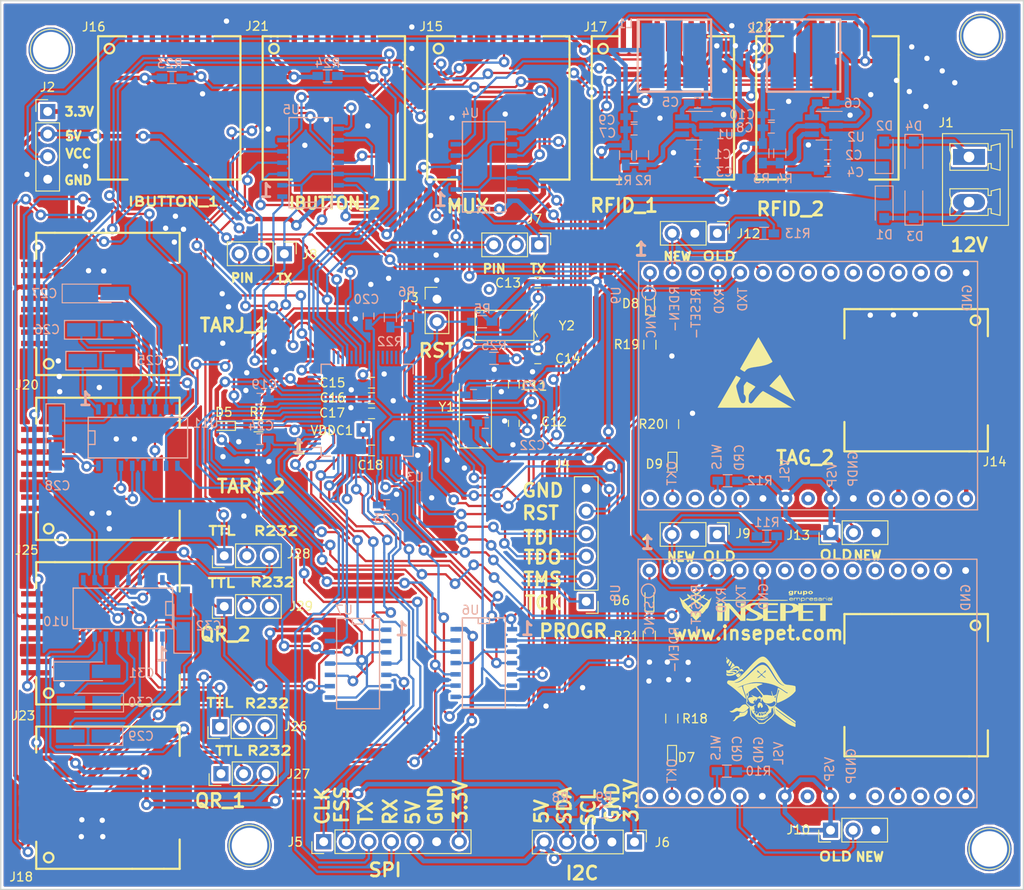
<source format=kicad_pcb>
(kicad_pcb (version 4) (host pcbnew 4.0.6)
  (layers (0 F.Cu signal) (31 B.Cu signal hide) (34 B.Paste user hide) (35 F.Paste user) (36 B.SilkS user hide) (37 F.SilkS user) (38 B.Mask user hide) (39 F.Mask user) (44 Edge.Cuts user))
  (net 0 "")
  (net 1 GND)
  (net 2 "Net-(C5-Pad1)")
  (net 3 "Net-(C5-Pad2)")
  (net 4 "Net-(C6-Pad1)")
  (net 5 "Net-(C6-Pad2)")
  (net 6 +3V3)
  (net 7 +5V)
  (net 8 "Net-(C11-Pad1)")
  (net 9 "Net-(C12-Pad1)")
  (net 10 "Net-(C13-Pad1)")
  (net 11 /TM4C1231H6PM/GNDX)
  (net 12 "Net-(C14-Pad2)")
  (net 13 "Net-(C15-Pad1)")
  (net 14 "Net-(C25-Pad1)")
  (net 15 "Net-(C25-Pad2)")
  (net 16 "Net-(C26-Pad1)")
  (net 17 "Net-(C26-Pad2)")
  (net 18 "Net-(C27-Pad2)")
  (net 19 "Net-(C28-Pad1)")
  (net 20 "Net-(C29-Pad1)")
  (net 21 "Net-(C29-Pad2)")
  (net 22 "Net-(C30-Pad1)")
  (net 23 "Net-(C30-Pad2)")
  (net 24 "Net-(C31-Pad2)")
  (net 25 "Net-(C32-Pad1)")
  (net 26 "Net-(D1-Pad2)")
  (net 27 "Net-(D2-Pad2)")
  (net 28 "Net-(D5-Pad1)")
  (net 29 /Microread/SYNC)
  (net 30 /Microread/OKT)
  (net 31 /Microread/SYNC_2)
  (net 32 /Microread/OKT_2)
  (net 33 /TM4C1231H6PM/RST)
  (net 34 /TM4C1231H6PM/TCK)
  (net 35 /TM4C1231H6PM/TMS)
  (net 36 /TM4C1231H6PM/TDO)
  (net 37 /TM4C1231H6PM/TDI)
  (net 38 /TM4C1231H6PM/CLK)
  (net 39 /TM4C1231H6PM/FSS)
  (net 40 /TM4C1231H6PM/TX)
  (net 41 /TM4C1231H6PM/RX)
  (net 42 UART0_TX)
  (net 43 /RS-232/2A)
  (net 44 AUX_1)
  (net 45 UART1_TX)
  (net 46 /RS-232/2A_TX)
  (net 47 "Net-(J9-Pad1)")
  (net 48 /Microread/RDEN-)
  (net 49 /Microread/CRMD)
  (net 50 "Net-(J11-Pad1)")
  (net 51 "Net-(J11-Pad2)")
  (net 52 "Net-(J11-Pad3)")
  (net 53 /Microread/ANT2)
  (net 54 /Microread/ANT1)
  (net 55 "Net-(J11-Pad6)")
  (net 56 "Net-(J11-Pad7)")
  (net 57 "Net-(J11-Pad8)")
  (net 58 "Net-(J11-Pad9)")
  (net 59 "Net-(J12-Pad1)")
  (net 60 /Microread/RDEN-_2)
  (net 61 /Microread/CRMD_2)
  (net 62 "Net-(J14-Pad1)")
  (net 63 "Net-(J14-Pad2)")
  (net 64 "Net-(J14-Pad3)")
  (net 65 /Microread/ANT2_2)
  (net 66 /Microread/ANT1_2)
  (net 67 "Net-(J14-Pad6)")
  (net 68 "Net-(J14-Pad7)")
  (net 69 "Net-(J14-Pad8)")
  (net 70 "Net-(J14-Pad9)")
  (net 71 "Net-(J15-Pad1)")
  (net 72 "Net-(J15-Pad2)")
  (net 73 USART2_RX)
  (net 74 USART2_TX)
  (net 75 "Net-(J15-Pad6)")
  (net 76 "Net-(J15-Pad7)")
  (net 77 "Net-(J15-Pad8)")
  (net 78 "Net-(J15-Pad9)")
  (net 79 "Net-(J16-Pad1)")
  (net 80 "Net-(J16-Pad2)")
  (net 81 "Net-(J16-Pad3)")
  (net 82 ONE_WIRE_1)
  (net 83 "Net-(J16-Pad6)")
  (net 84 "Net-(J16-Pad7)")
  (net 85 "Net-(J16-Pad8)")
  (net 86 "Net-(J16-Pad9)")
  (net 87 "Net-(J17-Pad1)")
  (net 88 "Net-(J17-Pad2)")
  (net 89 RFID_RX_1)
  (net 90 RFID_TX_1)
  (net 91 "Net-(J17-Pad7)")
  (net 92 "Net-(J17-Pad9)")
  (net 93 TRIG_1)
  (net 94 "Net-(J18-Pad2)")
  (net 95 /Conectores/RX_QR_1)
  (net 96 /Conectores/TX_QR_1)
  (net 97 "Net-(J18-Pad7)")
  (net 98 "Net-(J18-Pad9)")
  (net 99 "Net-(J20-Pad1)")
  (net 100 "Net-(J20-Pad2)")
  (net 101 "Net-(J20-Pad4)")
  (net 102 "Net-(J20-Pad5)")
  (net 103 "Net-(J20-Pad7)")
  (net 104 "Net-(J20-Pad9)")
  (net 105 "Net-(J21-Pad1)")
  (net 106 "Net-(J21-Pad2)")
  (net 107 "Net-(J21-Pad3)")
  (net 108 ONE_WIRE_2)
  (net 109 "Net-(J21-Pad6)")
  (net 110 "Net-(J21-Pad7)")
  (net 111 "Net-(J21-Pad8)")
  (net 112 "Net-(J21-Pad9)")
  (net 113 "Net-(J22-Pad1)")
  (net 114 "Net-(J22-Pad2)")
  (net 115 RFID_RX_2)
  (net 116 RFID_TX_2)
  (net 117 "Net-(J22-Pad7)")
  (net 118 "Net-(J22-Pad9)")
  (net 119 TRIG_2)
  (net 120 "Net-(J23-Pad2)")
  (net 121 /Conectores/RX_QR_2)
  (net 122 /Conectores/TX_QR_2)
  (net 123 "Net-(J23-Pad7)")
  (net 124 "Net-(J23-Pad9)")
  (net 125 "Net-(J25-Pad1)")
  (net 126 "Net-(J25-Pad2)")
  (net 127 "Net-(J25-Pad4)")
  (net 128 "Net-(J25-Pad5)")
  (net 129 "Net-(J25-Pad7)")
  (net 130 "Net-(J25-Pad9)")
  (net 131 QR_TX_1)
  (net 132 /Conectores/QR_TX_1_MAX)
  (net 133 QR_RX_1)
  (net 134 /Conectores/QR_RX_1_MAX)
  (net 135 QR_TX_2)
  (net 136 /Conectores/QR_TX_2_MAX)
  (net 137 QR_RX_2)
  (net 138 /Conectores/QR_RX_2_MAX)
  (net 139 "Net-(R1-Pad2)")
  (net 140 "Net-(R3-Pad2)")
  (net 141 "Net-(R7-Pad1)")
  (net 142 /Microread/WLS)
  (net 143 /Microread/WLS_2)
  (net 144 SEL_TAG)
  (net 145 SEL_RFID)
  (net 146 SEL_QR)
  (net 147 SEL_TAR)
  (net 148 USART1_RX)
  (net 149 "Net-(U3-Pad15)")
  (net 150 "Net-(U3-Pad16)")
  (net 151 "Net-(U3-Pad17)")
  (net 152 "Net-(U3-Pad18)")
  (net 153 "Net-(U3-Pad21)")
  (net 154 "Net-(U3-Pad28)")
  (net 155 "Net-(U3-Pad29)")
  (net 156 "Net-(U3-Pad30)")
  (net 157 "Net-(U3-Pad31)")
  (net 158 "Net-(U3-Pad33)")
  (net 159 "Net-(U3-Pad43)")
  (net 160 "Net-(U3-Pad44)")
  (net 161 USART0_RX)
  (net 162 /TM4C1231H6PM/I1C_SCL)
  (net 163 /TM4C1231H6PM/I2C_SDA)
  (net 164 SEL_TAR_2)
  (net 165 SEL_QR_2)
  (net 166 SEL_RFID_2)
  (net 167 SEL_TAG_2)
  (net 168 TAG_TX_1)
  (net 169 TAR_TX_1)
  (net 170 TAG_TX_2)
  (net 171 TAR_TX_2)
  (net 172 TAG_RX_1)
  (net 173 TAR_RX_1)
  (net 174 TAG_RX_2)
  (net 175 TAR_RX_2)
  (net 176 "Net-(U8-Pad3)")
  (net 177 "Net-(U8-Pad7)")
  (net 178 "Net-(U8-Pad8)")
  (net 179 "Net-(U8-Pad9)")
  (net 180 "Net-(U8-Pad10)")
  (net 181 "Net-(U8-Pad11)")
  (net 182 "Net-(U8-Pad12)")
  (net 183 "Net-(U8-Pad13)")
  (net 184 "Net-(U8-Pad14)")
  (net 185 "Net-(U8-Pad17)")
  (net 186 "Net-(U8-Pad18)")
  (net 187 "Net-(U8-Pad20)")
  (net 188 "Net-(U8-Pad23)")
  (net 189 "Net-(U8-Pad28)")
  (net 190 "Net-(U8-Pad30)")
  (net 191 "Net-(U9-Pad3)")
  (net 192 "Net-(U9-Pad7)")
  (net 193 "Net-(U9-Pad8)")
  (net 194 "Net-(U9-Pad9)")
  (net 195 "Net-(U9-Pad10)")
  (net 196 "Net-(U9-Pad11)")
  (net 197 "Net-(U9-Pad12)")
  (net 198 "Net-(U9-Pad13)")
  (net 199 "Net-(U9-Pad14)")
  (net 200 "Net-(U9-Pad17)")
  (net 201 "Net-(U9-Pad18)")
  (net 202 "Net-(U9-Pad20)")
  (net 203 "Net-(U9-Pad23)")
  (net 204 "Net-(U9-Pad28)")
  (net 205 "Net-(U9-Pad30)")
  (net 206 "Net-(D6-Pad1)")
  (net 207 "Net-(D7-Pad1)")
  (net 208 "Net-(D8-Pad1)")
  (net 209 "Net-(D9-Pad1)")
  (net 210 REST_TAG_1)
  (net 211 REST_TAG_2)
  (net 212 "Net-(R22-Pad2)")
  (net 213 VCC)
  (module Logos:Pirata (layer F.Cu) (at 151.49 112.65)
    (fp_text reference G*** hide)
    (fp_text value LOGO hide)
  )
  (module Symbols:ESD-Logo_8.9x8mm_SilkScreen (layer F.Cu) (at 150.99 76.81)
    (fp_text reference Logo)
    (fp_text value ESD-Logo_8.9x8mm_SilkScreen hide)
  )
  (module Logos:Insepet (layer F.Cu) (at 150.91 103.1)
    (fp_text reference www.insepet.com (at 0.23 3.05) (layer F.SilkS) (effects (font (thickness 0.3))))
    (fp_text value LOGO hide)
  )
  (module Housings_QFP:LQFP-64_10x10mm_Pitch0.5mm (layer B.Cu) (at 107.21 81.08)
    (fp_text reference U3 (at 5.38 7.54) (layer B.SilkS) (effects (justify mirror)))
    (fp_text value TM4C1231H6PM)
    (pad 1 smd rect (at -5.7 3.75) (size 1.5 0.25) (drill (offset -0.25 0)) (layers B.Cu B.Paste B.Mask) (net 41 /TM4C1231H6PM/RX))
    (pad 2 smd rect (at -5.7 3.25) (size 1.5 0.25) (drill (offset -0.25 0)) (layers B.Cu B.Paste B.Mask) (net 6 +3V3))
    (pad 3 smd rect (at -5.7 2.75) (size 1.5 0.25) (drill (offset -0.25 0)) (layers B.Cu B.Paste B.Mask) (net 1 GND))
    (pad 4 smd rect (at -5.7 2.25) (size 1.5 0.25) (drill (offset -0.25 0)) (layers B.Cu B.Paste B.Mask) (net 40 /TM4C1231H6PM/TX))
    (pad 5 smd rect (at -5.7 1.75) (size 1.5 0.25) (drill (offset -0.25 0)) (layers B.Cu B.Paste B.Mask) (net 141 "Net-(R7-Pad1)"))
    (pad 6 smd rect (at -5.7 1.25) (size 1.5 0.25) (drill (offset -0.25 0)) (layers B.Cu B.Paste B.Mask) (net 144 SEL_TAG))
    (pad 7 smd rect (at -5.7 0.75) (size 1.5 0.25) (drill (offset -0.25 0)) (layers B.Cu B.Paste B.Mask) (net 145 SEL_RFID))
    (pad 8 smd rect (at -5.7 0.25) (size 1.5 0.25) (drill (offset -0.25 0)) (layers B.Cu B.Paste B.Mask) (net 146 SEL_QR))
    (pad 9 smd rect (at -5.7 -0.25) (size 1.5 0.25) (drill (offset -0.25 0)) (layers B.Cu B.Paste B.Mask) (net 147 SEL_TAR))
    (pad 10 smd rect (at -5.7 -0.75) (size 1.5 0.25) (drill (offset -0.25 0)) (layers B.Cu B.Paste B.Mask) (net 74 USART2_TX))
    (pad 11 smd rect (at -5.7 -1.25) (size 1.5 0.25) (drill (offset -0.25 0)) (layers B.Cu B.Paste B.Mask) (net 6 +3V3))
    (pad 12 smd rect (at -5.7 -1.75) (size 1.5 0.25) (drill (offset -0.25 0)) (layers B.Cu B.Paste B.Mask) (net 1 GND))
    (pad 13 smd rect (at -5.7 -2.25) (size 1.5 0.25) (drill (offset -0.25 0)) (layers B.Cu B.Paste B.Mask) (net 45 UART1_TX))
    (pad 14 smd rect (at -5.7 -2.75) (size 1.5 0.25) (drill (offset -0.25 0)) (layers B.Cu B.Paste B.Mask) (net 148 USART1_RX))
    (pad 15 smd rect (at -5.7 -3.25) (size 1.5 0.25) (drill (offset -0.25 0)) (layers B.Cu B.Paste B.Mask) (net 149 "Net-(U3-Pad15)"))
    (pad 16 smd rect (at -5.7 -3.75) (size 1.5 0.25) (drill (offset -0.25 0)) (layers B.Cu B.Paste B.Mask) (net 150 "Net-(U3-Pad16)"))
    (pad 17 smd rect (at -3.75 -5.7 270) (size 1.5 0.25) (drill (offset -0.25 0)) (layers B.Cu B.Paste B.Mask) (net 151 "Net-(U3-Pad17)"))
    (pad 18 smd rect (at -3.25 -5.7 270) (size 1.5 0.25) (drill (offset -0.25 0)) (layers B.Cu B.Paste B.Mask) (net 152 "Net-(U3-Pad18)"))
    (pad 19 smd rect (at -2.75 -5.7 270) (size 1.5 0.25) (drill (offset -0.25 0)) (layers B.Cu B.Paste B.Mask) (net 82 ONE_WIRE_1))
    (pad 20 smd rect (at -2.25 -5.7 270) (size 1.5 0.25) (drill (offset -0.25 0)) (layers B.Cu B.Paste B.Mask) (net 108 ONE_WIRE_2))
    (pad 21 smd rect (at -1.75 -5.7 270) (size 1.5 0.25) (drill (offset -0.25 0)) (layers B.Cu B.Paste B.Mask) (net 153 "Net-(U3-Pad21)"))
    (pad 22 smd rect (at -1.25 -5.7 270) (size 1.5 0.25) (drill (offset -0.25 0)) (layers B.Cu B.Paste B.Mask) (net 44 AUX_1))
    (pad 23 smd rect (at -0.75 -5.7 270) (size 1.5 0.25) (drill (offset -0.25 0)) (layers B.Cu B.Paste B.Mask) (net 93 TRIG_1))
    (pad 24 smd rect (at -0.25 -5.7 270) (size 1.5 0.25) (drill (offset -0.25 0)) (layers B.Cu B.Paste B.Mask) (net 119 TRIG_2))
    (pad 25 smd rect (at 0.25 -5.7 270) (size 1.5 0.25) (drill (offset -0.25 0)) (layers B.Cu B.Paste B.Mask) (net 13 "Net-(C15-Pad1)"))
    (pad 26 smd rect (at 0.75 -5.7 270) (size 1.5 0.25) (drill (offset -0.25 0)) (layers B.Cu B.Paste B.Mask) (net 6 +3V3))
    (pad 27 smd rect (at 1.25 -5.7 270) (size 1.5 0.25) (drill (offset -0.25 0)) (layers B.Cu B.Paste B.Mask) (net 1 GND))
    (pad 28 smd rect (at 1.75 -5.7 270) (size 1.5 0.25) (drill (offset -0.25 0)) (layers B.Cu B.Paste B.Mask) (net 154 "Net-(U3-Pad28)"))
    (pad 29 smd rect (at 2.25 -5.7 270) (size 1.5 0.25) (drill (offset -0.25 0)) (layers B.Cu B.Paste B.Mask) (net 155 "Net-(U3-Pad29)"))
    (pad 30 smd rect (at 2.75 -5.7 270) (size 1.5 0.25) (drill (offset -0.25 0)) (layers B.Cu B.Paste B.Mask) (net 156 "Net-(U3-Pad30)"))
    (pad 31 smd rect (at 3.25 -5.7 270) (size 1.5 0.25) (drill (offset -0.25 0)) (layers B.Cu B.Paste B.Mask) (net 157 "Net-(U3-Pad31)"))
    (pad 32 smd rect (at 3.75 -5.7 270) (size 1.5 0.25) (drill (offset -0.25 0)) (layers B.Cu B.Paste B.Mask) (net 212 "Net-(R22-Pad2)"))
    (pad 33 smd rect (at 5.7 -3.75) (size 1.5 0.25) (drill (offset 0.25 0)) (layers B.Cu B.Paste B.Mask) (net 158 "Net-(U3-Pad33)"))
    (pad 34 smd rect (at 5.7 -3.25) (size 1.5 0.25) (drill (offset 0.25 0)) (layers B.Cu B.Paste B.Mask) (net 10 "Net-(C13-Pad1)"))
    (pad 35 smd rect (at 5.7 -2.75) (size 1.5 0.25) (drill (offset 0.25 0)) (layers B.Cu B.Paste B.Mask) (net 11 /TM4C1231H6PM/GNDX))
    (pad 36 smd rect (at 5.7 -2.25) (size 1.5 0.25) (drill (offset 0.25 0)) (layers B.Cu B.Paste B.Mask) (net 12 "Net-(C14-Pad2)"))
    (pad 37 smd rect (at 5.7 -1.75) (size 1.5 0.25) (drill (offset 0.25 0)) (layers B.Cu B.Paste B.Mask) (net 6 +3V3))
    (pad 38 smd rect (at 5.7 -1.25) (size 1.5 0.25) (drill (offset 0.25 0)) (layers B.Cu B.Paste B.Mask) (net 33 /TM4C1231H6PM/RST))
    (pad 39 smd rect (at 5.7 -0.75) (size 1.5 0.25) (drill (offset 0.25 0)) (layers B.Cu B.Paste B.Mask) (net 1 GND))
    (pad 40 smd rect (at 5.7 -0.25) (size 1.5 0.25) (drill (offset 0.25 0)) (layers B.Cu B.Paste B.Mask) (net 8 "Net-(C11-Pad1)"))
    (pad 41 smd rect (at 5.7 0.25) (size 1.5 0.25) (drill (offset 0.25 0)) (layers B.Cu B.Paste B.Mask) (net 9 "Net-(C12-Pad1)"))
    (pad 42 smd rect (at 5.7 0.75) (size 1.5 0.25) (drill (offset 0.25 0)) (layers B.Cu B.Paste B.Mask) (net 6 +3V3))
    (pad 43 smd rect (at 5.7 1.25) (size 1.5 0.25) (drill (offset 0.25 0)) (layers B.Cu B.Paste B.Mask) (net 159 "Net-(U3-Pad43)"))
    (pad 44 smd rect (at 5.7 1.75) (size 1.5 0.25) (drill (offset 0.25 0)) (layers B.Cu B.Paste B.Mask) (net 160 "Net-(U3-Pad44)"))
    (pad 45 smd rect (at 5.7 2.25) (size 1.5 0.25) (drill (offset 0.25 0)) (layers B.Cu B.Paste B.Mask) (net 161 USART0_RX))
    (pad 46 smd rect (at 5.7 2.75) (size 1.5 0.25) (drill (offset 0.25 0)) (layers B.Cu B.Paste B.Mask) (net 42 UART0_TX))
    (pad 47 smd rect (at 5.7 3.25) (size 1.5 0.25) (drill (offset 0.25 0)) (layers B.Cu B.Paste B.Mask) (net 162 /TM4C1231H6PM/I1C_SCL))
    (pad 48 smd rect (at 5.7 3.75) (size 1.5 0.25) (drill (offset 0.25 0)) (layers B.Cu B.Paste B.Mask) (net 163 /TM4C1231H6PM/I2C_SDA))
    (pad 49 smd rect (at 3.75 5.7 270) (size 1.5 0.25) (drill (offset 0.25 0)) (layers B.Cu B.Paste B.Mask) (net 36 /TM4C1231H6PM/TDO))
    (pad 50 smd rect (at 3.25 5.7 270) (size 1.5 0.25) (drill (offset 0.25 0)) (layers B.Cu B.Paste B.Mask) (net 37 /TM4C1231H6PM/TDI))
    (pad 51 smd rect (at 2.75 5.7 270) (size 1.5 0.25) (drill (offset 0.25 0)) (layers B.Cu B.Paste B.Mask) (net 35 /TM4C1231H6PM/TMS))
    (pad 52 smd rect (at 2.25 5.7 270) (size 1.5 0.25) (drill (offset 0.25 0)) (layers B.Cu B.Paste B.Mask) (net 34 /TM4C1231H6PM/TCK))
    (pad 53 smd rect (at 1.75 5.7 270) (size 1.5 0.25) (drill (offset 0.25 0)) (layers B.Cu B.Paste B.Mask) (net 73 USART2_RX))
    (pad 54 smd rect (at 1.25 5.7 270) (size 1.5 0.25) (drill (offset 0.25 0)) (layers B.Cu B.Paste B.Mask) (net 6 +3V3))
    (pad 55 smd rect (at 0.75 5.7 270) (size 1.5 0.25) (drill (offset 0.25 0)) (layers B.Cu B.Paste B.Mask) (net 1 GND))
    (pad 56 smd rect (at 0.25 5.7 270) (size 1.5 0.25) (drill (offset 0.25 0)) (layers B.Cu B.Paste B.Mask) (net 13 "Net-(C15-Pad1)"))
    (pad 57 smd rect (at -0.25 5.7 270) (size 1.5 0.25) (drill (offset 0.25 0)) (layers B.Cu B.Paste B.Mask) (net 39 /TM4C1231H6PM/FSS))
    (pad 58 smd rect (at -0.75 5.7 270) (size 1.5 0.25) (drill (offset 0.25 0)) (layers B.Cu B.Paste B.Mask) (net 38 /TM4C1231H6PM/CLK))
    (pad 59 smd rect (at -1.25 5.7 270) (size 1.5 0.25) (drill (offset 0.25 0)) (layers B.Cu B.Paste B.Mask) (net 210 REST_TAG_1))
    (pad 60 smd rect (at -1.75 5.7 270) (size 1.5 0.25) (drill (offset 0.25 0)) (layers B.Cu B.Paste B.Mask) (net 211 REST_TAG_2))
    (pad 61 smd rect (at -2.25 5.7 270) (size 1.5 0.25) (drill (offset 0.25 0)) (layers B.Cu B.Paste B.Mask) (net 164 SEL_TAR_2))
    (pad 62 smd rect (at -2.75 5.7 270) (size 1.5 0.25) (drill (offset 0.25 0)) (layers B.Cu B.Paste B.Mask) (net 165 SEL_QR_2))
    (pad 63 smd rect (at -3.25 5.7 270) (size 1.5 0.25) (drill (offset 0.25 0)) (layers B.Cu B.Paste B.Mask) (net 166 SEL_RFID_2))
    (pad 64 smd rect (at -3.75 5.7 270) (size 1.5 0.25) (drill (offset 0.25 0)) (layers B.Cu B.Paste B.Mask) (net 167 SEL_TAG_2))
  )
  (module Connectors:1pin (layer F.Cu) (at 106.76 83.29)
    (fp_text reference VDDC1 (at -3.51 0.06) (layer F.SilkS))
    (fp_text value CONN_01X01)
    (pad 1 thru_hole trapezoid (at 0 0) (size 1.5 1.5) (drill 0.6) (layers *.Cu *.Mask) (net 13 "Net-(C15-Pad1)"))
  )
  (module Connectors_Phoenix:PhoenixContact_MCV-G_02x5.08mm_Vertical (layer F.Cu) (at 174.88 52.58 270)
    (fp_text reference J1 (at -3.85 2.57 360) (layer F.SilkS))
    (fp_text value CONN_01X02)
    (pad 1 thru_hole rect (at 0 0 270) (size 1.8 3.6) (drill 1.2) (layers *.Cu *.Mask) (net 27 "Net-(D2-Pad2)"))
    (pad 2 thru_hole oval (at 5.08 0 270) (size 1.8 3.6) (drill 1.2) (layers *.Cu *.Mask) (net 26 "Net-(D1-Pad2)"))
  )
  (module RJ45-8p8c:8p8c-RJ45 (layer F.Cu) (at 70 69.12 270)
    (fp_text reference J20 (at 9.11 1.04 360) (layer F.SilkS))
    (fp_text value RJ45 hide)
    (pad 1 smd rect (at 4.445 0 270) (size 0.6 3.4) (layers F.Cu F.Paste F.Mask) (net 99 "Net-(J20-Pad1)"))
    (pad 2 smd rect (at 3.175 0 270) (size 0.6 3.4) (layers F.Cu F.Paste F.Mask) (net 100 "Net-(J20-Pad2)"))
    (pad 3 smd rect (at 1.905 0 270) (size 0.6 3.4) (layers F.Cu F.Paste F.Mask) (net 1 GND))
    (pad 4 smd rect (at 0.635 0 270) (size 0.6 3.4) (layers F.Cu F.Paste F.Mask) (net 101 "Net-(J20-Pad4)"))
    (pad 5 smd rect (at -0.635 0 270) (size 0.6 3.4) (layers F.Cu F.Paste F.Mask) (net 102 "Net-(J20-Pad5)"))
    (pad 6 smd rect (at -1.905 0 270) (size 0.6 3.4) (layers F.Cu F.Paste F.Mask) (net 7 +5V))
    (pad 7 smd rect (at -3.175 0 270) (size 0.6 3.4) (layers F.Cu F.Paste F.Mask) (net 103 "Net-(J20-Pad7)"))
    (pad 8 smd rect (at -4.445 0 270) (size 0.6 3.4) (layers F.Cu F.Paste F.Mask) (net 6 +3V3))
    (pad 9 smd rect (at 0 -16 270) (size 9 3) (layers F.Cu F.Paste F.Mask) (net 104 "Net-(J20-Pad9)"))
  )
  (module RJ45-8p8c:8p8c-RJ45 (layer F.Cu) (at 70 106.17 270)
    (fp_text reference J23 (at 9.28 1.44 360) (layer F.SilkS))
    (fp_text value RJ45 hide)
    (pad 1 smd rect (at 4.445 0 270) (size 0.6 3.4) (layers F.Cu F.Paste F.Mask) (net 119 TRIG_2))
    (pad 2 smd rect (at 3.175 0 270) (size 0.6 3.4) (layers F.Cu F.Paste F.Mask) (net 120 "Net-(J23-Pad2)"))
    (pad 3 smd rect (at 1.905 0 270) (size 0.6 3.4) (layers F.Cu F.Paste F.Mask) (net 1 GND))
    (pad 4 smd rect (at 0.635 0 270) (size 0.6 3.4) (layers F.Cu F.Paste F.Mask) (net 121 /Conectores/RX_QR_2))
    (pad 5 smd rect (at -0.635 0 270) (size 0.6 3.4) (layers F.Cu F.Paste F.Mask) (net 122 /Conectores/TX_QR_2))
    (pad 6 smd rect (at -1.905 0 270) (size 0.6 3.4) (layers F.Cu F.Paste F.Mask) (net 7 +5V))
    (pad 7 smd rect (at -3.175 0 270) (size 0.6 3.4) (layers F.Cu F.Paste F.Mask) (net 123 "Net-(J23-Pad7)"))
    (pad 8 smd rect (at -4.445 0 270) (size 0.6 3.4) (layers F.Cu F.Paste F.Mask) (net 6 +3V3))
    (pad 9 smd rect (at 0 -16 270) (size 9 3) (layers F.Cu F.Paste F.Mask) (net 124 "Net-(J23-Pad9)"))
  )
  (module Connectors:1pin (layer F.Cu) (at 71.63 40.51)
    (fp_text reference REF** hide)
    (fp_text value 1pin)
    (pad 1 thru_hole circle (at 0 0) (size 5 5) (drill 4) (layers *.Cu *.Mask))
  )
  (module Connectors:1pin (layer F.Cu) (at 93.98 130.05)
    (fp_text reference REF** hide)
    (fp_text value 1pin)
    (pad 1 thru_hole circle (at 0 0) (size 5 5) (drill 4) (layers *.Cu *.Mask))
  )
  (module Connectors:1pin (layer F.Cu) (at 177.17 130.43)
    (fp_text reference REF** hide)
    (fp_text value 1pin)
    (pad 1 thru_hole circle (at 0 0) (size 5 5) (drill 4) (layers *.Cu *.Mask))
  )
  (module Capacitors_SMD:C_0603_HandSoldering (layer B.Cu) (at 144.34 52.29)
    (fp_text reference C1 (at 2.84 -0.01) (layer B.SilkS) (effects (justify mirror)))
    (fp_text value 10uF)
    (pad 1 smd rect (at -0.95 0) (size 1.2 0.75) (layers B.Cu B.Paste B.Mask) (net 1 GND))
    (pad 2 smd rect (at 0.95 0) (size 1.2 0.75) (layers B.Cu B.Paste B.Mask) (net 213 VCC))
  )
  (module Capacitors_SMD:C_0603_HandSoldering (layer B.Cu) (at 158.975 52.335)
    (fp_text reference C2 (at 2.955 0.045) (layer B.SilkS) (effects (justify mirror)))
    (fp_text value 10uF)
    (pad 1 smd rect (at -0.95 0) (size 1.2 0.75) (layers B.Cu B.Paste B.Mask) (net 1 GND))
    (pad 2 smd rect (at 0.95 0) (size 1.2 0.75) (layers B.Cu B.Paste B.Mask) (net 213 VCC))
  )
  (module Capacitors_SMD:C_0603_HandSoldering (layer B.Cu) (at 144.34 54.26 180)
    (fp_text reference C3 (at -3.02 -0.01 180) (layer B.SilkS) (effects (justify mirror)))
    (fp_text value 10uF)
    (pad 1 smd rect (at -0.95 0 180) (size 1.2 0.75) (layers B.Cu B.Paste B.Mask) (net 213 VCC))
    (pad 2 smd rect (at 0.95 0 180) (size 1.2 0.75) (layers B.Cu B.Paste B.Mask) (net 1 GND))
  )
  (module Capacitors_SMD:C_0603_HandSoldering (layer B.Cu) (at 158.975 54.225 180)
    (fp_text reference C4 (at -3.135 -0.095 180) (layer B.SilkS) (effects (justify mirror)))
    (fp_text value 10uF)
    (pad 1 smd rect (at -0.95 0 180) (size 1.2 0.75) (layers B.Cu B.Paste B.Mask) (net 213 VCC))
    (pad 2 smd rect (at 0.95 0 180) (size 1.2 0.75) (layers B.Cu B.Paste B.Mask) (net 1 GND))
  )
  (module Capacitors_SMD:C_0603_HandSoldering (layer B.Cu) (at 144.36 46.48 180)
    (fp_text reference C5 (at 3.05 0.05 180) (layer B.SilkS) (effects (justify mirror)))
    (fp_text value 0.1uF)
    (pad 1 smd rect (at -0.95 0 180) (size 1.2 0.75) (layers B.Cu B.Paste B.Mask) (net 2 "Net-(C5-Pad1)"))
    (pad 2 smd rect (at 0.95 0 180) (size 1.2 0.75) (layers B.Cu B.Paste B.Mask) (net 3 "Net-(C5-Pad2)"))
  )
  (module Capacitors_SMD:C_0603_HandSoldering (layer B.Cu) (at 158.77 46.48 180)
    (fp_text reference C6 (at -3.03 -0.05 180) (layer B.SilkS) (effects (justify mirror)))
    (fp_text value 0.1uF)
    (pad 1 smd rect (at -0.95 0 180) (size 1.2 0.75) (layers B.Cu B.Paste B.Mask) (net 4 "Net-(C6-Pad1)"))
    (pad 2 smd rect (at 0.95 0 180) (size 1.2 0.75) (layers B.Cu B.Paste B.Mask) (net 5 "Net-(C6-Pad2)"))
  )
  (module Capacitors_SMD:C_0603_HandSoldering (layer B.Cu) (at 137.22 49.51)
    (fp_text reference C7 (at -2.99 0.39) (layer B.SilkS) (effects (justify mirror)))
    (fp_text value 22uF)
    (pad 1 smd rect (at -0.95 0) (size 1.2 0.75) (layers B.Cu B.Paste B.Mask) (net 6 +3V3))
    (pad 2 smd rect (at 0.95 0) (size 1.2 0.75) (layers B.Cu B.Paste B.Mask) (net 1 GND))
  )
  (module Capacitors_SMD:C_0603_HandSoldering (layer B.Cu) (at 152.65 49.3)
    (fp_text reference C8 (at -2.99 -0.01) (layer B.SilkS) (effects (justify mirror)))
    (fp_text value 22uF)
    (pad 1 smd rect (at -0.95 0) (size 1.2 0.75) (layers B.Cu B.Paste B.Mask) (net 7 +5V))
    (pad 2 smd rect (at 0.95 0) (size 1.2 0.75) (layers B.Cu B.Paste B.Mask) (net 1 GND))
  )
  (module Capacitors_SMD:C_0603_HandSoldering (layer B.Cu) (at 137.22 48.05)
    (fp_text reference C9 (at -3.06 0.38) (layer B.SilkS) (effects (justify mirror)))
    (fp_text value 22uF)
    (pad 1 smd rect (at -0.95 0) (size 1.2 0.75) (layers B.Cu B.Paste B.Mask) (net 6 +3V3))
    (pad 2 smd rect (at 0.95 0) (size 1.2 0.75) (layers B.Cu B.Paste B.Mask) (net 1 GND))
  )
  (module Capacitors_SMD:C_0603_HandSoldering (layer B.Cu) (at 152.65 47.84)
    (fp_text reference C10 (at -3.28 -0.02) (layer B.SilkS) (effects (justify mirror)))
    (fp_text value 22uF)
    (pad 1 smd rect (at -0.95 0) (size 1.2 0.75) (layers B.Cu B.Paste B.Mask) (net 7 +5V))
    (pad 2 smd rect (at 0.95 0) (size 1.2 0.75) (layers B.Cu B.Paste B.Mask) (net 1 GND))
  )
  (module Capacitors_SMD:C_0603_HandSoldering (layer F.Cu) (at 123.698 78.232 270)
    (fp_text reference C11 (at 0.138 -2.312 360) (layer F.SilkS))
    (fp_text value 10pF)
    (pad 1 smd rect (at -0.95 0 270) (size 1.2 0.75) (layers F.Cu F.Paste F.Mask) (net 8 "Net-(C11-Pad1)"))
    (pad 2 smd rect (at 0.95 0 270) (size 1.2 0.75) (layers F.Cu F.Paste F.Mask) (net 1 GND))
  )
  (module Capacitors_SMD:C_0603_HandSoldering (layer F.Cu) (at 123.698 82.55 90)
    (fp_text reference C12 (at 0.18 4.522 180) (layer F.SilkS))
    (fp_text value 10pF)
    (pad 1 smd rect (at -0.95 0 90) (size 1.2 0.75) (layers F.Cu F.Paste F.Mask) (net 9 "Net-(C12-Pad1)"))
    (pad 2 smd rect (at 0.95 0 90) (size 1.2 0.75) (layers F.Cu F.Paste F.Mask) (net 1 GND))
  )
  (module Capacitors_SMD:C_0603_HandSoldering (layer F.Cu) (at 126.39 66.71 180)
    (fp_text reference C13 (at 3.33 -0.04 180) (layer F.SilkS))
    (fp_text value 24pF)
    (pad 1 smd rect (at -0.95 0 180) (size 1.2 0.75) (layers F.Cu F.Paste F.Mask) (net 10 "Net-(C13-Pad1)"))
    (pad 2 smd rect (at 0.95 0 180) (size 1.2 0.75) (layers F.Cu F.Paste F.Mask) (net 11 /TM4C1231H6PM/GNDX))
  )
  (module Capacitors_SMD:C_0603_HandSoldering (layer F.Cu) (at 126.4 75.24)
    (fp_text reference C14 (at 3.4 0.03) (layer F.SilkS))
    (fp_text value 24pF)
    (pad 1 smd rect (at -0.95 0) (size 1.2 0.75) (layers F.Cu F.Paste F.Mask) (net 11 /TM4C1231H6PM/GNDX))
    (pad 2 smd rect (at 0.95 0) (size 1.2 0.75) (layers F.Cu F.Paste F.Mask) (net 12 "Net-(C14-Pad2)"))
  )
  (module Capacitors_SMD:C_0603_HandSoldering (layer F.Cu) (at 107.696 77.978)
    (fp_text reference C15 (at -4.386 0.012) (layer F.SilkS))
    (fp_text value 2.2uF)
    (pad 1 smd rect (at -0.95 0) (size 1.2 0.75) (layers F.Cu F.Paste F.Mask) (net 13 "Net-(C15-Pad1)"))
    (pad 2 smd rect (at 0.95 0) (size 1.2 0.75) (layers F.Cu F.Paste F.Mask) (net 1 GND))
  )
  (module Capacitors_SMD:C_0603_HandSoldering (layer F.Cu) (at 107.69 79.72)
    (fp_text reference C16 (at -4.36 -0.05) (layer F.SilkS))
    (fp_text value 1.uF)
    (pad 1 smd rect (at -0.95 0) (size 1.2 0.75) (layers F.Cu F.Paste F.Mask) (net 13 "Net-(C15-Pad1)"))
    (pad 2 smd rect (at 0.95 0) (size 1.2 0.75) (layers F.Cu F.Paste F.Mask) (net 1 GND))
  )
  (module Capacitors_SMD:C_0603_HandSoldering (layer F.Cu) (at 107.7 81.43)
    (fp_text reference C17 (at -4.43 -0.05) (layer F.SilkS))
    (fp_text value 0.1uF)
    (pad 1 smd rect (at -0.95 0) (size 1.2 0.75) (layers F.Cu F.Paste F.Mask) (net 13 "Net-(C15-Pad1)"))
    (pad 2 smd rect (at 0.95 0) (size 1.2 0.75) (layers F.Cu F.Paste F.Mask) (net 1 GND))
  )
  (module Capacitors_SMD:C_0603_HandSoldering (layer F.Cu) (at 107.696 85.598)
    (fp_text reference C18 (at -0.126 1.662) (layer F.SilkS))
    (fp_text value 0.1uF)
    (pad 1 smd rect (at -0.95 0) (size 1.2 0.75) (layers F.Cu F.Paste F.Mask) (net 13 "Net-(C15-Pad1)"))
    (pad 2 smd rect (at 0.95 0) (size 1.2 0.75) (layers F.Cu F.Paste F.Mask) (net 1 GND))
  )
  (module Capacitors_SMD:C_0603_HandSoldering (layer B.Cu) (at 95.16 79.78 180)
    (fp_text reference C19 (at -0.48 1.6 360) (layer B.SilkS) (effects (justify mirror)))
    (fp_text value 0.01uF)
    (pad 1 smd rect (at -0.95 0 180) (size 1.2 0.75) (layers B.Cu B.Paste B.Mask) (net 6 +3V3))
    (pad 2 smd rect (at 0.95 0 180) (size 1.2 0.75) (layers B.Cu B.Paste B.Mask) (net 1 GND))
  )
  (module Capacitors_SMD:C_0603_HandSoldering (layer B.Cu) (at 107.37 70.49 90)
    (fp_text reference C20 (at 1.9 -0.25 360) (layer B.SilkS) (effects (justify mirror)))
    (fp_text value 0.1uF)
    (pad 1 smd rect (at -0.95 0 90) (size 1.2 0.75) (layers B.Cu B.Paste B.Mask) (net 6 +3V3))
    (pad 2 smd rect (at 0.95 0 90) (size 1.2 0.75) (layers B.Cu B.Paste B.Mask) (net 1 GND))
  )
  (module Capacitors_SMD:C_0603_HandSoldering (layer B.Cu) (at 119.16 79.35)
    (fp_text reference C21 (at 6.71 -1.07) (layer B.SilkS) (effects (justify mirror)))
    (fp_text value 0.01uF)
    (pad 1 smd rect (at -0.95 0) (size 1.2 0.75) (layers B.Cu B.Paste B.Mask) (net 6 +3V3))
    (pad 2 smd rect (at 0.95 0) (size 1.2 0.75) (layers B.Cu B.Paste B.Mask) (net 1 GND))
  )
  (module Capacitors_SMD:C_0603_HandSoldering (layer B.Cu) (at 120.5 82.51)
    (fp_text reference C22 (at 5.28 2.52) (layer B.SilkS) (effects (justify mirror)))
    (fp_text value 0.1uF)
    (pad 1 smd rect (at -0.95 0) (size 1.2 0.75) (layers B.Cu B.Paste B.Mask) (net 6 +3V3))
    (pad 2 smd rect (at 0.95 0) (size 1.2 0.75) (layers B.Cu B.Paste B.Mask) (net 1 GND))
  )
  (module Capacitors_SMD:C_0603_HandSoldering (layer B.Cu) (at 109.4 91.74)
    (fp_text reference C23 (at 0 1.53) (layer B.SilkS) (effects (justify mirror)))
    (fp_text value 0.01uF)
    (pad 1 smd rect (at -0.95 0) (size 1.2 0.75) (layers B.Cu B.Paste B.Mask) (net 6 +3V3))
    (pad 2 smd rect (at 0.95 0) (size 1.2 0.75) (layers B.Cu B.Paste B.Mask) (net 1 GND))
  )
  (module Capacitors_SMD:C_0603_HandSoldering (layer B.Cu) (at 95.15 84.33 180)
    (fp_text reference C24 (at -0.12 1.49 180) (layer B.SilkS) (effects (justify mirror)))
    (fp_text value 1uF)
    (pad 1 smd rect (at -0.95 0 180) (size 1.2 0.75) (layers B.Cu B.Paste B.Mask) (net 6 +3V3))
    (pad 2 smd rect (at 0.95 0 180) (size 1.2 0.75) (layers B.Cu B.Paste B.Mask) (net 1 GND))
  )
  (module Capacitors_Tantalum_SMD:CP_Tantalum_Case-A_EIA-3216-18_Hand (layer B.Cu) (at 77.23 75.5)
    (fp_text reference C25 (at 5.56 -0.03) (layer B.SilkS) (effects (justify mirror)))
    (fp_text value 0.1uF)
    (pad 1 smd rect (at -2 0) (size 3.2 1.5) (layers B.Cu B.Paste B.Mask) (net 14 "Net-(C25-Pad1)"))
    (pad 2 smd rect (at 2 0) (size 3.2 1.5) (layers B.Cu B.Paste B.Mask) (net 15 "Net-(C25-Pad2)"))
  )
  (module Capacitors_Tantalum_SMD:CP_Tantalum_Case-A_EIA-3216-18_Hand (layer B.Cu) (at 77.07 72.03)
    (fp_text reference C26 (at -5.85 -0.03) (layer B.SilkS) (effects (justify mirror)))
    (fp_text value 0.1uF)
    (pad 1 smd rect (at -2 0) (size 3.2 1.5) (layers B.Cu B.Paste B.Mask) (net 16 "Net-(C26-Pad1)"))
    (pad 2 smd rect (at 2 0) (size 3.2 1.5) (layers B.Cu B.Paste B.Mask) (net 17 "Net-(C26-Pad2)"))
  )
  (module Capacitors_Tantalum_SMD:CP_Tantalum_Case-A_EIA-3216-18_Hand (layer B.Cu) (at 76.82 67.94)
    (fp_text reference C27 (at -5.9 0) (layer B.SilkS) (effects (justify mirror)))
    (fp_text value 0.1uF)
    (pad 1 smd rect (at -2 0) (size 3.2 1.5) (layers B.Cu B.Paste B.Mask) (net 1 GND))
    (pad 2 smd rect (at 2 0) (size 3.2 1.5) (layers B.Cu B.Paste B.Mask) (net 18 "Net-(C27-Pad2)"))
  )
  (module Capacitors_Tantalum_SMD:CP_Tantalum_Case-A_EIA-3216-18_Hand (layer B.Cu) (at 72.15 84.26 270)
    (fp_text reference C28 (at 5.31 -0.24 360) (layer B.SilkS) (effects (justify mirror)))
    (fp_text value 0.1uF)
    (pad 1 smd rect (at -2 0 270) (size 3.2 1.5) (layers B.Cu B.Paste B.Mask) (net 19 "Net-(C28-Pad1)"))
    (pad 2 smd rect (at 2 0 270) (size 3.2 1.5) (layers B.Cu B.Paste B.Mask) (net 7 +5V))
  )
  (module Capacitors_Tantalum_SMD:CP_Tantalum_Case-A_EIA-3216-18_Hand (layer B.Cu) (at 75.83 117.74 180)
    (fp_text reference C29 (at -5.95 0 180) (layer B.SilkS) (effects (justify mirror)))
    (fp_text value 0.1uF)
    (pad 1 smd rect (at -2 0 180) (size 3.2 1.5) (layers B.Cu B.Paste B.Mask) (net 20 "Net-(C29-Pad1)"))
    (pad 2 smd rect (at 2 0 180) (size 3.2 1.5) (layers B.Cu B.Paste B.Mask) (net 21 "Net-(C29-Pad2)"))
  )
  (module Capacitors_Tantalum_SMD:CP_Tantalum_Case-A_EIA-3216-18_Hand (layer B.Cu) (at 75.91 113.97 180)
    (fp_text reference C30 (at -5.84 0.04 180) (layer B.SilkS) (effects (justify mirror)))
    (fp_text value 0.1uF)
    (pad 1 smd rect (at -2 0 180) (size 3.2 1.5) (layers B.Cu B.Paste B.Mask) (net 22 "Net-(C30-Pad1)"))
    (pad 2 smd rect (at 2 0 180) (size 3.2 1.5) (layers B.Cu B.Paste B.Mask) (net 23 "Net-(C30-Pad2)"))
  )
  (module Capacitors_Tantalum_SMD:CP_Tantalum_Case-A_EIA-3216-18_Hand (layer B.Cu) (at 75.86 110.45)
    (fp_text reference C31 (at 5.98 0.19) (layer B.SilkS) (effects (justify mirror)))
    (fp_text value 0.1uF)
    (pad 1 smd rect (at -2 0) (size 3.2 1.5) (layers B.Cu B.Paste B.Mask) (net 1 GND))
    (pad 2 smd rect (at 2 0) (size 3.2 1.5) (layers B.Cu B.Paste B.Mask) (net 24 "Net-(C31-Pad2)"))
  )
  (module Capacitors_Tantalum_SMD:CP_Tantalum_Case-A_EIA-3216-18_Hand (layer B.Cu) (at 86.53 104.51 90)
    (fp_text reference C32 (at -0.82 2.85 180) (layer B.SilkS) (effects (justify mirror)))
    (fp_text value 0.1uF)
    (pad 1 smd rect (at -2 0 90) (size 3.2 1.5) (layers B.Cu B.Paste B.Mask) (net 25 "Net-(C32-Pad1)"))
    (pad 2 smd rect (at 2 0 90) (size 3.2 1.5) (layers B.Cu B.Paste B.Mask) (net 7 +5V))
  )
  (module Diodes_SMD:D_SOD-123F (layer B.Cu) (at 165.34 52.24 90)
    (fp_text reference D2 (at 3.15 0.04 180) (layer B.SilkS) (effects (justify mirror)))
    (fp_text value D)
    (pad 1 smd rect (at -1.4 0 90) (size 1.1 1.1) (layers B.Cu B.Paste B.Mask) (net 213 VCC))
    (pad 2 smd rect (at 1.4 0 90) (size 1.1 1.1) (layers B.Cu B.Paste B.Mask) (net 27 "Net-(D2-Pad2)"))
  )
  (module Diodes_SMD:D_SOD-123F (layer B.Cu) (at 168.68 58.05 90)
    (fp_text reference D3 (at -3.47 0.13 180) (layer B.SilkS) (effects (justify mirror)))
    (fp_text value D)
    (pad 1 smd rect (at -1.4 0 90) (size 1.1 1.1) (layers B.Cu B.Paste B.Mask) (net 26 "Net-(D1-Pad2)"))
    (pad 2 smd rect (at 1.4 0 90) (size 1.1 1.1) (layers B.Cu B.Paste B.Mask) (net 1 GND))
  )
  (module Diodes_SMD:D_SOD-123F (layer B.Cu) (at 168.68 52.24 270)
    (fp_text reference D4 (at -3.12 0.01 360) (layer B.SilkS) (effects (justify mirror)))
    (fp_text value D)
    (pad 1 smd rect (at -1.4 0 270) (size 1.1 1.1) (layers B.Cu B.Paste B.Mask) (net 27 "Net-(D2-Pad2)"))
    (pad 2 smd rect (at 1.4 0 270) (size 1.1 1.1) (layers B.Cu B.Paste B.Mask) (net 1 GND))
  )
  (module LEDs:LED_0603 (layer F.Cu) (at 91.1 82.84 180)
    (fp_text reference D5 (at 0.01 1.54 360) (layer F.SilkS))
    (fp_text value LED)
    (pad 2 smd rect (at 0.8 0) (size 0.8 0.8) (layers F.Cu F.Paste F.Mask) (net 6 +3V3))
    (pad 1 smd rect (at -0.8 0) (size 0.8 0.8) (layers F.Cu F.Paste F.Mask) (net 28 "Net-(D5-Pad1)"))
  )
  (module LEDs:LED_0603 (layer F.Cu) (at 138.95 102.4 90)
    (fp_text reference D6 (at -0.09 -3.16 180) (layer F.SilkS))
    (fp_text value LED)
    (pad 2 smd rect (at 0.8 0 270) (size 0.8 0.8) (layers F.Cu F.Paste F.Mask) (net 29 /Microread/SYNC))
    (pad 1 smd rect (at -0.8 0 270) (size 0.8 0.8) (layers F.Cu F.Paste F.Mask) (net 206 "Net-(D6-Pad1)"))
  )
  (module LEDs:LED_0603 (layer F.Cu) (at 141.49 120.09 270)
    (fp_text reference D7 (at 0.05 -1.62 360) (layer F.SilkS))
    (fp_text value LED)
    (pad 2 smd rect (at 0.8 0 90) (size 0.8 0.8) (layers F.Cu F.Paste F.Mask) (net 30 /Microread/OKT))
    (pad 1 smd rect (at -0.8 0 90) (size 0.8 0.8) (layers F.Cu F.Paste F.Mask) (net 207 "Net-(D7-Pad1)"))
  )
  (module LEDs:LED_0603 (layer F.Cu) (at 139.01 69.07 90)
    (fp_text reference D8 (at 0 -2.18 180) (layer F.SilkS))
    (fp_text value LED)
    (pad 2 smd rect (at 0.8 0 270) (size 0.8 0.8) (layers F.Cu F.Paste F.Mask) (net 31 /Microread/SYNC_2))
    (pad 1 smd rect (at -0.8 0 270) (size 0.8 0.8) (layers F.Cu F.Paste F.Mask) (net 208 "Net-(D8-Pad1)"))
  )
  (module LEDs:LED_0603 (layer F.Cu) (at 141.54 87.1 270)
    (fp_text reference D9 (at 0.03 2.05 360) (layer F.SilkS))
    (fp_text value LED)
    (pad 2 smd rect (at 0.8 0 90) (size 0.8 0.8) (layers F.Cu F.Paste F.Mask) (net 32 /Microread/OKT_2))
    (pad 1 smd rect (at -0.8 0 90) (size 0.8 0.8) (layers F.Cu F.Paste F.Mask) (net 209 "Net-(D9-Pad1)"))
  )
  (module Pin_Headers:Pin_Header_Straight_1x04_Pitch2.54mm (layer F.Cu) (at 71.29 47.47)
    (fp_text reference J2 (at -0.02 -2.74) (layer F.SilkS))
    (fp_text value CONN_01X04_MALE)
    (pad 1 thru_hole rect (at 0 0) (size 1.7 1.7) (drill 1) (layers *.Cu *.Mask) (net 6 +3V3))
    (pad 2 thru_hole oval (at 0 2.54) (size 1.7 1.7) (drill 1) (layers *.Cu *.Mask) (net 7 +5V))
    (pad 3 thru_hole oval (at 0 5.08) (size 1.7 1.7) (drill 1) (layers *.Cu *.Mask) (net 213 VCC))
    (pad 4 thru_hole oval (at 0 7.62) (size 1.7 1.7) (drill 1) (layers *.Cu *.Mask) (net 1 GND))
  )
  (module Pin_Headers:Pin_Header_Straight_1x02_Pitch2.54mm (layer F.Cu) (at 115.062 68.58)
    (fp_text reference J3 (at -2.912 -0.18) (layer F.SilkS))
    (fp_text value RESET)
    (pad 1 thru_hole rect (at 0 0) (size 1.7 1.7) (drill 1) (layers *.Cu *.Mask) (net 1 GND))
    (pad 2 thru_hole oval (at 0 2.54) (size 1.7 1.7) (drill 1) (layers *.Cu *.Mask) (net 33 /TM4C1231H6PM/RST))
  )
  (module Pin_Headers:Pin_Header_Straight_1x06_Pitch2.54mm (layer F.Cu) (at 131.84 102.59 180)
    (fp_text reference J4 (at 2.7 15.45 180) (layer F.SilkS))
    (fp_text value CONN_01X06)
    (pad 1 thru_hole rect (at 0 0 180) (size 1.7 1.7) (drill 1) (layers *.Cu *.Mask) (net 34 /TM4C1231H6PM/TCK))
    (pad 2 thru_hole oval (at 0 2.54 180) (size 1.7 1.7) (drill 1) (layers *.Cu *.Mask) (net 35 /TM4C1231H6PM/TMS))
    (pad 3 thru_hole oval (at 0 5.08 180) (size 1.7 1.7) (drill 1) (layers *.Cu *.Mask) (net 36 /TM4C1231H6PM/TDO))
    (pad 4 thru_hole oval (at 0 7.62 180) (size 1.7 1.7) (drill 1) (layers *.Cu *.Mask) (net 37 /TM4C1231H6PM/TDI))
    (pad 5 thru_hole oval (at 0 10.16 180) (size 1.7 1.7) (drill 1) (layers *.Cu *.Mask) (net 33 /TM4C1231H6PM/RST))
    (pad 6 thru_hole oval (at 0 12.7 180) (size 1.7 1.7) (drill 1) (layers *.Cu *.Mask) (net 1 GND))
  )
  (module Pin_Headers:Pin_Header_Straight_1x07_Pitch2.54mm (layer F.Cu) (at 102.32 129.62 90)
    (fp_text reference J5 (at -0.04 -3.2 180) (layer F.SilkS))
    (fp_text value CONN_01X07)
    (pad 1 thru_hole rect (at 0 0 90) (size 1.7 1.7) (drill 1) (layers *.Cu *.Mask) (net 38 /TM4C1231H6PM/CLK))
    (pad 2 thru_hole oval (at 0 2.54 90) (size 1.7 1.7) (drill 1) (layers *.Cu *.Mask) (net 39 /TM4C1231H6PM/FSS))
    (pad 3 thru_hole oval (at 0 5.08 90) (size 1.7 1.7) (drill 1) (layers *.Cu *.Mask) (net 40 /TM4C1231H6PM/TX))
    (pad 4 thru_hole oval (at 0 7.62 90) (size 1.7 1.7) (drill 1) (layers *.Cu *.Mask) (net 41 /TM4C1231H6PM/RX))
    (pad 5 thru_hole oval (at 0 10.16 90) (size 1.7 1.7) (drill 1) (layers *.Cu *.Mask) (net 7 +5V))
    (pad 6 thru_hole oval (at 0 12.7 90) (size 1.7 1.7) (drill 1) (layers *.Cu *.Mask) (net 1 GND))
    (pad 7 thru_hole oval (at 0 15.24 90) (size 1.7 1.7) (drill 1) (layers *.Cu *.Mask) (net 6 +3V3))
  )
  (module Pin_Headers:Pin_Header_Straight_1x05_Pitch2.54mm (layer F.Cu) (at 137.27 129.65 270)
    (fp_text reference J6 (at 0.05 -3.13 360) (layer F.SilkS))
    (fp_text value CONN_01X05)
    (pad 1 thru_hole rect (at 0 0 270) (size 1.7 1.7) (drill 1) (layers *.Cu *.Mask) (net 6 +3V3))
    (pad 2 thru_hole oval (at 0 2.54 270) (size 1.7 1.7) (drill 1) (layers *.Cu *.Mask) (net 1 GND))
    (pad 3 thru_hole oval (at 0 5.08 270) (size 1.7 1.7) (drill 1) (layers *.Cu *.Mask) (net 162 /TM4C1231H6PM/I1C_SCL))
    (pad 4 thru_hole oval (at 0 7.62 270) (size 1.7 1.7) (drill 1) (layers *.Cu *.Mask) (net 163 /TM4C1231H6PM/I2C_SDA))
    (pad 5 thru_hole oval (at 0 10.16 270) (size 1.7 1.7) (drill 1) (layers *.Cu *.Mask) (net 7 +5V))
  )
  (module Pin_Headers:Pin_Header_Straight_1x03_Pitch2.54mm (layer F.Cu) (at 126.51 62.47 270)
    (fp_text reference J7 (at -2.91 0.51 360) (layer F.SilkS))
    (fp_text value CONN_01X03)
    (pad 1 thru_hole rect (at 0 0 270) (size 1.7 1.7) (drill 1) (layers *.Cu *.Mask) (net 42 UART0_TX))
    (pad 2 thru_hole oval (at 0 2.54 270) (size 1.7 1.7) (drill 1) (layers *.Cu *.Mask) (net 43 /RS-232/2A))
    (pad 3 thru_hole oval (at 0 5.08 270) (size 1.7 1.7) (drill 1) (layers *.Cu *.Mask) (net 44 AUX_1))
  )
  (module Pin_Headers:Pin_Header_Straight_1x03_Pitch2.54mm (layer F.Cu) (at 97.9 63.48 270)
    (fp_text reference J8 (at 0.06 -2.85 360) (layer F.SilkS))
    (fp_text value CONN_01X03)
    (pad 1 thru_hole rect (at 0 0 270) (size 1.7 1.7) (drill 1) (layers *.Cu *.Mask) (net 45 UART1_TX))
    (pad 2 thru_hole oval (at 0 2.54 270) (size 1.7 1.7) (drill 1) (layers *.Cu *.Mask) (net 46 /RS-232/2A_TX))
    (pad 3 thru_hole oval (at 0 5.08 270) (size 1.7 1.7) (drill 1) (layers *.Cu *.Mask) (net 44 AUX_1))
  )
  (module Pin_Headers:Pin_Header_Straight_1x03_Pitch2.54mm (layer F.Cu) (at 146.57 95.05 270)
    (fp_text reference J9 (at -0.1 -2.9 360) (layer F.SilkS))
    (fp_text value PIN_3)
    (pad 1 thru_hole rect (at 0 0 270) (size 1.7 1.7) (drill 1) (layers *.Cu *.Mask) (net 47 "Net-(J9-Pad1)"))
    (pad 2 thru_hole oval (at 0 2.54 270) (size 1.7 1.7) (drill 1) (layers *.Cu *.Mask) (net 1 GND))
    (pad 3 thru_hole oval (at 0 5.08 270) (size 1.7 1.7) (drill 1) (layers *.Cu *.Mask) (net 48 /Microread/RDEN-))
  )
  (module Pin_Headers:Pin_Header_Straight_1x03_Pitch2.54mm (layer F.Cu) (at 159.31 128.32 90)
    (fp_text reference J10 (at 0.04 -3.62 180) (layer F.SilkS))
    (fp_text value PIN_3)
    (pad 1 thru_hole rect (at 0 0 90) (size 1.7 1.7) (drill 1) (layers *.Cu *.Mask) (net 7 +5V))
    (pad 2 thru_hole oval (at 0 2.54 90) (size 1.7 1.7) (drill 1) (layers *.Cu *.Mask) (net 49 /Microread/CRMD))
    (pad 3 thru_hole oval (at 0 5.08 90) (size 1.7 1.7) (drill 1) (layers *.Cu *.Mask) (net 1 GND))
  )
  (module RJ45-8p8c:8p8c-RJ45 (layer F.Cu) (at 177 112.01 90)
    (fp_text reference J11 hide)
    (fp_text value RJ45 hide)
    (pad 1 smd rect (at 4.445 0 90) (size 0.6 3.4) (layers F.Cu F.Paste F.Mask) (net 50 "Net-(J11-Pad1)"))
    (pad 2 smd rect (at 3.175 0 90) (size 0.6 3.4) (layers F.Cu F.Paste F.Mask) (net 51 "Net-(J11-Pad2)"))
    (pad 3 smd rect (at 1.905 0 90) (size 0.6 3.4) (layers F.Cu F.Paste F.Mask) (net 52 "Net-(J11-Pad3)"))
    (pad 4 smd rect (at 0.635 0 90) (size 0.6 3.4) (layers F.Cu F.Paste F.Mask) (net 53 /Microread/ANT2))
    (pad 5 smd rect (at -0.635 0 90) (size 0.6 3.4) (layers F.Cu F.Paste F.Mask) (net 54 /Microread/ANT1))
    (pad 6 smd rect (at -1.905 0 90) (size 0.6 3.4) (layers F.Cu F.Paste F.Mask) (net 55 "Net-(J11-Pad6)"))
    (pad 7 smd rect (at -3.175 0 90) (size 0.6 3.4) (layers F.Cu F.Paste F.Mask) (net 56 "Net-(J11-Pad7)"))
    (pad 8 smd rect (at -4.445 0 90) (size 0.6 3.4) (layers F.Cu F.Paste F.Mask) (net 57 "Net-(J11-Pad8)"))
    (pad 9 smd rect (at 0 -16 90) (size 9 3) (layers F.Cu F.Paste F.Mask) (net 58 "Net-(J11-Pad9)"))
  )
  (module Pin_Headers:Pin_Header_Straight_1x03_Pitch2.54mm (layer F.Cu) (at 146.59 61.17 270)
    (fp_text reference J12 (at 0.05 -3.49 360) (layer F.SilkS))
    (fp_text value PIN_3)
    (pad 1 thru_hole rect (at 0 0 270) (size 1.7 1.7) (drill 1) (layers *.Cu *.Mask) (net 59 "Net-(J12-Pad1)"))
    (pad 2 thru_hole oval (at 0 2.54 270) (size 1.7 1.7) (drill 1) (layers *.Cu *.Mask) (net 1 GND))
    (pad 3 thru_hole oval (at 0 5.08 270) (size 1.7 1.7) (drill 1) (layers *.Cu *.Mask) (net 60 /Microread/RDEN-_2))
  )
  (module Pin_Headers:Pin_Header_Straight_1x03_Pitch2.54mm (layer F.Cu) (at 159.35 94.85 90)
    (fp_text reference J13 (at -0.29 -3.67 180) (layer F.SilkS))
    (fp_text value PIN_3)
    (pad 1 thru_hole rect (at 0 0 90) (size 1.7 1.7) (drill 1) (layers *.Cu *.Mask) (net 7 +5V))
    (pad 2 thru_hole oval (at 0 2.54 90) (size 1.7 1.7) (drill 1) (layers *.Cu *.Mask) (net 61 /Microread/CRMD_2))
    (pad 3 thru_hole oval (at 0 5.08 90) (size 1.7 1.7) (drill 1) (layers *.Cu *.Mask) (net 1 GND))
  )
  (module RJ45-8p8c:8p8c-RJ45 (layer F.Cu) (at 177 77.7 90)
    (fp_text reference J14 (at -9.17 0.76 180) (layer F.SilkS))
    (fp_text value RJ45 hide)
    (pad 1 smd rect (at 4.445 0 90) (size 0.6 3.4) (layers F.Cu F.Paste F.Mask) (net 62 "Net-(J14-Pad1)"))
    (pad 2 smd rect (at 3.175 0 90) (size 0.6 3.4) (layers F.Cu F.Paste F.Mask) (net 63 "Net-(J14-Pad2)"))
    (pad 3 smd rect (at 1.905 0 90) (size 0.6 3.4) (layers F.Cu F.Paste F.Mask) (net 64 "Net-(J14-Pad3)"))
    (pad 4 smd rect (at 0.635 0 90) (size 0.6 3.4) (layers F.Cu F.Paste F.Mask) (net 65 /Microread/ANT2_2))
    (pad 5 smd rect (at -0.635 0 90) (size 0.6 3.4) (layers F.Cu F.Paste F.Mask) (net 66 /Microread/ANT1_2))
    (pad 6 smd rect (at -1.905 0 90) (size 0.6 3.4) (layers F.Cu F.Paste F.Mask) (net 67 "Net-(J14-Pad6)"))
    (pad 7 smd rect (at -3.175 0 90) (size 0.6 3.4) (layers F.Cu F.Paste F.Mask) (net 68 "Net-(J14-Pad7)"))
    (pad 8 smd rect (at -4.445 0 90) (size 0.6 3.4) (layers F.Cu F.Paste F.Mask) (net 69 "Net-(J14-Pad8)"))
    (pad 9 smd rect (at 0 -16 90) (size 9 3) (layers F.Cu F.Paste F.Mask) (net 70 "Net-(J14-Pad9)"))
  )
  (module RJ45-8p8c:8p8c-RJ45 (layer F.Cu) (at 121.96 39 180)
    (fp_text reference J15 (at 7.55 1.09 180) (layer F.SilkS))
    (fp_text value RJ45 hide)
    (pad 1 smd rect (at 4.445 0 180) (size 0.6 3.4) (layers F.Cu F.Paste F.Mask) (net 71 "Net-(J15-Pad1)"))
    (pad 2 smd rect (at 3.175 0 180) (size 0.6 3.4) (layers F.Cu F.Paste F.Mask) (net 72 "Net-(J15-Pad2)"))
    (pad 3 smd rect (at 1.905 0 180) (size 0.6 3.4) (layers F.Cu F.Paste F.Mask) (net 1 GND))
    (pad 4 smd rect (at 0.635 0 180) (size 0.6 3.4) (layers F.Cu F.Paste F.Mask) (net 73 USART2_RX))
    (pad 5 smd rect (at -0.635 0 180) (size 0.6 3.4) (layers F.Cu F.Paste F.Mask) (net 74 USART2_TX))
    (pad 6 smd rect (at -1.905 0 180) (size 0.6 3.4) (layers F.Cu F.Paste F.Mask) (net 75 "Net-(J15-Pad6)"))
    (pad 7 smd rect (at -3.175 0 180) (size 0.6 3.4) (layers F.Cu F.Paste F.Mask) (net 76 "Net-(J15-Pad7)"))
    (pad 8 smd rect (at -4.445 0 180) (size 0.6 3.4) (layers F.Cu F.Paste F.Mask) (net 77 "Net-(J15-Pad8)"))
    (pad 9 smd rect (at 0 -16 180) (size 9 3) (layers F.Cu F.Paste F.Mask) (net 78 "Net-(J15-Pad9)"))
  )
  (module RJ45-8p8c:8p8c-RJ45 (layer F.Cu) (at 84.96 39 180)
    (fp_text reference J16 (at 8.49 1.05 180) (layer F.SilkS))
    (fp_text value RJ45 hide)
    (pad 1 smd rect (at 4.445 0 180) (size 0.6 3.4) (layers F.Cu F.Paste F.Mask) (net 79 "Net-(J16-Pad1)"))
    (pad 2 smd rect (at 3.175 0 180) (size 0.6 3.4) (layers F.Cu F.Paste F.Mask) (net 80 "Net-(J16-Pad2)"))
    (pad 3 smd rect (at 1.905 0 180) (size 0.6 3.4) (layers F.Cu F.Paste F.Mask) (net 81 "Net-(J16-Pad3)"))
    (pad 4 smd rect (at 0.635 0 180) (size 0.6 3.4) (layers F.Cu F.Paste F.Mask) (net 82 ONE_WIRE_1))
    (pad 5 smd rect (at -0.635 0 180) (size 0.6 3.4) (layers F.Cu F.Paste F.Mask) (net 1 GND))
    (pad 6 smd rect (at -1.905 0 180) (size 0.6 3.4) (layers F.Cu F.Paste F.Mask) (net 83 "Net-(J16-Pad6)"))
    (pad 7 smd rect (at -3.175 0 180) (size 0.6 3.4) (layers F.Cu F.Paste F.Mask) (net 84 "Net-(J16-Pad7)"))
    (pad 8 smd rect (at -4.445 0 180) (size 0.6 3.4) (layers F.Cu F.Paste F.Mask) (net 85 "Net-(J16-Pad8)"))
    (pad 9 smd rect (at 0 -16 180) (size 9 3) (layers F.Cu F.Paste F.Mask) (net 86 "Net-(J16-Pad9)"))
  )
  (module RJ45-8p8c:8p8c-RJ45 (layer F.Cu) (at 140.46 39 180)
    (fp_text reference J17 (at 7.6 1.05 180) (layer F.SilkS))
    (fp_text value RJ45 hide)
    (pad 1 smd rect (at 4.445 0 180) (size 0.6 3.4) (layers F.Cu F.Paste F.Mask) (net 87 "Net-(J17-Pad1)"))
    (pad 2 smd rect (at 3.175 0 180) (size 0.6 3.4) (layers F.Cu F.Paste F.Mask) (net 88 "Net-(J17-Pad2)"))
    (pad 3 smd rect (at 1.905 0 180) (size 0.6 3.4) (layers F.Cu F.Paste F.Mask) (net 1 GND))
    (pad 4 smd rect (at 0.635 0 180) (size 0.6 3.4) (layers F.Cu F.Paste F.Mask) (net 89 RFID_RX_1))
    (pad 5 smd rect (at -0.635 0 180) (size 0.6 3.4) (layers F.Cu F.Paste F.Mask) (net 90 RFID_TX_1))
    (pad 6 smd rect (at -1.905 0 180) (size 0.6 3.4) (layers F.Cu F.Paste F.Mask) (net 7 +5V))
    (pad 7 smd rect (at -3.175 0 180) (size 0.6 3.4) (layers F.Cu F.Paste F.Mask) (net 91 "Net-(J17-Pad7)"))
    (pad 8 smd rect (at -4.445 0 180) (size 0.6 3.4) (layers F.Cu F.Paste F.Mask) (net 6 +3V3))
    (pad 9 smd rect (at 0 -16 180) (size 9 3) (layers F.Cu F.Paste F.Mask) (net 92 "Net-(J17-Pad9)"))
  )
  (module RJ45-8p8c:8p8c-RJ45 (layer F.Cu) (at 70 124.67 270)
    (fp_text reference J18 (at 8.91 1.69 360) (layer F.SilkS))
    (fp_text value RJ45 hide)
    (pad 1 smd rect (at 4.445 0 270) (size 0.6 3.4) (layers F.Cu F.Paste F.Mask) (net 93 TRIG_1))
    (pad 2 smd rect (at 3.175 0 270) (size 0.6 3.4) (layers F.Cu F.Paste F.Mask) (net 94 "Net-(J18-Pad2)"))
    (pad 3 smd rect (at 1.905 0 270) (size 0.6 3.4) (layers F.Cu F.Paste F.Mask) (net 1 GND))
    (pad 4 smd rect (at 0.635 0 270) (size 0.6 3.4) (layers F.Cu F.Paste F.Mask) (net 95 /Conectores/RX_QR_1))
    (pad 5 smd rect (at -0.635 0 270) (size 0.6 3.4) (layers F.Cu F.Paste F.Mask) (net 96 /Conectores/TX_QR_1))
    (pad 6 smd rect (at -1.905 0 270) (size 0.6 3.4) (layers F.Cu F.Paste F.Mask) (net 7 +5V))
    (pad 7 smd rect (at -3.175 0 270) (size 0.6 3.4) (layers F.Cu F.Paste F.Mask) (net 97 "Net-(J18-Pad7)"))
    (pad 8 smd rect (at -4.445 0 270) (size 0.6 3.4) (layers F.Cu F.Paste F.Mask) (net 6 +3V3))
    (pad 9 smd rect (at 0 -16 270) (size 9 3) (layers F.Cu F.Paste F.Mask) (net 98 "Net-(J18-Pad9)"))
  )
  (module RJ45-8p8c:8p8c-RJ45 (layer F.Cu) (at 103.46 39 180)
    (fp_text reference J21 (at 8.63 1.13 180) (layer F.SilkS))
    (fp_text value RJ45 hide)
    (pad 1 smd rect (at 4.445 0 180) (size 0.6 3.4) (layers F.Cu F.Paste F.Mask) (net 105 "Net-(J21-Pad1)"))
    (pad 2 smd rect (at 3.175 0 180) (size 0.6 3.4) (layers F.Cu F.Paste F.Mask) (net 106 "Net-(J21-Pad2)"))
    (pad 3 smd rect (at 1.905 0 180) (size 0.6 3.4) (layers F.Cu F.Paste F.Mask) (net 107 "Net-(J21-Pad3)"))
    (pad 4 smd rect (at 0.635 0 180) (size 0.6 3.4) (layers F.Cu F.Paste F.Mask) (net 108 ONE_WIRE_2))
    (pad 5 smd rect (at -0.635 0 180) (size 0.6 3.4) (layers F.Cu F.Paste F.Mask) (net 1 GND))
    (pad 6 smd rect (at -1.905 0 180) (size 0.6 3.4) (layers F.Cu F.Paste F.Mask) (net 109 "Net-(J21-Pad6)"))
    (pad 7 smd rect (at -3.175 0 180) (size 0.6 3.4) (layers F.Cu F.Paste F.Mask) (net 110 "Net-(J21-Pad7)"))
    (pad 8 smd rect (at -4.445 0 180) (size 0.6 3.4) (layers F.Cu F.Paste F.Mask) (net 111 "Net-(J21-Pad8)"))
    (pad 9 smd rect (at 0 -16 180) (size 9 3) (layers F.Cu F.Paste F.Mask) (net 112 "Net-(J21-Pad9)"))
  )
  (module RJ45-8p8c:8p8c-RJ45 (layer F.Cu) (at 70 87.67 270)
    (fp_text reference J25 (at 9.14 1.07 360) (layer F.SilkS))
    (fp_text value RJ45 hide)
    (pad 1 smd rect (at 4.445 0 270) (size 0.6 3.4) (layers F.Cu F.Paste F.Mask) (net 125 "Net-(J25-Pad1)"))
    (pad 2 smd rect (at 3.175 0 270) (size 0.6 3.4) (layers F.Cu F.Paste F.Mask) (net 126 "Net-(J25-Pad2)"))
    (pad 3 smd rect (at 1.905 0 270) (size 0.6 3.4) (layers F.Cu F.Paste F.Mask) (net 1 GND))
    (pad 4 smd rect (at 0.635 0 270) (size 0.6 3.4) (layers F.Cu F.Paste F.Mask) (net 127 "Net-(J25-Pad4)"))
    (pad 5 smd rect (at -0.635 0 270) (size 0.6 3.4) (layers F.Cu F.Paste F.Mask) (net 128 "Net-(J25-Pad5)"))
    (pad 6 smd rect (at -1.905 0 270) (size 0.6 3.4) (layers F.Cu F.Paste F.Mask) (net 7 +5V))
    (pad 7 smd rect (at -3.175 0 270) (size 0.6 3.4) (layers F.Cu F.Paste F.Mask) (net 129 "Net-(J25-Pad7)"))
    (pad 8 smd rect (at -4.445 0 270) (size 0.6 3.4) (layers F.Cu F.Paste F.Mask) (net 6 +3V3))
    (pad 9 smd rect (at 0 -16 270) (size 9 3) (layers F.Cu F.Paste F.Mask) (net 130 "Net-(J25-Pad9)"))
  )
  (module Pin_Headers:Pin_Header_Straight_1x03_Pitch2.54mm (layer F.Cu) (at 90.64 116.68 90)
    (fp_text reference J26 (at 0.03 8.52 180) (layer F.SilkS))
    (fp_text value QR_1)
    (pad 1 thru_hole rect (at 0 0 90) (size 1.7 1.7) (drill 1) (layers *.Cu *.Mask) (net 131 QR_TX_1))
    (pad 2 thru_hole oval (at 0 2.54 90) (size 1.7 1.7) (drill 1) (layers *.Cu *.Mask) (net 96 /Conectores/TX_QR_1))
    (pad 3 thru_hole oval (at 0 5.08 90) (size 1.7 1.7) (drill 1) (layers *.Cu *.Mask) (net 132 /Conectores/QR_TX_1_MAX))
  )
  (module Pin_Headers:Pin_Header_Straight_1x03_Pitch2.54mm (layer F.Cu) (at 90.77 121.97 90)
    (fp_text reference J27 (at -0.04 8.7 360) (layer F.SilkS))
    (fp_text value QR_2)
    (pad 1 thru_hole rect (at 0 0 90) (size 1.7 1.7) (drill 1) (layers *.Cu *.Mask) (net 133 QR_RX_1))
    (pad 2 thru_hole oval (at 0 2.54 90) (size 1.7 1.7) (drill 1) (layers *.Cu *.Mask) (net 95 /Conectores/RX_QR_1))
    (pad 3 thru_hole oval (at 0 5.08 90) (size 1.7 1.7) (drill 1) (layers *.Cu *.Mask) (net 134 /Conectores/QR_RX_1_MAX))
  )
  (module Pin_Headers:Pin_Header_Straight_1x03_Pitch2.54mm (layer F.Cu) (at 91.14 97.45 90)
    (fp_text reference J28 (at 0.22 8.37 180) (layer F.SilkS))
    (fp_text value CONN_01X03)
    (pad 1 thru_hole rect (at 0 0 90) (size 1.7 1.7) (drill 1) (layers *.Cu *.Mask) (net 135 QR_TX_2))
    (pad 2 thru_hole oval (at 0 2.54 90) (size 1.7 1.7) (drill 1) (layers *.Cu *.Mask) (net 122 /Conectores/TX_QR_2))
    (pad 3 thru_hole oval (at 0 5.08 90) (size 1.7 1.7) (drill 1) (layers *.Cu *.Mask) (net 136 /Conectores/QR_TX_2_MAX))
  )
  (module Pin_Headers:Pin_Header_Straight_1x03_Pitch2.54mm (layer F.Cu) (at 91.14 103.15 90)
    (fp_text reference J29 (at 0.02 8.65 180) (layer F.SilkS))
    (fp_text value CONN_01X03)
    (pad 1 thru_hole rect (at 0 0 90) (size 1.7 1.7) (drill 1) (layers *.Cu *.Mask) (net 137 QR_RX_2))
    (pad 2 thru_hole oval (at 0 2.54 90) (size 1.7 1.7) (drill 1) (layers *.Cu *.Mask) (net 121 /Conectores/RX_QR_2))
    (pad 3 thru_hole oval (at 0 5.08 90) (size 1.7 1.7) (drill 1) (layers *.Cu *.Mask) (net 138 /Conectores/QR_RX_2_MAX))
  )
  (module SRR6038-3R3Y:SRR6038-3R3Y (layer B.Cu) (at 141.69 41.18 270)
    (fp_text reference L1 (at -3.61 5.44 360) (layer B.SilkS) (effects (justify mirror)))
    (fp_text value 3.3uH hide)
    (pad 1 smd rect (at 0 -2.35 270) (size 7.3 2.6) (layers B.Cu B.Paste B.Mask) (net 2 "Net-(C5-Pad1)"))
    (pad 2 smd rect (at 0 2.35 270) (size 7.3 2.6) (layers B.Cu B.Paste B.Mask) (net 6 +3V3))
  )
  (module SRR6038-3R3Y:SRR6038-3R3Y (layer B.Cu) (at 156.21 41.18 270)
    (fp_text reference L2 (at -3.07 5.39 360) (layer B.SilkS) (effects (justify mirror)))
    (fp_text value 3.3uH hide)
    (pad 1 smd rect (at 0 -2.35 270) (size 7.3 2.6) (layers B.Cu B.Paste B.Mask) (net 4 "Net-(C6-Pad1)"))
    (pad 2 smd rect (at 0 2.35 270) (size 7.3 2.6) (layers B.Cu B.Paste B.Mask) (net 7 +5V))
  )
  (module Resistors_SMD:R_0603_HandSoldering (layer B.Cu) (at 136.27 52.38 270)
    (fp_text reference R1 (at 2.85 0.23 360) (layer B.SilkS) (effects (justify mirror)))
    (fp_text value 33.2K)
    (pad 1 smd rect (at -1.1 0 270) (size 1.2 0.9) (layers B.Cu B.Paste B.Mask) (net 6 +3V3))
    (pad 2 smd rect (at 1.1 0 270) (size 1.2 0.9) (layers B.Cu B.Paste B.Mask) (net 139 "Net-(R1-Pad2)"))
  )
  (module Resistors_SMD:R_0603_HandSoldering (layer B.Cu) (at 138.17 52.37 90)
    (fp_text reference R2 (at -2.86 0.11 180) (layer B.SilkS) (effects (justify mirror)))
    (fp_text value 10K)
    (pad 1 smd rect (at -1.1 0 90) (size 1.2 0.9) (layers B.Cu B.Paste B.Mask) (net 139 "Net-(R1-Pad2)"))
    (pad 2 smd rect (at 1.1 0 90) (size 1.2 0.9) (layers B.Cu B.Paste B.Mask) (net 1 GND))
  )
  (module Resistors_SMD:R_0603_HandSoldering (layer B.Cu) (at 151.7 52.17 270)
    (fp_text reference R3 (at 2.84 0.15 360) (layer B.SilkS) (effects (justify mirror)))
    (fp_text value 54.9K)
    (pad 1 smd rect (at -1.1 0 270) (size 1.2 0.9) (layers B.Cu B.Paste B.Mask) (net 7 +5V))
    (pad 2 smd rect (at 1.1 0 270) (size 1.2 0.9) (layers B.Cu B.Paste B.Mask) (net 140 "Net-(R3-Pad2)"))
  )
  (module Resistors_SMD:R_0603_HandSoldering (layer B.Cu) (at 153.6 52.17 90)
    (fp_text reference R4 (at -2.86 0.51 180) (layer B.SilkS) (effects (justify mirror)))
    (fp_text value 10K)
    (pad 1 smd rect (at -1.1 0 90) (size 1.2 0.9) (layers B.Cu B.Paste B.Mask) (net 140 "Net-(R3-Pad2)"))
    (pad 2 smd rect (at 1.1 0 90) (size 1.2 0.9) (layers B.Cu B.Paste B.Mask) (net 1 GND))
  )
  (module Resistors_SMD:R_0603_HandSoldering (layer B.Cu) (at 120.142 71.12 180)
    (fp_text reference R5 (at 0 1.45 180) (layer B.SilkS) (effects (justify mirror)))
    (fp_text value 10K)
    (pad 1 smd rect (at -1.1 0 180) (size 1.2 0.9) (layers B.Cu B.Paste B.Mask) (net 6 +3V3))
    (pad 2 smd rect (at 1.1 0 180) (size 1.2 0.9) (layers B.Cu B.Paste B.Mask) (net 33 /TM4C1231H6PM/RST))
  )
  (module Resistors_SMD:R_0603_HandSoldering (layer B.Cu) (at 111.76 70.612 90)
    (fp_text reference R6 (at 2.842 -0.11 180) (layer B.SilkS) (effects (justify mirror)))
    (fp_text value 1M)
    (pad 1 smd rect (at -1.1 0 90) (size 1.2 0.9) (layers B.Cu B.Paste B.Mask) (net 212 "Net-(R22-Pad2)"))
    (pad 2 smd rect (at 1.1 0 90) (size 1.2 0.9) (layers B.Cu B.Paste B.Mask) (net 6 +3V3))
  )
  (module Resistors_SMD:R_0603_HandSoldering (layer F.Cu) (at 94.98 82.83 180)
    (fp_text reference R7 (at 0.04 1.55 180) (layer F.SilkS))
    (fp_text value 1K)
    (pad 1 smd rect (at -1.1 0 180) (size 1.2 0.9) (layers F.Cu F.Paste F.Mask) (net 141 "Net-(R7-Pad1)"))
    (pad 2 smd rect (at 1.1 0 180) (size 1.2 0.9) (layers F.Cu F.Paste F.Mask) (net 28 "Net-(D5-Pad1)"))
  )
  (module Resistors_SMD:R_0603_HandSoldering (layer B.Cu) (at 129.13 126.27 180)
    (fp_text reference R8 (at 0.2 1.61 180) (layer B.SilkS) (effects (justify mirror)))
    (fp_text value 4.7K)
    (pad 1 smd rect (at -1.1 0 180) (size 1.2 0.9) (layers B.Cu B.Paste B.Mask) (net 6 +3V3))
    (pad 2 smd rect (at 1.1 0 180) (size 1.2 0.9) (layers B.Cu B.Paste B.Mask) (net 163 /TM4C1231H6PM/I2C_SDA))
  )
  (module Resistors_SMD:R_0603_HandSoldering (layer B.Cu) (at 133.81 126.27 180)
    (fp_text reference R9 (at -0.03 1.67 180) (layer B.SilkS) (effects (justify mirror)))
    (fp_text value 4.7K)
    (pad 1 smd rect (at -1.1 0 180) (size 1.2 0.9) (layers B.Cu B.Paste B.Mask) (net 6 +3V3))
    (pad 2 smd rect (at 1.1 0 180) (size 1.2 0.9) (layers B.Cu B.Paste B.Mask) (net 162 /TM4C1231H6PM/I1C_SCL))
  )
  (module Resistors_SMD:R_0603_HandSoldering (layer B.Cu) (at 147.65 121.68)
    (fp_text reference R10 (at 3.556 0) (layer B.SilkS) (effects (justify mirror)))
    (fp_text value 10K)
    (pad 1 smd rect (at -1.1 0) (size 1.2 0.9) (layers B.Cu B.Paste B.Mask) (net 142 /Microread/WLS))
    (pad 2 smd rect (at 1.1 0) (size 1.2 0.9) (layers B.Cu B.Paste B.Mask) (net 7 +5V))
  )
  (module Resistors_SMD:R_0603_HandSoldering (layer B.Cu) (at 152.146 95.25)
    (fp_text reference R11 (at 0 -1.55) (layer B.SilkS) (effects (justify mirror)))
    (fp_text value 33K)
    (pad 1 smd rect (at -1.1 0) (size 1.2 0.9) (layers B.Cu B.Paste B.Mask) (net 48 /Microread/RDEN-))
    (pad 2 smd rect (at 1.1 0) (size 1.2 0.9) (layers B.Cu B.Paste B.Mask) (net 47 "Net-(J9-Pad1)"))
  )
  (module Resistors_SMD:R_0603_HandSoldering (layer B.Cu) (at 147.74 89.01)
    (fp_text reference R12 (at 3.63 -0.01) (layer B.SilkS) (effects (justify mirror)))
    (fp_text value 10K)
    (pad 1 smd rect (at -1.1 0) (size 1.2 0.9) (layers B.Cu B.Paste B.Mask) (net 143 /Microread/WLS_2))
    (pad 2 smd rect (at 1.1 0) (size 1.2 0.9) (layers B.Cu B.Paste B.Mask) (net 7 +5V))
  )
  (module Resistors_SMD:R_0603_HandSoldering (layer B.Cu) (at 151.83 61.18)
    (fp_text reference R13 (at 3.8 0.01) (layer B.SilkS) (effects (justify mirror)))
    (fp_text value 33K)
    (pad 1 smd rect (at -1.1 0) (size 1.2 0.9) (layers B.Cu B.Paste B.Mask) (net 60 /Microread/RDEN-_2))
    (pad 2 smd rect (at 1.1 0) (size 1.2 0.9) (layers B.Cu B.Paste B.Mask) (net 59 "Net-(J12-Pad1)"))
  )
  (module TO_SOT_Packages_SMD:SOT-23-6_Handsoldering (layer B.Cu) (at 143.97 49.07 180)
    (fp_text reference U1 (at -3.48 -0.99 180) (layer B.SilkS) (effects (justify mirror)))
    (fp_text value TPS5622)
    (pad 1 smd rect (at -1.35 0.95 180) (size 1.56 0.65) (layers B.Cu B.Paste B.Mask) (net 1 GND))
    (pad 2 smd rect (at -1.35 0 180) (size 1.56 0.65) (layers B.Cu B.Paste B.Mask) (net 2 "Net-(C5-Pad1)"))
    (pad 3 smd rect (at -1.35 -0.95 180) (size 1.56 0.65) (layers B.Cu B.Paste B.Mask) (net 213 VCC))
    (pad 4 smd rect (at 1.35 -0.95 180) (size 1.56 0.65) (layers B.Cu B.Paste B.Mask) (net 139 "Net-(R1-Pad2)"))
    (pad 6 smd rect (at 1.35 0.95 180) (size 1.56 0.65) (layers B.Cu B.Paste B.Mask) (net 3 "Net-(C5-Pad2)"))
    (pad 5 smd rect (at 1.35 0 180) (size 1.56 0.65) (layers B.Cu B.Paste B.Mask) (net 213 VCC))
  )
  (module TO_SOT_Packages_SMD:SOT-23-6_Handsoldering (layer B.Cu) (at 158.57 49.07 180)
    (fp_text reference U2 (at -3.61 -1.27 180) (layer B.SilkS) (effects (justify mirror)))
    (fp_text value TPS5622)
    (pad 1 smd rect (at -1.35 0.95 180) (size 1.56 0.65) (layers B.Cu B.Paste B.Mask) (net 1 GND))
    (pad 2 smd rect (at -1.35 0 180) (size 1.56 0.65) (layers B.Cu B.Paste B.Mask) (net 4 "Net-(C6-Pad1)"))
    (pad 3 smd rect (at -1.35 -0.95 180) (size 1.56 0.65) (layers B.Cu B.Paste B.Mask) (net 213 VCC))
    (pad 4 smd rect (at 1.35 -0.95 180) (size 1.56 0.65) (layers B.Cu B.Paste B.Mask) (net 140 "Net-(R3-Pad2)"))
    (pad 6 smd rect (at 1.35 0.95 180) (size 1.56 0.65) (layers B.Cu B.Paste B.Mask) (net 5 "Net-(C6-Pad2)"))
    (pad 5 smd rect (at 1.35 0 180) (size 1.56 0.65) (layers B.Cu B.Paste B.Mask) (net 213 VCC))
  )
  (module SMD_Packages:SOIC-14_N (layer B.Cu) (at 120.46 53.7 90)
    (fp_text reference U4 (at 6.04 -1.65 180) (layer B.SilkS) (effects (justify mirror)))
    (fp_text value 74HC125)
    (pad 1 smd rect (at -3.81 -3.302 90) (size 0.508 1.143) (layers B.Cu B.Paste B.Mask) (net 144 SEL_TAG))
    (pad 2 smd rect (at -2.54 -3.302 90) (size 0.508 1.143) (layers B.Cu B.Paste B.Mask) (net 42 UART0_TX))
    (pad 3 smd rect (at -1.27 -3.302 90) (size 0.508 1.143) (layers B.Cu B.Paste B.Mask) (net 168 TAG_TX_1))
    (pad 4 smd rect (at 0 -3.302 90) (size 0.508 1.143) (layers B.Cu B.Paste B.Mask) (net 145 SEL_RFID))
    (pad 5 smd rect (at 1.27 -3.302 90) (size 0.508 1.143) (layers B.Cu B.Paste B.Mask) (net 43 /RS-232/2A))
    (pad 6 smd rect (at 2.54 -3.302 90) (size 0.508 1.143) (layers B.Cu B.Paste B.Mask) (net 90 RFID_TX_1))
    (pad 7 smd rect (at 3.81 -3.302 90) (size 0.508 1.143) (layers B.Cu B.Paste B.Mask) (net 1 GND))
    (pad 8 smd rect (at 3.81 3.048 90) (size 0.508 1.143) (layers B.Cu B.Paste B.Mask) (net 131 QR_TX_1))
    (pad 9 smd rect (at 2.54 3.048 90) (size 0.508 1.143) (layers B.Cu B.Paste B.Mask) (net 42 UART0_TX))
    (pad 11 smd rect (at 0 3.048 90) (size 0.508 1.143) (layers B.Cu B.Paste B.Mask) (net 169 TAR_TX_1))
    (pad 12 smd rect (at -1.27 3.048 90) (size 0.508 1.143) (layers B.Cu B.Paste B.Mask) (net 42 UART0_TX))
    (pad 13 smd rect (at -2.54 3.048 90) (size 0.508 1.143) (layers B.Cu B.Paste B.Mask) (net 147 SEL_TAR))
    (pad 14 smd rect (at -3.81 3.048 90) (size 0.508 1.143) (layers B.Cu B.Paste B.Mask) (net 7 +5V))
    (pad 10 smd rect (at 1.27 3.048 90) (size 0.508 1.143) (layers B.Cu B.Paste B.Mask) (net 146 SEL_QR))
  )
  (module SMD_Packages:SOIC-14_N (layer B.Cu) (at 100.97 53.23 90)
    (fp_text reference U5 (at 5.97 -2.28 180) (layer B.SilkS) (effects (justify mirror)))
    (fp_text value 74HC125)
    (pad 1 smd rect (at -3.81 -3.302 90) (size 0.508 1.143) (layers B.Cu B.Paste B.Mask) (net 167 SEL_TAG_2))
    (pad 2 smd rect (at -2.54 -3.302 90) (size 0.508 1.143) (layers B.Cu B.Paste B.Mask) (net 45 UART1_TX))
    (pad 3 smd rect (at -1.27 -3.302 90) (size 0.508 1.143) (layers B.Cu B.Paste B.Mask) (net 170 TAG_TX_2))
    (pad 4 smd rect (at 0 -3.302 90) (size 0.508 1.143) (layers B.Cu B.Paste B.Mask) (net 166 SEL_RFID_2))
    (pad 5 smd rect (at 1.27 -3.302 90) (size 0.508 1.143) (layers B.Cu B.Paste B.Mask) (net 46 /RS-232/2A_TX))
    (pad 6 smd rect (at 2.54 -3.302 90) (size 0.508 1.143) (layers B.Cu B.Paste B.Mask) (net 116 RFID_TX_2))
    (pad 7 smd rect (at 3.81 -3.302 90) (size 0.508 1.143) (layers B.Cu B.Paste B.Mask) (net 1 GND))
    (pad 8 smd rect (at 3.81 3.048 90) (size 0.508 1.143) (layers B.Cu B.Paste B.Mask) (net 135 QR_TX_2))
    (pad 9 smd rect (at 2.54 3.048 90) (size 0.508 1.143) (layers B.Cu B.Paste B.Mask) (net 45 UART1_TX))
    (pad 11 smd rect (at 0 3.048 90) (size 0.508 1.143) (layers B.Cu B.Paste B.Mask) (net 171 TAR_TX_2))
    (pad 12 smd rect (at -1.27 3.048 90) (size 0.508 1.143) (layers B.Cu B.Paste B.Mask) (net 45 UART1_TX))
    (pad 13 smd rect (at -2.54 3.048 90) (size 0.508 1.143) (layers B.Cu B.Paste B.Mask) (net 164 SEL_TAR_2))
    (pad 14 smd rect (at -3.81 3.048 90) (size 0.508 1.143) (layers B.Cu B.Paste B.Mask) (net 7 +5V))
    (pad 10 smd rect (at 1.27 3.048 90) (size 0.508 1.143) (layers B.Cu B.Paste B.Mask) (net 165 SEL_QR_2))
  )
  (module SMD_Packages:SOIC-14_N (layer B.Cu) (at 120.2 109.52 270)
    (fp_text reference U6 (at -5.96 1.37 540) (layer B.SilkS) (effects (justify mirror)))
    (fp_text value 74HC125)
    (pad 1 smd rect (at -3.81 -3.302 270) (size 0.508 1.143) (layers B.Cu B.Paste B.Mask) (net 144 SEL_TAG))
    (pad 2 smd rect (at -2.54 -3.302 270) (size 0.508 1.143) (layers B.Cu B.Paste B.Mask) (net 172 TAG_RX_1))
    (pad 3 smd rect (at -1.27 -3.302 270) (size 0.508 1.143) (layers B.Cu B.Paste B.Mask) (net 161 USART0_RX))
    (pad 4 smd rect (at 0 -3.302 270) (size 0.508 1.143) (layers B.Cu B.Paste B.Mask) (net 145 SEL_RFID))
    (pad 5 smd rect (at 1.27 -3.302 270) (size 0.508 1.143) (layers B.Cu B.Paste B.Mask) (net 89 RFID_RX_1))
    (pad 6 smd rect (at 2.54 -3.302 270) (size 0.508 1.143) (layers B.Cu B.Paste B.Mask) (net 161 USART0_RX))
    (pad 7 smd rect (at 3.81 -3.302 270) (size 0.508 1.143) (layers B.Cu B.Paste B.Mask) (net 1 GND))
    (pad 8 smd rect (at 3.81 3.048 270) (size 0.508 1.143) (layers B.Cu B.Paste B.Mask) (net 161 USART0_RX))
    (pad 9 smd rect (at 2.54 3.048 270) (size 0.508 1.143) (layers B.Cu B.Paste B.Mask) (net 133 QR_RX_1))
    (pad 11 smd rect (at 0 3.048 270) (size 0.508 1.143) (layers B.Cu B.Paste B.Mask) (net 161 USART0_RX))
    (pad 12 smd rect (at -1.27 3.048 270) (size 0.508 1.143) (layers B.Cu B.Paste B.Mask) (net 173 TAR_RX_1))
    (pad 13 smd rect (at -2.54 3.048 270) (size 0.508 1.143) (layers B.Cu B.Paste B.Mask) (net 147 SEL_TAR))
    (pad 14 smd rect (at -3.81 3.048 270) (size 0.508 1.143) (layers B.Cu B.Paste B.Mask) (net 6 +3V3))
    (pad 10 smd rect (at 1.27 3.048 270) (size 0.508 1.143) (layers B.Cu B.Paste B.Mask) (net 146 SEL_QR))
  )
  (module SMD_Packages:SOIC-14_N (layer B.Cu) (at 106.06 109.58 270)
    (fp_text reference U7 (at -6.03 1.45 360) (layer B.SilkS) (effects (justify mirror)))
    (fp_text value 74HC125)
    (pad 1 smd rect (at -3.81 -3.302 270) (size 0.508 1.143) (layers B.Cu B.Paste B.Mask) (net 167 SEL_TAG_2))
    (pad 2 smd rect (at -2.54 -3.302 270) (size 0.508 1.143) (layers B.Cu B.Paste B.Mask) (net 174 TAG_RX_2))
    (pad 3 smd rect (at -1.27 -3.302 270) (size 0.508 1.143) (layers B.Cu B.Paste B.Mask) (net 148 USART1_RX))
    (pad 4 smd rect (at 0 -3.302 270) (size 0.508 1.143) (layers B.Cu B.Paste B.Mask) (net 166 SEL_RFID_2))
    (pad 5 smd rect (at 1.27 -3.302 270) (size 0.508 1.143) (layers B.Cu B.Paste B.Mask) (net 115 RFID_RX_2))
    (pad 6 smd rect (at 2.54 -3.302 270) (size 0.508 1.143) (layers B.Cu B.Paste B.Mask) (net 148 USART1_RX))
    (pad 7 smd rect (at 3.81 -3.302 270) (size 0.508 1.143) (layers B.Cu B.Paste B.Mask) (net 1 GND))
    (pad 8 smd rect (at 3.81 3.048 270) (size 0.508 1.143) (layers B.Cu B.Paste B.Mask) (net 148 USART1_RX))
    (pad 9 smd rect (at 2.54 3.048 270) (size 0.508 1.143) (layers B.Cu B.Paste B.Mask) (net 137 QR_RX_2))
    (pad 11 smd rect (at 0 3.048 270) (size 0.508 1.143) (layers B.Cu B.Paste B.Mask) (net 148 USART1_RX))
    (pad 12 smd rect (at -1.27 3.048 270) (size 0.508 1.143) (layers B.Cu B.Paste B.Mask) (net 175 TAR_RX_2))
    (pad 13 smd rect (at -2.54 3.048 270) (size 0.508 1.143) (layers B.Cu B.Paste B.Mask) (net 164 SEL_TAR_2))
    (pad 14 smd rect (at -3.81 3.048 270) (size 0.508 1.143) (layers B.Cu B.Paste B.Mask) (net 6 +3V3))
    (pad 10 smd rect (at 1.27 3.048 270) (size 0.508 1.143) (layers B.Cu B.Paste B.Mask) (net 165 SEL_QR_2))
  )
  (module MICROREADER:Microreader (layer B.Cu) (at 175.77 125.78 270)
    (fp_text reference U8 (at -24.13 40.64 270) (layer B.SilkS) (effects (justify mirror)))
    (fp_text value Microreader)
    (fp_text user OKT (at -4.13 34.3 270) (layer B.SilkS) (effects (justify mirror)))
    (fp_text user WLS (at -6.72 29.35 270) (layer B.SilkS) (effects (justify mirror)))
    (fp_text user CRD (at -6.6 26.95 270) (layer B.SilkS) (effects (justify mirror)))
    (fp_text user GND (at -6.49 24.55 270) (layer B.SilkS) (effects (justify mirror)))
    (fp_text user VSL (at -6.11 22.3 270) (layer B.SilkS) (effects (justify mirror)))
    (fp_text user VSP (at -4.3 16.57 270) (layer B.SilkS) (effects (justify mirror)))
    (fp_text user GNDP (at -4.66 14.14 270) (layer B.SilkS) (effects (justify mirror)))
    (fp_text user GND (at -23.63 1.26 270) (layer B.SilkS) (effects (justify mirror)))
    (fp_text user TXD (at -23.72 26.51 270) (layer B.SilkS) (effects (justify mirror)))
    (fp_text user RXD (at -23.33 28.74 270) (layer B.SilkS) (effects (justify mirror)))
    (fp_text user RESET- (at -22.22 31.56 270) (layer B.SilkS) (effects (justify mirror)))
    (fp_text user RDEN- (at -17.77 34.04 270) (layer B.SilkS) (effects (justify mirror)))
    (fp_text user SYNC (at -21.35 36.82 270) (layer B.SilkS) (effects (justify mirror)))
    (pad 1 thru_hole circle (at -26.67 36.83 270) (size 1.524 1.524) (drill 0.762) (layers *.Cu *.Mask) (net 29 /Microread/SYNC))
    (pad 2 thru_hole circle (at -26.67 34.29 270) (size 1.524 1.524) (drill 0.762) (layers *.Cu *.Mask) (net 48 /Microread/RDEN-))
    (pad 3 thru_hole circle (at -26.67 31.75 270) (size 1.524 1.524) (drill 0.762) (layers *.Cu *.Mask) (net 176 "Net-(U8-Pad3)"))
    (pad 4 thru_hole circle (at -26.67 29.21 270) (size 1.524 1.524) (drill 0.762) (layers *.Cu *.Mask) (net 210 REST_TAG_1))
    (pad 5 thru_hole circle (at -26.67 26.67 270) (size 1.524 1.524) (drill 0.762) (layers *.Cu *.Mask) (net 168 TAG_TX_1))
    (pad 6 thru_hole circle (at -26.67 24.13 270) (size 1.524 1.524) (drill 0.762) (layers *.Cu *.Mask) (net 172 TAG_RX_1))
    (pad 7 thru_hole circle (at -26.67 21.59 270) (size 1.524 1.524) (drill 0.762) (layers *.Cu *.Mask) (net 177 "Net-(U8-Pad7)"))
    (pad 8 thru_hole circle (at -26.67 19.05 270) (size 1.524 1.524) (drill 0.762) (layers *.Cu *.Mask) (net 178 "Net-(U8-Pad8)"))
    (pad 9 thru_hole circle (at -26.67 16.51 270) (size 1.524 1.524) (drill 0.762) (layers *.Cu *.Mask) (net 179 "Net-(U8-Pad9)"))
    (pad 10 thru_hole circle (at -26.67 13.97 270) (size 1.524 1.524) (drill 0.762) (layers *.Cu *.Mask) (net 180 "Net-(U8-Pad10)"))
    (pad 11 thru_hole circle (at -26.67 11.43 270) (size 1.524 1.524) (drill 0.762) (layers *.Cu *.Mask) (net 181 "Net-(U8-Pad11)"))
    (pad 12 thru_hole circle (at -26.67 8.89 270) (size 1.524 1.524) (drill 0.762) (layers *.Cu *.Mask) (net 182 "Net-(U8-Pad12)"))
    (pad 13 thru_hole circle (at -26.67 6.35 270) (size 1.524 1.524) (drill 0.762) (layers *.Cu *.Mask) (net 183 "Net-(U8-Pad13)"))
    (pad 14 thru_hole circle (at -26.67 3.81 270) (size 1.524 1.524) (drill 0.762) (layers *.Cu *.Mask) (net 184 "Net-(U8-Pad14)"))
    (pad 15 thru_hole circle (at -26.67 1.27 270) (size 1.524 1.524) (drill 0.762) (layers *.Cu *.Mask) (net 1 GND))
    (pad 16 thru_hole circle (at -1.27 1.27 270) (size 1.524 1.524) (drill 0.762) (layers *.Cu *.Mask) (net 54 /Microread/ANT1))
    (pad 17 thru_hole circle (at -1.27 3.81 270) (size 1.524 1.524) (drill 0.762) (layers *.Cu *.Mask) (net 185 "Net-(U8-Pad17)"))
    (pad 18 thru_hole circle (at -1.27 6.35 270) (size 1.524 1.524) (drill 0.762) (layers *.Cu *.Mask) (net 186 "Net-(U8-Pad18)"))
    (pad 19 thru_hole circle (at -1.27 8.89 270) (size 1.524 1.524) (drill 0.762) (layers *.Cu *.Mask) (net 53 /Microread/ANT2))
    (pad 20 thru_hole circle (at -1.27 11.43 270) (size 1.524 1.524) (drill 0.762) (layers *.Cu *.Mask) (net 187 "Net-(U8-Pad20)"))
    (pad 21 thru_hole circle (at -1.27 13.97 270) (size 1.524 1.524) (drill 0.762) (layers *.Cu *.Mask) (net 1 GND))
    (pad 22 thru_hole circle (at -1.27 16.51 270) (size 1.524 1.524) (drill 0.762) (layers *.Cu *.Mask) (net 7 +5V))
    (pad 23 thru_hole circle (at -1.27 19.05 270) (size 1.524 1.524) (drill 0.762) (layers *.Cu *.Mask) (net 188 "Net-(U8-Pad23)"))
    (pad 24 thru_hole circle (at -1.27 21.59 270) (size 1.524 1.524) (drill 0.762) (layers *.Cu *.Mask) (net 7 +5V))
    (pad 25 thru_hole circle (at -1.27 24.13 270) (size 1.524 1.524) (drill 0.762) (layers *.Cu *.Mask) (net 1 GND))
    (pad 26 thru_hole circle (at -1.27 26.67 270) (size 1.524 1.524) (drill 0.762) (layers *.Cu *.Mask) (net 49 /Microread/CRMD))
    (pad 27 thru_hole circle (at -1.27 29.21 270) (size 1.524 1.524) (drill 0.762) (layers *.Cu *.Mask) (net 142 /Microread/WLS))
    (pad 28 thru_hole circle (at -1.27 31.75 270) (size 1.524 1.524) (drill 0.762) (layers *.Cu *.Mask) (net 189 "Net-(U8-Pad28)"))
    (pad 29 thru_hole circle (at -1.27 34.29 270) (size 1.524 1.524) (drill 0.762) (layers *.Cu *.Mask) (net 30 /Microread/OKT))
    (pad 30 thru_hole circle (at -1.27 36.83 270) (size 1.524 1.524) (drill 0.762) (layers *.Cu *.Mask) (net 190 "Net-(U8-Pad30)"))
  )
  (module MICROREADER:Microreader (layer B.Cu) (at 175.84 92.28 270)
    (fp_text reference U9 (at -24.13 40.64 270) (layer B.SilkS) (effects (justify mirror)))
    (fp_text value Microreader)
    (fp_text user OKT (at -4.12 34.37 270) (layer B.SilkS) (effects (justify mirror)))
    (fp_text user WLS (at -5.95 29.31 270) (layer B.SilkS) (effects (justify mirror)))
    (fp_text user CRD (at -5.87 26.79 270) (layer B.SilkS) (effects (justify mirror)))
    (fp_text user GND (at 9.76 24.07 270) (layer B.SilkS) (effects (justify mirror)))
    (fp_text user VSL (at -4.44 21.67 270) (layer B.SilkS) (effects (justify mirror)))
    (fp_text user VSP (at -3.93 16.36 270) (layer B.SilkS) (effects (justify mirror)))
    (fp_text user GNDP (at -4.6 14.01 270) (layer B.SilkS) (effects (justify mirror)))
    (fp_text user GND (at -23.83 1.16 270) (layer B.SilkS) (effects (justify mirror)))
    (fp_text user TXD (at -23.66 26.42 270) (layer B.SilkS) (effects (justify mirror)))
    (fp_text user RXD (at -23.49 29.04 270) (layer B.SilkS) (effects (justify mirror)))
    (fp_text user RESET- (at -22.09 31.67 270) (layer B.SilkS) (effects (justify mirror)))
    (fp_text user RDEN- (at -22.6 34.07 270) (layer B.SilkS) (effects (justify mirror)))
    (fp_text user SYNC (at -21.2 36.7 270) (layer B.SilkS) (effects (justify mirror)))
    (pad 1 thru_hole circle (at -26.67 36.83 270) (size 1.524 1.524) (drill 0.762) (layers *.Cu *.Mask) (net 31 /Microread/SYNC_2))
    (pad 2 thru_hole circle (at -26.67 34.29 270) (size 1.524 1.524) (drill 0.762) (layers *.Cu *.Mask) (net 60 /Microread/RDEN-_2))
    (pad 3 thru_hole circle (at -26.67 31.75 270) (size 1.524 1.524) (drill 0.762) (layers *.Cu *.Mask) (net 191 "Net-(U9-Pad3)"))
    (pad 4 thru_hole circle (at -26.67 29.21 270) (size 1.524 1.524) (drill 0.762) (layers *.Cu *.Mask) (net 211 REST_TAG_2))
    (pad 5 thru_hole circle (at -26.67 26.67 270) (size 1.524 1.524) (drill 0.762) (layers *.Cu *.Mask) (net 170 TAG_TX_2))
    (pad 6 thru_hole circle (at -26.67 24.13 270) (size 1.524 1.524) (drill 0.762) (layers *.Cu *.Mask) (net 174 TAG_RX_2))
    (pad 7 thru_hole circle (at -26.67 21.59 270) (size 1.524 1.524) (drill 0.762) (layers *.Cu *.Mask) (net 192 "Net-(U9-Pad7)"))
    (pad 8 thru_hole circle (at -26.67 19.05 270) (size 1.524 1.524) (drill 0.762) (layers *.Cu *.Mask) (net 193 "Net-(U9-Pad8)"))
    (pad 9 thru_hole circle (at -26.67 16.51 270) (size 1.524 1.524) (drill 0.762) (layers *.Cu *.Mask) (net 194 "Net-(U9-Pad9)"))
    (pad 10 thru_hole circle (at -26.67 13.97 270) (size 1.524 1.524) (drill 0.762) (layers *.Cu *.Mask) (net 195 "Net-(U9-Pad10)"))
    (pad 11 thru_hole circle (at -26.67 11.43 270) (size 1.524 1.524) (drill 0.762) (layers *.Cu *.Mask) (net 196 "Net-(U9-Pad11)"))
    (pad 12 thru_hole circle (at -26.67 8.89 270) (size 1.524 1.524) (drill 0.762) (layers *.Cu *.Mask) (net 197 "Net-(U9-Pad12)"))
    (pad 13 thru_hole circle (at -26.67 6.35 270) (size 1.524 1.524) (drill 0.762) (layers *.Cu *.Mask) (net 198 "Net-(U9-Pad13)"))
    (pad 14 thru_hole circle (at -26.67 3.81 270) (size 1.524 1.524) (drill 0.762) (layers *.Cu *.Mask) (net 199 "Net-(U9-Pad14)"))
    (pad 15 thru_hole circle (at -26.67 1.27 270) (size 1.524 1.524) (drill 0.762) (layers *.Cu *.Mask) (net 1 GND))
    (pad 16 thru_hole circle (at -1.27 1.27 270) (size 1.524 1.524) (drill 0.762) (layers *.Cu *.Mask) (net 66 /Microread/ANT1_2))
    (pad 17 thru_hole circle (at -1.27 3.81 270) (size 1.524 1.524) (drill 0.762) (layers *.Cu *.Mask) (net 200 "Net-(U9-Pad17)"))
    (pad 18 thru_hole circle (at -1.27 6.35 270) (size 1.524 1.524) (drill 0.762) (layers *.Cu *.Mask) (net 201 "Net-(U9-Pad18)"))
    (pad 19 thru_hole circle (at -1.27 8.89 270) (size 1.524 1.524) (drill 0.762) (layers *.Cu *.Mask) (net 65 /Microread/ANT2_2))
    (pad 20 thru_hole circle (at -1.27 11.43 270) (size 1.524 1.524) (drill 0.762) (layers *.Cu *.Mask) (net 202 "Net-(U9-Pad20)"))
    (pad 21 thru_hole circle (at -1.27 13.97 270) (size 1.524 1.524) (drill 0.762) (layers *.Cu *.Mask) (net 1 GND))
    (pad 22 thru_hole circle (at -1.27 16.51 270) (size 1.524 1.524) (drill 0.762) (layers *.Cu *.Mask) (net 7 +5V))
    (pad 23 thru_hole circle (at -1.27 19.05 270) (size 1.524 1.524) (drill 0.762) (layers *.Cu *.Mask) (net 203 "Net-(U9-Pad23)"))
    (pad 24 thru_hole circle (at -1.27 21.59 270) (size 1.524 1.524) (drill 0.762) (layers *.Cu *.Mask) (net 7 +5V))
    (pad 25 thru_hole circle (at -1.27 24.13 270) (size 1.524 1.524) (drill 0.762) (layers *.Cu *.Mask) (net 1 GND))
    (pad 26 thru_hole circle (at -1.27 26.67 270) (size 1.524 1.524) (drill 0.762) (layers *.Cu *.Mask) (net 61 /Microread/CRMD_2))
    (pad 27 thru_hole circle (at -1.27 29.21 270) (size 1.524 1.524) (drill 0.762) (layers *.Cu *.Mask) (net 143 /Microread/WLS_2))
    (pad 28 thru_hole circle (at -1.27 31.75 270) (size 1.524 1.524) (drill 0.762) (layers *.Cu *.Mask) (net 204 "Net-(U9-Pad28)"))
    (pad 29 thru_hole circle (at -1.27 34.29 270) (size 1.524 1.524) (drill 0.762) (layers *.Cu *.Mask) (net 32 /Microread/OKT_2))
    (pad 30 thru_hole circle (at -1.27 36.83 270) (size 1.524 1.524) (drill 0.762) (layers *.Cu *.Mask) (net 205 "Net-(U9-Pad30)"))
  )
  (module SMD_Packages:SO-16-N (layer B.Cu) (at 79.74 103.37 180)
    (fp_text reference U10 (at 7.5 -1.48 180) (layer B.SilkS) (effects (justify mirror)))
    (fp_text value Max232)
    (pad 16 smd rect (at -4.445 3.175 180) (size 0.508 1.143) (layers B.Cu B.Paste B.Mask) (net 7 +5V))
    (pad 14 smd rect (at -1.905 3.175 180) (size 0.508 1.143) (layers B.Cu B.Paste B.Mask) (net 136 /Conectores/QR_TX_2_MAX))
    (pad 13 smd rect (at -0.635 3.175 180) (size 0.508 1.143) (layers B.Cu B.Paste B.Mask) (net 138 /Conectores/QR_RX_2_MAX))
    (pad 12 smd rect (at 0.635 3.175 180) (size 0.508 1.143) (layers B.Cu B.Paste B.Mask) (net 137 QR_RX_2))
    (pad 11 smd rect (at 1.905 3.175 180) (size 0.508 1.143) (layers B.Cu B.Paste B.Mask) (net 135 QR_TX_2))
    (pad 10 smd rect (at 3.175 3.175 180) (size 0.508 1.143) (layers B.Cu B.Paste B.Mask) (net 131 QR_TX_1))
    (pad 9 smd rect (at 4.445 3.175 180) (size 0.508 1.143) (layers B.Cu B.Paste B.Mask) (net 133 QR_RX_1))
    (pad 8 smd rect (at 4.445 -3.175 180) (size 0.508 1.143) (layers B.Cu B.Paste B.Mask) (net 134 /Conectores/QR_RX_1_MAX))
    (pad 7 smd rect (at 3.175 -3.175 180) (size 0.508 1.143) (layers B.Cu B.Paste B.Mask) (net 132 /Conectores/QR_TX_1_MAX))
    (pad 6 smd rect (at 1.905 -3.175 180) (size 0.508 1.143) (layers B.Cu B.Paste B.Mask) (net 24 "Net-(C31-Pad2)"))
    (pad 5 smd rect (at 0.635 -3.175 180) (size 0.508 1.143) (layers B.Cu B.Paste B.Mask) (net 23 "Net-(C30-Pad2)"))
    (pad 4 smd rect (at -0.635 -3.175 180) (size 0.508 1.143) (layers B.Cu B.Paste B.Mask) (net 22 "Net-(C30-Pad1)"))
    (pad 3 smd rect (at -1.905 -3.175 180) (size 0.508 1.143) (layers B.Cu B.Paste B.Mask) (net 21 "Net-(C29-Pad2)"))
    (pad 2 smd rect (at -3.175 -3.175 180) (size 0.508 1.143) (layers B.Cu B.Paste B.Mask) (net 25 "Net-(C32-Pad1)"))
    (pad 1 smd rect (at -4.445 -3.175 180) (size 0.508 1.143) (layers B.Cu B.Paste B.Mask) (net 20 "Net-(C29-Pad1)"))
    (pad 15 smd rect (at -3.175 3.175 180) (size 0.508 1.143) (layers B.Cu B.Paste B.Mask) (net 1 GND))
  )
  (module SMD_Packages:SO-16-N (layer B.Cu) (at 81.43 84.16)
    (fp_text reference U11 (at 7.61 -1.63) (layer B.SilkS) (effects (justify mirror)))
    (fp_text value Max232)
    (pad 16 smd rect (at -4.445 3.175) (size 0.508 1.143) (layers B.Cu B.Paste B.Mask) (net 7 +5V))
    (pad 14 smd rect (at -1.905 3.175) (size 0.508 1.143) (layers B.Cu B.Paste B.Mask) (net 128 "Net-(J25-Pad5)"))
    (pad 13 smd rect (at -0.635 3.175) (size 0.508 1.143) (layers B.Cu B.Paste B.Mask) (net 127 "Net-(J25-Pad4)"))
    (pad 12 smd rect (at 0.635 3.175) (size 0.508 1.143) (layers B.Cu B.Paste B.Mask) (net 175 TAR_RX_2))
    (pad 11 smd rect (at 1.905 3.175) (size 0.508 1.143) (layers B.Cu B.Paste B.Mask) (net 171 TAR_TX_2))
    (pad 10 smd rect (at 3.175 3.175) (size 0.508 1.143) (layers B.Cu B.Paste B.Mask) (net 169 TAR_TX_1))
    (pad 9 smd rect (at 4.445 3.175) (size 0.508 1.143) (layers B.Cu B.Paste B.Mask) (net 173 TAR_RX_1))
    (pad 8 smd rect (at 4.445 -3.175) (size 0.508 1.143) (layers B.Cu B.Paste B.Mask) (net 101 "Net-(J20-Pad4)"))
    (pad 7 smd rect (at 3.175 -3.175) (size 0.508 1.143) (layers B.Cu B.Paste B.Mask) (net 102 "Net-(J20-Pad5)"))
    (pad 6 smd rect (at 1.905 -3.175) (size 0.508 1.143) (layers B.Cu B.Paste B.Mask) (net 18 "Net-(C27-Pad2)"))
    (pad 5 smd rect (at 0.635 -3.175) (size 0.508 1.143) (layers B.Cu B.Paste B.Mask) (net 17 "Net-(C26-Pad2)"))
    (pad 4 smd rect (at -0.635 -3.175) (size 0.508 1.143) (layers B.Cu B.Paste B.Mask) (net 16 "Net-(C26-Pad1)"))
    (pad 3 smd rect (at -1.905 -3.175) (size 0.508 1.143) (layers B.Cu B.Paste B.Mask) (net 15 "Net-(C25-Pad2)"))
    (pad 2 smd rect (at -3.175 -3.175) (size 0.508 1.143) (layers B.Cu B.Paste B.Mask) (net 19 "Net-(C28-Pad1)"))
    (pad 1 smd rect (at -4.445 -3.175) (size 0.508 1.143) (layers B.Cu B.Paste B.Mask) (net 14 "Net-(C25-Pad1)"))
    (pad 15 smd rect (at -3.175 3.175) (size 0.508 1.143) (layers B.Cu B.Paste B.Mask) (net 1 GND))
  )
  (module Crystals:Crystal_SMD_5032-2pin_5.0x3.2mm_HandSoldering (layer F.Cu) (at 119.38 80.772 90)
    (fp_text reference Y1 (at 0.052 -3.23 180) (layer F.SilkS))
    (fp_text value 16MHz)
    (pad 1 smd rect (at -2.6 0 90) (size 3.5 2.4) (layers F.Cu F.Paste F.Mask) (net 9 "Net-(C12-Pad1)"))
    (pad 2 smd rect (at 2.6 0 90) (size 3.5 2.4) (layers F.Cu F.Paste F.Mask) (net 8 "Net-(C11-Pad1)"))
  )
  (module Crystals:Crystal_SMD_FrontierElectronics_FM206 (layer F.Cu) (at 125.17 71.53 270)
    (fp_text reference Y2 (at 0.04 -4.49 360) (layer F.SilkS))
    (fp_text value Crystal)
    (pad 1 smd rect (at -1.27 -2.183333 270) (size 1 1.6) (layers F.Cu F.Paste F.Mask) (net 10 "Net-(C13-Pad1)"))
    (pad 2 smd rect (at 1.27 -2.183333 270) (size 1 1.6) (layers F.Cu F.Paste F.Mask) (net 12 "Net-(C14-Pad2)"))
    (pad 3 smd rect (at 0 4.366667 270) (size 3 2.5) (layers F.Cu F.Paste F.Mask))
  )
  (module Diodes_SMD:D_SOD-123F (layer B.Cu) (at 165.34 58.05 270)
    (fp_text reference D1 (at 3.28 -0.01 360) (layer B.SilkS) (effects (justify mirror)))
    (fp_text value D)
    (pad 1 smd rect (at -1.4 0 270) (size 1.1 1.1) (layers B.Cu B.Paste B.Mask) (net 213 VCC))
    (pad 2 smd rect (at 1.4 0 270) (size 1.1 1.1) (layers B.Cu B.Paste B.Mask) (net 26 "Net-(D1-Pad2)"))
  )
  (module Resistors_SMD:R_0603_HandSoldering (layer F.Cu) (at 141.46 115.76 90)
    (fp_text reference R18 (at -0.02 2.6 180) (layer F.SilkS))
    (fp_text value 330)
    (pad 1 smd rect (at -1.1 0 90) (size 1.2 0.9) (layers F.Cu F.Paste F.Mask) (net 207 "Net-(D7-Pad1)"))
    (pad 2 smd rect (at 1.1 0 90) (size 1.2 0.9) (layers F.Cu F.Paste F.Mask) (net 1 GND))
  )
  (module Resistors_SMD:R_0603_HandSoldering (layer F.Cu) (at 139 73.71 270)
    (fp_text reference R19 (at -0.03 2.61 360) (layer F.SilkS))
    (fp_text value 330)
    (pad 1 smd rect (at -1.1 0 270) (size 1.2 0.9) (layers F.Cu F.Paste F.Mask) (net 208 "Net-(D8-Pad1)"))
    (pad 2 smd rect (at 1.1 0 270) (size 1.2 0.9) (layers F.Cu F.Paste F.Mask) (net 1 GND))
  )
  (module Resistors_SMD:R_0603_HandSoldering (layer F.Cu) (at 141.55 82.64 90)
    (fp_text reference R20 (at 0 -2.38 180) (layer F.SilkS))
    (fp_text value 330)
    (pad 1 smd rect (at -1.1 0 90) (size 1.2 0.9) (layers F.Cu F.Paste F.Mask) (net 209 "Net-(D9-Pad1)"))
    (pad 2 smd rect (at 1.1 0 90) (size 1.2 0.9) (layers F.Cu F.Paste F.Mask) (net 1 GND))
  )
  (module Resistors_SMD:R_0603_HandSoldering (layer F.Cu) (at 138.93 106.42 270)
    (fp_text reference R21 (at 0.07 2.57 360) (layer F.SilkS))
    (fp_text value 330)
    (pad 1 smd rect (at -1.1 0 270) (size 1.2 0.9) (layers F.Cu F.Paste F.Mask) (net 206 "Net-(D6-Pad1)"))
    (pad 2 smd rect (at 1.1 0 270) (size 1.2 0.9) (layers F.Cu F.Paste F.Mask) (net 1 GND))
  )
  (module Resistors_SMD:R_0603_HandSoldering (layer B.Cu) (at 109.82 70.62 270)
    (fp_text reference R22 (at 2.74 0.06 360) (layer B.SilkS) (effects (justify mirror)))
    (fp_text value 0)
    (pad 1 smd rect (at -1.1 0 270) (size 1.2 0.9) (layers B.Cu B.Paste B.Mask) (net 1 GND))
    (pad 2 smd rect (at 1.1 0 270) (size 1.2 0.9) (layers B.Cu B.Paste B.Mask) (net 212 "Net-(R22-Pad2)"))
  )
  (module Connectors:1pin (layer F.Cu) (at 176.24 38.96)
    (fp_text reference REF** hide)
    (fp_text value 1pin)
    (pad 1 thru_hole circle (at 0 0) (size 5 5) (drill 4) (layers *.Cu *.Mask))
  )
  (module Resistors_SMD:R_0603_HandSoldering (layer B.Cu) (at 85.25 43.65 180)
    (fp_text reference R23 (at 0.23 1.57 180) (layer B.SilkS) (effects (justify mirror)))
    (fp_text value 5K)
    (pad 1 smd rect (at -1.1 0 180) (size 1.2 0.9) (layers B.Cu B.Paste B.Mask) (net 82 ONE_WIRE_1))
    (pad 2 smd rect (at 1.1 0 180) (size 1.2 0.9) (layers B.Cu B.Paste B.Mask) (net 6 +3V3))
  )
  (module Resistors_SMD:R_0603_HandSoldering (layer B.Cu) (at 102.76 43.47)
    (fp_text reference R24 (at 0 -1.45) (layer B.SilkS) (effects (justify mirror)))
    (fp_text value 5K)
    (pad 1 smd rect (at -1.1 0) (size 1.2 0.9) (layers B.Cu B.Paste B.Mask) (net 6 +3V3))
    (pad 2 smd rect (at 1.1 0) (size 1.2 0.9) (layers B.Cu B.Paste B.Mask) (net 108 ONE_WIRE_2))
  )
  (module Resistors_SMD:R_0603_HandSoldering (layer B.Cu) (at 121.47 75.24 180)
    (fp_text reference R25 (at 0 1.45 180) (layer B.SilkS) (effects (justify mirror)))
    (fp_text value 0)
    (pad 1 smd rect (at -1.1 0 180) (size 1.2 0.9) (layers B.Cu B.Paste B.Mask) (net 11 /TM4C1231H6PM/GNDX))
    (pad 2 smd rect (at 1.1 0 180) (size 1.2 0.9) (layers B.Cu B.Paste B.Mask) (net 1 GND))
  )
  (module RJ45-8p8c:8p8c-RJ45 (layer F.Cu) (at 158.96 39 180)
    (fp_text reference J22 (at 7.54 1.02 180) (layer F.SilkS))
    (fp_text value RJ45 hide)
    (pad 1 smd rect (at 4.445 0 180) (size 0.6 3.4) (layers F.Cu F.Paste F.Mask) (net 113 "Net-(J22-Pad1)"))
    (pad 2 smd rect (at 3.175 0 180) (size 0.6 3.4) (layers F.Cu F.Paste F.Mask) (net 114 "Net-(J22-Pad2)"))
    (pad 3 smd rect (at 1.905 0 180) (size 0.6 3.4) (layers F.Cu F.Paste F.Mask) (net 1 GND))
    (pad 4 smd rect (at 0.635 0 180) (size 0.6 3.4) (layers F.Cu F.Paste F.Mask) (net 115 RFID_RX_2))
    (pad 5 smd rect (at -0.635 0 180) (size 0.6 3.4) (layers F.Cu F.Paste F.Mask) (net 116 RFID_TX_2))
    (pad 6 smd rect (at -1.905 0 180) (size 0.6 3.4) (layers F.Cu F.Paste F.Mask) (net 7 +5V))
    (pad 7 smd rect (at -3.175 0 180) (size 0.6 3.4) (layers F.Cu F.Paste F.Mask) (net 117 "Net-(J22-Pad7)"))
    (pad 8 smd rect (at -4.445 0 180) (size 0.6 3.4) (layers F.Cu F.Paste F.Mask) (net 6 +3V3))
    (pad 9 smd rect (at 0 -16 180) (size 9 3) (layers F.Cu F.Paste F.Mask) (net 118 "Net-(J22-Pad9)"))
  )
  (gr_text PIN (at 93.17 66.2) (layer F.SilkS) (effects (font (size 1 1) (thickness 0.25))))
  (gr_text PIN (at 121.49 65.17) (layer F.SilkS) (effects (font (size 1 1) (thickness 0.25))))
  (gr_text TX (at 97.9 66.26) (layer F.SilkS) (effects (font (size 1 1) (thickness 0.25))))
  (gr_text TX (at 126.41 65.15) (layer F.SilkS) (effects (font (size 1 1) (thickness 0.25))))
  (gr_text GND (at 74.72 55.21) (layer F.SilkS) (effects (font (size 1 1) (thickness 0.25))))
  (gr_text VCC (at 74.74 52.21) (layer F.SilkS) (effects (font (size 1 1) (thickness 0.25))))
  (gr_text 5V (at 74.17 50.25) (layer F.SilkS) (effects (font (size 1 1) (thickness 0.25))))
  (gr_text 3.3V (at 74.84 47.49) (layer F.SilkS) (effects (font (size 1 1) (thickness 0.25))))
  (gr_text R232 (at 95.93 114.06) (layer F.SilkS) (effects (font (size 1 1.3) (thickness 0.25))))
  (gr_text R232 (at 96.21 119.39) (layer F.SilkS) (effects (font (size 1 1.3) (thickness 0.25))))
  (gr_text R232 (at 96.97 94.67) (layer F.SilkS) (effects (font (size 1 1.3) (thickness 0.25))))
  (gr_text R232 (at 96.57 100.44) (layer F.SilkS) (effects (font (size 1 1.3) (thickness 0.25))))
  (gr_text RST (at 115.06 74.37) (layer F.SilkS) (effects (font (size 1.5 1.5) (thickness 0.3))))
  (gr_text TTL (at 90.89 94.65) (layer F.SilkS) (effects (font (size 1 1.3) (thickness 0.25))))
  (gr_text TTL (at 90.83 100.52) (layer F.SilkS) (effects (font (size 1 1.3) (thickness 0.25))))
  (gr_text TTL (at 91.65 119.41) (layer F.SilkS) (effects (font (size 1 1.3) (thickness 0.25))))
  (gr_text TTL (at 90.65 114) (layer F.SilkS) (effects (font (size 1 1.3) (thickness 0.25))))
  (gr_text PROGR (at 130.37 105.92) (layer F.SilkS) (effects (font (size 1.5 1.5) (thickness 0.3))))
  (gr_text OLD (at 146.81 97.51) (layer F.SilkS) (effects (font (size 1 1.3) (thickness 0.25))))
  (gr_text OLD (at 159.87 131.29) (layer F.SilkS) (effects (font (size 1 1.3) (thickness 0.25))))
  (gr_text OLD (at 159.94 97.35) (layer F.SilkS) (effects (font (size 1 1.3) (thickness 0.25))))
  (gr_text NEW (at 163.72 131.33) (layer F.SilkS) (effects (font (size 1 1) (thickness 0.25))))
  (gr_text NEW (at 163.47 97.41) (layer F.SilkS) (effects (font (size 1 1) (thickness 0.25))))
  (gr_text NEW (at 142.5 97.58) (layer F.SilkS) (effects (font (size 1 1) (thickness 0.25))))
  (gr_text OLD (at 146.79 63.78) (layer F.SilkS) (effects (font (size 1 1.3) (thickness 0.25))))
  (gr_text NEW (at 142.1 63.8) (layer F.SilkS) (effects (font (size 1 1) (thickness 0.25))))
  (gr_text "TAG_2\n" (at 156.46 86.41) (layer F.SilkS) (effects (font (size 1.5 1.5) (thickness 0.3))))
  (gr_text 12V (at 174.92 62.48) (layer F.SilkS) (effects (font (size 1.5 1.5) (thickness 0.3))))
  (gr_text RFID_2 (at 154.8 58.44) (layer F.SilkS) (effects (font (size 1.5 1.5) (thickness 0.3))))
  (gr_text RFID_1 (at 136.1 58.05) (layer F.SilkS) (effects (font (size 1.5 1.5) (thickness 0.3))))
  (gr_text MUX (at 118.52 58.13) (layer F.SilkS) (effects (font (size 1.5 1.5) (thickness 0.3))))
  (gr_text IBUTTON_2 (at 103.55 57.79) (layer F.SilkS) (effects (font (size 1.3 1.3) (thickness 0.3))))
  (gr_text IBUTTON_1 (at 85.45 57.61) (layer F.SilkS) (effects (font (size 1 1.3) (thickness 0.25))))
  (gr_text TARJ_1 (at 92.24 71.51) (layer F.SilkS) (effects (font (size 1.5 1.5) (thickness 0.3))))
  (gr_text TARJ_2 (at 94.16 89.63) (layer F.SilkS) (effects (font (size 1.5 1.5) (thickness 0.3))))
  (gr_text "QR_2\n\n" (at 91.26 107.49) (layer F.SilkS) (effects (font (size 1.5 1.5) (thickness 0.3))))
  (gr_text "QR_1\n" (at 90.69 125) (layer F.SilkS) (effects (font (size 1.5 1.5) (thickness 0.3))))
  (gr_text I2C (at 131.37 133.16) (layer F.SilkS) (effects (font (size 1.5 1.5) (thickness 0.3))))
  (gr_text SPI (at 109.22 132.8) (layer F.SilkS) (effects (font (size 1.5 1.5) (thickness 0.3))))
  (gr_text SCL (at 132.1 125.8 90) (layer F.SilkS) (effects (font (size 1.5 1.5) (thickness 0.3))))
  (gr_text SDA (at 129.39 125.58 90) (layer F.SilkS) (effects (font (size 1.5 1.5) (thickness 0.3))))
  (gr_text 5V (at 126.83 126.23 90) (layer F.SilkS) (effects (font (size 1.5 1.5) (thickness 0.3))))
  (gr_text GND (at 134.75 125.23 90) (layer F.SilkS) (effects (font (size 1.5 1.5) (thickness 0.3))))
  (gr_text 3.3V (at 136.91 124.98 90) (layer F.SilkS) (effects (font (size 1.5 1.5) (thickness 0.3))))
  (gr_text 3.3V (at 117.68 125.12 90) (layer F.SilkS) (effects (font (size 1.5 1.5) (thickness 0.3))))
  (gr_text GND (at 114.89 125.48 90) (layer F.SilkS) (effects (font (size 1.5 1.5) (thickness 0.3))))
  (gr_text 5V (at 112.35 126.34 90) (layer F.SilkS) (effects (font (size 1.5 1.5) (thickness 0.3))))
  (gr_text RX (at 109.81 126.25 90) (layer F.SilkS) (effects (font (size 1.5 1.5) (thickness 0.3))))
  (gr_text TX (at 107.04 126.37 90) (layer F.SilkS) (effects (font (size 1.5 1.5) (thickness 0.3))))
  (gr_text FSS (at 104.34 125.46 90) (layer F.SilkS) (effects (font (size 1.5 1.5) (thickness 0.3))))
  (gr_text 1 (at 138 62.97) (layer F.SilkS) (effects (font (size 1.5 1.5) (thickness 0.3))))
  (gr_text CLK (at 102.18 125.58 90) (layer F.SilkS) (effects (font (size 1.5 1.5) (thickness 0.3))))
  (gr_text 1 (at 138.72 95.97) (layer F.SilkS) (effects (font (size 1.5 1.5) (thickness 0.3))))
  (gr_text GND (at 126.96 90.1) (layer F.SilkS) (effects (font (size 1.5 1.5) (thickness 0.3))))
  (gr_text RST (at 126.7 92.64) (layer F.SilkS) (effects (font (size 1.5 1.5) (thickness 0.3))))
  (gr_text TDI (at 126.51 95.4) (layer F.SilkS) (effects (font (size 1.5 1.5) (thickness 0.3))))
  (gr_text TDO (at 126.96 97.62) (layer F.SilkS) (effects (font (size 1.5 1.5) (thickness 0.3))))
  (gr_text TMS (at 126.96 100.08) (layer F.SilkS) (effects (font (size 1.5 1.5) (thickness 0.3))))
  (gr_text TCK (at 127.04 102.75) (layer F.SilkS) (effects (font (size 1.5 1.5) (thickness 0.3))))
  (gr_text 1 (at 115.46 57.39) (layer B.SilkS) (effects (font (size 1.5 1.5) (thickness 0.3)) (justify mirror)))
  (gr_text 1 (at 95.84 56.37) (layer B.SilkS) (effects (font (size 1.5 1.5) (thickness 0.3)) (justify mirror)))
  (gr_text 1 (at 111.1 105.69) (layer B.SilkS) (effects (font (size 1.5 1.5) (thickness 0.3)) (justify mirror)))
  (gr_text 1 (at 125.22 105.66) (layer B.SilkS) (effects (font (size 1.5 1.5) (thickness 0.3)) (justify mirror)))
  (gr_text 1 (at 84.15 108.53) (layer B.SilkS) (effects (font (size 1.5 1.5) (thickness 0.3)) (justify mirror)))
  (gr_text 1 (at 75.53 79.8) (layer B.SilkS) (effects (font (size 1.5 1.5) (thickness 0.3)) (justify mirror)))
  (gr_text 1 (at 99.41 85.13) (layer B.SilkS) (effects (font (size 1.5 1.5) (thickness 0.3)) (justify mirror)))
  (gr_text 1 (at 138.72 95.97) (layer B.SilkS) (effects (font (size 1.5 1.5) (thickness 0.3)) (justify mirror)))
  (gr_text 1 (at 138.01 62.96) (layer B.SilkS) (effects (font (size 1.5 1.5) (thickness 0.3)) (justify mirror)))
  (gr_text 1 (at 99.59 85.22) (layer F.SilkS) (effects (font (size 1.5 1.5) (thickness 0.3))))
  (gr_line (start 66 35) (end 66 135) (angle 90) (layer Edge.Cuts) (width 0.15))
  (gr_line (start 66 135) (end 181 135) (angle 90) (layer Edge.Cuts) (width 0.15))
  (gr_line (start 181 35) (end 181 135) (angle 90) (layer Edge.Cuts) (width 0.15))
  (gr_line (start 66 35) (end 181 35) (angle 90) (layer Edge.Cuts) (width 0.15))
  (via (at 120.92 67.48) (size 1.2) (drill 0.6) (layers F.Cu B.Cu) (net 0))
  (via (at 72.84 95.55) (size 1.2) (drill 0.6) (layers F.Cu B.Cu) (net 0))
  (segment (start 90.91 67.97) (end 91.62 68.68) (width 0.254) (layer B.Cu) (net 1))
  (segment (start 91.62 68.68) (end 91.62 69.44) (width 0.254) (layer B.Cu) (net 1))
  (via (at 91.62 69.44) (size 1.2) (drill 0.6) (layers F.Cu B.Cu) (net 1))
  (segment (start 89.68 66.74) (end 89.63 66.69) (width 0.254) (layer B.Cu) (net 1))
  (segment (start 89.63 66.69) (end 89.63 66.26) (width 0.254) (layer B.Cu) (net 1))
  (segment (start 90.91 67.97) (end 89.68 66.74) (width 0.254) (layer B.Cu) (net 1))
  (segment (start 89.68 66.74) (end 89.6 66.74) (width 0.254) (layer B.Cu) (net 1))
  (segment (start 90.97 73.54) (end 90.91 73.48) (width 0.254) (layer B.Cu) (net 1))
  (segment (start 90.91 73.48) (end 90.91 67.97) (width 0.254) (layer B.Cu) (net 1))
  (via (at 90.91 67.97) (size 1.2) (drill 0.6) (layers F.Cu B.Cu) (net 1))
  (segment (start 78.255 87.335) (end 78.25 87.33) (width 0.5) (layer B.Cu) (net 1))
  (segment (start 78.25 87.33) (end 78.25 85.06) (width 0.5) (layer B.Cu) (net 1))
  (segment (start 78.25 85.06) (end 79 84.31) (width 0.5) (layer B.Cu) (net 1))
  (via (at 79 84.31) (size 1.2) (drill 0.6) (layers F.Cu B.Cu) (net 1))
  (segment (start 79 84.31) (end 81.04 84.31) (width 0.5) (layer F.Cu) (net 1))
  (via (at 81.04 84.31) (size 1.2) (drill 0.6) (layers F.Cu B.Cu) (net 1))
  (segment (start 72.64 78.99) (end 73.11 78.52) (width 0.5) (layer F.Cu) (net 1))
  (segment (start 73.11 78.52) (end 77.09 78.52) (width 0.5) (layer F.Cu) (net 1))
  (via (at 77.09 78.52) (size 1.2) (drill 0.6) (layers F.Cu B.Cu) (net 1))
  (segment (start 92.77 84.62) (end 91.09 86.3) (width 0.5) (layer F.Cu) (net 1))
  (segment (start 91.09 86.3) (end 91 86.3) (width 0.5) (layer F.Cu) (net 1))
  (via (at 91 86.3) (size 1.2) (drill 0.6) (layers F.Cu B.Cu) (net 1))
  (segment (start 114.97 63.62) (end 114.81 63.46) (width 0.5) (layer F.Cu) (net 1))
  (segment (start 114.81 63.46) (end 114.81 61.06) (width 0.5) (layer F.Cu) (net 1))
  (via (at 114.81 61.06) (size 1.2) (drill 0.6) (layers F.Cu B.Cu) (net 1))
  (segment (start 114.81 61.06) (end 114.81 61.1) (width 0.5) (layer B.Cu) (net 1))
  (segment (start 116.74 48.19) (end 117.17 47.76) (width 0.5) (layer F.Cu) (net 1))
  (segment (start 117.17 47.76) (end 122.73 47.76) (width 0.5) (layer F.Cu) (net 1))
  (via (at 122.73 47.76) (size 1.2) (drill 0.6) (layers F.Cu B.Cu) (net 1))
  (segment (start 122.73 47.76) (end 122.68 47.76) (width 0.5) (layer B.Cu) (net 1))
  (segment (start 122.68 47.76) (end 122.65 47.73) (width 0.5) (layer B.Cu) (net 1))
  (segment (start 102.62 48.38) (end 102.76 48.52) (width 0.5) (layer F.Cu) (net 1))
  (segment (start 102.76 48.52) (end 106.72 48.52) (width 0.5) (layer F.Cu) (net 1))
  (segment (start 106.72 48.52) (end 107.29 49.09) (width 0.5) (layer F.Cu) (net 1))
  (via (at 107.29 49.09) (size 1.2) (drill 0.6) (layers F.Cu B.Cu) (net 1))
  (segment (start 107.29 49.09) (end 107.31 49.09) (width 0.5) (layer B.Cu) (net 1))
  (segment (start 107.31 49.09) (end 107.33 49.07) (width 0.5) (layer B.Cu) (net 1))
  (segment (start 100.2 51.27) (end 102.62 48.85) (width 0.5) (layer F.Cu) (net 1))
  (segment (start 102.62 48.85) (end 102.62 48.38) (width 0.5) (layer F.Cu) (net 1))
  (via (at 102.62 48.38) (size 1.2) (drill 0.6) (layers F.Cu B.Cu) (net 1))
  (segment (start 154.28 50.38) (end 153.8 49.9) (width 0.254) (layer F.Cu) (net 1))
  (segment (start 153.8 49.9) (end 153.8 47.13) (width 0.254) (layer F.Cu) (net 1))
  (segment (start 153.8 47.13) (end 154.6 46.33) (width 0.254) (layer F.Cu) (net 1))
  (segment (start 156.82 51.23) (end 156.74 51.31) (width 0.254) (layer F.Cu) (net 1))
  (segment (start 156.74 51.31) (end 156.2 51.31) (width 0.254) (layer F.Cu) (net 1))
  (segment (start 156.2 51.31) (end 155.21 51.31) (width 0.254) (layer F.Cu) (net 1))
  (segment (start 155.21 51.31) (end 154.28 50.38) (width 0.254) (layer F.Cu) (net 1))
  (segment (start 154.28 50.38) (end 154.19 50.29) (width 0.254) (layer F.Cu) (net 1))
  (segment (start 158.025 52.335) (end 158.025 54.225) (width 0.254) (layer B.Cu) (net 1))
  (segment (start 158.025 52.335) (end 156.92 51.23) (width 0.254) (layer B.Cu) (net 1))
  (segment (start 156.92 51.23) (end 156.82 51.23) (width 0.254) (layer B.Cu) (net 1))
  (via (at 156.82 51.23) (size 1.2) (drill 0.6) (layers F.Cu B.Cu) (net 1))
  (segment (start 96.09 49.44) (end 96.34 49.19) (width 0.254) (layer F.Cu) (net 1))
  (segment (start 96.34 49.19) (end 98.12 49.19) (width 0.254) (layer F.Cu) (net 1))
  (segment (start 98.12 49.19) (end 100.2 51.27) (width 0.254) (layer F.Cu) (net 1))
  (via (at 100.2 51.27) (size 1.2) (drill 0.6) (layers F.Cu B.Cu) (net 1))
  (segment (start 97.668 49.42) (end 97.648 49.44) (width 0.254) (layer B.Cu) (net 1))
  (segment (start 97.648 49.44) (end 96.09 49.44) (width 0.254) (layer B.Cu) (net 1))
  (via (at 96.09 49.44) (size 1.2) (drill 0.6) (layers F.Cu B.Cu) (net 1))
  (segment (start 163.83 45.57) (end 165.42 43.97) (width 0.254) (layer F.Cu) (net 1))
  (segment (start 165.42 43.97) (end 166.73 43.97) (width 0.254) (layer F.Cu) (net 1))
  (via (at 166.73 43.97) (size 1.2) (drill 0.6) (layers F.Cu B.Cu) (net 1))
  (segment (start 166.73 43.97) (end 166.92 43.97) (width 0.254) (layer F.Cu) (net 1))
  (segment (start 166.92 43.97) (end 168.17 45.22) (width 0.254) (layer F.Cu) (net 1))
  (via (at 168.17 45.22) (size 1.2) (drill 0.6) (layers F.Cu B.Cu) (net 1))
  (segment (start 168.17 45.22) (end 168.36 45.22) (width 0.254) (layer F.Cu) (net 1))
  (segment (start 168.36 45.22) (end 170.04 46.9) (width 0.254) (layer F.Cu) (net 1))
  (via (at 170.04 46.9) (size 1.2) (drill 0.6) (layers F.Cu B.Cu) (net 1))
  (segment (start 170.04 46.9) (end 170.61 46.9) (width 0.254) (layer B.Cu) (net 1))
  (segment (start 170.61 46.9) (end 173.28 44.23) (width 0.254) (layer B.Cu) (net 1))
  (via (at 173.28 44.23) (size 1.2) (drill 0.6) (layers F.Cu B.Cu) (net 1))
  (segment (start 173.28 44.23) (end 173.2 44.23) (width 0.254) (layer F.Cu) (net 1))
  (segment (start 173.2 44.23) (end 171.87 42.9) (width 0.254) (layer F.Cu) (net 1))
  (via (at 171.87 42.9) (size 1.2) (drill 0.6) (layers F.Cu B.Cu) (net 1))
  (segment (start 171.87 42.9) (end 171.56 42.9) (width 0.254) (layer F.Cu) (net 1))
  (segment (start 171.56 42.9) (end 170.15 41.49) (width 0.254) (layer F.Cu) (net 1))
  (via (at 170.15 41.49) (size 1.2) (drill 0.6) (layers F.Cu B.Cu) (net 1))
  (segment (start 170.15 41.49) (end 169.73 41.49) (width 0.254) (layer F.Cu) (net 1))
  (segment (start 169.73 41.49) (end 168.44 40.2) (width 0.254) (layer F.Cu) (net 1))
  (via (at 168.44 40.2) (size 1.2) (drill 0.6) (layers F.Cu B.Cu) (net 1))
  (segment (start 139.71 81.8) (end 139.97 81.54) (width 0.254) (layer F.Cu) (net 1))
  (segment (start 139.97 81.54) (end 141.55 81.54) (width 0.254) (layer F.Cu) (net 1))
  (segment (start 137.39 92.55) (end 137.31 92.47) (width 0.254) (layer F.Cu) (net 1))
  (segment (start 137.31 92.47) (end 137.31 84.55) (width 0.254) (layer F.Cu) (net 1))
  (segment (start 137.31 84.55) (end 137.31 84.2) (width 0.254) (layer F.Cu) (net 1))
  (segment (start 137.31 84.2) (end 139.71 81.8) (width 0.254) (layer F.Cu) (net 1))
  (segment (start 144.03 95.05) (end 142.44 93.46) (width 0.254) (layer F.Cu) (net 1))
  (segment (start 142.44 93.46) (end 138.27 93.46) (width 0.254) (layer F.Cu) (net 1))
  (segment (start 138.27 93.46) (end 138.27 93.43) (width 0.254) (layer F.Cu) (net 1))
  (segment (start 138.27 93.43) (end 137.39 92.55) (width 0.254) (layer F.Cu) (net 1))
  (segment (start 141.47 74.98) (end 143.79 77.3) (width 0.254) (layer B.Cu) (net 1))
  (segment (start 143.79 77.3) (end 143.79 81.42) (width 0.254) (layer B.Cu) (net 1))
  (via (at 143.79 81.42) (size 1.2) (drill 0.6) (layers F.Cu B.Cu) (net 1))
  (segment (start 143.79 81.42) (end 141.67 81.42) (width 0.254) (layer F.Cu) (net 1))
  (segment (start 141.67 81.42) (end 141.55 81.54) (width 0.254) (layer F.Cu) (net 1))
  (segment (start 139 74.81) (end 139.17 74.98) (width 0.254) (layer F.Cu) (net 1))
  (segment (start 139.17 74.98) (end 141.47 74.98) (width 0.254) (layer F.Cu) (net 1))
  (via (at 141.47 74.98) (size 1.2) (drill 0.6) (layers F.Cu B.Cu) (net 1))
  (segment (start 125.44 84.86) (end 125.34 84.96) (width 0.254) (layer B.Cu) (net 1))
  (segment (start 125.34 84.96) (end 123.6 84.96) (width 0.254) (layer B.Cu) (net 1))
  (segment (start 126.02 81.81) (end 126.21 82) (width 0.254) (layer B.Cu) (net 1))
  (segment (start 126.21 82) (end 126.21 84.09) (width 0.254) (layer B.Cu) (net 1))
  (segment (start 126.21 84.09) (end 125.44 84.86) (width 0.254) (layer B.Cu) (net 1))
  (segment (start 118.14 87.58) (end 119.36 86.36) (width 0.254) (layer F.Cu) (net 1))
  (segment (start 119.36 86.36) (end 122.2 86.36) (width 0.254) (layer F.Cu) (net 1))
  (segment (start 122.2 86.36) (end 123.6 84.96) (width 0.254) (layer F.Cu) (net 1))
  (via (at 123.6 84.96) (size 1.2) (drill 0.6) (layers F.Cu B.Cu) (net 1))
  (segment (start 116.21 86.69) (end 117.1 87.58) (width 0.254) (layer B.Cu) (net 1))
  (segment (start 117.1 87.58) (end 118.14 87.58) (width 0.254) (layer B.Cu) (net 1))
  (via (at 118.14 87.58) (size 1.2) (drill 0.6) (layers F.Cu B.Cu) (net 1))
  (segment (start 114.46 90.93) (end 116.21 89.18) (width 0.254) (layer F.Cu) (net 1))
  (segment (start 116.21 89.18) (end 116.21 86.69) (width 0.254) (layer F.Cu) (net 1))
  (via (at 116.21 86.69) (size 1.2) (drill 0.6) (layers F.Cu B.Cu) (net 1))
  (via (at 114.46 90.93) (size 1.2) (drill 0.6) (layers F.Cu B.Cu) (net 1))
  (segment (start 113.36 90.09) (end 114.2 90.93) (width 0.254) (layer B.Cu) (net 1))
  (segment (start 114.2 90.93) (end 114.46 90.93) (width 0.254) (layer B.Cu) (net 1))
  (segment (start 113.36 90.09) (end 114.2 90.93) (width 0.254) (layer B.Cu) (net 1))
  (segment (start 114.2 90.93) (end 114.46 90.93) (width 0.254) (layer B.Cu) (net 1))
  (segment (start 112.89 86.15) (end 112.82 86.08) (width 0.254) (layer B.Cu) (net 1))
  (segment (start 112.82 86.08) (end 111.82 86.08) (width 0.254) (layer B.Cu) (net 1))
  (segment (start 112.89 86.15) (end 113.36 86.62) (width 0.254) (layer B.Cu) (net 1))
  (segment (start 110.59 90.52) (end 112.32 88.79) (width 0.254) (layer F.Cu) (net 1))
  (segment (start 110.59 90.53) (end 110.59 90.52) (width 0.254) (layer F.Cu) (net 1))
  (segment (start 110.51 90.53) (end 110.59 90.53) (width 0.254) (layer F.Cu) (net 1))
  (via (at 110.51 90.53) (size 1.2) (drill 0.6) (layers F.Cu B.Cu) (net 1))
  (segment (start 110.51 91.58) (end 110.51 90.53) (width 0.254) (layer B.Cu) (net 1))
  (segment (start 112.32 88.79) (end 112.32 86.73) (width 0.254) (layer F.Cu) (net 1))
  (via (at 112.89 86.15) (size 1.2) (drill 0.6) (layers F.Cu B.Cu) (net 1))
  (segment (start 112.89 86.16) (end 112.89 86.15) (width 0.254) (layer F.Cu) (net 1))
  (segment (start 112.32 86.73) (end 112.89 86.16) (width 0.254) (layer F.Cu) (net 1))
  (segment (start 113.36 86.62) (end 113.36 88.81) (width 0.254) (layer B.Cu) (net 1))
  (segment (start 113.36 88.81) (end 113.36 90.09) (width 0.254) (layer B.Cu) (net 1))
  (via (at 110.01 84.27) (size 1.2) (drill 0.6) (layers F.Cu B.Cu) (net 1))
  (segment (start 109.974 84.27) (end 110.01 84.27) (width 0.254) (layer F.Cu) (net 1))
  (segment (start 108.646 85.598) (end 109.974 84.27) (width 0.254) (layer F.Cu) (net 1))
  (segment (start 112.7 86.08) (end 112.82 86.08) (width 0.254) (layer B.Cu) (net 1))
  (segment (start 111.82 86.08) (end 112.7 86.08) (width 0.254) (layer B.Cu) (net 1))
  (segment (start 110.01 84.27) (end 111.82 86.08) (width 0.254) (layer B.Cu) (net 1))
  (segment (start 113.36 90.09) (end 113.38 90.11) (width 0.254) (layer B.Cu) (net 1))
  (segment (start 110.14 80.01) (end 109.12 78.99) (width 0.254) (layer F.Cu) (net 1))
  (segment (start 109.12 78.99) (end 109.12 77) (width 0.254) (layer F.Cu) (net 1))
  (segment (start 90.95 71.1) (end 90.91 71.06) (width 0.254) (layer B.Cu) (net 1))
  (segment (start 90.91 71.06) (end 90.91 67.54) (width 0.254) (layer B.Cu) (net 1))
  (segment (start 90.91 67.54) (end 89.63 66.26) (width 0.254) (layer B.Cu) (net 1))
  (segment (start 89.63 66.26) (end 85.53 62.16) (width 0.254) (layer B.Cu) (net 1))
  (segment (start 105.42 78.78) (end 105.38 78.82) (width 0.254) (layer F.Cu) (net 1))
  (segment (start 105.38 78.82) (end 105.38 80.79) (width 0.254) (layer F.Cu) (net 1))
  (segment (start 107.18 81.27) (end 106.7 80.79) (width 0.254) (layer B.Cu) (net 1))
  (segment (start 106.7 80.79) (end 105.38 80.79) (width 0.254) (layer B.Cu) (net 1))
  (via (at 105.38 80.79) (size 1.2) (drill 0.6) (layers F.Cu B.Cu) (net 1))
  (segment (start 107.96 86.78) (end 107.96 82.16) (width 0.254) (layer B.Cu) (net 1))
  (segment (start 107.96 82.16) (end 107.96 82.12) (width 0.254) (layer B.Cu) (net 1))
  (segment (start 107.96 82.12) (end 107.96 82.05) (width 0.254) (layer B.Cu) (net 1))
  (segment (start 107.96 82.05) (end 107.18 81.27) (width 0.254) (layer B.Cu) (net 1))
  (segment (start 97.68 96.28) (end 97.76 96.36) (width 0.254) (layer B.Cu) (net 1))
  (segment (start 97.76 96.36) (end 97.76 99.55) (width 0.254) (layer B.Cu) (net 1))
  (segment (start 97.76 99.55) (end 96.86 100.45) (width 0.254) (layer B.Cu) (net 1))
  (segment (start 93.35 92.98) (end 94.11 93.74) (width 0.254) (layer B.Cu) (net 1))
  (segment (start 94.11 93.74) (end 95.34 93.74) (width 0.254) (layer B.Cu) (net 1))
  (segment (start 95.34 93.74) (end 95.34 93.94) (width 0.254) (layer B.Cu) (net 1))
  (segment (start 95.34 93.94) (end 97.68 96.28) (width 0.254) (layer B.Cu) (net 1))
  (segment (start 88.85 100.33) (end 88.97 100.45) (width 0.254) (layer B.Cu) (net 1))
  (segment (start 88.97 100.45) (end 96.86 100.45) (width 0.254) (layer B.Cu) (net 1))
  (segment (start 83.3 98.96) (end 87.09 98.96) (width 0.254) (layer B.Cu) (net 1))
  (segment (start 87.09 98.96) (end 87.25 98.96) (width 0.254) (layer B.Cu) (net 1))
  (segment (start 87.25 98.96) (end 87.48 98.96) (width 0.254) (layer B.Cu) (net 1))
  (segment (start 87.48 98.96) (end 88.85 100.33) (width 0.254) (layer B.Cu) (net 1))
  (segment (start 82.915 100.195) (end 82.91 100.19) (width 0.254) (layer B.Cu) (net 1))
  (segment (start 82.91 100.19) (end 82.91 99.34) (width 0.254) (layer B.Cu) (net 1))
  (segment (start 82.91 99.34) (end 82.92 99.34) (width 0.254) (layer B.Cu) (net 1))
  (segment (start 82.92 99.34) (end 83.3 98.96) (width 0.254) (layer B.Cu) (net 1))
  (segment (start 90.95 43.53) (end 91.39 43.09) (width 0.254) (layer F.Cu) (net 1))
  (segment (start 91.39 43.09) (end 91.39 42.34) (width 0.254) (layer F.Cu) (net 1))
  (segment (start 91.39 42.34) (end 91.39 37.3) (width 0.254) (layer F.Cu) (net 1))
  (segment (start 97.668 49.42) (end 93.728 45.48) (width 0.254) (layer B.Cu) (net 1))
  (segment (start 93.728 45.48) (end 88.7 45.48) (width 0.254) (layer B.Cu) (net 1))
  (via (at 88.7 45.48) (size 1.2) (drill 0.6) (layers F.Cu B.Cu) (net 1))
  (segment (start 88.7 45.48) (end 88.7 45.37) (width 0.254) (layer F.Cu) (net 1))
  (segment (start 88.7 45.37) (end 88.85 45.37) (width 0.254) (layer F.Cu) (net 1))
  (segment (start 88.85 45.37) (end 89.11 45.37) (width 0.254) (layer F.Cu) (net 1))
  (segment (start 89.11 45.37) (end 90.95 43.53) (width 0.254) (layer F.Cu) (net 1))
  (segment (start 91.39 37.3) (end 92 36.69) (width 0.254) (layer B.Cu) (net 1))
  (segment (start 92 36.69) (end 110.96 36.69) (width 0.5) (layer B.Cu) (net 1))
  (segment (start 110.96 36.69) (end 112.23 37.96) (width 0.254) (layer B.Cu) (net 1))
  (segment (start 136.09 35.81) (end 136.11 35.79) (width 0.254) (layer B.Cu) (net 1))
  (segment (start 136.11 35.79) (end 146.18 35.79) (width 0.254) (layer B.Cu) (net 1))
  (segment (start 146.18 35.79) (end 148.21 37.82) (width 0.254) (layer B.Cu) (net 1))
  (segment (start 112.23 37.96) (end 113.46 36.73) (width 0.254) (layer B.Cu) (net 1))
  (segment (start 113.46 36.73) (end 135.02 36.73) (width 0.254) (layer B.Cu) (net 1))
  (segment (start 135.02 36.73) (end 135.17 36.73) (width 0.254) (layer B.Cu) (net 1))
  (segment (start 135.17 36.73) (end 136.09 35.81) (width 0.254) (layer B.Cu) (net 1))
  (segment (start 112.07 39.85) (end 112.23 40.01) (width 0.254) (layer F.Cu) (net 1))
  (segment (start 112.23 40.01) (end 112.23 40.37) (width 0.254) (layer F.Cu) (net 1))
  (via (at 112.23 40.37) (size 1.2) (drill 0.6) (layers F.Cu B.Cu) (net 1))
  (segment (start 112.23 40.37) (end 112.23 37.96) (width 0.254) (layer F.Cu) (net 1))
  (via (at 112.23 37.96) (size 1.2) (drill 0.6) (layers F.Cu B.Cu) (net 1))
  (segment (start 146.52 40.08) (end 146.53 40.07) (width 0.254) (layer F.Cu) (net 1))
  (segment (start 146.53 40.07) (end 148.61 40.07) (width 0.254) (layer F.Cu) (net 1))
  (via (at 148.61 40.07) (size 1.2) (drill 0.6) (layers F.Cu B.Cu) (net 1))
  (segment (start 148.61 40.07) (end 148.61 38.22) (width 0.254) (layer B.Cu) (net 1))
  (segment (start 148.61 38.22) (end 148.21 37.82) (width 0.254) (layer B.Cu) (net 1))
  (segment (start 147.41 42.86) (end 146.52 41.97) (width 0.254) (layer B.Cu) (net 1))
  (segment (start 146.52 41.97) (end 146.52 40.08) (width 0.254) (layer B.Cu) (net 1))
  (via (at 146.52 40.08) (size 1.2) (drill 0.6) (layers F.Cu B.Cu) (net 1))
  (segment (start 148.21 37.82) (end 150.18 35.85) (width 0.254) (layer B.Cu) (net 1))
  (segment (start 150.18 35.85) (end 164.17 35.85) (width 0.254) (layer B.Cu) (net 1))
  (segment (start 164.17 35.85) (end 164.17 36.87) (width 0.254) (layer B.Cu) (net 1))
  (segment (start 164.17 36.87) (end 164.17 45.22) (width 0.254) (layer B.Cu) (net 1))
  (segment (start 164.17 45.22) (end 163.83 45.57) (width 0.254) (layer B.Cu) (net 1))
  (via (at 163.83 45.57) (size 1.2) (drill 0.6) (layers F.Cu B.Cu) (net 1))
  (segment (start 163.83 45.57) (end 163.82 45.58) (width 0.254) (layer F.Cu) (net 1))
  (segment (start 116.63 41.37) (end 115.11 39.85) (width 0.254) (layer F.Cu) (net 1))
  (segment (start 115.11 39.85) (end 112.07 39.85) (width 0.254) (layer F.Cu) (net 1))
  (segment (start 112.07 39.85) (end 109.26 39.85) (width 0.254) (layer F.Cu) (net 1))
  (segment (start 109.26 39.85) (end 108.78 40.33) (width 0.254) (layer F.Cu) (net 1))
  (segment (start 119.65 41.4) (end 119.62 41.37) (width 0.254) (layer F.Cu) (net 1))
  (segment (start 119.62 41.37) (end 116.63 41.37) (width 0.254) (layer F.Cu) (net 1))
  (segment (start 120.08 39.025) (end 120.08 40.95) (width 0.254) (layer F.Cu) (net 1))
  (segment (start 120.08 40.95) (end 120.08 40.97) (width 0.254) (layer F.Cu) (net 1))
  (segment (start 120.08 40.97) (end 119.65 41.4) (width 0.254) (layer F.Cu) (net 1))
  (segment (start 108.78 40.33) (end 108.73 40.38) (width 0.254) (layer F.Cu) (net 1))
  (segment (start 108.73 40.38) (end 108.73 41.22) (width 0.254) (layer F.Cu) (net 1))
  (segment (start 108.73 41.22) (end 108.16 41.79) (width 0.254) (layer F.Cu) (net 1))
  (segment (start 104.46 41.42) (end 104.83 41.79) (width 0.254) (layer F.Cu) (net 1))
  (segment (start 104.83 41.79) (end 108.16 41.79) (width 0.254) (layer F.Cu) (net 1))
  (segment (start 104.13 39.035) (end 104.13 41.07) (width 0.254) (layer F.Cu) (net 1))
  (segment (start 104.13 41.07) (end 104.13 41.09) (width 0.254) (layer F.Cu) (net 1))
  (segment (start 104.13 41.09) (end 104.46 41.42) (width 0.254) (layer F.Cu) (net 1))
  (segment (start 120.055 39) (end 120.08 39.025) (width 0.254) (layer F.Cu) (net 1))
  (segment (start 104.095 39) (end 104.13 39.035) (width 0.254) (layer F.Cu) (net 1))
  (segment (start 147.28 47.81) (end 146.87 48.22) (width 0.254) (layer F.Cu) (net 1))
  (segment (start 146.87 48.22) (end 140.13 48.22) (width 0.254) (layer F.Cu) (net 1))
  (segment (start 145.32 48.12) (end 145.63 47.81) (width 0.254) (layer B.Cu) (net 1))
  (segment (start 145.63 47.81) (end 147.28 47.81) (width 0.254) (layer B.Cu) (net 1))
  (via (at 147.28 47.81) (size 1.2) (drill 0.6) (layers F.Cu B.Cu) (net 1))
  (segment (start 155.82 43.4) (end 157.055 42.165) (width 0.254) (layer F.Cu) (net 1))
  (segment (start 157.055 42.165) (end 157.055 39) (width 0.254) (layer F.Cu) (net 1))
  (segment (start 163.82 45.58) (end 162.28 45.21) (width 0.254) (layer F.Cu) (net 1))
  (segment (start 162.28 45.21) (end 155.72 45.21) (width 0.254) (layer F.Cu) (net 1))
  (segment (start 155.72 45.21) (end 154.6 46.33) (width 0.254) (layer F.Cu) (net 1))
  (segment (start 159.92 48.12) (end 160.18 47.86) (width 0.254) (layer B.Cu) (net 1))
  (segment (start 160.18 47.86) (end 161.55 47.86) (width 0.254) (layer B.Cu) (net 1))
  (segment (start 161.55 47.86) (end 161.53 47.86) (width 0.254) (layer B.Cu) (net 1))
  (segment (start 161.53 47.86) (end 161.51 47.88) (width 0.254) (layer B.Cu) (net 1))
  (via (at 161.51 47.88) (size 1.2) (drill 0.6) (layers F.Cu B.Cu) (net 1))
  (segment (start 161.51 47.88) (end 161.84 47.88) (width 0.254) (layer F.Cu) (net 1))
  (segment (start 161.84 47.88) (end 161.84 47.57) (width 0.254) (layer F.Cu) (net 1))
  (segment (start 161.84 47.57) (end 161.84 47.55) (width 0.254) (layer F.Cu) (net 1))
  (segment (start 161.84 47.55) (end 163.82 45.58) (width 0.254) (layer F.Cu) (net 1))
  (segment (start 150 49.07) (end 152.74 46.33) (width 0.254) (layer F.Cu) (net 1))
  (segment (start 152.74 46.33) (end 154.6 46.33) (width 0.254) (layer F.Cu) (net 1))
  (segment (start 141.65 52.1) (end 142.35 51.4) (width 0.254) (layer F.Cu) (net 1))
  (segment (start 142.35 51.4) (end 147.74 51.4) (width 0.254) (layer F.Cu) (net 1))
  (segment (start 147.74 51.4) (end 147.74 51.33) (width 0.254) (layer F.Cu) (net 1))
  (segment (start 147.74 51.33) (end 150 49.07) (width 0.254) (layer F.Cu) (net 1))
  (segment (start 141.65 52.1) (end 141.84 52.29) (width 0.254) (layer B.Cu) (net 1))
  (segment (start 141.84 52.29) (end 143.39 52.29) (width 0.254) (layer B.Cu) (net 1))
  (segment (start 138.17 48.05) (end 138.34 48.22) (width 0.254) (layer B.Cu) (net 1))
  (segment (start 138.34 48.22) (end 140.13 48.22) (width 0.254) (layer B.Cu) (net 1))
  (via (at 140.13 48.22) (size 1.2) (drill 0.6) (layers F.Cu B.Cu) (net 1))
  (segment (start 140.13 48.22) (end 140.13 50.58) (width 0.254) (layer F.Cu) (net 1))
  (segment (start 140.13 50.58) (end 141.65 52.1) (width 0.254) (layer F.Cu) (net 1))
  (via (at 141.65 52.1) (size 1.2) (drill 0.6) (layers F.Cu B.Cu) (net 1))
  (segment (start 138.17 49.51) (end 138.17 51.27) (width 0.254) (layer B.Cu) (net 1))
  (segment (start 138.17 48.05) (end 138.17 49.51) (width 0.254) (layer B.Cu) (net 1))
  (segment (start 145.04 59.15) (end 144.05 60.14) (width 0.254) (layer B.Cu) (net 1))
  (segment (start 144.05 60.14) (end 144.05 61.17) (width 0.254) (layer B.Cu) (net 1))
  (segment (start 147.13 58.9) (end 146.88 59.15) (width 0.254) (layer B.Cu) (net 1))
  (segment (start 146.88 59.15) (end 145.04 59.15) (width 0.254) (layer B.Cu) (net 1))
  (segment (start 148.81 58.23) (end 148.14 58.9) (width 0.254) (layer B.Cu) (net 1))
  (segment (start 148.14 58.9) (end 147.13 58.9) (width 0.254) (layer B.Cu) (net 1))
  (segment (start 148.81 57.22) (end 148.81 58.23) (width 0.254) (layer B.Cu) (net 1))
  (segment (start 147.69 56.1) (end 148.81 57.22) (width 0.254) (layer B.Cu) (net 1))
  (segment (start 143.89 56.02) (end 143.97 56.1) (width 0.254) (layer B.Cu) (net 1))
  (segment (start 143.97 56.1) (end 147.69 56.1) (width 0.254) (layer B.Cu) (net 1))
  (segment (start 143.39 54.26) (end 143.42 54.29) (width 0.254) (layer B.Cu) (net 1))
  (segment (start 143.42 54.29) (end 143.42 55.55) (width 0.254) (layer B.Cu) (net 1))
  (segment (start 143.42 55.55) (end 143.89 56.02) (width 0.254) (layer B.Cu) (net 1))
  (segment (start 143.39 52.29) (end 143.39 54.26) (width 0.254) (layer B.Cu) (net 1))
  (segment (start 144.05 61.17) (end 141.94 59.06) (width 0.254) (layer B.Cu) (net 1))
  (segment (start 141.94 59.06) (end 141.41 59.06) (width 0.254) (layer B.Cu) (net 1))
  (segment (start 139.38 59.89) (end 140.21 59.06) (width 0.254) (layer B.Cu) (net 1))
  (segment (start 140.21 59.06) (end 141.41 59.06) (width 0.254) (layer B.Cu) (net 1))
  (segment (start 135.03 64.24) (end 139.38 59.89) (width 0.254) (layer B.Cu) (net 1))
  (segment (start 120.64 64.26) (end 120.66 64.24) (width 0.254) (layer B.Cu) (net 1))
  (segment (start 120.66 64.24) (end 135.03 64.24) (width 0.254) (layer B.Cu) (net 1))
  (via (at 114.97 63.62) (size 1.2) (drill 0.6) (layers F.Cu B.Cu) (net 1))
  (segment (start 114.97 63.62) (end 120 63.62) (width 0.254) (layer B.Cu) (net 1))
  (segment (start 120 63.62) (end 120.64 64.26) (width 0.254) (layer B.Cu) (net 1))
  (segment (start 115.03 66.44) (end 114.97 66.38) (width 0.254) (layer F.Cu) (net 1))
  (segment (start 114.97 66.38) (end 114.97 63.62) (width 0.254) (layer F.Cu) (net 1))
  (segment (start 107.62 66.92) (end 108.3 66.24) (width 0.254) (layer B.Cu) (net 1))
  (segment (start 108.3 66.24) (end 109.62 66.24) (width 0.254) (layer B.Cu) (net 1))
  (segment (start 115.03 66.44) (end 114.83 66.24) (width 0.254) (layer B.Cu) (net 1))
  (segment (start 114.83 66.24) (end 109.62 66.24) (width 0.254) (layer B.Cu) (net 1))
  (segment (start 123.698 81.6) (end 123.698 79.182) (width 0.254) (layer F.Cu) (net 1))
  (segment (start 127.3 78.68) (end 127.33 78.71) (width 0.254) (layer F.Cu) (net 1))
  (segment (start 127.33 78.71) (end 127.33 80.5) (width 0.254) (layer F.Cu) (net 1))
  (segment (start 127.33 80.5) (end 126.02 81.81) (width 0.254) (layer F.Cu) (net 1))
  (via (at 126.02 81.81) (size 1.2) (drill 0.6) (layers F.Cu B.Cu) (net 1))
  (segment (start 126.02 81.81) (end 123.908 81.81) (width 0.254) (layer F.Cu) (net 1))
  (segment (start 123.908 81.81) (end 123.698 81.6) (width 0.254) (layer F.Cu) (net 1))
  (segment (start 121.49 76.48) (end 121.54 76.53) (width 0.254) (layer B.Cu) (net 1))
  (segment (start 121.54 76.53) (end 125.6 76.53) (width 0.254) (layer B.Cu) (net 1))
  (segment (start 125.6 76.53) (end 125.6 76.55) (width 0.254) (layer B.Cu) (net 1))
  (segment (start 125.6 76.55) (end 125.8 76.75) (width 0.254) (layer B.Cu) (net 1))
  (via (at 125.8 76.75) (size 1.2) (drill 0.6) (layers F.Cu B.Cu) (net 1))
  (segment (start 125.8 76.75) (end 125.8 77.18) (width 0.254) (layer F.Cu) (net 1))
  (segment (start 125.8 77.18) (end 127.3 78.68) (width 0.254) (layer F.Cu) (net 1))
  (segment (start 110.35 91.74) (end 110.51 91.58) (width 0.254) (layer B.Cu) (net 1))
  (segment (start 120.37 75.24) (end 121.49 76.36) (width 0.254) (layer B.Cu) (net 1))
  (segment (start 121.49 76.36) (end 121.49 76.48) (width 0.254) (layer B.Cu) (net 1))
  (via (at 121.49 76.48) (size 1.2) (drill 0.6) (layers F.Cu B.Cu) (net 1))
  (segment (start 71.29 55.09) (end 70.74 54.54) (width 0.254) (layer F.Cu) (net 1))
  (segment (start 70.74 54.54) (end 68.96 54.54) (width 0.254) (layer F.Cu) (net 1))
  (via (at 68.96 54.54) (size 1.2) (drill 0.6) (layers F.Cu B.Cu) (net 1))
  (segment (start 71.29 55.09) (end 71.31 55.07) (width 0.254) (layer B.Cu) (net 1))
  (segment (start 71.31 55.07) (end 74.08 55.07) (width 0.254) (layer B.Cu) (net 1))
  (segment (start 74.08 55.07) (end 75.55 53.6) (width 0.254) (layer B.Cu) (net 1))
  (via (at 75.55 53.6) (size 1.2) (drill 0.6) (layers F.Cu B.Cu) (net 1))
  (segment (start 147.45 43.06) (end 147.41 43.02) (width 0.254) (layer F.Cu) (net 1))
  (segment (start 147.41 43.02) (end 147.41 42.86) (width 0.254) (layer F.Cu) (net 1))
  (via (at 147.41 42.86) (size 1.2) (drill 0.6) (layers F.Cu B.Cu) (net 1))
  (segment (start 155.82 43.4) (end 147.79 43.4) (width 0.254) (layer F.Cu) (net 1))
  (segment (start 147.79 43.4) (end 147.45 43.06) (width 0.254) (layer F.Cu) (net 1))
  (segment (start 157.055 39) (end 157.19 39.135) (width 0.254) (layer F.Cu) (net 1))
  (segment (start 90.69 36.46) (end 91.39 37.16) (width 0.254) (layer F.Cu) (net 1))
  (segment (start 91.39 37.16) (end 91.39 37.3) (width 0.254) (layer F.Cu) (net 1))
  (via (at 91.39 37.3) (size 1.2) (drill 0.6) (layers F.Cu B.Cu) (net 1))
  (segment (start 86.06 36.52) (end 86.12 36.46) (width 0.254) (layer F.Cu) (net 1))
  (segment (start 86.12 36.46) (end 90.69 36.46) (width 0.254) (layer F.Cu) (net 1))
  (segment (start 85.595 39) (end 85.66 38.935) (width 0.254) (layer F.Cu) (net 1))
  (segment (start 85.66 38.935) (end 85.66 36.91) (width 0.254) (layer F.Cu) (net 1))
  (segment (start 85.66 36.91) (end 85.67 36.91) (width 0.254) (layer F.Cu) (net 1))
  (segment (start 85.67 36.91) (end 86.06 36.52) (width 0.254) (layer F.Cu) (net 1))
  (segment (start 72.48 75.53) (end 72.58 75.43) (width 0.254) (layer B.Cu) (net 1))
  (segment (start 72.58 75.43) (end 72.58 70.18) (width 0.254) (layer B.Cu) (net 1))
  (segment (start 72.58 70.18) (end 74.82 67.94) (width 0.254) (layer B.Cu) (net 1))
  (segment (start 93.67 76.86) (end 93.57 76.96) (width 0.254) (layer F.Cu) (net 1))
  (segment (start 93.57 76.96) (end 93.57 78.85) (width 0.254) (layer F.Cu) (net 1))
  (segment (start 93.71 86.82) (end 93.35 87.18) (width 0.254) (layer F.Cu) (net 1))
  (segment (start 93.35 87.18) (end 93.35 92.98) (width 0.254) (layer F.Cu) (net 1))
  (via (at 93.35 92.98) (size 1.2) (drill 0.6) (layers F.Cu B.Cu) (net 1))
  (segment (start 131.43 112.29) (end 129.36 114.36) (width 0.254) (layer B.Cu) (net 1))
  (segment (start 129.36 114.36) (end 127.32 114.36) (width 0.254) (layer B.Cu) (net 1))
  (via (at 127.32 114.36) (size 1.2) (drill 0.6) (layers F.Cu B.Cu) (net 1))
  (segment (start 138.89 111.54) (end 138.14 112.29) (width 0.254) (layer B.Cu) (net 1))
  (segment (start 138.14 112.29) (end 131.43 112.29) (width 0.254) (layer B.Cu) (net 1))
  (via (at 131.43 112.29) (size 1.2) (drill 0.6) (layers F.Cu B.Cu) (net 1))
  (segment (start 93.71 86.82) (end 93.73 86.84) (width 0.254) (layer B.Cu) (net 1))
  (segment (start 93.73 86.84) (end 96.16 86.84) (width 0.254) (layer B.Cu) (net 1))
  (via (at 96.16 86.84) (size 1.2) (drill 0.6) (layers F.Cu B.Cu) (net 1))
  (segment (start 92.77 84.62) (end 93.71 85.56) (width 0.254) (layer F.Cu) (net 1))
  (segment (start 93.71 85.56) (end 93.71 86.82) (width 0.254) (layer F.Cu) (net 1))
  (via (at 93.71 86.82) (size 1.2) (drill 0.6) (layers F.Cu B.Cu) (net 1))
  (segment (start 93.71 86.82) (end 93.72 86.82) (width 0.254) (layer F.Cu) (net 1))
  (segment (start 93.72 86.82) (end 93.76 86.78) (width 0.254) (layer F.Cu) (net 1))
  (segment (start 121.45 82.51) (end 121.68 82.28) (width 0.254) (layer B.Cu) (net 1))
  (segment (start 121.68 82.28) (end 122.67 82.28) (width 0.254) (layer B.Cu) (net 1))
  (segment (start 120.11 79.35) (end 120.47 78.99) (width 0.254) (layer B.Cu) (net 1))
  (segment (start 120.47 78.99) (end 122.29 78.99) (width 0.254) (layer B.Cu) (net 1))
  (segment (start 77.59 65.41) (end 82.4 60.6) (width 0.254) (layer F.Cu) (net 1))
  (segment (start 82.4 60.6) (end 84.55 60.6) (width 0.254) (layer F.Cu) (net 1))
  (via (at 84.55 60.6) (size 1.2) (drill 0.6) (layers F.Cu B.Cu) (net 1))
  (segment (start 84.55 60.6) (end 86.44 60.6) (width 0.254) (layer F.Cu) (net 1))
  (segment (start 86.44 60.6) (end 86.56 60.72) (width 0.254) (layer F.Cu) (net 1))
  (via (at 86.56 60.72) (size 1.2) (drill 0.6) (layers F.Cu B.Cu) (net 1))
  (segment (start 86.56 60.72) (end 86.56 60.16) (width 0.254) (layer F.Cu) (net 1))
  (segment (start 86.56 60.16) (end 85.65 59.25) (width 0.254) (layer F.Cu) (net 1))
  (via (at 85.65 59.25) (size 1.2) (drill 0.6) (layers F.Cu B.Cu) (net 1))
  (segment (start 85.65 59.25) (end 85.65 62.04) (width 0.254) (layer F.Cu) (net 1))
  (segment (start 85.65 62.04) (end 85.53 62.16) (width 0.254) (layer F.Cu) (net 1))
  (via (at 85.53 62.16) (size 1.2) (drill 0.6) (layers F.Cu B.Cu) (net 1))
  (segment (start 107.37 69.54) (end 106.11 70.8) (width 0.254) (layer B.Cu) (net 1))
  (segment (start 106.11 70.8) (end 105.88 70.8) (width 0.254) (layer B.Cu) (net 1))
  (via (at 105.88 70.8) (size 1.2) (drill 0.6) (layers F.Cu B.Cu) (net 1))
  (via (at 122.67 82.28) (size 1.2) (drill 0.6) (layers F.Cu B.Cu) (net 1))
  (segment (start 123.698 81.6) (end 123.018 82.28) (width 0.254) (layer F.Cu) (net 1))
  (segment (start 123.018 82.28) (end 122.67 82.28) (width 0.254) (layer F.Cu) (net 1))
  (segment (start 123.698 79.182) (end 123.506 78.99) (width 0.254) (layer F.Cu) (net 1))
  (segment (start 123.506 78.99) (end 122.29 78.99) (width 0.254) (layer F.Cu) (net 1))
  (via (at 122.29 78.99) (size 1.2) (drill 0.6) (layers F.Cu B.Cu) (net 1))
  (segment (start 97.4 83.47) (end 97.27 83.34) (width 0.254) (layer B.Cu) (net 1))
  (segment (start 97.27 83.34) (end 95.19 83.34) (width 0.254) (layer B.Cu) (net 1))
  (segment (start 95.19 83.34) (end 94.2 84.33) (width 0.254) (layer B.Cu) (net 1))
  (segment (start 94.2 84.32) (end 94.2 84.33) (width 0.254) (layer B.Cu) (net 1))
  (segment (start 99.74 84.14) (end 99.64 84.24) (width 0.254) (layer B.Cu) (net 1))
  (segment (start 99.64 84.24) (end 98.15 84.24) (width 0.254) (layer B.Cu) (net 1))
  (segment (start 98.15 84.24) (end 98.13 84.24) (width 0.254) (layer B.Cu) (net 1))
  (segment (start 98.13 84.24) (end 98.13 84.2) (width 0.254) (layer B.Cu) (net 1))
  (segment (start 98.13 84.2) (end 97.4 83.47) (width 0.254) (layer B.Cu) (net 1))
  (segment (start 101.51 83.83) (end 101.5 83.84) (width 0.254) (layer B.Cu) (net 1))
  (segment (start 101.5 83.84) (end 100.04 83.84) (width 0.254) (layer B.Cu) (net 1))
  (segment (start 100.04 83.84) (end 99.74 84.14) (width 0.254) (layer B.Cu) (net 1))
  (segment (start 108.646 77.978) (end 109.12 77.504) (width 0.254) (layer F.Cu) (net 1))
  (segment (start 109.12 77.504) (end 109.12 77) (width 0.254) (layer F.Cu) (net 1))
  (segment (start 108.646 77.978) (end 108.64 77.984) (width 0.254) (layer F.Cu) (net 1))
  (segment (start 108.64 77.984) (end 108.64 79.72) (width 0.254) (layer F.Cu) (net 1))
  (segment (start 108.646 85.598) (end 108.65 85.594) (width 0.254) (layer F.Cu) (net 1))
  (segment (start 108.65 85.594) (end 108.65 81.43) (width 0.5) (layer F.Cu) (net 1))
  (segment (start 108.65 81.43) (end 108.65 79.73) (width 0.254) (layer F.Cu) (net 1))
  (segment (start 108.65 79.73) (end 108.64 79.72) (width 0.254) (layer F.Cu) (net 1))
  (segment (start 94.2 84.33) (end 93.91 84.62) (width 0.254) (layer B.Cu) (net 1))
  (segment (start 93.91 84.62) (end 92.77 84.62) (width 0.254) (layer B.Cu) (net 1))
  (via (at 92.77 84.62) (size 1.2) (drill 0.6) (layers F.Cu B.Cu) (net 1))
  (via (at 93.57 78.85) (size 1.2) (drill 0.6) (layers F.Cu B.Cu) (net 1))
  (segment (start 94.21 79.78) (end 93.57 79.14) (width 0.254) (layer B.Cu) (net 1))
  (segment (start 93.57 79.14) (end 93.57 78.85) (width 0.254) (layer B.Cu) (net 1))
  (segment (start 70 126.575) (end 70.045 126.62) (width 0.254) (layer F.Cu) (net 1))
  (segment (start 70.045 126.62) (end 74.48 126.62) (width 0.254) (layer F.Cu) (net 1))
  (segment (start 74.48 126.62) (end 75.1 127.24) (width 0.254) (layer F.Cu) (net 1))
  (segment (start 75.1 127.24) (end 75.1 129.08) (width 0.254) (layer F.Cu) (net 1))
  (segment (start 75.1 129.08) (end 75.07 129.05) (width 0.254) (layer F.Cu) (net 1))
  (via (at 75.07 129.05) (size 1.2) (drill 0.6) (layers F.Cu B.Cu) (net 1))
  (segment (start 75.07 129.05) (end 77.48 129.05) (width 0.254) (layer F.Cu) (net 1))
  (via (at 77.48 129.05) (size 1.2) (drill 0.6) (layers F.Cu B.Cu) (net 1))
  (segment (start 77.48 129.05) (end 77.48 127.27) (width 0.254) (layer F.Cu) (net 1))
  (segment (start 77.48 127.27) (end 77.42 127.21) (width 0.254) (layer F.Cu) (net 1))
  (via (at 77.42 127.21) (size 1.2) (drill 0.6) (layers F.Cu B.Cu) (net 1))
  (segment (start 77.42 127.21) (end 75.19 127.21) (width 0.254) (layer F.Cu) (net 1))
  (segment (start 75.19 127.21) (end 75.13 127.15) (width 0.254) (layer F.Cu) (net 1))
  (via (at 75.13 127.15) (size 1.2) (drill 0.6) (layers F.Cu B.Cu) (net 1))
  (segment (start 70 108.075) (end 70.025 108.1) (width 0.254) (layer F.Cu) (net 1))
  (segment (start 70.025 108.1) (end 71.98 108.1) (width 0.254) (layer F.Cu) (net 1))
  (segment (start 72.92 111.96) (end 72.63 111.67) (width 0.254) (layer F.Cu) (net 1))
  (segment (start 72.63 111.67) (end 72.63 108.75) (width 0.254) (layer F.Cu) (net 1))
  (segment (start 72.63 108.75) (end 71.98 108.1) (width 0.254) (layer F.Cu) (net 1))
  (segment (start 71.98 108.1) (end 71.96 108.08) (width 0.254) (layer F.Cu) (net 1))
  (segment (start 75.83 92.65) (end 75.85 92.67) (width 0.254) (layer F.Cu) (net 1))
  (segment (start 75.85 92.67) (end 76.28 92.67) (width 0.254) (layer F.Cu) (net 1))
  (via (at 76.28 92.67) (size 1.2) (drill 0.6) (layers F.Cu B.Cu) (net 1))
  (segment (start 76.28 92.67) (end 78.14 92.67) (width 0.254) (layer F.Cu) (net 1))
  (segment (start 78.14 92.67) (end 78.17 92.64) (width 0.254) (layer F.Cu) (net 1))
  (via (at 78.17 92.64) (size 1.2) (drill 0.6) (layers F.Cu B.Cu) (net 1))
  (segment (start 78.17 92.64) (end 78.17 94.37) (width 0.254) (layer F.Cu) (net 1))
  (segment (start 78.17 94.37) (end 78.21 94.41) (width 0.254) (layer F.Cu) (net 1))
  (via (at 78.21 94.41) (size 1.2) (drill 0.6) (layers F.Cu B.Cu) (net 1))
  (segment (start 70 89.575) (end 70.005 89.58) (width 0.254) (layer F.Cu) (net 1))
  (segment (start 70.005 89.58) (end 72.82 89.58) (width 0.254) (layer F.Cu) (net 1))
  (segment (start 72.82 89.58) (end 72.82 89.64) (width 0.254) (layer F.Cu) (net 1))
  (segment (start 72.82 89.64) (end 75.83 92.65) (width 0.254) (layer F.Cu) (net 1))
  (segment (start 70 71.025) (end 70.005 71.03) (width 0.254) (layer F.Cu) (net 1))
  (segment (start 70.005 71.03) (end 71.68 71.03) (width 0.254) (layer F.Cu) (net 1))
  (segment (start 71.68 71.03) (end 72.56 71.91) (width 0.254) (layer F.Cu) (net 1))
  (segment (start 72.56 71.91) (end 72.56 75.45) (width 0.254) (layer F.Cu) (net 1))
  (segment (start 72.56 75.45) (end 72.48 75.53) (width 0.254) (layer F.Cu) (net 1))
  (via (at 72.48 75.53) (size 1.2) (drill 0.6) (layers F.Cu B.Cu) (net 1))
  (segment (start 72.48 75.53) (end 72.48 77.17) (width 0.254) (layer F.Cu) (net 1))
  (segment (start 72.48 77.17) (end 72.59 77.28) (width 0.254) (layer F.Cu) (net 1))
  (via (at 72.59 77.28) (size 1.2) (drill 0.6) (layers F.Cu B.Cu) (net 1))
  (segment (start 72.59 77.28) (end 72.59 78.94) (width 0.254) (layer F.Cu) (net 1))
  (segment (start 72.59 78.94) (end 72.64 78.99) (width 0.254) (layer F.Cu) (net 1))
  (via (at 72.64 78.99) (size 1.2) (drill 0.6) (layers F.Cu B.Cu) (net 1))
  (segment (start 141.46 114.66) (end 141.12 114.32) (width 0.254) (layer F.Cu) (net 1))
  (segment (start 141.12 114.32) (end 141.12 111.4) (width 0.254) (layer F.Cu) (net 1))
  (segment (start 138.93 107.52) (end 138.95 107.54) (width 0.254) (layer F.Cu) (net 1))
  (segment (start 138.95 107.54) (end 138.95 109.41) (width 0.254) (layer F.Cu) (net 1))
  (via (at 138.95 109.41) (size 1.2) (drill 0.6) (layers F.Cu B.Cu) (net 1))
  (segment (start 138.95 109.41) (end 140.96 109.41) (width 0.254) (layer F.Cu) (net 1))
  (via (at 140.96 109.41) (size 1.2) (drill 0.6) (layers F.Cu B.Cu) (net 1))
  (segment (start 140.96 109.41) (end 143.27 109.41) (width 0.254) (layer F.Cu) (net 1))
  (segment (start 143.27 109.41) (end 143.3 109.44) (width 0.254) (layer F.Cu) (net 1))
  (via (at 143.3 109.44) (size 1.2) (drill 0.6) (layers F.Cu B.Cu) (net 1))
  (segment (start 143.3 109.44) (end 143.3 111.37) (width 0.254) (layer F.Cu) (net 1))
  (segment (start 143.3 111.37) (end 143.33 111.4) (width 0.254) (layer F.Cu) (net 1))
  (via (at 143.33 111.4) (size 1.2) (drill 0.6) (layers F.Cu B.Cu) (net 1))
  (segment (start 143.33 111.4) (end 141.12 111.4) (width 0.254) (layer F.Cu) (net 1))
  (via (at 141.12 111.4) (size 1.2) (drill 0.6) (layers F.Cu B.Cu) (net 1))
  (segment (start 141.12 111.4) (end 139.03 111.4) (width 0.254) (layer F.Cu) (net 1))
  (segment (start 139.03 111.4) (end 138.89 111.54) (width 0.254) (layer F.Cu) (net 1))
  (via (at 138.89 111.54) (size 1.2) (drill 0.6) (layers F.Cu B.Cu) (net 1))
  (segment (start 138.89 111.54) (end 138.89 109.28) (width 0.254) (layer F.Cu) (net 1))
  (segment (start 138.89 109.28) (end 138.95 109.22) (width 0.254) (layer F.Cu) (net 1))
  (segment (start 96.71 74.19) (end 96.7 74.2) (width 0.254) (layer F.Cu) (net 1))
  (segment (start 96.7 74.2) (end 96.7 74.49) (width 0.254) (layer F.Cu) (net 1))
  (via (at 96.7 74.49) (size 1.2) (drill 0.6) (layers F.Cu B.Cu) (net 1))
  (via (at 93.67 76.86) (size 1.2) (drill 0.6) (layers F.Cu B.Cu) (net 1))
  (segment (start 96.67 74.19) (end 96.71 74.19) (width 0.254) (layer F.Cu) (net 1))
  (segment (start 96.71 74.19) (end 96.71 76.28) (width 0.254) (layer B.Cu) (net 1))
  (segment (start 96.71 76.28) (end 96.97 76.54) (width 0.254) (layer B.Cu) (net 1))
  (via (at 96.97 76.54) (size 1.2) (drill 0.6) (layers F.Cu B.Cu) (net 1))
  (segment (start 96.97 76.54) (end 96.62 76.54) (width 0.254) (layer F.Cu) (net 1))
  (segment (start 96.62 76.54) (end 93.99 76.54) (width 0.254) (layer F.Cu) (net 1))
  (segment (start 93.99 76.54) (end 93.67 76.86) (width 0.254) (layer F.Cu) (net 1))
  (segment (start 92.98 71.2) (end 92.98 72.85) (width 0.254) (layer B.Cu) (net 1))
  (segment (start 92.98 72.85) (end 91.66 72.85) (width 0.254) (layer B.Cu) (net 1))
  (segment (start 91.66 72.85) (end 90.97 73.54) (width 0.254) (layer B.Cu) (net 1))
  (segment (start 92.98 71.2) (end 92.88 71.1) (width 0.254) (layer B.Cu) (net 1))
  (segment (start 92.88 71.1) (end 90.95 71.1) (width 0.254) (layer B.Cu) (net 1))
  (segment (start 95.05 76.81) (end 94.77 76.53) (width 0.254) (layer B.Cu) (net 1))
  (segment (start 97.6 79.36) (end 95.05 76.81) (width 0.254) (layer B.Cu) (net 1))
  (segment (start 101.48 79.36) (end 97.6 79.36) (width 0.254) (layer B.Cu) (net 1))
  (segment (start 92.98 71.2) (end 92.98 72.79) (width 0.254) (layer F.Cu) (net 1))
  (segment (start 92.88 71.1) (end 92.98 71.2) (width 0.254) (layer F.Cu) (net 1))
  (segment (start 90.95 71.1) (end 92.88 71.1) (width 0.254) (layer F.Cu) (net 1))
  (segment (start 90.97 71.12) (end 90.95 71.1) (width 0.254) (layer F.Cu) (net 1))
  (segment (start 90.97 73.54) (end 90.97 71.12) (width 0.254) (layer F.Cu) (net 1))
  (via (at 90.97 73.54) (size 1.2) (drill 0.6) (layers F.Cu B.Cu) (net 1))
  (segment (start 93.96 76.53) (end 90.97 73.54) (width 0.254) (layer B.Cu) (net 1))
  (segment (start 94.77 76.53) (end 93.96 76.53) (width 0.254) (layer B.Cu) (net 1))
  (segment (start 101.51 79.33) (end 101.48 79.36) (width 0.254) (layer B.Cu) (net 1))
  (via (at 105.42 78.78) (size 1.2) (drill 0.6) (layers F.Cu B.Cu) (net 1))
  (segment (start 101.51 79.33) (end 103.94 79.33) (width 0.254) (layer B.Cu) (net 1))
  (segment (start 103.94 79.33) (end 104.87 79.33) (width 0.254) (layer B.Cu) (net 1))
  (segment (start 104.87 79.33) (end 105.42 78.78) (width 0.254) (layer B.Cu) (net 1))
  (via (at 109.12 77) (size 1.2) (drill 0.6) (layers F.Cu B.Cu) (net 1))
  (segment (start 108.46 75.38) (end 108.45 75.39) (width 0.254) (layer B.Cu) (net 1))
  (segment (start 108.45 75.39) (end 108.45 76.33) (width 0.254) (layer B.Cu) (net 1))
  (segment (start 108.45 76.33) (end 109.12 77) (width 0.254) (layer B.Cu) (net 1))
  (segment (start 112.91 80.33) (end 110.45 80.33) (width 0.254) (layer B.Cu) (net 1))
  (segment (start 110.45 80.33) (end 110.45 80.32) (width 0.254) (layer B.Cu) (net 1))
  (segment (start 110.45 80.32) (end 110.14 80.01) (width 0.254) (layer B.Cu) (net 1))
  (via (at 110.14 80.01) (size 1.2) (drill 0.6) (layers F.Cu B.Cu) (net 1))
  (segment (start 107.37 69.54) (end 107.62 69.29) (width 0.254) (layer B.Cu) (net 1))
  (segment (start 107.62 69.29) (end 107.62 66.92) (width 0.254) (layer B.Cu) (net 1))
  (via (at 107.62 66.92) (size 1.2) (drill 0.6) (layers F.Cu B.Cu) (net 1))
  (segment (start 109.82 69.52) (end 109.62 69.32) (width 0.254) (layer B.Cu) (net 1))
  (segment (start 109.62 69.32) (end 109.62 66.24) (width 0.254) (layer B.Cu) (net 1))
  (via (at 109.62 66.24) (size 1.2) (drill 0.6) (layers F.Cu B.Cu) (net 1))
  (via (at 116.74 48.19) (size 1.2) (drill 0.6) (layers F.Cu B.Cu) (net 1))
  (segment (start 117.158 49.89) (end 116.74 49.472) (width 0.254) (layer B.Cu) (net 1))
  (segment (start 116.74 49.472) (end 116.74 48.19) (width 0.254) (layer B.Cu) (net 1))
  (segment (start 117.158 49.89) (end 117.138 49.87) (width 0.254) (layer B.Cu) (net 1))
  (segment (start 117.138 49.87) (end 114.65 49.87) (width 0.254) (layer B.Cu) (net 1))
  (segment (start 114.65 49.87) (end 114.35 50.17) (width 0.254) (layer B.Cu) (net 1))
  (via (at 114.35 50.17) (size 1.2) (drill 0.6) (layers F.Cu B.Cu) (net 1))
  (segment (start 115.062 68.58) (end 115.03 68.548) (width 0.254) (layer B.Cu) (net 1))
  (segment (start 115.03 68.548) (end 115.03 66.44) (width 0.254) (layer B.Cu) (net 1))
  (via (at 115.03 66.44) (size 1.2) (drill 0.6) (layers F.Cu B.Cu) (net 1))
  (segment (start 73.86 110.45) (end 72.92 111.39) (width 0.254) (layer B.Cu) (net 1))
  (segment (start 72.92 111.39) (end 72.92 111.96) (width 0.254) (layer B.Cu) (net 1))
  (via (at 72.92 111.96) (size 1.2) (drill 0.6) (layers F.Cu B.Cu) (net 1))
  (via (at 77.59 65.41) (size 1.2) (drill 0.6) (layers F.Cu B.Cu) (net 1))
  (segment (start 75.88 65.38) (end 75.91 65.41) (width 0.254) (layer B.Cu) (net 1))
  (segment (start 75.91 65.41) (end 77.59 65.41) (width 0.254) (layer B.Cu) (net 1))
  (segment (start 74.82 67.94) (end 74.83 67.93) (width 0.254) (layer B.Cu) (net 1))
  (segment (start 74.83 67.93) (end 74.83 66.43) (width 0.254) (layer B.Cu) (net 1))
  (segment (start 74.83 66.43) (end 75.88 65.38) (width 0.254) (layer B.Cu) (net 1))
  (via (at 75.88 65.38) (size 1.2) (drill 0.6) (layers F.Cu B.Cu) (net 1))
  (segment (start 153.6 47.84) (end 154.6 46.84) (width 0.254) (layer B.Cu) (net 1))
  (segment (start 154.6 46.84) (end 154.6 46.33) (width 0.254) (layer B.Cu) (net 1))
  (via (at 154.6 46.33) (size 1.2) (drill 0.6) (layers F.Cu B.Cu) (net 1))
  (via (at 166.38 70.35) (size 1.2) (drill 0.6) (layers F.Cu B.Cu) (net 1))
  (segment (start 166.38 70.35) (end 163.81 70.35) (width 0.254) (layer F.Cu) (net 1))
  (segment (start 163.81 70.35) (end 163.78 70.38) (width 0.254) (layer F.Cu) (net 1))
  (via (at 163.78 70.38) (size 1.2) (drill 0.6) (layers F.Cu B.Cu) (net 1))
  (segment (start 163.78 70.38) (end 161.02 70.38) (width 0.254) (layer F.Cu) (net 1))
  (segment (start 161.02 70.38) (end 160.96 70.44) (width 0.254) (layer F.Cu) (net 1))
  (segment (start 168.84 70.3) (end 168.79 70.35) (width 0.254) (layer F.Cu) (net 1))
  (segment (start 168.79 70.35) (end 166.38 70.35) (width 0.254) (layer F.Cu) (net 1))
  (via (at 168.84 70.3) (size 1.2) (drill 0.6) (layers F.Cu B.Cu) (net 1))
  (segment (start 174.57 65.61) (end 169.88 70.3) (width 0.254) (layer F.Cu) (net 1))
  (segment (start 169.88 70.3) (end 168.84 70.3) (width 0.254) (layer F.Cu) (net 1))
  (segment (start 138.87 36.77) (end 138.94 36.7) (width 0.254) (layer F.Cu) (net 1))
  (segment (start 138.94 36.7) (end 147.09 36.7) (width 0.254) (layer F.Cu) (net 1))
  (segment (start 147.09 36.7) (end 148.21 37.82) (width 0.254) (layer F.Cu) (net 1))
  (via (at 148.21 37.82) (size 1.2) (drill 0.6) (layers F.Cu B.Cu) (net 1))
  (segment (start 138.555 39) (end 138.53 38.975) (width 0.254) (layer F.Cu) (net 1))
  (segment (start 138.53 38.975) (end 138.53 37.11) (width 0.254) (layer F.Cu) (net 1))
  (segment (start 138.53 37.11) (end 138.87 36.77) (width 0.254) (layer F.Cu) (net 1))
  (segment (start 153.6 49.3) (end 153.6 51.07) (width 0.25) (layer B.Cu) (net 1))
  (segment (start 153.6 47.84) (end 153.6 49.3) (width 0.25) (layer B.Cu) (net 1))
  (segment (start 168.71 56.37) (end 168.7 56.38) (width 0.25) (layer B.Cu) (net 1))
  (segment (start 149.31 47.63) (end 148.16 46.48) (width 0.5) (layer B.Cu) (net 2))
  (segment (start 148.16 46.48) (end 145.31 46.48) (width 0.5) (layer B.Cu) (net 2))
  (segment (start 149.26 48.55) (end 149.31 48.5) (width 0.5) (layer B.Cu) (net 2))
  (segment (start 149.31 48.5) (end 149.31 47.63) (width 0.5) (layer B.Cu) (net 2))
  (segment (start 145.32 49.07) (end 145.35 49.04) (width 0.5) (layer B.Cu) (net 2))
  (segment (start 145.35 49.04) (end 148.77 49.04) (width 0.5) (layer B.Cu) (net 2))
  (segment (start 148.77 49.04) (end 149.26 48.55) (width 0.5) (layer B.Cu) (net 2))
  (segment (start 145.31 46.48) (end 145.31 42.45) (width 0.5) (layer B.Cu) (net 2))
  (segment (start 145.31 42.45) (end 144.04 41.18) (width 0.254) (layer B.Cu) (net 2))
  (segment (start 142.62 48.12) (end 142.62 47.27) (width 0.5) (layer B.Cu) (net 3))
  (segment (start 142.62 47.27) (end 143.41 46.48) (width 0.5) (layer B.Cu) (net 3))
  (segment (start 162.33 49.07) (end 163.48 47.92) (width 0.5) (layer B.Cu) (net 4))
  (segment (start 163.48 47.92) (end 163.48 47.34) (width 0.5) (layer B.Cu) (net 4))
  (segment (start 159.72 46.48) (end 159.73 46.47) (width 0.5) (layer B.Cu) (net 4))
  (segment (start 159.73 46.47) (end 159.73 45.28) (width 0.5) (layer B.Cu) (net 4))
  (segment (start 159.73 45.28) (end 159.73 42.35) (width 0.5) (layer B.Cu) (net 4))
  (segment (start 159.73 42.35) (end 158.56 41.18) (width 0.5) (layer B.Cu) (net 4))
  (segment (start 162.33 49.07) (end 159.92 49.07) (width 0.5) (layer B.Cu) (net 4))
  (segment (start 159.72 46.48) (end 159.73 46.47) (width 0.5) (layer B.Cu) (net 4))
  (segment (start 159.73 46.47) (end 162.61 46.47) (width 0.5) (layer B.Cu) (net 4))
  (segment (start 162.61 46.47) (end 163.48 47.34) (width 0.5) (layer B.Cu) (net 4))
  (segment (start 159.92 49.07) (end 159.98 49.01) (width 0.5) (layer B.Cu) (net 4))
  (segment (start 161.12 46.48) (end 161.12 46.13) (width 0.25) (layer B.Cu) (net 4))
  (segment (start 161.12 46.13) (end 161.12 41.85) (width 0.5) (layer B.Cu) (net 4))
  (segment (start 161.12 41.85) (end 160.45 41.18) (width 0.5) (layer B.Cu) (net 4))
  (segment (start 158.56 41.18) (end 160.45 41.18) (width 0.5) (layer B.Cu) (net 4))
  (segment (start 161.12 46.48) (end 159.72 46.48) (width 0.5) (layer B.Cu) (net 4))
  (segment (start 157.22 48.12) (end 157.22 47.08) (width 0.5) (layer B.Cu) (net 5))
  (segment (start 157.22 47.08) (end 157.82 46.48) (width 0.5) (layer B.Cu) (net 5))
  (segment (start 157.22 48.12) (end 157.22 48.1) (width 0.25) (layer B.Cu) (net 5))
  (segment (start 108.45 91.74) (end 108.32 91.61) (width 0.254) (layer B.Cu) (net 6))
  (segment (start 108.32 91.61) (end 108.32 88.48) (width 0.254) (layer B.Cu) (net 6))
  (segment (start 108.32 88.48) (end 108.46 88.34) (width 0.254) (layer B.Cu) (net 6))
  (segment (start 150.85 40.26) (end 149.99 41.12) (width 0.5) (layer B.Cu) (net 6))
  (via (at 150.85 40.26) (size 1.2) (drill 0.6) (layers F.Cu B.Cu) (net 6))
  (segment (start 150.85 39.83) (end 150.85 40.26) (width 0.254) (layer F.Cu) (net 6))
  (segment (start 150.02 39) (end 150.85 39.83) (width 0.5) (layer F.Cu) (net 6))
  (via (at 150.39 45.72) (size 1.2) (drill 0.6) (layers F.Cu B.Cu) (net 6))
  (segment (start 138.44 46.24) (end 136.83 46.24) (width 0.5) (layer B.Cu) (net 6))
  (via (at 138.44 46.24) (size 1.2) (drill 0.6) (layers F.Cu B.Cu) (net 6))
  (segment (start 139.17 45.51) (end 138.44 46.24) (width 0.5) (layer F.Cu) (net 6))
  (segment (start 150.18 45.51) (end 139.17 45.51) (width 0.5) (layer F.Cu) (net 6))
  (segment (start 150.39 45.72) (end 150.18 45.51) (width 0.254) (layer F.Cu) (net 6))
  (segment (start 136.83 46.24) (end 136.27 46.8) (width 0.5) (layer B.Cu) (net 6))
  (segment (start 150.54 43.75) (end 150.16 43.37) (width 0.5) (layer B.Cu) (net 6))
  (segment (start 150.54 45.57) (end 150.54 43.75) (width 0.5) (layer B.Cu) (net 6))
  (segment (start 150.39 45.72) (end 150.54 45.57) (width 0.5) (layer B.Cu) (net 6))
  (segment (start 149.99 43.2) (end 149.99 41.03) (width 0.5) (layer B.Cu) (net 6))
  (segment (start 150.16 43.37) (end 149.99 43.2) (width 0.5) (layer B.Cu) (net 6))
  (segment (start 150.07 41.03) (end 149.99 41.03) (width 0.5) (layer B.Cu) (net 6))
  (segment (start 149.99 41.11) (end 150.07 41.03) (width 0.5) (layer B.Cu) (net 6))
  (segment (start 149.99 41.12) (end 149.99 41.11) (width 0.5) (layer B.Cu) (net 6))
  (segment (start 122.98 86.45) (end 121.79 86.45) (width 0.5) (layer B.Cu) (net 6))
  (segment (start 119.55 84.21) (end 121.73 86.39) (width 0.5) (layer B.Cu) (net 6))
  (segment (start 119.55 84.14) (end 119.55 84.21) (width 0.5) (layer B.Cu) (net 6))
  (segment (start 119.55 83.91) (end 119.55 84.14) (width 0.5) (layer B.Cu) (net 6))
  (segment (start 119.55 83.87) (end 119.55 83.91) (width 0.254) (layer B.Cu) (net 6))
  (segment (start 119.55 82.51) (end 119.55 83.87) (width 0.5) (layer B.Cu) (net 6))
  (segment (start 122.98 86.45) (end 124.1 86.45) (width 0.5) (layer B.Cu) (net 6))
  (segment (start 121.73 86.49) (end 121.73 86.39) (width 0.254) (layer B.Cu) (net 6))
  (segment (start 121.77 86.45) (end 121.73 86.49) (width 0.254) (layer B.Cu) (net 6))
  (segment (start 121.79 86.45) (end 121.77 86.45) (width 0.254) (layer B.Cu) (net 6))
  (segment (start 139.34 41.18) (end 138.73 40.57) (width 0.254) (layer B.Cu) (net 6))
  (segment (start 138.73 40.57) (end 134.53 40.57) (width 0.5) (layer B.Cu) (net 6))
  (segment (start 136.27 46.8) (end 136.26 46.79) (width 0.254) (layer B.Cu) (net 6))
  (segment (start 136.26 46.79) (end 136.26 42.3) (width 0.5) (layer B.Cu) (net 6))
  (segment (start 136.26 42.3) (end 134.53 40.57) (width 0.5) (layer B.Cu) (net 6))
  (segment (start 118.71 78.02) (end 118.72 78.03) (width 0.254) (layer B.Cu) (net 6))
  (segment (start 118.72 78.03) (end 125.98 78.03) (width 0.254) (layer B.Cu) (net 6))
  (segment (start 125.98 78.03) (end 127.51 76.5) (width 0.254) (layer B.Cu) (net 6))
  (segment (start 118.21 79.35) (end 118.21 78.5) (width 0.254) (layer B.Cu) (net 6))
  (segment (start 118.21 78.5) (end 118.21 78.49) (width 0.254) (layer B.Cu) (net 6))
  (segment (start 118.21 78.49) (end 118.24 78.49) (width 0.254) (layer B.Cu) (net 6))
  (segment (start 118.24 78.49) (end 118.71 78.02) (width 0.254) (layer B.Cu) (net 6))
  (segment (start 118.71 78.02) (end 118.71 78) (width 0.254) (layer B.Cu) (net 6))
  (segment (start 96.76 37.69) (end 97.68 36.77) (width 0.5) (layer F.Cu) (net 6))
  (segment (start 97.68 36.77) (end 127.82 36.77) (width 0.5) (layer F.Cu) (net 6))
  (segment (start 127.82 36.77) (end 127.89 36.84) (width 0.254) (layer F.Cu) (net 6))
  (segment (start 127.89 36.84) (end 127.89 36.83) (width 0.254) (layer F.Cu) (net 6))
  (segment (start 139.34 41.18) (end 138.73 40.57) (width 0.254) (layer B.Cu) (net 6))
  (segment (start 134.53 40.57) (end 131.63 40.57) (width 0.5) (layer B.Cu) (net 6))
  (segment (start 127.89 36.83) (end 131.63 40.57) (width 0.5) (layer F.Cu) (net 6))
  (via (at 131.63 40.57) (size 1.2) (drill 0.6) (layers F.Cu B.Cu) (net 6))
  (segment (start 98.98 43.59) (end 96.76 41.37) (width 0.5) (layer F.Cu) (net 6))
  (segment (start 96.76 41.37) (end 96.76 37.69) (width 0.5) (layer F.Cu) (net 6))
  (segment (start 136.27 46.8) (end 136.27 48.05) (width 0.5) (layer B.Cu) (net 6))
  (segment (start 85.08 46.71) (end 82.2 43.83) (width 0.5) (layer F.Cu) (net 6))
  (segment (start 82.2 43.83) (end 82.2 43.7) (width 0.254) (layer F.Cu) (net 6))
  (segment (start 89.65 46.71) (end 85.08 46.71) (width 0.5) (layer F.Cu) (net 6))
  (segment (start 101.66 43.47) (end 101.54 43.59) (width 0.254) (layer B.Cu) (net 6))
  (segment (start 101.54 43.59) (end 98.98 43.59) (width 0.5) (layer B.Cu) (net 6))
  (via (at 98.98 43.59) (size 1.2) (drill 0.6) (layers F.Cu B.Cu) (net 6))
  (segment (start 98.98 43.59) (end 93.8 43.59) (width 0.5) (layer F.Cu) (net 6))
  (segment (start 93.8 43.59) (end 92.96 43.59) (width 0.5) (layer F.Cu) (net 6))
  (segment (start 92.96 43.59) (end 92.77 43.59) (width 0.254) (layer F.Cu) (net 6))
  (segment (start 92.77 43.59) (end 89.65 46.71) (width 0.5) (layer F.Cu) (net 6))
  (segment (start 99.53 85.005998) (end 99.514002 84.99) (width 0.254) (layer B.Cu) (net 6))
  (segment (start 99.514002 84.99) (end 96.76 84.99) (width 0.254) (layer B.Cu) (net 6))
  (segment (start 96.76 84.99) (end 96.1 84.33) (width 0.254) (layer B.Cu) (net 6))
  (segment (start 101.51 84.33) (end 100.45 84.33) (width 0.254) (layer B.Cu) (net 6))
  (segment (start 100.45 84.33) (end 100.36 84.33) (width 0.254) (layer B.Cu) (net 6))
  (segment (start 100.36 84.33) (end 100.205998 84.33) (width 0.254) (layer B.Cu) (net 6))
  (segment (start 100.205998 84.33) (end 99.53 85.005998) (width 0.254) (layer B.Cu) (net 6))
  (segment (start 101.51 84.33) (end 101.5 84.32) (width 0.254) (layer B.Cu) (net 6))
  (segment (start 69.79 81.56) (end 70.19 81.16) (width 0.254) (layer B.Cu) (net 6))
  (segment (start 70.19 81.16) (end 70.19 64.27) (width 0.5) (layer B.Cu) (net 6))
  (segment (start 70.21 100.08) (end 69.79 99.66) (width 0.254) (layer B.Cu) (net 6))
  (segment (start 69.79 99.66) (end 69.79 81.56) (width 0.5) (layer B.Cu) (net 6))
  (via (at 69.79 81.56) (size 1.2) (drill 0.6) (layers F.Cu B.Cu) (net 6))
  (segment (start 69.79 81.56) (end 69.79 83.015) (width 0.5) (layer F.Cu) (net 6))
  (segment (start 69.79 83.015) (end 70 83.225) (width 0.254) (layer F.Cu) (net 6))
  (segment (start 70.04 118.48) (end 70.21 118.31) (width 0.254) (layer B.Cu) (net 6))
  (segment (start 70.21 118.31) (end 70.21 100.08) (width 0.5) (layer B.Cu) (net 6))
  (via (at 70.21 100.08) (size 1.2) (drill 0.6) (layers F.Cu B.Cu) (net 6))
  (segment (start 70.21 100.08) (end 70.21 101.515) (width 0.5) (layer F.Cu) (net 6))
  (segment (start 70.21 101.515) (end 70 101.725) (width 0.254) (layer F.Cu) (net 6))
  (segment (start 70 120.225) (end 70.04 120.185) (width 0.254) (layer F.Cu) (net 6))
  (segment (start 70.04 120.185) (end 70.04 118.48) (width 0.5) (layer F.Cu) (net 6))
  (via (at 70.04 118.48) (size 1.2) (drill 0.6) (layers F.Cu B.Cu) (net 6))
  (segment (start 70.19 64.27) (end 70.19 62.73) (width 0.5) (layer B.Cu) (net 6))
  (via (at 70.19 62.73) (size 1.2) (drill 0.6) (layers F.Cu B.Cu) (net 6))
  (segment (start 70.19 62.73) (end 70.19 64.485) (width 0.5) (layer F.Cu) (net 6))
  (segment (start 70.19 64.485) (end 70 64.675) (width 0.254) (layer F.Cu) (net 6))
  (segment (start 101.51 79.83) (end 107.89 79.83) (width 0.254) (layer B.Cu) (net 6))
  (segment (start 107.89 79.83) (end 107.96 79.76) (width 0.254) (layer B.Cu) (net 6))
  (segment (start 107.96 75.38) (end 107.96 79.76) (width 0.254) (layer B.Cu) (net 6))
  (segment (start 107.96 79.76) (end 107.96 79.78) (width 0.254) (layer B.Cu) (net 6))
  (segment (start 107.96 79.78) (end 110.01 81.83) (width 0.254) (layer B.Cu) (net 6))
  (segment (start 108.46 86.78) (end 108.46 85.91) (width 0.254) (layer B.Cu) (net 6))
  (segment (start 108.46 85.91) (end 108.46 83.38) (width 0.254) (layer B.Cu) (net 6))
  (segment (start 108.46 83.38) (end 110.01 81.83) (width 0.254) (layer B.Cu) (net 6))
  (segment (start 110.01 81.83) (end 112.91 81.83) (width 0.254) (layer B.Cu) (net 6))
  (segment (start 134.34 83.48) (end 134.34 67.96) (width 0.5) (layer B.Cu) (net 6))
  (segment (start 134.34 67.96) (end 132.99 66.61) (width 0.5) (layer B.Cu) (net 6))
  (segment (start 119.55 82.51) (end 119.75 82.51) (width 0.254) (layer B.Cu) (net 6))
  (segment (start 124.1 86.45) (end 132.16 86.45) (width 0.5) (layer B.Cu) (net 6))
  (via (at 132.16 86.45) (size 1.2) (drill 0.6) (layers F.Cu B.Cu) (net 6))
  (segment (start 132.16 86.45) (end 134.34 84.27) (width 0.5) (layer F.Cu) (net 6))
  (segment (start 134.34 84.27) (end 134.34 83.48) (width 0.5) (layer F.Cu) (net 6))
  (via (at 134.34 83.48) (size 1.2) (drill 0.6) (layers F.Cu B.Cu) (net 6))
  (segment (start 134.34 83.48) (end 134.38 83.44) (width 0.254) (layer F.Cu) (net 6))
  (segment (start 134.38 83.44) (end 134.38 83.41) (width 0.254) (layer F.Cu) (net 6))
  (segment (start 118.21 79.35) (end 118.21 78.5) (width 0.254) (layer B.Cu) (net 6))
  (segment (start 118.21 78.5) (end 118.71 78) (width 0.254) (layer B.Cu) (net 6))
  (segment (start 127.51 76.5) (end 129.51 76.5) (width 0.5) (layer B.Cu) (net 6))
  (segment (start 129.51 76.5) (end 132.99 73.02) (width 0.5) (layer B.Cu) (net 6))
  (segment (start 132.99 73.02) (end 132.99 66.61) (width 0.5) (layer B.Cu) (net 6))
  (segment (start 136.27 51.28) (end 136.27 49.51) (width 0.5) (layer B.Cu) (net 6))
  (segment (start 133.56 51.94) (end 133.74 51.94) (width 0.254) (layer B.Cu) (net 6))
  (segment (start 133.74 51.94) (end 134.4 51.28) (width 0.5) (layer B.Cu) (net 6))
  (segment (start 134.4 51.28) (end 136.27 51.28) (width 0.5) (layer B.Cu) (net 6))
  (segment (start 121.242 71.12) (end 121.242 71.018) (width 0.254) (layer B.Cu) (net 6))
  (segment (start 121.242 71.018) (end 125.65 66.61) (width 0.5) (layer B.Cu) (net 6))
  (segment (start 125.65 66.61) (end 132.99 66.61) (width 0.5) (layer B.Cu) (net 6))
  (via (at 132.99 66.61) (size 1.2) (drill 0.6) (layers F.Cu B.Cu) (net 6))
  (segment (start 132.99 66.61) (end 133.56 66.04) (width 0.254) (layer F.Cu) (net 6))
  (segment (start 133.56 66.04) (end 133.56 51.94) (width 0.5) (layer F.Cu) (net 6))
  (via (at 133.56 51.94) (size 1.2) (drill 0.6) (layers F.Cu B.Cu) (net 6))
  (segment (start 133.56 51.94) (end 133.61 51.94) (width 0.254) (layer F.Cu) (net 6))
  (segment (start 107.37 71.44) (end 107.84 71.44) (width 0.254) (layer B.Cu) (net 6))
  (segment (start 107.84 71.44) (end 108.67 70.61) (width 0.254) (layer B.Cu) (net 6))
  (segment (start 108.67 70.61) (end 110.662 70.61) (width 0.254) (layer B.Cu) (net 6))
  (segment (start 110.662 70.61) (end 111.76 69.512) (width 0.254) (layer B.Cu) (net 6))
  (segment (start 96.1 84.33) (end 96.1 85.41) (width 0.5) (layer B.Cu) (net 6))
  (segment (start 96.1 85.41) (end 95.65 85.86) (width 0.5) (layer B.Cu) (net 6))
  (segment (start 95.65 85.86) (end 92.31 85.86) (width 0.254) (layer B.Cu) (net 6))
  (segment (start 92.31 85.86) (end 90.85 84.4) (width 0.5) (layer B.Cu) (net 6))
  (via (at 90.85 84.4) (size 1.2) (drill 0.6) (layers F.Cu B.Cu) (net 6))
  (segment (start 90.85 84.4) (end 90.3 83.85) (width 0.5) (layer F.Cu) (net 6))
  (segment (start 90.3 83.85) (end 90.3 82.84) (width 0.5) (layer F.Cu) (net 6))
  (segment (start 91.23 77.88) (end 95.27 77.88) (width 0.254) (layer B.Cu) (net 6))
  (segment (start 95.27 77.88) (end 96.11 78.72) (width 0.5) (layer B.Cu) (net 6))
  (segment (start 96.11 78.72) (end 96.11 79.78) (width 0.5) (layer B.Cu) (net 6))
  (segment (start 90.3 82.84) (end 90.3 78.81) (width 0.5) (layer F.Cu) (net 6))
  (segment (start 90.3 78.81) (end 91.23 77.88) (width 0.5) (layer F.Cu) (net 6))
  (via (at 91.23 77.88) (size 1.2) (drill 0.6) (layers F.Cu B.Cu) (net 6))
  (segment (start 137.27 129.65) (end 137.27 127.23) (width 0.5) (layer B.Cu) (net 6))
  (segment (start 137.27 127.23) (end 136.31 126.27) (width 0.5) (layer B.Cu) (net 6))
  (segment (start 136.31 126.27) (end 134.91 126.27) (width 0.5) (layer B.Cu) (net 6))
  (segment (start 117.58 123.15) (end 107.24 123.15) (width 0.5) (layer B.Cu) (net 6))
  (segment (start 107.24 123.15) (end 106.18 124.21) (width 0.5) (layer B.Cu) (net 6))
  (via (at 106.18 124.21) (size 1.2) (drill 0.6) (layers F.Cu B.Cu) (net 6))
  (segment (start 106.18 124.21) (end 106.03 124.36) (width 0.254) (layer F.Cu) (net 6))
  (segment (start 106.03 124.36) (end 97.57 124.36) (width 0.5) (layer F.Cu) (net 6))
  (segment (start 97.57 124.36) (end 96.89 125.04) (width 0.254) (layer F.Cu) (net 6))
  (via (at 96.89 125.04) (size 1.2) (drill 0.6) (layers F.Cu B.Cu) (net 6))
  (segment (start 96.89 125.04) (end 96.54 125.39) (width 0.254) (layer B.Cu) (net 6))
  (segment (start 96.54 125.39) (end 94.7 125.39) (width 0.5) (layer B.Cu) (net 6))
  (segment (start 130.23 126.27) (end 130.23 124.65) (width 0.5) (layer B.Cu) (net 6))
  (segment (start 130.23 124.65) (end 128.73 123.15) (width 0.5) (layer B.Cu) (net 6))
  (segment (start 128.73 123.15) (end 117.58 123.15) (width 0.5) (layer B.Cu) (net 6))
  (segment (start 117.58 123.15) (end 117.56 123.15) (width 0.254) (layer B.Cu) (net 6))
  (segment (start 117.152 105.71) (end 118.29 105.71) (width 0.5) (layer B.Cu) (net 6))
  (segment (start 118.29 105.71) (end 119.08 106.5) (width 0.5) (layer B.Cu) (net 6))
  (via (at 119.08 106.5) (size 1.2) (drill 0.6) (layers F.Cu B.Cu) (net 6))
  (segment (start 119.08 106.5) (end 118.97 106.61) (width 0.254) (layer F.Cu) (net 6))
  (segment (start 118.97 106.61) (end 118.97 116.01) (width 0.5) (layer F.Cu) (net 6))
  (via (at 118.97 116.01) (size 1.2) (drill 0.6) (layers F.Cu B.Cu) (net 6))
  (segment (start 118.97 116.01) (end 117.56 117.42) (width 0.5) (layer B.Cu) (net 6))
  (segment (start 117.56 117.42) (end 117.56 123.15) (width 0.5) (layer B.Cu) (net 6))
  (segment (start 117.56 123.15) (end 117.56 129.62) (width 0.5) (layer B.Cu) (net 6))
  (segment (start 100.71 105.8) (end 101.47 105.8) (width 0.5) (layer F.Cu) (net 6))
  (segment (start 101.5 105.77) (end 103.012 105.77) (width 0.5) (layer B.Cu) (net 6))
  (segment (start 101.47 105.8) (end 101.5 105.77) (width 0.254) (layer B.Cu) (net 6))
  (via (at 101.47 105.8) (size 1.2) (drill 0.6) (layers F.Cu B.Cu) (net 6))
  (segment (start 70 120.225) (end 73.845 120.225) (width 0.5) (layer F.Cu) (net 6))
  (segment (start 73.845 120.225) (end 74.41 120.79) (width 0.5) (layer F.Cu) (net 6))
  (via (at 74.41 120.79) (size 1.2) (drill 0.6) (layers F.Cu B.Cu) (net 6))
  (segment (start 74.41 120.79) (end 75.41 121.79) (width 0.5) (layer B.Cu) (net 6))
  (segment (start 75.41 121.79) (end 82.14 121.79) (width 0.5) (layer B.Cu) (net 6))
  (via (at 82.14 121.79) (size 1.2) (drill 0.6) (layers F.Cu B.Cu) (net 6))
  (segment (start 82.14 121.79) (end 82.4 122.05) (width 0.254) (layer F.Cu) (net 6))
  (segment (start 82.4 122.05) (end 82.4 125.45) (width 0.5) (layer F.Cu) (net 6))
  (via (at 82.4 125.45) (size 1.2) (drill 0.6) (layers F.Cu B.Cu) (net 6))
  (segment (start 82.4 125.45) (end 82.46 125.39) (width 0.254) (layer B.Cu) (net 6))
  (segment (start 82.46 125.39) (end 94.7 125.39) (width 0.5) (layer B.Cu) (net 6))
  (segment (start 94.7 125.39) (end 98.24 121.85) (width 0.5) (layer B.Cu) (net 6))
  (segment (start 98.24 121.85) (end 98.24 111.6) (width 0.5) (layer B.Cu) (net 6))
  (segment (start 98.24 111.6) (end 96.28 109.64) (width 0.5) (layer B.Cu) (net 6))
  (segment (start 96.28 109.64) (end 96.28 106.12) (width 0.5) (layer B.Cu) (net 6))
  (via (at 96.28 106.12) (size 1.2) (drill 0.6) (layers F.Cu B.Cu) (net 6))
  (segment (start 96.28 106.12) (end 96.6 105.8) (width 0.254) (layer F.Cu) (net 6))
  (segment (start 96.6 105.8) (end 100.71 105.8) (width 0.5) (layer F.Cu) (net 6))
  (segment (start 70 64.61) (end 70 64.675) (width 0.254) (layer F.Cu) (net 6))
  (segment (start 70 83.12) (end 70 83.225) (width 0.254) (layer F.Cu) (net 6))
  (segment (start 70 101.44) (end 70 101.725) (width 0.254) (layer F.Cu) (net 6))
  (segment (start 70 64.675) (end 72.945 64.675) (width 0.5) (layer F.Cu) (net 6))
  (segment (start 72.945 64.675) (end 74.07 63.55) (width 0.5) (layer F.Cu) (net 6))
  (segment (start 74.07 63.55) (end 74.07 48.23) (width 0.5) (layer F.Cu) (net 6))
  (segment (start 74.07 48.23) (end 73.31 47.47) (width 0.5) (layer F.Cu) (net 6))
  (segment (start 73.31 47.47) (end 71.29 47.47) (width 0.5) (layer F.Cu) (net 6))
  (segment (start 144.905 39) (end 150.02 39) (width 0.5) (layer F.Cu) (net 6))
  (segment (start 150.02 39) (end 151.19 39) (width 0.5) (layer F.Cu) (net 6))
  (segment (start 151.19 39) (end 153.47 36.72) (width 0.5) (layer F.Cu) (net 6))
  (segment (start 153.47 36.72) (end 163.05 36.72) (width 0.5) (layer F.Cu) (net 6))
  (segment (start 163.05 36.72) (end 163.405 37.075) (width 0.5) (layer F.Cu) (net 6))
  (segment (start 163.405 37.075) (end 163.405 39) (width 0.5) (layer F.Cu) (net 6))
  (segment (start 71.29 47.47) (end 73.91 47.47) (width 0.5) (layer F.Cu) (net 6))
  (segment (start 73.91 47.47) (end 77.68 43.7) (width 0.5) (layer F.Cu) (net 6))
  (segment (start 77.68 43.7) (end 82.2 43.7) (width 0.5) (layer F.Cu) (net 6))
  (via (at 82.2 43.7) (size 1.2) (drill 0.6) (layers F.Cu B.Cu) (net 6))
  (segment (start 82.2 43.7) (end 82.25 43.65) (width 0.254) (layer B.Cu) (net 6))
  (segment (start 82.25 43.65) (end 84.15 43.65) (width 0.5) (layer B.Cu) (net 6))
  (segment (start 130.23 126.27) (end 130.23 125.79) (width 0.254) (layer B.Cu) (net 6))
  (segment (start 130.23 125.79) (end 131.21 124.81) (width 0.5) (layer B.Cu) (net 6))
  (segment (start 131.21 124.81) (end 133.45 124.81) (width 0.5) (layer B.Cu) (net 6))
  (segment (start 133.45 124.81) (end 134.91 126.27) (width 0.5) (layer B.Cu) (net 6))
  (segment (start 118.17 81.83) (end 118.87 81.83) (width 0.254) (layer B.Cu) (net 6))
  (segment (start 118.87 81.83) (end 119.55 82.51) (width 0.254) (layer B.Cu) (net 6))
  (segment (start 118.21 79.35) (end 112.93 79.35) (width 0.254) (layer B.Cu) (net 6))
  (segment (start 112.93 79.35) (end 112.91 79.33) (width 0.254) (layer B.Cu) (net 6))
  (segment (start 112.91 81.83) (end 118.17 81.83) (width 0.254) (layer B.Cu) (net 6))
  (segment (start 118.19 79.33) (end 118.21 79.35) (width 0.254) (layer B.Cu) (net 6))
  (segment (start 108.46 86.78) (end 108.46 88.34) (width 0.254) (layer B.Cu) (net 6))
  (segment (start 101.51 79.83) (end 96.16 79.83) (width 0.254) (layer B.Cu) (net 6))
  (segment (start 96.16 79.83) (end 96.11 79.78) (width 0.254) (layer B.Cu) (net 6))
  (segment (start 121.242 71.12) (end 121.09 71.12) (width 0.254) (layer B.Cu) (net 6))
  (segment (start 121.09 71.12) (end 119.78 69.81) (width 0.5) (layer B.Cu) (net 6))
  (segment (start 119.78 69.81) (end 113.08 69.81) (width 0.254) (layer B.Cu) (net 6))
  (segment (start 113.08 69.81) (end 112.782 69.512) (width 0.254) (layer B.Cu) (net 6))
  (segment (start 112.782 69.512) (end 111.76 69.512) (width 0.5) (layer B.Cu) (net 6))
  (segment (start 107.96 75.38) (end 107.96 72.03) (width 0.254) (layer B.Cu) (net 6))
  (segment (start 107.96 72.03) (end 107.37 71.44) (width 0.254) (layer B.Cu) (net 6))
  (segment (start 139.34 41.18) (end 139.34 41.32) (width 0.254) (layer B.Cu) (net 6))
  (segment (start 139.34 41.32) (end 136.26 45.19) (width 0.254) (layer B.Cu) (net 6))
  (segment (start 136.26 45.19) (end 136.27 48.05) (width 0.254) (layer B.Cu) (net 6))
  (segment (start 136.27 48.05) (end 136.27 49.51) (width 0.5) (layer B.Cu) (net 6))
  (segment (start 136.27 49.51) (end 136.27 51.28) (width 0.254) (layer B.Cu) (net 6))
  (segment (start 162.21 37.1) (end 162.06 36.95) (width 0.5) (layer B.Cu) (net 7))
  (segment (start 162.06 36.95) (end 156.92 36.95) (width 0.5) (layer B.Cu) (net 7))
  (segment (start 156.92 36.95) (end 156.77 37.1) (width 0.5) (layer B.Cu) (net 7))
  (segment (start 86.53 102.51) (end 88.23 104.21) (width 0.254) (layer B.Cu) (net 7))
  (segment (start 88.23 104.21) (end 88.23 108.29) (width 0.254) (layer B.Cu) (net 7))
  (segment (start 123.508 57.51) (end 122.578 58.44) (width 0.5) (layer B.Cu) (net 7))
  (segment (start 122.578 58.44) (end 122.06 58.44) (width 0.254) (layer B.Cu) (net 7))
  (segment (start 116.35 58.46) (end 116.36 58.45) (width 0.254) (layer F.Cu) (net 7))
  (segment (start 116.36 58.45) (end 122.05 58.45) (width 0.5) (layer F.Cu) (net 7))
  (segment (start 122.05 58.45) (end 122.06 58.44) (width 0.254) (layer F.Cu) (net 7))
  (via (at 122.06 58.44) (size 1.2) (drill 0.6) (layers F.Cu B.Cu) (net 7))
  (segment (start 114.26 55.27) (end 115.8 56.81) (width 0.5) (layer F.Cu) (net 7))
  (segment (start 115.8 56.81) (end 115.8 57.91) (width 0.5) (layer F.Cu) (net 7))
  (segment (start 115.8 57.91) (end 116.35 58.46) (width 0.5) (layer F.Cu) (net 7))
  (segment (start 109.4 61.29) (end 114.26 56.43) (width 0.5) (layer B.Cu) (net 7))
  (segment (start 114.26 56.43) (end 114.26 55.27) (width 0.5) (layer B.Cu) (net 7))
  (via (at 114.26 55.27) (size 1.2) (drill 0.6) (layers F.Cu B.Cu) (net 7))
  (segment (start 104.018 57.04) (end 104.79 57.812) (width 0.5) (layer B.Cu) (net 7))
  (segment (start 104.79 57.812) (end 104.79 59.25) (width 0.5) (layer B.Cu) (net 7))
  (via (at 104.79 59.25) (size 1.2) (drill 0.6) (layers F.Cu B.Cu) (net 7))
  (segment (start 104.79 59.25) (end 107.36 59.25) (width 0.5) (layer F.Cu) (net 7))
  (segment (start 107.36 59.25) (end 109.4 61.29) (width 0.5) (layer F.Cu) (net 7))
  (via (at 109.4 61.29) (size 1.2) (drill 0.6) (layers F.Cu B.Cu) (net 7))
  (segment (start 151.18 42.32) (end 150.09 41.23) (width 0.5) (layer F.Cu) (net 7))
  (segment (start 150.09 41.23) (end 146.26 41.23) (width 0.5) (layer F.Cu) (net 7))
  (segment (start 146.26 41.23) (end 145.17 42.32) (width 0.5) (layer F.Cu) (net 7))
  (segment (start 151.7 51.07) (end 151.7 49.3) (width 0.5) (layer B.Cu) (net 7))
  (segment (start 151.7 49.3) (end 151.7 47.84) (width 0.5) (layer B.Cu) (net 7))
  (segment (start 151.7 47.84) (end 151.7 43.34) (width 0.5) (layer B.Cu) (net 7))
  (segment (start 151.7 43.34) (end 153.86 41.18) (width 0.5) (layer B.Cu) (net 7))
  (segment (start 94.06 59.55) (end 94.08 59.57) (width 0.254) (layer F.Cu) (net 7))
  (segment (start 94.08 59.57) (end 98.54 59.57) (width 0.5) (layer F.Cu) (net 7))
  (segment (start 98.54 59.57) (end 99.24 60.27) (width 0.5) (layer F.Cu) (net 7))
  (segment (start 102.23 57.28) (end 103.778 57.28) (width 0.5) (layer B.Cu) (net 7))
  (segment (start 99.24 60.27) (end 102.23 57.28) (width 0.5) (layer B.Cu) (net 7))
  (via (at 99.24 60.27) (size 1.2) (drill 0.6) (layers F.Cu B.Cu) (net 7))
  (via (at 82.03 50.24) (size 1.2) (drill 0.6) (layers F.Cu B.Cu) (net 7))
  (segment (start 76.72 50.24) (end 82.03 50.24) (width 0.5) (layer F.Cu) (net 7))
  (via (at 76.72 50.24) (size 1.2) (drill 0.6) (layers F.Cu B.Cu) (net 7))
  (segment (start 76.49 50.01) (end 76.72 50.24) (width 0.254) (layer B.Cu) (net 7))
  (segment (start 71.29 50.01) (end 76.49 50.01) (width 0.5) (layer B.Cu) (net 7))
  (via (at 94.06 59.55) (size 1.2) (drill 0.6) (layers F.Cu B.Cu) (net 7))
  (segment (start 83.99 50.26) (end 94.06 59.55) (width 0.5) (layer B.Cu) (net 7))
  (segment (start 82.05 50.26) (end 83.99 50.26) (width 0.5) (layer B.Cu) (net 7))
  (segment (start 82.03 50.24) (end 82.05 50.26) (width 0.254) (layer B.Cu) (net 7))
  (segment (start 127.11 129.65) (end 127.11 130.08) (width 0.254) (layer B.Cu) (net 7))
  (segment (start 127.11 130.08) (end 128.24 131.21) (width 0.5) (layer B.Cu) (net 7))
  (segment (start 128.24 131.21) (end 128.24 131.53) (width 0.254) (layer B.Cu) (net 7))
  (via (at 128.24 131.53) (size 1.2) (drill 0.6) (layers F.Cu B.Cu) (net 7))
  (segment (start 128.24 131.53) (end 128.4 131.37) (width 0.254) (layer F.Cu) (net 7))
  (segment (start 128.4 131.37) (end 148.65 131.37) (width 0.5) (layer F.Cu) (net 7))
  (segment (start 148.65 131.37) (end 151.7 128.32) (width 0.5) (layer F.Cu) (net 7))
  (segment (start 151.7 128.32) (end 159.31 128.32) (width 0.5) (layer F.Cu) (net 7))
  (segment (start 112.48 129.62) (end 112.48 130.73) (width 0.5) (layer B.Cu) (net 7))
  (segment (start 112.48 130.73) (end 113.54 131.79) (width 0.5) (layer B.Cu) (net 7))
  (segment (start 113.54 131.79) (end 124.97 131.79) (width 0.5) (layer B.Cu) (net 7))
  (segment (start 124.97 131.79) (end 127.11 129.65) (width 0.5) (layer B.Cu) (net 7))
  (segment (start 103.778 57.28) (end 104.018 57.04) (width 0.254) (layer B.Cu) (net 7))
  (segment (start 123.508 57.51) (end 124.15 57.51) (width 0.254) (layer B.Cu) (net 7))
  (segment (start 124.15 57.51) (end 126.88 60.24) (width 0.5) (layer B.Cu) (net 7))
  (segment (start 126.88 60.24) (end 133.72 60.24) (width 0.5) (layer B.Cu) (net 7))
  (segment (start 133.72 60.24) (end 136.63 57.33) (width 0.5) (layer B.Cu) (net 7))
  (segment (start 136.63 57.33) (end 147.1 57.33) (width 0.5) (layer B.Cu) (net 7))
  (via (at 147.1 57.33) (size 1.2) (drill 0.6) (layers F.Cu B.Cu) (net 7))
  (segment (start 147.1 57.33) (end 148.42 56.01) (width 0.5) (layer F.Cu) (net 7))
  (segment (start 148.42 56.01) (end 148.42 52.72) (width 0.5) (layer F.Cu) (net 7))
  (segment (start 148.42 52.72) (end 149.65 51.49) (width 0.5) (layer F.Cu) (net 7))
  (via (at 149.65 51.49) (size 1.2) (drill 0.6) (layers F.Cu B.Cu) (net 7))
  (segment (start 149.65 51.49) (end 150.07 51.07) (width 0.254) (layer B.Cu) (net 7))
  (segment (start 150.07 51.07) (end 151.7 51.07) (width 0.5) (layer B.Cu) (net 7))
  (segment (start 159.33 91.01) (end 159.33 89.95) (width 0.254) (layer F.Cu) (net 7))
  (segment (start 159.33 89.95) (end 165.35 83.93) (width 0.5) (layer F.Cu) (net 7))
  (segment (start 165.35 83.93) (end 165.35 77.61) (width 0.5) (layer F.Cu) (net 7))
  (segment (start 165.35 77.61) (end 173.62 69.34) (width 0.5) (layer F.Cu) (net 7))
  (segment (start 173.62 69.34) (end 173.62 69.31) (width 0.254) (layer F.Cu) (net 7))
  (segment (start 173.62 69.31) (end 178.56 64.37) (width 0.5) (layer F.Cu) (net 7))
  (segment (start 178.56 64.37) (end 178.56 52.31) (width 0.5) (layer F.Cu) (net 7))
  (segment (start 178.56 52.31) (end 168.04 41.79) (width 0.5) (layer F.Cu) (net 7))
  (segment (start 168.04 41.79) (end 163.2 41.79) (width 0.5) (layer F.Cu) (net 7))
  (segment (start 159.26 124.51) (end 159.26 123.09) (width 0.5) (layer F.Cu) (net 7))
  (segment (start 159.26 123.09) (end 164.91 117.44) (width 0.5) (layer F.Cu) (net 7))
  (segment (start 164.91 117.44) (end 164.91 113.17) (width 0.5) (layer F.Cu) (net 7))
  (segment (start 164.91 113.17) (end 176.8 101.28) (width 0.5) (layer F.Cu) (net 7))
  (segment (start 176.8 101.28) (end 176.8 97.26) (width 0.5) (layer F.Cu) (net 7))
  (segment (start 176.8 97.26) (end 174.2 94.66) (width 0.5) (layer F.Cu) (net 7))
  (segment (start 174.2 94.66) (end 168.45 94.66) (width 0.5) (layer F.Cu) (net 7))
  (segment (start 168.45 94.66) (end 165.99 97.12) (width 0.5) (layer F.Cu) (net 7))
  (segment (start 165.99 97.12) (end 161.62 97.12) (width 0.5) (layer F.Cu) (net 7))
  (segment (start 161.62 97.12) (end 159.35 94.85) (width 0.5) (layer F.Cu) (net 7))
  (segment (start 88.23 108.29) (end 86.64 109.88) (width 0.254) (layer B.Cu) (net 7))
  (segment (start 86.64 109.88) (end 86.64 112.42) (width 0.254) (layer B.Cu) (net 7))
  (segment (start 86.64 112.42) (end 83.71 115.35) (width 0.254) (layer B.Cu) (net 7))
  (via (at 83.71 115.35) (size 1.2) (drill 0.6) (layers F.Cu B.Cu) (net 7))
  (segment (start 83.71 115.35) (end 82.97 116.09) (width 0.254) (layer F.Cu) (net 7))
  (segment (start 82.97 116.09) (end 81.38 116.09) (width 0.254) (layer F.Cu) (net 7))
  (segment (start 81.38 116.09) (end 74.705 122.765) (width 0.254) (layer F.Cu) (net 7))
  (segment (start 74.705 122.765) (end 70 122.765) (width 0.254) (layer F.Cu) (net 7))
  (segment (start 84.185 100.195) (end 84.215 100.195) (width 0.254) (layer B.Cu) (net 7))
  (segment (start 84.215 100.195) (end 86.53 102.51) (width 0.254) (layer B.Cu) (net 7))
  (segment (start 70 122.765) (end 68.255 122.765) (width 0.254) (layer F.Cu) (net 7))
  (segment (start 68.255 122.765) (end 67.66 122.17) (width 0.5) (layer F.Cu) (net 7))
  (segment (start 67.66 122.17) (end 67.66 103.87) (width 0.5) (layer F.Cu) (net 7))
  (segment (start 70 104.265) (end 68.055 104.265) (width 0.254) (layer F.Cu) (net 7))
  (segment (start 68.055 104.265) (end 67.66 103.87) (width 0.254) (layer F.Cu) (net 7))
  (segment (start 67.66 103.87) (end 67.64 103.85) (width 0.254) (layer F.Cu) (net 7))
  (segment (start 67.64 103.85) (end 67.64 85.4) (width 0.5) (layer F.Cu) (net 7))
  (segment (start 72.15 86.26) (end 74.54 86.26) (width 0.254) (layer B.Cu) (net 7))
  (segment (start 74.54 86.26) (end 75.67 87.39) (width 0.254) (layer B.Cu) (net 7))
  (segment (start 70 85.765) (end 74.045 85.765) (width 0.254) (layer F.Cu) (net 7))
  (segment (start 74.045 85.765) (end 75.67 87.39) (width 0.254) (layer F.Cu) (net 7))
  (via (at 75.67 87.39) (size 1.2) (drill 0.6) (layers F.Cu B.Cu) (net 7))
  (segment (start 75.67 87.39) (end 75.725 87.335) (width 0.254) (layer B.Cu) (net 7))
  (segment (start 75.725 87.335) (end 76.985 87.335) (width 0.254) (layer B.Cu) (net 7))
  (segment (start 70 67.215) (end 68.135 67.215) (width 0.254) (layer F.Cu) (net 7))
  (segment (start 68.135 67.215) (end 67.64 67.71) (width 0.254) (layer F.Cu) (net 7))
  (segment (start 67.64 67.71) (end 67.64 85.4) (width 0.5) (layer F.Cu) (net 7))
  (segment (start 67.64 85.4) (end 68.005 85.765) (width 0.254) (layer F.Cu) (net 7))
  (segment (start 68.005 85.765) (end 70 85.765) (width 0.254) (layer F.Cu) (net 7))
  (segment (start 70 67.215) (end 67.975 67.215) (width 0.5) (layer F.Cu) (net 7))
  (segment (start 67.975 67.215) (end 67.64 66.88) (width 0.254) (layer F.Cu) (net 7))
  (segment (start 67.64 66.88) (end 67.64 52.13) (width 0.5) (layer F.Cu) (net 7))
  (segment (start 67.64 52.13) (end 69.76 50.01) (width 0.5) (layer F.Cu) (net 7))
  (segment (start 69.76 50.01) (end 71.29 50.01) (width 0.5) (layer F.Cu) (net 7))
  (segment (start 142.365 39) (end 142.365 41.235) (width 0.5) (layer F.Cu) (net 7))
  (segment (start 142.365 41.235) (end 143.45 42.32) (width 0.5) (layer F.Cu) (net 7))
  (segment (start 143.45 42.32) (end 145.17 42.32) (width 0.5) (layer F.Cu) (net 7))
  (via (at 151.18 42.32) (size 1.2) (drill 0.6) (layers F.Cu B.Cu) (net 7))
  (segment (start 151.18 42.32) (end 152.32 41.18) (width 0.5) (layer B.Cu) (net 7))
  (segment (start 152.32 41.18) (end 153.86 41.18) (width 0.5) (layer B.Cu) (net 7))
  (segment (start 153.86 41.18) (end 153.86 40.01) (width 0.254) (layer B.Cu) (net 7))
  (segment (start 153.86 40.01) (end 156.77 37.1) (width 0.5) (layer B.Cu) (net 7))
  (segment (start 162.21 37.1) (end 163.2 38.09) (width 0.5) (layer B.Cu) (net 7))
  (segment (start 163.2 38.09) (end 163.2 41.79) (width 0.5) (layer B.Cu) (net 7))
  (via (at 163.2 41.79) (size 1.2) (drill 0.6) (layers F.Cu B.Cu) (net 7))
  (segment (start 163.2 41.79) (end 163.18 41.81) (width 0.254) (layer F.Cu) (net 7))
  (segment (start 163.18 41.81) (end 161.59 41.81) (width 0.5) (layer F.Cu) (net 7))
  (segment (start 161.59 41.81) (end 160.89 41.11) (width 0.5) (layer F.Cu) (net 7))
  (segment (start 160.89 41.11) (end 160.89 39.025) (width 0.5) (layer F.Cu) (net 7))
  (segment (start 160.89 39.025) (end 160.865 39) (width 0.254) (layer F.Cu) (net 7))
  (segment (start 159.35 94.85) (end 156.15 94.85) (width 0.5) (layer B.Cu) (net 7))
  (segment (start 156.15 94.85) (end 154.25 92.95) (width 0.5) (layer B.Cu) (net 7))
  (segment (start 154.25 92.95) (end 154.25 91.01) (width 0.5) (layer B.Cu) (net 7))
  (segment (start 148.75 121.68) (end 152.64 121.68) (width 0.254) (layer B.Cu) (net 7))
  (segment (start 152.64 121.68) (end 154.18 123.22) (width 0.254) (layer B.Cu) (net 7))
  (segment (start 154.18 123.22) (end 154.18 124.51) (width 0.254) (layer B.Cu) (net 7))
  (segment (start 159.31 128.32) (end 159.31 124.56) (width 0.5) (layer B.Cu) (net 7))
  (segment (start 159.31 124.56) (end 159.26 124.51) (width 0.254) (layer B.Cu) (net 7))
  (segment (start 154.18 124.51) (end 154.18 124.41) (width 0.254) (layer B.Cu) (net 7))
  (segment (start 154.18 124.41) (end 155.95 122.64) (width 0.5) (layer B.Cu) (net 7))
  (segment (start 155.95 122.64) (end 157.39 122.64) (width 0.5) (layer B.Cu) (net 7))
  (segment (start 157.39 122.64) (end 159.26 124.51) (width 0.5) (layer B.Cu) (net 7))
  (segment (start 159.31 128.32) (end 156.14 128.32) (width 0.5) (layer B.Cu) (net 7))
  (segment (start 156.14 128.32) (end 154.18 126.36) (width 0.5) (layer B.Cu) (net 7))
  (segment (start 154.18 126.36) (end 154.18 124.51) (width 0.5) (layer B.Cu) (net 7))
  (segment (start 159.33 91.01) (end 159.33 90.29) (width 0.254) (layer B.Cu) (net 7))
  (segment (start 159.33 90.29) (end 158.14 89.1) (width 0.5) (layer B.Cu) (net 7))
  (segment (start 158.14 89.1) (end 156.16 89.1) (width 0.5) (layer B.Cu) (net 7))
  (segment (start 156.16 89.1) (end 154.25 91.01) (width 0.5) (layer B.Cu) (net 7))
  (segment (start 159.33 91.01) (end 159.33 94.83) (width 0.5) (layer B.Cu) (net 7))
  (segment (start 159.33 94.83) (end 159.35 94.85) (width 0.254) (layer B.Cu) (net 7))
  (segment (start 148.84 89.01) (end 152.25 89.01) (width 0.5) (layer B.Cu) (net 7))
  (segment (start 152.25 89.01) (end 154.25 91.01) (width 0.5) (layer B.Cu) (net 7))
  (segment (start 153.86 42.03) (end 153.86 41.18) (width 0.25) (layer B.Cu) (net 7))
  (segment (start 121.09 80.83) (end 124.97 80.83) (width 0.254) (layer B.Cu) (net 8))
  (segment (start 124.97 80.83) (end 125.68 80.12) (width 0.254) (layer B.Cu) (net 8))
  (via (at 125.68 80.12) (size 1.2) (drill 0.6) (layers F.Cu B.Cu) (net 8))
  (segment (start 125.68 80.12) (end 125.6 80.04) (width 0.254) (layer F.Cu) (net 8))
  (segment (start 125.6 80.04) (end 125.6 78.15) (width 0.254) (layer F.Cu) (net 8))
  (segment (start 125.6 78.15) (end 124.732 77.282) (width 0.254) (layer F.Cu) (net 8))
  (segment (start 124.732 77.282) (end 123.698 77.282) (width 0.254) (layer F.Cu) (net 8))
  (segment (start 112.91 80.83) (end 121.09 80.83) (width 0.254) (layer B.Cu) (net 8))
  (segment (start 119.38 78.172) (end 121.248 78.172) (width 0.254) (layer F.Cu) (net 8))
  (segment (start 121.248 78.172) (end 122.138 77.282) (width 0.254) (layer F.Cu) (net 8))
  (segment (start 122.138 77.282) (end 123.698 77.282) (width 0.254) (layer F.Cu) (net 8))
  (segment (start 125.2 83.37) (end 124.36 83.37) (width 0.254) (layer F.Cu) (net 9))
  (segment (start 124.36 83.37) (end 123.828 83.37) (width 0.254) (layer F.Cu) (net 9))
  (segment (start 123.828 83.37) (end 123.698 83.5) (width 0.254) (layer F.Cu) (net 9))
  (segment (start 112.91 81.33) (end 124.1 81.33) (width 0.254) (layer B.Cu) (net 9))
  (segment (start 124.1 81.33) (end 125.2 82.43) (width 0.254) (layer B.Cu) (net 9))
  (segment (start 125.2 82.43) (end 125.2 83.37) (width 0.254) (layer B.Cu) (net 9))
  (via (at 125.2 83.37) (size 1.2) (drill 0.6) (layers F.Cu B.Cu) (net 9))
  (segment (start 125.2 83.37) (end 125.07 83.5) (width 0.254) (layer F.Cu) (net 9))
  (segment (start 125.07 83.5) (end 123.698 83.5) (width 0.254) (layer F.Cu) (net 9))
  (segment (start 119.38 83.372) (end 123.57 83.372) (width 0.254) (layer F.Cu) (net 9))
  (segment (start 123.57 83.372) (end 123.698 83.5) (width 0.254) (layer F.Cu) (net 9))
  (segment (start 114.95 75.83) (end 114.95 77.27) (width 0.254) (layer B.Cu) (net 10))
  (segment (start 114.95 77.27) (end 114.38 77.84) (width 0.254) (layer B.Cu) (net 10))
  (segment (start 114.95 75.83) (end 114.95 75.82) (width 0.254) (layer B.Cu) (net 10))
  (segment (start 112.91 77.83) (end 112.92 77.84) (width 0.254) (layer B.Cu) (net 10))
  (segment (start 112.92 77.84) (end 114.2 77.84) (width 0.254) (layer B.Cu) (net 10))
  (segment (start 114.2 77.84) (end 114.38 77.84) (width 0.254) (layer B.Cu) (net 10))
  (segment (start 127.34 66.71) (end 126.43 67.62) (width 0.254) (layer F.Cu) (net 10))
  (segment (start 126.43 67.62) (end 126.43 68.44) (width 0.254) (layer F.Cu) (net 10))
  (via (at 126.43 68.44) (size 1.2) (drill 0.6) (layers F.Cu B.Cu) (net 10))
  (segment (start 126.43 68.44) (end 126.43 69.17) (width 0.254) (layer B.Cu) (net 10))
  (segment (start 126.43 69.17) (end 125.38 70.22) (width 0.254) (layer B.Cu) (net 10))
  (segment (start 114.95 75.82) (end 118.46 72.31) (width 0.254) (layer B.Cu) (net 10))
  (segment (start 118.46 72.31) (end 123.29 72.31) (width 0.254) (layer B.Cu) (net 10))
  (segment (start 123.29 72.31) (end 125.38 70.22) (width 0.254) (layer B.Cu) (net 10))
  (segment (start 127.353333 70.26) (end 127.353333 66.723333) (width 0.254) (layer F.Cu) (net 10))
  (segment (start 127.353333 66.723333) (end 127.34 66.71) (width 0.254) (layer F.Cu) (net 10))
  (segment (start 125.44 66.71) (end 125.45 66.72) (width 0.254) (layer F.Cu) (net 11))
  (segment (start 125.45 66.72) (end 125.45 75.24) (width 0.254) (layer F.Cu) (net 11))
  (segment (start 112.91 78.33) (end 114.647944 78.33) (width 0.254) (layer B.Cu) (net 11))
  (segment (start 114.647944 78.33) (end 115.637944 77.34) (width 0.254) (layer B.Cu) (net 11))
  (segment (start 115.637944 77.34) (end 115.637944 76.472056) (width 0.254) (layer B.Cu) (net 11))
  (segment (start 115.637944 76.472056) (end 118.47 73.64) (width 0.254) (layer B.Cu) (net 11))
  (segment (start 118.47 73.64) (end 118.53 73.64) (width 0.254) (layer B.Cu) (net 11))
  (via (at 118.53 73.64) (size 1.2) (drill 0.6) (layers F.Cu B.Cu) (net 11))
  (segment (start 118.53 73.64) (end 118.55 73.62) (width 0.254) (layer F.Cu) (net 11))
  (segment (start 118.55 73.62) (end 122.34 73.62) (width 0.254) (layer F.Cu) (net 11))
  (segment (start 122.34 73.62) (end 124.01 75.29) (width 0.254) (layer F.Cu) (net 11))
  (segment (start 125.45 75.24) (end 124.06 75.24) (width 0.254) (layer F.Cu) (net 11))
  (segment (start 124.06 75.24) (end 124.01 75.29) (width 0.254) (layer F.Cu) (net 11))
  (via (at 124.01 75.29) (size 1.2) (drill 0.6) (layers F.Cu B.Cu) (net 11))
  (segment (start 124.01 75.29) (end 123.96 75.24) (width 0.254) (layer B.Cu) (net 11))
  (segment (start 123.96 75.24) (end 122.57 75.24) (width 0.254) (layer B.Cu) (net 11))
  (segment (start 127.35 75.24) (end 126.41 74.3) (width 0.254) (layer F.Cu) (net 12))
  (segment (start 126.29 73.93) (end 127.46 72.76) (width 0.254) (layer B.Cu) (net 12))
  (segment (start 119.69 73.93) (end 126.29 73.93) (width 0.254) (layer B.Cu) (net 12))
  (segment (start 116.54 77.08) (end 119.69 73.93) (width 0.254) (layer B.Cu) (net 12))
  (segment (start 116.54 77.78) (end 116.54 77.08) (width 0.254) (layer B.Cu) (net 12))
  (segment (start 115.49 78.83) (end 116.54 77.78) (width 0.254) (layer B.Cu) (net 12))
  (segment (start 112.91 78.83) (end 115.49 78.83) (width 0.254) (layer B.Cu) (net 12))
  (segment (start 126.41 73.81) (end 127.46 72.76) (width 0.254) (layer B.Cu) (net 12))
  (segment (start 126.41 74.08) (end 126.41 73.81) (width 0.254) (layer B.Cu) (net 12))
  (via (at 126.41 74.08) (size 1.2) (drill 0.6) (layers F.Cu B.Cu) (net 12))
  (segment (start 126.41 74.3) (end 126.41 74.08) (width 0.254) (layer F.Cu) (net 12))
  (segment (start 127.35 75.24) (end 127.35 72.803333) (width 0.254) (layer F.Cu) (net 12))
  (segment (start 127.35 72.803333) (end 127.353333 72.8) (width 0.254) (layer F.Cu) (net 12))
  (segment (start 106.76 83.29) (end 106.746 83.304) (width 0.254) (layer F.Cu) (net 13))
  (segment (start 106.746 83.304) (end 106.746 85.598) (width 0.254) (layer F.Cu) (net 13))
  (segment (start 106.75 81.43) (end 106.76 81.44) (width 0.254) (layer F.Cu) (net 13))
  (segment (start 106.76 81.44) (end 106.76 83.29) (width 0.254) (layer F.Cu) (net 13))
  (segment (start 106.75 81.43) (end 106.74 81.42) (width 0.254) (layer F.Cu) (net 13))
  (segment (start 106.74 81.42) (end 106.74 79.72) (width 0.254) (layer F.Cu) (net 13))
  (segment (start 106.746 77.978) (end 106.74 77.984) (width 0.254) (layer F.Cu) (net 13))
  (segment (start 106.74 77.984) (end 106.74 79.72) (width 0.254) (layer F.Cu) (net 13))
  (segment (start 106.73 77.08) (end 106.746 77.096) (width 0.254) (layer F.Cu) (net 13))
  (segment (start 106.746 77.096) (end 106.746 77.978) (width 0.254) (layer F.Cu) (net 13))
  (segment (start 106.746 77.978) (end 106.746 77.096) (width 0.254) (layer F.Cu) (net 13))
  (segment (start 106.746 77.096) (end 106.73 77.08) (width 0.254) (layer F.Cu) (net 13))
  (via (at 106.73 77.08) (size 1.2) (drill 0.6) (layers F.Cu B.Cu) (net 13))
  (segment (start 106.73 77.08) (end 107.05 76.76) (width 0.254) (layer B.Cu) (net 13))
  (segment (start 107.05 76.76) (end 107.15 76.76) (width 0.254) (layer B.Cu) (net 13))
  (segment (start 107.15 76.76) (end 107.46 76.45) (width 0.254) (layer B.Cu) (net 13))
  (segment (start 107.46 76.45) (end 107.46 75.38) (width 0.254) (layer B.Cu) (net 13))
  (segment (start 107.46 86.78) (end 107.46 83.99) (width 0.254) (layer B.Cu) (net 13))
  (segment (start 107.46 83.99) (end 106.76 83.29) (width 0.254) (layer B.Cu) (net 13))
  (segment (start 106.746 77.978) (end 106.746 80.518) (width 0.254) (layer F.Cu) (net 13))
  (segment (start 106.746 80.518) (end 106.746 83.058) (width 0.254) (layer F.Cu) (net 13))
  (segment (start 106.746 83.058) (end 106.746 85.598) (width 0.254) (layer F.Cu) (net 13))
  (segment (start 75.23 75.5) (end 75.23 79.23) (width 0.254) (layer B.Cu) (net 14))
  (segment (start 75.23 79.23) (end 76.985 80.985) (width 0.254) (layer B.Cu) (net 14))
  (segment (start 79.525 80.985) (end 79.525 75.795) (width 0.254) (layer B.Cu) (net 15))
  (segment (start 79.525 75.795) (end 79.23 75.5) (width 0.254) (layer B.Cu) (net 15))
  (segment (start 80.795 80.985) (end 80.795 78.535) (width 0.254) (layer B.Cu) (net 16))
  (segment (start 80.795 78.535) (end 81.76 77.57) (width 0.254) (layer B.Cu) (net 16))
  (segment (start 81.76 77.57) (end 81.76 74.73) (width 0.254) (layer B.Cu) (net 16))
  (segment (start 81.76 74.73) (end 81.06 74.03) (width 0.254) (layer B.Cu) (net 16))
  (segment (start 81.06 74.03) (end 75.8 74.03) (width 0.254) (layer B.Cu) (net 16))
  (segment (start 75.8 74.03) (end 75.07 73.3) (width 0.254) (layer B.Cu) (net 16))
  (segment (start 75.07 73.3) (end 75.07 72.03) (width 0.254) (layer B.Cu) (net 16))
  (segment (start 79.07 72.03) (end 80.64 72.03) (width 0.254) (layer B.Cu) (net 17))
  (segment (start 80.64 72.03) (end 82.7 74.09) (width 0.254) (layer B.Cu) (net 17))
  (segment (start 82.7 74.09) (end 82.7 78.25) (width 0.254) (layer B.Cu) (net 17))
  (segment (start 82.7 78.25) (end 82.065 78.885) (width 0.254) (layer B.Cu) (net 17))
  (segment (start 82.065 78.885) (end 82.065 80.985) (width 0.254) (layer B.Cu) (net 17))
  (segment (start 78.82 67.94) (end 80.07 67.94) (width 0.254) (layer B.Cu) (net 18))
  (segment (start 80.07 67.94) (end 83.8 71.67) (width 0.254) (layer B.Cu) (net 18))
  (segment (start 83.8 71.67) (end 83.8 78.86) (width 0.254) (layer B.Cu) (net 18))
  (segment (start 83.8 78.86) (end 83.335 79.325) (width 0.254) (layer B.Cu) (net 18))
  (segment (start 83.335 79.325) (end 83.335 80.985) (width 0.254) (layer B.Cu) (net 18))
  (segment (start 72.15 82.26) (end 77.58 82.26) (width 0.254) (layer B.Cu) (net 19))
  (segment (start 77.58 82.26) (end 78.255 81.585) (width 0.254) (layer B.Cu) (net 19))
  (segment (start 78.255 81.585) (end 78.255 80.985) (width 0.254) (layer B.Cu) (net 19))
  (segment (start 77.83 117.74) (end 79.16 117.74) (width 0.254) (layer B.Cu) (net 20))
  (segment (start 79.16 117.74) (end 84.185 112.715) (width 0.254) (layer B.Cu) (net 20))
  (segment (start 84.185 112.715) (end 84.185 106.545) (width 0.254) (layer B.Cu) (net 20))
  (segment (start 73.83 117.74) (end 73.83 116.27) (width 0.254) (layer B.Cu) (net 21))
  (segment (start 73.83 116.27) (end 74.34 115.76) (width 0.254) (layer B.Cu) (net 21))
  (segment (start 74.34 115.76) (end 79.99 115.76) (width 0.254) (layer B.Cu) (net 21))
  (segment (start 79.99 115.76) (end 81.645 114.105) (width 0.254) (layer B.Cu) (net 21))
  (segment (start 81.645 114.105) (end 81.645 106.545) (width 0.254) (layer B.Cu) (net 21))
  (segment (start 80.375 106.545) (end 80.375 108.405) (width 0.254) (layer B.Cu) (net 22))
  (segment (start 80.375 108.405) (end 81.02 109.05) (width 0.254) (layer B.Cu) (net 22))
  (segment (start 81.02 109.05) (end 81.02 111.72) (width 0.254) (layer B.Cu) (net 22))
  (segment (start 81.02 111.72) (end 78.77 113.97) (width 0.254) (layer B.Cu) (net 22))
  (segment (start 78.77 113.97) (end 77.91 113.97) (width 0.254) (layer B.Cu) (net 22))
  (segment (start 73.91 113.97) (end 73.91 113.69) (width 0.254) (layer B.Cu) (net 23))
  (segment (start 73.91 113.69) (end 75.78 111.82) (width 0.254) (layer B.Cu) (net 23))
  (segment (start 75.78 111.82) (end 79.78 111.82) (width 0.254) (layer B.Cu) (net 23))
  (segment (start 79.78 111.82) (end 80.22 111.38) (width 0.254) (layer B.Cu) (net 23))
  (segment (start 80.22 111.38) (end 80.22 109.52) (width 0.254) (layer B.Cu) (net 23))
  (segment (start 80.22 109.52) (end 79.105 108.405) (width 0.254) (layer B.Cu) (net 23))
  (segment (start 79.105 108.405) (end 79.105 106.545) (width 0.254) (layer B.Cu) (net 23))
  (segment (start 77.86 110.45) (end 77.86 106.57) (width 0.254) (layer B.Cu) (net 24))
  (segment (start 77.86 106.57) (end 77.835 106.545) (width 0.254) (layer B.Cu) (net 24))
  (segment (start 86.53 106.51) (end 86.53 106.43) (width 0.254) (layer B.Cu) (net 25))
  (segment (start 86.53 106.43) (end 85.04 104.94) (width 0.254) (layer B.Cu) (net 25))
  (segment (start 85.04 104.94) (end 83.6 104.94) (width 0.254) (layer B.Cu) (net 25))
  (segment (start 83.6 104.94) (end 82.915 105.625) (width 0.254) (layer B.Cu) (net 25))
  (segment (start 82.915 105.625) (end 82.915 106.545) (width 0.254) (layer B.Cu) (net 25))
  (segment (start 168.68 59.45) (end 165.34 59.45) (width 0.5) (layer B.Cu) (net 26))
  (segment (start 174.88 57.66) (end 174.88 57.73) (width 0.25) (layer B.Cu) (net 26))
  (segment (start 174.88 57.73) (end 173.16 59.45) (width 0.5) (layer B.Cu) (net 26))
  (segment (start 173.16 59.45) (end 168.68 59.45) (width 0.5) (layer B.Cu) (net 26))
  (segment (start 174.88 57.66) (end 174.88 57.91) (width 0.25) (layer B.Cu) (net 26))
  (segment (start 168.68 50.84) (end 165.34 50.84) (width 0.5) (layer B.Cu) (net 27))
  (segment (start 174.88 52.58) (end 173.14 50.84) (width 0.5) (layer B.Cu) (net 27))
  (segment (start 173.14 50.84) (end 168.68 50.84) (width 0.5) (layer B.Cu) (net 27))
  (segment (start 168.68 50.84) (end 165.34 50.84) (width 0.25) (layer B.Cu) (net 27))
  (segment (start 174.88 52.58) (end 174.88 52.21) (width 0.25) (layer B.Cu) (net 27))
  (segment (start 174.88 52.58) (end 174.88 52.17) (width 0.25) (layer B.Cu) (net 27))
  (segment (start 91.9 82.84) (end 93.87 82.84) (width 0.254) (layer F.Cu) (net 28))
  (segment (start 93.87 82.84) (end 93.88 82.83) (width 0.254) (layer F.Cu) (net 28))
  (segment (start 138.95 101.6) (end 138.95 99.12) (width 0.254) (layer F.Cu) (net 29))
  (segment (start 138.95 99.12) (end 138.94 99.11) (width 0.254) (layer F.Cu) (net 29))
  (segment (start 141.48 124.51) (end 141.48 120.9) (width 0.254) (layer F.Cu) (net 30))
  (segment (start 141.48 120.9) (end 141.49 120.89) (width 0.254) (layer F.Cu) (net 30))
  (segment (start 139.01 68.27) (end 139.01 65.61) (width 0.254) (layer F.Cu) (net 31))
  (segment (start 141.54 87.9) (end 141.54 91) (width 0.254) (layer F.Cu) (net 32))
  (segment (start 141.54 91) (end 141.55 91.01) (width 0.254) (layer F.Cu) (net 32))
  (segment (start 131.84 92.43) (end 134.11 92.43) (width 0.254) (layer B.Cu) (net 33))
  (segment (start 134.11 92.43) (end 136.07 90.47) (width 0.254) (layer B.Cu) (net 33))
  (segment (start 136.07 90.47) (end 136.07 87.06) (width 0.254) (layer B.Cu) (net 33))
  (segment (start 136.07 87.06) (end 134.07 85.06) (width 0.254) (layer B.Cu) (net 33))
  (segment (start 134.07 85.06) (end 128.14 85.06) (width 0.254) (layer B.Cu) (net 33))
  (segment (start 128.14 85.06) (end 127.06 83.98) (width 0.254) (layer B.Cu) (net 33))
  (segment (start 127.06 83.98) (end 127.06 80.15) (width 0.254) (layer B.Cu) (net 33))
  (segment (start 127.06 80.15) (end 126.08 79.17) (width 0.254) (layer B.Cu) (net 33))
  (segment (start 126.08 79.17) (end 125.23 79.17) (width 0.254) (layer B.Cu) (net 33))
  (segment (start 125.23 79.17) (end 124.16 80.24) (width 0.254) (layer B.Cu) (net 33))
  (segment (start 124.16 80.24) (end 117.02 80.24) (width 0.254) (layer B.Cu) (net 33))
  (segment (start 117.02 80.24) (end 116.61 79.83) (width 0.254) (layer B.Cu) (net 33))
  (segment (start 116.61 79.83) (end 112.91 79.83) (width 0.254) (layer B.Cu) (net 33))
  (segment (start 112.91 79.83) (end 111.97 79.83) (width 0.254) (layer B.Cu) (net 33))
  (segment (start 111.97 79.83) (end 111.48 79.34) (width 0.254) (layer B.Cu) (net 33))
  (segment (start 111.48 79.34) (end 111.48 76.85) (width 0.254) (layer B.Cu) (net 33))
  (segment (start 111.48 76.85) (end 115.062 73.268) (width 0.254) (layer B.Cu) (net 33))
  (segment (start 115.062 73.268) (end 115.062 71.12) (width 0.254) (layer B.Cu) (net 33))
  (segment (start 119.042 71.12) (end 115.062 71.12) (width 0.254) (layer B.Cu) (net 33))
  (segment (start 110.3 89.4) (end 110.31 89.41) (width 0.254) (layer B.Cu) (net 34))
  (segment (start 110.31 89.41) (end 110.73 89.41) (width 0.254) (layer B.Cu) (net 34))
  (segment (start 109.8 88.9) (end 110.3 89.4) (width 0.254) (layer B.Cu) (net 34))
  (segment (start 110.3 89.4) (end 110.32 89.4) (width 0.254) (layer B.Cu) (net 34))
  (segment (start 111.495 90.175) (end 110.73 89.41) (width 0.254) (layer B.Cu) (net 34))
  (segment (start 109.8 88.9) (end 109.46 88.56) (width 0.254) (layer B.Cu) (net 34))
  (segment (start 109.46 86.78) (end 109.46 88.56) (width 0.254) (layer B.Cu) (net 34))
  (segment (start 118.2 97.07) (end 118.19 97.06) (width 0.254) (layer B.Cu) (net 34))
  (segment (start 118.19 97.06) (end 115.16 97.06) (width 0.254) (layer B.Cu) (net 34))
  (segment (start 115.16 97.06) (end 111.5 93.4) (width 0.254) (layer B.Cu) (net 34))
  (segment (start 131.84 102.59) (end 129.97 102.59) (width 0.254) (layer B.Cu) (net 34))
  (segment (start 129.97 102.59) (end 128.63 101.25) (width 0.254) (layer B.Cu) (net 34))
  (segment (start 128.63 101.25) (end 124.72 101.25) (width 0.254) (layer B.Cu) (net 34))
  (segment (start 124.72 101.25) (end 121.4 97.93) (width 0.254) (layer B.Cu) (net 34))
  (via (at 121.4 97.93) (size 1.2) (drill 0.6) (layers F.Cu B.Cu) (net 34))
  (segment (start 121.4 97.93) (end 120.54 97.07) (width 0.254) (layer F.Cu) (net 34))
  (segment (start 120.54 97.07) (end 118.2 97.07) (width 0.254) (layer F.Cu) (net 34))
  (segment (start 111.495 90.175) (end 111.5 90.18) (width 0.254) (layer B.Cu) (net 34))
  (segment (start 111.5 90.18) (end 111.5 93.4) (width 0.254) (layer B.Cu) (net 34))
  (via (at 118.2 97.07) (size 1.2) (drill 0.6) (layers F.Cu B.Cu) (net 34))
  (segment (start 110 88.41) (end 110.53 88.94) (width 0.254) (layer B.Cu) (net 35))
  (segment (start 110.53 88.94) (end 110.96 88.94) (width 0.254) (layer B.Cu) (net 35))
  (segment (start 110 88.41) (end 109.914002 88.324002) (width 0.254) (layer B.Cu) (net 35))
  (segment (start 109.914002 88.324002) (end 109.914002 86.78) (width 0.254) (layer B.Cu) (net 35))
  (segment (start 109.914002 86.78) (end 109.96 86.78) (width 0.254) (layer B.Cu) (net 35))
  (segment (start 117.99 95.62) (end 114.67 95.62) (width 0.254) (layer B.Cu) (net 35))
  (segment (start 114.67 95.62) (end 114.4 95.62) (width 0.254) (layer B.Cu) (net 35))
  (segment (start 114.4 95.62) (end 111.954002 93.174002) (width 0.254) (layer B.Cu) (net 35))
  (segment (start 131.84 100.05) (end 124.92 100.05) (width 0.254) (layer B.Cu) (net 35))
  (segment (start 124.92 100.05) (end 121.15 96.28) (width 0.254) (layer B.Cu) (net 35))
  (via (at 121.15 96.28) (size 1.2) (drill 0.6) (layers F.Cu B.Cu) (net 35))
  (segment (start 121.15 96.28) (end 120.49 95.62) (width 0.254) (layer F.Cu) (net 35))
  (segment (start 120.49 95.62) (end 117.99 95.62) (width 0.254) (layer F.Cu) (net 35))
  (via (at 117.99 95.62) (size 1.2) (drill 0.6) (layers F.Cu B.Cu) (net 35))
  (segment (start 110.96 88.94) (end 111.954002 89.934002) (width 0.254) (layer B.Cu) (net 35))
  (segment (start 111.954002 89.934002) (end 111.954002 93.174002) (width 0.254) (layer B.Cu) (net 35))
  (segment (start 131.84 97.51) (end 124.08 97.51) (width 0.254) (layer B.Cu) (net 36))
  (segment (start 124.08 97.51) (end 122.63 96.06) (width 0.254) (layer B.Cu) (net 36))
  (via (at 122.63 96.06) (size 1.2) (drill 0.6) (layers F.Cu B.Cu) (net 36))
  (segment (start 122.63 96.06) (end 122.71 95.98) (width 0.254) (layer F.Cu) (net 36))
  (segment (start 122.71 95.98) (end 122.71 93.59) (width 0.254) (layer F.Cu) (net 36))
  (segment (start 122.71 93.59) (end 121.88 92.76) (width 0.254) (layer F.Cu) (net 36))
  (segment (start 121.88 92.76) (end 117.78 92.76) (width 0.254) (layer F.Cu) (net 36))
  (segment (start 110.96 86.78) (end 111.28 86.78) (width 0.254) (layer B.Cu) (net 36))
  (segment (start 111.28 86.78) (end 112.87 88.37) (width 0.254) (layer B.Cu) (net 36))
  (segment (start 112.87 88.37) (end 112.87 91.45) (width 0.254) (layer B.Cu) (net 36))
  (segment (start 112.87 91.45) (end 114.18 92.76) (width 0.254) (layer B.Cu) (net 36))
  (segment (start 114.18 92.76) (end 117.78 92.76) (width 0.254) (layer B.Cu) (net 36))
  (via (at 117.78 92.76) (size 1.2) (drill 0.6) (layers F.Cu B.Cu) (net 36))
  (segment (start 110.445 88.205) (end 110.46 88.19) (width 0.254) (layer B.Cu) (net 37))
  (segment (start 110.46 88.19) (end 110.46 86.78) (width 0.254) (layer B.Cu) (net 37))
  (segment (start 111.33 88.64) (end 111.175998 88.485998) (width 0.254) (layer B.Cu) (net 37))
  (segment (start 111.175998 88.485998) (end 110.718054 88.485998) (width 0.254) (layer B.Cu) (net 37))
  (segment (start 110.718054 88.485998) (end 110.718054 88.478054) (width 0.254) (layer B.Cu) (net 37))
  (segment (start 110.718054 88.478054) (end 110.445 88.205) (width 0.254) (layer B.Cu) (net 37))
  (segment (start 110.445 88.205) (end 110.44 88.2) (width 0.254) (layer B.Cu) (net 37))
  (segment (start 110.46 86.78) (end 110.48 86.8) (width 0.254) (layer B.Cu) (net 37))
  (segment (start 131.84 94.97) (end 122.1 94.97) (width 0.254) (layer B.Cu) (net 37))
  (segment (start 122.1 94.97) (end 121.4 94.27) (width 0.254) (layer B.Cu) (net 37))
  (segment (start 121.4 94.27) (end 121.4 94.21) (width 0.254) (layer B.Cu) (net 37))
  (via (at 121.4 94.21) (size 1.2) (drill 0.6) (layers F.Cu B.Cu) (net 37))
  (segment (start 121.4 94.21) (end 121.37 94.18) (width 0.254) (layer F.Cu) (net 37))
  (segment (start 121.37 94.18) (end 117.87 94.18) (width 0.254) (layer F.Cu) (net 37))
  (via (at 117.87 94.18) (size 1.2) (drill 0.6) (layers F.Cu B.Cu) (net 37))
  (segment (start 110.46 86.78) (end 110.46 87.77) (width 0.254) (layer B.Cu) (net 37))
  (segment (start 111.33 88.64) (end 112.408004 89.718004) (width 0.254) (layer B.Cu) (net 37))
  (segment (start 112.408004 89.718004) (end 112.408004 92.778004) (width 0.254) (layer B.Cu) (net 37))
  (segment (start 112.408004 92.778004) (end 113.81 94.18) (width 0.254) (layer B.Cu) (net 37))
  (segment (start 113.81 94.18) (end 117.87 94.18) (width 0.254) (layer B.Cu) (net 37))
  (segment (start 111.915998 109.08) (end 111.915998 110.855998) (width 0.254) (layer B.Cu) (net 38))
  (segment (start 111.915998 110.855998) (end 112.4 111.34) (width 0.254) (layer B.Cu) (net 38))
  (segment (start 112.4 111.34) (end 112.4 114.3) (width 0.254) (layer B.Cu) (net 38))
  (segment (start 112.4 114.3) (end 102.32 124.38) (width 0.254) (layer B.Cu) (net 38))
  (segment (start 102.32 124.38) (end 102.32 129.62) (width 0.254) (layer B.Cu) (net 38))
  (segment (start 109.65 101.24) (end 109.65 101.442056) (width 0.254) (layer B.Cu) (net 38))
  (segment (start 109.65 101.442056) (end 111.915998 103.708054) (width 0.254) (layer B.Cu) (net 38))
  (segment (start 111.915998 103.708054) (end 111.915998 109.08) (width 0.254) (layer B.Cu) (net 38))
  (segment (start 109.27 93.82) (end 109.3 93.82) (width 0.254) (layer B.Cu) (net 38))
  (segment (start 109.3 93.82) (end 110.46 94.98) (width 0.254) (layer B.Cu) (net 38))
  (segment (start 110.46 94.98) (end 110.46 96.44) (width 0.254) (layer B.Cu) (net 38))
  (segment (start 110.46 96.44) (end 109.65 97.25) (width 0.254) (layer B.Cu) (net 38))
  (segment (start 109.65 97.25) (end 109.65 101.24) (width 0.254) (layer B.Cu) (net 38))
  (segment (start 106.46 86.78) (end 106.46 88.46) (width 0.254) (layer B.Cu) (net 38))
  (segment (start 106.46 88.46) (end 107.32 89.32) (width 0.254) (layer B.Cu) (net 38))
  (segment (start 107.32 89.32) (end 107.32 90.36) (width 0.254) (layer B.Cu) (net 38))
  (segment (start 107.32 90.36) (end 106.83 90.85) (width 0.254) (layer B.Cu) (net 38))
  (segment (start 106.83 90.85) (end 106.83 92.69) (width 0.254) (layer B.Cu) (net 38))
  (segment (start 106.83 92.69) (end 107.96 93.82) (width 0.254) (layer B.Cu) (net 38))
  (segment (start 107.96 93.82) (end 109.27 93.82) (width 0.254) (layer B.Cu) (net 38))
  (segment (start 104.86 129.62) (end 104.86 122.79) (width 0.254) (layer B.Cu) (net 39))
  (segment (start 104.86 122.79) (end 113.18 114.47) (width 0.254) (layer B.Cu) (net 39))
  (segment (start 113.18 114.47) (end 113.18 109.89) (width 0.254) (layer B.Cu) (net 39))
  (segment (start 113.18 109.89) (end 112.37 109.08) (width 0.254) (layer B.Cu) (net 39))
  (segment (start 110.104002 100.84) (end 110.104002 101.254002) (width 0.254) (layer B.Cu) (net 39))
  (segment (start 110.104002 101.254002) (end 112.37 103.52) (width 0.254) (layer B.Cu) (net 39))
  (segment (start 112.37 103.52) (end 112.37 109.08) (width 0.254) (layer B.Cu) (net 39))
  (segment (start 109.25 93.1) (end 109.3 93.1) (width 0.254) (layer B.Cu) (net 39))
  (segment (start 109.3 93.1) (end 110.93 94.73) (width 0.254) (layer B.Cu) (net 39))
  (segment (start 110.93 94.73) (end 110.93 96.63) (width 0.254) (layer B.Cu) (net 39))
  (segment (start 110.93 96.63) (end 110.104002 97.455998) (width 0.254) (layer B.Cu) (net 39))
  (segment (start 110.104002 97.455998) (end 110.104002 100.84) (width 0.254) (layer B.Cu) (net 39))
  (segment (start 106.96 86.78) (end 106.96 88.14) (width 0.254) (layer B.Cu) (net 39))
  (segment (start 106.96 88.14) (end 107.85 89.03) (width 0.254) (layer B.Cu) (net 39))
  (segment (start 107.85 89.03) (end 107.85 90.55) (width 0.254) (layer B.Cu) (net 39))
  (segment (start 107.85 90.55) (end 107.32 91.08) (width 0.254) (layer B.Cu) (net 39))
  (segment (start 107.32 91.08) (end 107.32 92.43) (width 0.254) (layer B.Cu) (net 39))
  (segment (start 107.32 92.43) (end 107.99 93.1) (width 0.254) (layer B.Cu) (net 39))
  (segment (start 107.99 93.1) (end 109.25 93.1) (width 0.254) (layer B.Cu) (net 39))
  (segment (start 103.4 85.05) (end 102.5 85.95) (width 0.254) (layer B.Cu) (net 40))
  (segment (start 102.5 85.95) (end 98.73 85.95) (width 0.254) (layer B.Cu) (net 40))
  (segment (start 98.73 85.95) (end 97.9 86.78) (width 0.254) (layer B.Cu) (net 40))
  (segment (start 97.9 86.78) (end 97.9 87.9) (width 0.254) (layer B.Cu) (net 40))
  (segment (start 97.9 87.9) (end 97.9 87.92) (width 0.254) (layer B.Cu) (net 40))
  (segment (start 97.9 87.92) (end 104.475998 94.495998) (width 0.254) (layer B.Cu) (net 40))
  (segment (start 107.4 129.62) (end 107.4 131.5) (width 0.254) (layer B.Cu) (net 40))
  (segment (start 107.4 131.5) (end 106.94 131.96) (width 0.254) (layer B.Cu) (net 40))
  (segment (start 106.94 131.96) (end 101.69 131.96) (width 0.254) (layer B.Cu) (net 40))
  (segment (start 101.69 131.96) (end 99.87 130.14) (width 0.254) (layer B.Cu) (net 40))
  (segment (start 99.87 130.14) (end 99.87 119.26) (width 0.254) (layer B.Cu) (net 40))
  (segment (start 99.87 110.87) (end 99.87 119.26) (width 0.254) (layer B.Cu) (net 40))
  (segment (start 100.775 105.125) (end 99.87 106.03) (width 0.254) (layer B.Cu) (net 40))
  (segment (start 99.87 106.03) (end 99.87 110.87) (width 0.254) (layer B.Cu) (net 40))
  (segment (start 99.87 110.87) (end 99.87 110.95) (width 0.254) (layer B.Cu) (net 40))
  (segment (start 99.87 110.95) (end 99.85 110.97) (width 0.254) (layer B.Cu) (net 40))
  (segment (start 104.475998 94.495998) (end 104.475998 102.194002) (width 0.254) (layer B.Cu) (net 40))
  (segment (start 104.475998 102.194002) (end 102.1 104.57) (width 0.254) (layer B.Cu) (net 40))
  (segment (start 102.1 104.57) (end 101.33 104.57) (width 0.254) (layer B.Cu) (net 40))
  (segment (start 101.33 104.57) (end 100.775 105.125) (width 0.254) (layer B.Cu) (net 40))
  (segment (start 101.51 83.33) (end 102.72 83.33) (width 0.254) (layer B.Cu) (net 40))
  (segment (start 102.72 83.33) (end 103.4 84.01) (width 0.254) (layer B.Cu) (net 40))
  (segment (start 103.4 84.01) (end 103.4 85.05) (width 0.254) (layer B.Cu) (net 40))
  (segment (start 101.51 84.83) (end 100.88 85.46) (width 0.254) (layer B.Cu) (net 41))
  (segment (start 100.88 85.46) (end 98.38 85.46) (width 0.254) (layer B.Cu) (net 41))
  (segment (start 98.38 85.46) (end 97.25 86.59) (width 0.254) (layer B.Cu) (net 41))
  (segment (start 97.25 86.858004) (end 97.26 86.868004) (width 0.254) (layer B.Cu) (net 41))
  (segment (start 97.26 86.868004) (end 97.26 88.13) (width 0.254) (layer B.Cu) (net 41))
  (segment (start 97.26 88.13) (end 104.021996 94.891996) (width 0.254) (layer B.Cu) (net 41))
  (segment (start 109.94 129.62) (end 109.94 131.96) (width 0.254) (layer B.Cu) (net 41))
  (segment (start 109.94 131.96) (end 108.89 133.01) (width 0.254) (layer B.Cu) (net 41))
  (segment (start 108.89 133.01) (end 101.62 133.01) (width 0.254) (layer B.Cu) (net 41))
  (segment (start 101.62 133.01) (end 99.14 130.53) (width 0.254) (layer B.Cu) (net 41))
  (segment (start 99.14 130.53) (end 99.14 129.01) (width 0.254) (layer B.Cu) (net 41))
  (segment (start 99.14 129.01) (end 99.13 129.01) (width 0.254) (layer B.Cu) (net 41))
  (segment (start 109.94 129.62) (end 109.94 130.36) (width 0.254) (layer B.Cu) (net 41))
  (segment (start 99.13 129.01) (end 99.13 111.09) (width 0.254) (layer B.Cu) (net 41))
  (segment (start 100.195 104.955) (end 100.195 104.965) (width 0.254) (layer B.Cu) (net 41))
  (segment (start 100.195 104.965) (end 99.13 106.03) (width 0.254) (layer B.Cu) (net 41))
  (segment (start 99.13 106.03) (end 99.13 111.09) (width 0.254) (layer B.Cu) (net 41))
  (segment (start 97.25 86.59) (end 97.25 86.858004) (width 0.254) (layer B.Cu) (net 41))
  (segment (start 104.021996 94.891996) (end 104.021996 101.828004) (width 0.254) (layer B.Cu) (net 41))
  (segment (start 104.021996 101.828004) (end 101.87 103.98) (width 0.254) (layer B.Cu) (net 41))
  (segment (start 101.87 103.98) (end 101.17 103.98) (width 0.254) (layer B.Cu) (net 41))
  (segment (start 101.17 103.98) (end 100.195 104.955) (width 0.254) (layer B.Cu) (net 41))
  (segment (start 126.51 62.47) (end 126.51 61.38) (width 0.254) (layer B.Cu) (net 42))
  (segment (start 126.51 61.38) (end 124.95 59.82) (width 0.254) (layer B.Cu) (net 42))
  (segment (start 124.95 59.82) (end 121.54 59.82) (width 0.254) (layer B.Cu) (net 42))
  (segment (start 121.54 59.82) (end 119.83 58.11) (width 0.254) (layer B.Cu) (net 42))
  (segment (start 119.83 58.11) (end 119.83 56.24) (width 0.254) (layer B.Cu) (net 42))
  (segment (start 128.5 57.46) (end 128.51 57.46) (width 0.254) (layer F.Cu) (net 42))
  (segment (start 128.51 57.46) (end 129.24 58.19) (width 0.254) (layer F.Cu) (net 42))
  (segment (start 129.24 58.19) (end 129.24 80.69) (width 0.254) (layer F.Cu) (net 42))
  (segment (start 119.22 88.68) (end 121.25 88.68) (width 0.254) (layer F.Cu) (net 42))
  (segment (start 121.25 88.68) (end 129.24 80.69) (width 0.254) (layer F.Cu) (net 42))
  (segment (start 112.91 83.83) (end 115.77 83.83) (width 0.254) (layer B.Cu) (net 42))
  (segment (start 115.77 83.83) (end 119.22 87.28) (width 0.254) (layer B.Cu) (net 42))
  (segment (start 119.22 87.28) (end 119.22 88.68) (width 0.254) (layer B.Cu) (net 42))
  (via (at 119.22 88.68) (size 1.2) (drill 0.6) (layers F.Cu B.Cu) (net 42))
  (via (at 128.5 57.46) (size 1.2) (drill 0.6) (layers F.Cu B.Cu) (net 42))
  (segment (start 128.5 57.46) (end 127.28 55.98) (width 0.254) (layer B.Cu) (net 42))
  (segment (start 127.28 55.98) (end 126.51 55.98) (width 0.254) (layer B.Cu) (net 42))
  (segment (start 126.51 55.98) (end 125.5 54.97) (width 0.254) (layer B.Cu) (net 42))
  (segment (start 125.5 54.97) (end 123.508 54.97) (width 0.254) (layer B.Cu) (net 42))
  (segment (start 123.508 51.16) (end 121.33 51.16) (width 0.254) (layer B.Cu) (net 42))
  (segment (start 121.33 51.16) (end 121.1 51.39) (width 0.254) (layer B.Cu) (net 42))
  (segment (start 121.1 51.39) (end 121.1 54.97) (width 0.254) (layer B.Cu) (net 42))
  (segment (start 117.158 56.24) (end 119.83 56.24) (width 0.254) (layer B.Cu) (net 42))
  (segment (start 119.83 56.24) (end 121.1 54.97) (width 0.254) (layer B.Cu) (net 42))
  (segment (start 121.1 54.97) (end 123.508 54.97) (width 0.254) (layer B.Cu) (net 42))
  (segment (start 123.97 62.47) (end 123.97 60.7) (width 0.254) (layer F.Cu) (net 43))
  (segment (start 123.97 60.7) (end 127.71 56.96) (width 0.254) (layer F.Cu) (net 43))
  (segment (start 127.71 56.96) (end 127.71 46.14) (width 0.254) (layer F.Cu) (net 43))
  (segment (start 127.71 46.14) (end 126.68 45.11) (width 0.254) (layer F.Cu) (net 43))
  (via (at 126.68 45.11) (size 1.2) (drill 0.6) (layers F.Cu B.Cu) (net 43))
  (segment (start 126.68 45.11) (end 126.68 45.12) (width 0.254) (layer B.Cu) (net 43))
  (segment (start 126.68 45.12) (end 126.72 45.12) (width 0.254) (layer B.Cu) (net 43))
  (segment (start 126.72 45.12) (end 126.72 45.19) (width 0.254) (layer B.Cu) (net 43))
  (segment (start 126.72 45.19) (end 126.72 45.12) (width 0.254) (layer B.Cu) (net 43))
  (segment (start 117.158 52.43) (end 118.43 52.43) (width 0.254) (layer B.Cu) (net 43))
  (segment (start 118.43 52.43) (end 120.34 50.52) (width 0.254) (layer B.Cu) (net 43))
  (segment (start 120.34 50.52) (end 120.34 47.39) (width 0.254) (layer B.Cu) (net 43))
  (segment (start 120.34 47.39) (end 122.61 45.12) (width 0.254) (layer B.Cu) (net 43))
  (segment (start 122.61 45.12) (end 126.72 45.12) (width 0.254) (layer B.Cu) (net 43))
  (segment (start 105.95 74.05) (end 102.7 70.8) (width 0.254) (layer B.Cu) (net 44))
  (segment (start 102.7 70.8) (end 102.7 70.57) (width 0.254) (layer B.Cu) (net 44))
  (segment (start 102.7 70.57) (end 102.71 70.57) (width 0.254) (layer B.Cu) (net 44))
  (segment (start 105.96 75.38) (end 105.95 75.37) (width 0.254) (layer B.Cu) (net 44))
  (segment (start 105.95 75.37) (end 105.95 74.05) (width 0.254) (layer B.Cu) (net 44))
  (segment (start 121.43 62.47) (end 109.9 62.47) (width 0.254) (layer B.Cu) (net 44))
  (segment (start 109.9 62.47) (end 109.12 63.25) (width 0.254) (layer B.Cu) (net 44))
  (segment (start 109.12 63.25) (end 105.31 63.25) (width 0.254) (layer B.Cu) (net 44))
  (segment (start 105.31 63.25) (end 102.71 65.85) (width 0.254) (layer B.Cu) (net 44))
  (segment (start 102.71 65.85) (end 102.71 68.65) (width 0.254) (layer B.Cu) (net 44))
  (via (at 102.71 68.65) (size 1.2) (drill 0.6) (layers F.Cu B.Cu) (net 44))
  (segment (start 102.71 68.65) (end 100.92 66.86) (width 0.254) (layer F.Cu) (net 44))
  (segment (start 100.92 66.86) (end 94.77 66.86) (width 0.254) (layer F.Cu) (net 44))
  (segment (start 94.77 66.86) (end 92.82 64.91) (width 0.254) (layer F.Cu) (net 44))
  (segment (start 92.82 64.91) (end 92.82 63.48) (width 0.254) (layer F.Cu) (net 44))
  (segment (start 102.71 70.57) (end 102.71 68.65) (width 0.254) (layer B.Cu) (net 44))
  (segment (start 101.51 78.83) (end 97.72 78.83) (width 0.254) (layer B.Cu) (net 45))
  (segment (start 97.72 78.83) (end 95.55 76.66) (width 0.254) (layer B.Cu) (net 45))
  (segment (start 95.55 76.66) (end 95.55 67.57) (width 0.254) (layer B.Cu) (net 45))
  (segment (start 95.55 67.57) (end 97.9 65.22) (width 0.254) (layer B.Cu) (net 45))
  (segment (start 97.9 65.22) (end 97.9 63.48) (width 0.254) (layer B.Cu) (net 45))
  (segment (start 97.9 63.48) (end 97.9 59.95) (width 0.254) (layer B.Cu) (net 45))
  (segment (start 97.9 59.95) (end 99.83 58.02) (width 0.254) (layer B.Cu) (net 45))
  (segment (start 99.83 58.02) (end 99.83 55.77) (width 0.254) (layer B.Cu) (net 45))
  (segment (start 97.668 55.77) (end 99.83 55.77) (width 0.254) (layer B.Cu) (net 45))
  (segment (start 99.83 55.77) (end 101.1 54.5) (width 0.254) (layer B.Cu) (net 45))
  (segment (start 101.1 54.5) (end 104.018 54.5) (width 0.254) (layer B.Cu) (net 45))
  (segment (start 104.018 50.69) (end 106.99 50.69) (width 0.254) (layer B.Cu) (net 45))
  (segment (start 106.99 50.69) (end 107.72 51.42) (width 0.254) (layer B.Cu) (net 45))
  (segment (start 107.72 51.42) (end 107.72 54.63) (width 0.254) (layer B.Cu) (net 45))
  (segment (start 107.72 54.63) (end 107.59 54.5) (width 0.254) (layer B.Cu) (net 45))
  (segment (start 107.59 54.5) (end 104.018 54.5) (width 0.254) (layer B.Cu) (net 45))
  (segment (start 95.36 63.48) (end 95.33 63.45) (width 0.254) (layer B.Cu) (net 46))
  (segment (start 95.33 63.45) (end 95.33 59.43) (width 0.254) (layer B.Cu) (net 46))
  (segment (start 95.33 59.43) (end 93.8 57.9) (width 0.254) (layer B.Cu) (net 46))
  (segment (start 91.82 55.29) (end 91.82 55.73) (width 0.254) (layer B.Cu) (net 46))
  (segment (start 91.82 55.73) (end 93.8 57.71) (width 0.254) (layer B.Cu) (net 46))
  (segment (start 93.8 57.71) (end 93.8 57.9) (width 0.254) (layer B.Cu) (net 46))
  (segment (start 97.668 51.96) (end 93.16 51.96) (width 0.254) (layer B.Cu) (net 46))
  (segment (start 93.16 51.96) (end 91.82 53.3) (width 0.254) (layer B.Cu) (net 46))
  (segment (start 91.82 53.3) (end 91.82 55.29) (width 0.254) (layer B.Cu) (net 46))
  (segment (start 153.246 95.25) (end 153.246 96.054) (width 0.254) (layer B.Cu) (net 47))
  (segment (start 153.246 96.054) (end 152.57 96.73) (width 0.254) (layer B.Cu) (net 47))
  (segment (start 152.57 96.73) (end 148.25 96.73) (width 0.254) (layer B.Cu) (net 47))
  (segment (start 148.25 96.73) (end 146.57 95.05) (width 0.254) (layer B.Cu) (net 47))
  (segment (start 141.49 95.05) (end 141.49 99.1) (width 0.254) (layer B.Cu) (net 48))
  (segment (start 141.49 99.1) (end 141.48 99.11) (width 0.254) (layer B.Cu) (net 48))
  (segment (start 151.046 95.25) (end 151.046 94.836) (width 0.254) (layer B.Cu) (net 48))
  (segment (start 151.046 94.836) (end 149.11 92.9) (width 0.254) (layer B.Cu) (net 48))
  (segment (start 149.11 92.9) (end 142.58 92.9) (width 0.254) (layer B.Cu) (net 48))
  (segment (start 142.58 92.9) (end 141.49 93.99) (width 0.254) (layer B.Cu) (net 48))
  (segment (start 141.49 93.99) (end 141.49 95.05) (width 0.254) (layer B.Cu) (net 48))
  (segment (start 161.85 128.32) (end 161.85 130.22) (width 0.254) (layer B.Cu) (net 49))
  (segment (start 161.85 130.22) (end 161.23 130.84) (width 0.254) (layer B.Cu) (net 49))
  (segment (start 161.23 130.84) (end 151.95 130.84) (width 0.254) (layer B.Cu) (net 49))
  (segment (start 151.95 130.84) (end 149.1 127.99) (width 0.254) (layer B.Cu) (net 49))
  (segment (start 149.1 127.99) (end 149.1 124.51) (width 0.254) (layer B.Cu) (net 49))
  (segment (start 177 111.375) (end 170.035 111.375) (width 0.5) (layer F.Cu) (net 53))
  (segment (start 170.035 111.375) (end 166.88 114.53) (width 0.5) (layer F.Cu) (net 53))
  (segment (start 166.88 114.53) (end 166.88 124.51) (width 0.5) (layer F.Cu) (net 53))
  (segment (start 177 112.645) (end 174.635 112.645) (width 0.5) (layer F.Cu) (net 54))
  (segment (start 174.635 112.645) (end 173.56 113.72) (width 0.5) (layer F.Cu) (net 54))
  (segment (start 173.56 113.72) (end 173.56 120.42) (width 0.5) (layer F.Cu) (net 54))
  (segment (start 173.56 120.42) (end 174.5 121.36) (width 0.5) (layer F.Cu) (net 54))
  (segment (start 174.5 121.36) (end 174.5 124.51) (width 0.5) (layer F.Cu) (net 54))
  (segment (start 146.59 61.17) (end 146.9 61.17) (width 0.254) (layer B.Cu) (net 59))
  (segment (start 146.9 61.17) (end 148.64 59.43) (width 0.254) (layer B.Cu) (net 59))
  (segment (start 148.64 59.43) (end 152.16 59.43) (width 0.254) (layer B.Cu) (net 59))
  (segment (start 152.16 59.43) (end 152.93 60.2) (width 0.254) (layer B.Cu) (net 59))
  (segment (start 152.93 60.2) (end 152.93 61.18) (width 0.254) (layer B.Cu) (net 59))
  (segment (start 150.73 61.18) (end 150.32 61.18) (width 0.254) (layer B.Cu) (net 60))
  (segment (start 150.32 61.18) (end 148.1 63.4) (width 0.254) (layer B.Cu) (net 60))
  (segment (start 148.1 63.4) (end 143.74 63.4) (width 0.254) (layer B.Cu) (net 60))
  (segment (start 143.74 63.4) (end 141.51 61.17) (width 0.254) (layer B.Cu) (net 60))
  (segment (start 141.51 61.17) (end 141.51 65.57) (width 0.254) (layer B.Cu) (net 60))
  (segment (start 141.51 65.57) (end 141.55 65.61) (width 0.254) (layer B.Cu) (net 60))
  (segment (start 161.89 94.85) (end 161.89 94.16) (width 0.254) (layer F.Cu) (net 61))
  (segment (start 161.89 94.16) (end 161.22 93.49) (width 0.254) (layer F.Cu) (net 61))
  (segment (start 161.22 93.49) (end 150.43 93.49) (width 0.254) (layer F.Cu) (net 61))
  (segment (start 150.43 93.49) (end 149.17 92.23) (width 0.254) (layer F.Cu) (net 61))
  (segment (start 149.17 92.23) (end 149.17 91.01) (width 0.254) (layer F.Cu) (net 61))
  (segment (start 177 77.065) (end 173.165 77.065) (width 0.5) (layer F.Cu) (net 65))
  (segment (start 173.165 77.065) (end 166.95 83.28) (width 0.5) (layer F.Cu) (net 65))
  (segment (start 166.95 83.28) (end 166.95 91.01) (width 0.5) (layer F.Cu) (net 65))
  (segment (start 177 78.335) (end 174.465 78.335) (width 0.5) (layer F.Cu) (net 66))
  (segment (start 174.465 78.335) (end 173.51 79.29) (width 0.5) (layer F.Cu) (net 66))
  (segment (start 173.51 79.29) (end 173.51 87.23) (width 0.5) (layer F.Cu) (net 66))
  (segment (start 173.51 87.23) (end 174.57 88.29) (width 0.5) (layer F.Cu) (net 66))
  (segment (start 174.57 88.29) (end 174.57 91.01) (width 0.5) (layer F.Cu) (net 66))
  (segment (start 109.28 89.73) (end 109.31 89.76) (width 0.254) (layer F.Cu) (net 73))
  (segment (start 109.31 89.76) (end 109.28 89.73) (width 0.254) (layer F.Cu) (net 73))
  (via (at 109.28 89.73) (size 1.2) (drill 0.6) (layers F.Cu B.Cu) (net 73))
  (segment (start 109.28 89.73) (end 108.92 89.25) (width 0.254) (layer B.Cu) (net 73))
  (segment (start 108.92 89.25) (end 108.96 86.78) (width 0.254) (layer B.Cu) (net 73))
  (segment (start 111.39 88.35) (end 111.39 88.84) (width 0.254) (layer F.Cu) (net 73))
  (segment (start 111.39 88.84) (end 110.69 89.54) (width 0.254) (layer F.Cu) (net 73))
  (segment (start 110.69 89.54) (end 109.28 89.73) (width 0.254) (layer F.Cu) (net 73))
  (segment (start 121.325 39) (end 121.325 41.095) (width 0.254) (layer F.Cu) (net 73))
  (segment (start 121.325 41.095) (end 117.96 44.46) (width 0.254) (layer F.Cu) (net 73))
  (segment (start 117.96 44.46) (end 115.18 44.46) (width 0.254) (layer F.Cu) (net 73))
  (segment (start 115.18 44.46) (end 111.39 48.25) (width 0.254) (layer F.Cu) (net 73))
  (segment (start 111.39 48.25) (end 111.39 88.35) (width 0.254) (layer F.Cu) (net 73))
  (segment (start 111.39 88.35) (end 111.39 88.37) (width 0.254) (layer F.Cu) (net 73))
  (segment (start 117.55 42.61) (end 118.19 41.97) (width 0.254) (layer B.Cu) (net 74))
  (segment (start 118.19 41.97) (end 118.33 41.97) (width 0.254) (layer B.Cu) (net 74))
  (segment (start 117.55 42.61) (end 116.32 43.84) (width 0.254) (layer F.Cu) (net 74))
  (segment (start 116.32 43.84) (end 114.97 43.84) (width 0.254) (layer F.Cu) (net 74))
  (segment (start 97.047001 80.687001) (end 92.737001 80.687001) (width 0.254) (layer B.Cu) (net 74))
  (segment (start 98.96 69.63) (end 93.95 74.64) (width 0.254) (layer F.Cu) (net 74))
  (segment (start 107.9 69.63) (end 98.96 69.63) (width 0.254) (layer F.Cu) (net 74))
  (segment (start 110.91 66.62) (end 107.9 69.63) (width 0.254) (layer F.Cu) (net 74))
  (segment (start 110.91 47.9) (end 110.91 66.62) (width 0.254) (layer F.Cu) (net 74))
  (segment (start 114.97 43.84) (end 110.91 47.9) (width 0.254) (layer F.Cu) (net 74))
  (segment (start 97.404002 80.33) (end 101.51 80.33) (width 0.254) (layer B.Cu) (net 74))
  (segment (start 97.047001 80.687001) (end 97.404002 80.33) (width 0.254) (layer B.Cu) (net 74))
  (segment (start 92.22 79.44) (end 92.22 80.17) (width 0.254) (layer B.Cu) (net 74))
  (segment (start 92.23 79.43) (end 92.22 79.44) (width 0.254) (layer B.Cu) (net 74))
  (via (at 92.23 79.43) (size 1.2) (drill 0.6) (layers F.Cu B.Cu) (net 74))
  (segment (start 92.23 76.36) (end 92.23 79.43) (width 0.254) (layer F.Cu) (net 74))
  (segment (start 93.95 74.64) (end 92.23 76.36) (width 0.254) (layer F.Cu) (net 74))
  (segment (start 92.737001 80.687001) (end 92.22 80.17) (width 0.254) (layer B.Cu) (net 74))
  (via (at 117.55 42.61) (size 1.2) (drill 0.6) (layers F.Cu B.Cu) (net 74))
  (segment (start 122.61 41.89) (end 122.53 41.97) (width 0.254) (layer B.Cu) (net 74))
  (segment (start 122.53 41.97) (end 118.33 41.97) (width 0.254) (layer B.Cu) (net 74))
  (segment (start 122.595 39) (end 122.595 41.875) (width 0.254) (layer F.Cu) (net 74))
  (segment (start 122.595 41.875) (end 122.61 41.89) (width 0.254) (layer F.Cu) (net 74))
  (via (at 122.61 41.89) (size 1.2) (drill 0.6) (layers F.Cu B.Cu) (net 74))
  (segment (start 104.45 73.99) (end 101.17 70.71) (width 0.254) (layer B.Cu) (net 82))
  (segment (start 101.17 70.71) (end 101.17 70.53) (width 0.254) (layer B.Cu) (net 82))
  (segment (start 104.46 75.38) (end 104.45 75.37) (width 0.254) (layer B.Cu) (net 82))
  (segment (start 104.45 75.37) (end 104.45 73.99) (width 0.254) (layer B.Cu) (net 82))
  (segment (start 109.91 58.2) (end 106.29 61.82) (width 0.254) (layer B.Cu) (net 82))
  (segment (start 106.29 61.82) (end 105.8 61.82) (width 0.254) (layer B.Cu) (net 82))
  (segment (start 101.17 69.85) (end 101.17 70.53) (width 0.254) (layer B.Cu) (net 82))
  (segment (start 104.46 75.38) (end 104.46 74.42) (width 0.254) (layer B.Cu) (net 82))
  (segment (start 86.35 43.65) (end 88.42 43.65) (width 0.5) (layer B.Cu) (net 82))
  (segment (start 88.42 43.65) (end 88.54 43.53) (width 0.254) (layer B.Cu) (net 82))
  (segment (start 101.17 69.85) (end 101.17 65.17) (width 0.254) (layer B.Cu) (net 82))
  (segment (start 101.17 65.17) (end 104.52 61.82) (width 0.254) (layer B.Cu) (net 82))
  (segment (start 104.52 61.82) (end 105.8 61.82) (width 0.254) (layer B.Cu) (net 82))
  (segment (start 109.91 58.2) (end 109.91 47.92) (width 0.254) (layer B.Cu) (net 82))
  (segment (start 109.91 47.92) (end 106.78 44.79) (width 0.254) (layer B.Cu) (net 82))
  (segment (start 106.78 44.79) (end 89.8 44.79) (width 0.254) (layer B.Cu) (net 82))
  (segment (start 89.8 44.79) (end 88.54 43.53) (width 0.254) (layer B.Cu) (net 82))
  (via (at 88.54 43.53) (size 1.2) (drill 0.6) (layers F.Cu B.Cu) (net 82))
  (segment (start 88.54 43.53) (end 87.09 42.08) (width 0.254) (layer F.Cu) (net 82))
  (segment (start 87.09 42.08) (end 84.97 42.08) (width 0.254) (layer F.Cu) (net 82))
  (segment (start 84.97 42.08) (end 84.325 41.435) (width 0.254) (layer F.Cu) (net 82))
  (segment (start 84.325 41.435) (end 84.325 39) (width 0.254) (layer F.Cu) (net 82))
  (segment (start 134.53 41.61) (end 132.86 41.61) (width 0.254) (layer F.Cu) (net 89))
  (segment (start 132.86 41.61) (end 132.14 42.33) (width 0.254) (layer F.Cu) (net 89))
  (segment (start 132.14 42.33) (end 132.14 44.01) (width 0.254) (layer F.Cu) (net 89))
  (segment (start 132.14 44.01) (end 130.59 45.56) (width 0.254) (layer F.Cu) (net 89))
  (segment (start 123.502 110.79) (end 126.91 110.79) (width 0.254) (layer B.Cu) (net 89))
  (segment (start 126.91 110.79) (end 126.92 110.78) (width 0.254) (layer B.Cu) (net 89))
  (via (at 126.92 110.78) (size 1.2) (drill 0.6) (layers F.Cu B.Cu) (net 89))
  (segment (start 126.92 110.78) (end 126.91 110.78) (width 0.254) (layer F.Cu) (net 89))
  (segment (start 126.91 110.78) (end 126.91 110.83) (width 0.254) (layer F.Cu) (net 89))
  (segment (start 139.825 39) (end 139.825 41.365) (width 0.254) (layer F.Cu) (net 89))
  (segment (start 139.825 41.365) (end 139.57 41.61) (width 0.254) (layer F.Cu) (net 89))
  (segment (start 139.57 41.61) (end 134.53 41.61) (width 0.254) (layer F.Cu) (net 89))
  (segment (start 130.59 45.56) (end 130.59 83.22) (width 0.254) (layer F.Cu) (net 89))
  (segment (start 130.59 83.22) (end 126.91 86.9) (width 0.254) (layer F.Cu) (net 89))
  (segment (start 126.91 86.9) (end 126.91 110.83) (width 0.254) (layer F.Cu) (net 89))
  (segment (start 133.3 42.6) (end 132.28 42.6) (width 0.254) (layer B.Cu) (net 90))
  (segment (start 132.28 42.6) (end 131.51 41.83) (width 0.254) (layer B.Cu) (net 90))
  (segment (start 141.095 39) (end 141.095 41.975) (width 0.254) (layer F.Cu) (net 90))
  (segment (start 141.095 41.975) (end 140.54 42.58) (width 0.254) (layer F.Cu) (net 90))
  (segment (start 140.54 42.58) (end 133.3 42.6) (width 0.254) (layer F.Cu) (net 90))
  (via (at 133.3 42.6) (size 1.2) (drill 0.6) (layers F.Cu B.Cu) (net 90))
  (segment (start 131.51 41.83) (end 124.72 41.83) (width 0.254) (layer B.Cu) (net 90))
  (segment (start 124.72 41.83) (end 122.88 43.67) (width 0.254) (layer B.Cu) (net 90))
  (segment (start 122.88 43.67) (end 121.74 43.67) (width 0.254) (layer B.Cu) (net 90))
  (segment (start 121.74 43.67) (end 119.33 46.08) (width 0.254) (layer B.Cu) (net 90))
  (segment (start 119.33 46.08) (end 119.33 50.02) (width 0.254) (layer B.Cu) (net 90))
  (segment (start 119.33 50.02) (end 118.19 51.16) (width 0.254) (layer B.Cu) (net 90))
  (segment (start 118.19 51.16) (end 117.158 51.16) (width 0.254) (layer B.Cu) (net 90))
  (segment (start 106.45 73.84) (end 103.86 71.25) (width 0.254) (layer B.Cu) (net 93))
  (segment (start 103.86 71.25) (end 103.86 71) (width 0.254) (layer B.Cu) (net 93))
  (segment (start 106.46 75.38) (end 106.45 75.37) (width 0.254) (layer B.Cu) (net 93))
  (segment (start 106.45 75.37) (end 106.45 73.84) (width 0.254) (layer B.Cu) (net 93))
  (segment (start 67.65 129.49) (end 68.92 130.76) (width 0.254) (layer B.Cu) (net 93))
  (segment (start 68.92 130.76) (end 69.07 130.76) (width 0.254) (layer B.Cu) (net 93))
  (segment (start 67.65 129.49) (end 67.65 58.03) (width 0.254) (layer B.Cu) (net 93))
  (segment (start 70 129.115) (end 69.07 130.045) (width 0.254) (layer F.Cu) (net 93))
  (segment (start 69.07 130.045) (end 69.07 130.76) (width 0.254) (layer F.Cu) (net 93))
  (via (at 69.07 130.76) (size 1.2) (drill 0.6) (layers F.Cu B.Cu) (net 93))
  (segment (start 71.79 59.1) (end 70.5 59.1) (width 0.254) (layer B.Cu) (net 93))
  (via (at 70.5 59.1) (size 1.2) (drill 0.6) (layers F.Cu B.Cu) (net 93))
  (segment (start 70.5 59.1) (end 70.5 59) (width 0.254) (layer F.Cu) (net 93))
  (segment (start 70.5 59) (end 68.83 57.33) (width 0.254) (layer F.Cu) (net 93))
  (via (at 68.83 57.33) (size 1.2) (drill 0.6) (layers F.Cu B.Cu) (net 93))
  (segment (start 68.83 57.33) (end 68.69 57.33) (width 0.254) (layer B.Cu) (net 93))
  (segment (start 68.69 57.33) (end 68.35 57.33) (width 0.254) (layer B.Cu) (net 93))
  (segment (start 68.35 57.33) (end 67.65 58.03) (width 0.254) (layer B.Cu) (net 93))
  (segment (start 67.65 58.03) (end 67.64 58.04) (width 0.254) (layer B.Cu) (net 93))
  (segment (start 75.98 59.09) (end 75.97 59.1) (width 0.254) (layer B.Cu) (net 93))
  (segment (start 75.97 59.1) (end 71.79 59.1) (width 0.254) (layer B.Cu) (net 93))
  (segment (start 79.46 62.11) (end 79.45 62.1) (width 0.254) (layer B.Cu) (net 93))
  (segment (start 79.45 62.1) (end 77.62 62.1) (width 0.254) (layer B.Cu) (net 93))
  (via (at 77.62 62.1) (size 1.2) (drill 0.6) (layers F.Cu B.Cu) (net 93))
  (segment (start 77.62 62.1) (end 77.62 62.02) (width 0.254) (layer F.Cu) (net 93))
  (segment (start 77.62 62.02) (end 77.2 62.02) (width 0.254) (layer F.Cu) (net 93))
  (segment (start 77.2 62.02) (end 76.95 62.02) (width 0.254) (layer F.Cu) (net 93))
  (segment (start 76.95 62.02) (end 75.98 61.05) (width 0.254) (layer F.Cu) (net 93))
  (segment (start 75.98 61.05) (end 75.98 59.08) (width 0.254) (layer F.Cu) (net 93))
  (segment (start 75.98 59.08) (end 75.98 59.09) (width 0.254) (layer F.Cu) (net 93))
  (via (at 75.98 59.09) (size 1.2) (drill 0.6) (layers F.Cu B.Cu) (net 93))
  (segment (start 75.98 59.09) (end 75.98 59.1) (width 0.254) (layer F.Cu) (net 93))
  (segment (start 75.98 59.1) (end 76 59.12) (width 0.254) (layer F.Cu) (net 93))
  (segment (start 80.04 60.32) (end 80.05 60.33) (width 0.254) (layer B.Cu) (net 93))
  (segment (start 80.05 60.33) (end 80.05 61.52) (width 0.254) (layer B.Cu) (net 93))
  (segment (start 80.05 61.52) (end 79.46 62.11) (width 0.254) (layer B.Cu) (net 93))
  (segment (start 91.4 61.67) (end 87.56 57.83) (width 0.254) (layer B.Cu) (net 93))
  (segment (start 87.56 57.83) (end 82.53 57.83) (width 0.254) (layer B.Cu) (net 93))
  (segment (start 82.53 57.83) (end 80.04 60.32) (width 0.254) (layer B.Cu) (net 93))
  (segment (start 103.86 67.25) (end 103.86 66.45) (width 0.254) (layer B.Cu) (net 93))
  (segment (start 103.86 66.45) (end 103.78 66.37) (width 0.254) (layer B.Cu) (net 93))
  (via (at 103.78 66.37) (size 1.2) (drill 0.6) (layers F.Cu B.Cu) (net 93))
  (segment (start 103.78 66.37) (end 100.44 63.03) (width 0.254) (layer F.Cu) (net 93))
  (segment (start 100.44 63.03) (end 100.44 62.72) (width 0.254) (layer F.Cu) (net 93))
  (segment (start 100.44 62.72) (end 99.57 61.85) (width 0.254) (layer F.Cu) (net 93))
  (segment (start 99.57 61.85) (end 91.38 61.85) (width 0.254) (layer F.Cu) (net 93))
  (segment (start 91.38 61.85) (end 91.4 61.83) (width 0.254) (layer F.Cu) (net 93))
  (segment (start 91.4 61.83) (end 91.4 61.67) (width 0.254) (layer F.Cu) (net 93))
  (via (at 91.4 61.67) (size 1.2) (drill 0.6) (layers F.Cu B.Cu) (net 93))
  (segment (start 91.4 61.67) (end 91.4 61.71) (width 0.254) (layer F.Cu) (net 93))
  (segment (start 103.86 71) (end 103.86 67.25) (width 0.254) (layer B.Cu) (net 93))
  (segment (start 103.86 67.25) (end 103.86 67.24) (width 0.254) (layer B.Cu) (net 93))
  (segment (start 103.86 67.24) (end 103.84 67.22) (width 0.254) (layer B.Cu) (net 93))
  (segment (start 93.31 121.97) (end 93.31 121.28) (width 0.254) (layer F.Cu) (net 95))
  (segment (start 93.31 121.28) (end 92.14 120.11) (width 0.254) (layer F.Cu) (net 95))
  (segment (start 92.14 120.11) (end 88.73 120.11) (width 0.254) (layer F.Cu) (net 95))
  (segment (start 88.73 120.11) (end 86.92 118.3) (width 0.254) (layer F.Cu) (net 95))
  (segment (start 70 125.305) (end 76.515 125.305) (width 0.254) (layer F.Cu) (net 95))
  (segment (start 76.515 125.305) (end 83.52 118.3) (width 0.254) (layer F.Cu) (net 95))
  (segment (start 83.52 118.3) (end 86.92 118.3) (width 0.254) (layer F.Cu) (net 95))
  (segment (start 81.95 117.49) (end 83.8 117.49) (width 0.254) (layer F.Cu) (net 96))
  (segment (start 83.8 117.49) (end 87.03 114.26) (width 0.254) (layer F.Cu) (net 96))
  (segment (start 87.03 114.26) (end 92.86 114.26) (width 0.254) (layer F.Cu) (net 96))
  (segment (start 70 124.035) (end 75.405 124.035) (width 0.254) (layer F.Cu) (net 96))
  (segment (start 75.405 124.035) (end 81.95 117.49) (width 0.254) (layer F.Cu) (net 96))
  (segment (start 92.86 114.26) (end 93.18 114.58) (width 0.254) (layer F.Cu) (net 96))
  (segment (start 93.18 114.58) (end 93.18 116.68) (width 0.254) (layer F.Cu) (net 96))
  (segment (start 70 69.755) (end 78.935 69.755) (width 0.254) (layer F.Cu) (net 101))
  (segment (start 78.935 69.755) (end 81.53 72.35) (width 0.254) (layer F.Cu) (net 101))
  (segment (start 81.53 72.35) (end 81.53 75.9) (width 0.254) (layer F.Cu) (net 101))
  (segment (start 81.53 75.9) (end 83.62 77.99) (width 0.254) (layer F.Cu) (net 101))
  (segment (start 83.62 77.99) (end 86.98 77.99) (width 0.254) (layer F.Cu) (net 101))
  (via (at 86.98 77.99) (size 1.2) (drill 0.6) (layers F.Cu B.Cu) (net 101))
  (segment (start 86.98 77.99) (end 87.33 78.34) (width 0.254) (layer B.Cu) (net 101))
  (segment (start 87.33 78.34) (end 87.33 79.53) (width 0.254) (layer B.Cu) (net 101))
  (segment (start 87.33 79.53) (end 85.875 80.985) (width 0.254) (layer B.Cu) (net 101))
  (via (at 85.1 75.79) (size 1.2) (drill 0.6) (layers F.Cu B.Cu) (net 102))
  (segment (start 85.1 75.79) (end 84.605 76.285) (width 0.254) (layer B.Cu) (net 102))
  (segment (start 84.605 76.285) (end 84.605 80.985) (width 0.254) (layer B.Cu) (net 102))
  (segment (start 70 68.485) (end 79.885 68.485) (width 0.254) (layer F.Cu) (net 102))
  (segment (start 79.885 68.485) (end 83.13 71.73) (width 0.254) (layer F.Cu) (net 102))
  (segment (start 83.13 71.73) (end 83.13 73.82) (width 0.254) (layer F.Cu) (net 102))
  (segment (start 83.13 73.82) (end 85.1 75.79) (width 0.254) (layer F.Cu) (net 102))
  (segment (start 104.96 73.76) (end 101.65 70.45) (width 0.254) (layer B.Cu) (net 108))
  (segment (start 101.65 70.45) (end 101.65 70.27) (width 0.254) (layer B.Cu) (net 108))
  (segment (start 104.96 75.38) (end 104.96 73.76) (width 0.254) (layer B.Cu) (net 108))
  (segment (start 104.96 73.76) (end 104.96 73.73) (width 0.254) (layer B.Cu) (net 108))
  (segment (start 104.96 73.73) (end 104.96 73.74) (width 0.254) (layer B.Cu) (net 108))
  (segment (start 104.96 73.74) (end 104.94 73.76) (width 0.254) (layer B.Cu) (net 108))
  (segment (start 110.39 57.71) (end 110.39 58.52) (width 0.254) (layer B.Cu) (net 108))
  (segment (start 110.39 58.52) (end 110.34 58.52) (width 0.254) (layer B.Cu) (net 108))
  (segment (start 110.34 58.52) (end 106.55 62.31) (width 0.254) (layer B.Cu) (net 108))
  (segment (start 101.65 70.1) (end 101.65 70.27) (width 0.254) (layer B.Cu) (net 108))
  (segment (start 102.825 39) (end 102.825 41.135) (width 0.254) (layer F.Cu) (net 108))
  (segment (start 102.825 41.135) (end 104.21 42.52) (width 0.254) (layer F.Cu) (net 108))
  (segment (start 104.21 42.52) (end 106.84 42.52) (width 0.254) (layer F.Cu) (net 108))
  (segment (start 106.84 42.52) (end 107.88 43.56) (width 0.254) (layer F.Cu) (net 108))
  (via (at 107.88 43.56) (size 1.2) (drill 0.6) (layers F.Cu B.Cu) (net 108))
  (segment (start 107.88 43.56) (end 107.92 43.52) (width 0.254) (layer B.Cu) (net 108))
  (segment (start 107.92 43.52) (end 107.87 43.47) (width 0.254) (layer B.Cu) (net 108))
  (segment (start 101.65 70.1) (end 101.65 65.4) (width 0.254) (layer B.Cu) (net 108))
  (segment (start 101.65 65.4) (end 104.74 62.31) (width 0.254) (layer B.Cu) (net 108))
  (segment (start 104.74 62.31) (end 106.55 62.31) (width 0.254) (layer B.Cu) (net 108))
  (segment (start 110.39 57.71) (end 110.39 45.99) (width 0.254) (layer B.Cu) (net 108))
  (segment (start 110.39 45.99) (end 107.87 43.47) (width 0.254) (layer B.Cu) (net 108))
  (segment (start 107.87 43.47) (end 103.86 43.47) (width 0.254) (layer B.Cu) (net 108))
  (segment (start 134.4 44.07) (end 134.49 43.98) (width 0.254) (layer F.Cu) (net 115))
  (segment (start 134.49 43.98) (end 136.25 43.98) (width 0.254) (layer F.Cu) (net 115))
  (segment (start 157.26 43.973972) (end 157.253972 43.98) (width 0.254) (layer F.Cu) (net 115))
  (segment (start 157.253972 43.98) (end 136.25 43.98) (width 0.254) (layer F.Cu) (net 115))
  (segment (start 158.323972 42.91) (end 157.26 43.973972) (width 0.254) (layer F.Cu) (net 115))
  (segment (start 157.26 43.973972) (end 157.26 44.005998) (width 0.254) (layer F.Cu) (net 115))
  (segment (start 158.325 42.39) (end 158.323972 42.391028) (width 0.254) (layer F.Cu) (net 115))
  (segment (start 158.323972 42.391028) (end 158.323972 42.91) (width 0.254) (layer F.Cu) (net 115))
  (segment (start 158.323972 42.91) (end 158.323972 42.953972) (width 0.254) (layer F.Cu) (net 115))
  (segment (start 109.362 110.85) (end 110.52 110.85) (width 0.254) (layer B.Cu) (net 115))
  (segment (start 110.52 110.85) (end 111.35 111.68) (width 0.254) (layer B.Cu) (net 115))
  (via (at 111.35 111.68) (size 1.2) (drill 0.6) (layers F.Cu B.Cu) (net 115))
  (segment (start 111.35 111.68) (end 111.35 115.86) (width 0.254) (layer F.Cu) (net 115))
  (segment (start 111.35 115.86) (end 112.28 116.79) (width 0.254) (layer F.Cu) (net 115))
  (segment (start 112.28 116.79) (end 113.05 116.79) (width 0.254) (layer F.Cu) (net 115))
  (segment (start 113.05 116.79) (end 115.515998 119.255998) (width 0.254) (layer F.Cu) (net 115))
  (segment (start 115.515998 119.255998) (end 126.194002 119.255998) (width 0.254) (layer F.Cu) (net 115))
  (segment (start 126.194002 119.255998) (end 126.95 118.5) (width 0.254) (layer F.Cu) (net 115))
  (via (at 134.4 44.07) (size 1.2) (drill 0.6) (layers F.Cu B.Cu) (net 115))
  (segment (start 134.4 44.07) (end 134.15 44.32) (width 0.254) (layer B.Cu) (net 115))
  (segment (start 134.15 44.32) (end 134.15 46.82) (width 0.254) (layer B.Cu) (net 115))
  (segment (start 134.15 46.82) (end 134.13 46.84) (width 0.254) (layer B.Cu) (net 115))
  (via (at 134.13 46.84) (size 1.2) (drill 0.6) (layers F.Cu B.Cu) (net 115))
  (segment (start 134.13 46.84) (end 131.74 49.23) (width 0.254) (layer F.Cu) (net 115))
  (segment (start 131.74 49.23) (end 131.74 83.35) (width 0.254) (layer F.Cu) (net 115))
  (segment (start 131.74 83.35) (end 128.82 86.27) (width 0.254) (layer F.Cu) (net 115))
  (segment (start 128.82 86.27) (end 128.82 116.63) (width 0.254) (layer F.Cu) (net 115))
  (segment (start 128.82 116.63) (end 126.95 118.5) (width 0.254) (layer F.Cu) (net 115))
  (segment (start 158.325 39) (end 158.325 42.39) (width 0.254) (layer F.Cu) (net 115))
  (segment (start 115.52 42.1) (end 115.52 43.1) (width 0.254) (layer B.Cu) (net 116))
  (segment (start 120.78 43.22) (end 120.26 43.74) (width 0.254) (layer B.Cu) (net 116))
  (segment (start 120.26 43.74) (end 116.16 43.74) (width 0.254) (layer B.Cu) (net 116))
  (segment (start 116.16 43.74) (end 115.52 43.1) (width 0.254) (layer B.Cu) (net 116))
  (segment (start 132.45 45.3) (end 137.15 45.3) (width 0.254) (layer F.Cu) (net 116))
  (segment (start 137.15 45.3) (end 137.99 44.46) (width 0.254) (layer F.Cu) (net 116))
  (segment (start 137.99 44.46) (end 157.46 44.46) (width 0.254) (layer F.Cu) (net 116))
  (segment (start 157.46 44.46) (end 159.595 42.325) (width 0.254) (layer F.Cu) (net 116))
  (segment (start 159.595 42.325) (end 159.595 39) (width 0.254) (layer F.Cu) (net 116))
  (via (at 115.52 42.1) (size 1.2) (drill 0.6) (layers F.Cu B.Cu) (net 116))
  (via (at 120.78 43.22) (size 1.2) (drill 0.6) (layers F.Cu B.Cu) (net 116))
  (segment (start 120.78 43.22) (end 120.87 43.13) (width 0.254) (layer F.Cu) (net 116))
  (segment (start 120.87 43.13) (end 130.45 43.13) (width 0.254) (layer F.Cu) (net 116))
  (via (at 130.45 43.13) (size 1.2) (drill 0.6) (layers F.Cu B.Cu) (net 116))
  (segment (start 130.45 43.13) (end 131.78 44.46) (width 0.254) (layer B.Cu) (net 116))
  (segment (start 131.78 44.46) (end 132.45 45.3) (width 0.254) (layer B.Cu) (net 116))
  (via (at 132.45 45.3) (size 1.2) (drill 0.6) (layers F.Cu B.Cu) (net 116))
  (segment (start 97.668 50.69) (end 98.59 50.69) (width 0.254) (layer B.Cu) (net 116))
  (segment (start 98.59 50.69) (end 99.82 49.46) (width 0.254) (layer B.Cu) (net 116))
  (segment (start 99.82 49.46) (end 99.82 45.87) (width 0.254) (layer B.Cu) (net 116))
  (via (at 99.82 45.87) (size 1.2) (drill 0.6) (layers F.Cu B.Cu) (net 116))
  (segment (start 99.82 45.87) (end 99.89 45.8) (width 0.254) (layer F.Cu) (net 116))
  (segment (start 99.89 45.8) (end 107.78 45.8) (width 0.254) (layer F.Cu) (net 116))
  (segment (start 107.78 45.8) (end 111.48 42.1) (width 0.254) (layer F.Cu) (net 116))
  (segment (start 111.48 42.1) (end 115.52 42.1) (width 0.254) (layer F.Cu) (net 116))
  (segment (start 115.52 42.1) (end 115.63 42.21) (width 0.254) (layer F.Cu) (net 116))
  (segment (start 106.96 75.38) (end 106.97 75.37) (width 0.254) (layer B.Cu) (net 119))
  (segment (start 106.97 75.37) (end 106.97 73.48) (width 0.254) (layer B.Cu) (net 119))
  (segment (start 106.97 73.48) (end 104.81 71.32) (width 0.254) (layer B.Cu) (net 119))
  (segment (start 68.62 78.73) (end 68.63 78.74) (width 0.254) (layer B.Cu) (net 119))
  (segment (start 68.63 78.74) (end 68.63 82.65) (width 0.254) (layer B.Cu) (net 119))
  (segment (start 68.63 82.65) (end 69 83.02) (width 0.254) (layer B.Cu) (net 119))
  (segment (start 68.62 78.73) (end 68.62 59.13) (width 0.254) (layer B.Cu) (net 119))
  (segment (start 68.62 59.13) (end 70.43 57.32) (width 0.254) (layer B.Cu) (net 119))
  (segment (start 70 110.615) (end 69 111.615) (width 0.254) (layer F.Cu) (net 119))
  (segment (start 69 111.615) (end 69 112.11) (width 0.254) (layer F.Cu) (net 119))
  (via (at 69 112.11) (size 1.2) (drill 0.6) (layers F.Cu B.Cu) (net 119))
  (segment (start 69 112.11) (end 69 83.02) (width 0.254) (layer B.Cu) (net 119))
  (segment (start 75.27 57.32) (end 73.12 57.32) (width 0.254) (layer B.Cu) (net 119))
  (segment (start 73.12 57.32) (end 70.43 57.32) (width 0.254) (layer B.Cu) (net 119))
  (via (at 75.27 57.32) (size 1.2) (drill 0.6) (layers F.Cu B.Cu) (net 119))
  (via (at 78.55 60.67) (size 1.2) (drill 0.6) (layers F.Cu B.Cu) (net 119))
  (segment (start 78.55 60.67) (end 78.55 58.95) (width 0.254) (layer F.Cu) (net 119))
  (segment (start 78.55 58.95) (end 78.55 58.71) (width 0.254) (layer F.Cu) (net 119))
  (segment (start 78.55 58.71) (end 77.24 57.32) (width 0.254) (layer F.Cu) (net 119))
  (segment (start 77.24 57.32) (end 75.27 57.32) (width 0.254) (layer F.Cu) (net 119))
  (segment (start 79.43 59.56) (end 78.55 60.44) (width 0.254) (layer B.Cu) (net 119))
  (segment (start 78.55 60.44) (end 78.55 60.67) (width 0.254) (layer B.Cu) (net 119))
  (segment (start 82.59 57.17) (end 82.58 57.18) (width 0.254) (layer B.Cu) (net 119))
  (segment (start 82.58 57.18) (end 81.81 57.18) (width 0.254) (layer B.Cu) (net 119))
  (segment (start 81.81 57.18) (end 79.43 59.56) (width 0.254) (layer B.Cu) (net 119))
  (segment (start 82.66 57.17) (end 82.59 57.17) (width 0.254) (layer B.Cu) (net 119))
  (segment (start 92.8 60.57) (end 89.4 57.17) (width 0.254) (layer B.Cu) (net 119))
  (segment (start 89.4 57.17) (end 82.66 57.17) (width 0.254) (layer B.Cu) (net 119))
  (via (at 92.8 60.57) (size 1.2) (drill 0.6) (layers F.Cu B.Cu) (net 119))
  (segment (start 104.57 64.86) (end 101.4 61.69) (width 0.254) (layer F.Cu) (net 119))
  (via (at 105.32 65.56) (size 1.2) (drill 0.6) (layers F.Cu B.Cu) (net 119))
  (segment (start 105.32 68.29) (end 105.32 65.56) (width 0.254) (layer B.Cu) (net 119))
  (segment (start 104.81 68.8) (end 105.32 68.29) (width 0.254) (layer B.Cu) (net 119))
  (segment (start 105.27 65.56) (end 105.32 65.56) (width 0.254) (layer F.Cu) (net 119))
  (segment (start 104.57 64.86) (end 105.27 65.56) (width 0.254) (layer F.Cu) (net 119))
  (segment (start 93.53 61.3) (end 92.8 60.57) (width 0.254) (layer F.Cu) (net 119))
  (segment (start 101.01 61.3) (end 93.53 61.3) (width 0.254) (layer F.Cu) (net 119))
  (segment (start 101.4 61.69) (end 101.01 61.3) (width 0.254) (layer F.Cu) (net 119))
  (segment (start 104.81 71.32) (end 104.81 68.8) (width 0.254) (layer B.Cu) (net 119))
  (segment (start 104.81 68.8) (end 104.81 68.76) (width 0.254) (layer B.Cu) (net 119))
  (segment (start 70 106.805) (end 75.085 106.805) (width 0.254) (layer F.Cu) (net 121))
  (segment (start 75.085 106.805) (end 82.68 99.21) (width 0.254) (layer F.Cu) (net 121))
  (segment (start 82.68 99.21) (end 87.59 99.21) (width 0.254) (layer F.Cu) (net 121))
  (segment (start 87.59 99.21) (end 88.85 100.47) (width 0.254) (layer F.Cu) (net 121))
  (segment (start 88.85 100.47) (end 91.97 100.47) (width 0.254) (layer F.Cu) (net 121))
  (segment (start 91.97 100.47) (end 93.68 102.18) (width 0.254) (layer F.Cu) (net 121))
  (segment (start 93.68 102.18) (end 93.68 103.15) (width 0.254) (layer F.Cu) (net 121))
  (segment (start 70 105.535) (end 74.755 105.535) (width 0.254) (layer F.Cu) (net 122))
  (segment (start 74.755 105.535) (end 85.61 94.68) (width 0.254) (layer F.Cu) (net 122))
  (segment (start 85.61 94.68) (end 92.62 94.68) (width 0.254) (layer F.Cu) (net 122))
  (segment (start 92.62 94.68) (end 93.68 95.74) (width 0.254) (layer F.Cu) (net 122))
  (segment (start 93.68 95.74) (end 93.68 97.45) (width 0.254) (layer F.Cu) (net 122))
  (segment (start 70 88.305) (end 72.625 88.305) (width 0.254) (layer F.Cu) (net 127))
  (segment (start 72.625 88.305) (end 75.37 91.05) (width 0.254) (layer F.Cu) (net 127))
  (segment (start 75.37 91.05) (end 80.85 91.05) (width 0.254) (layer F.Cu) (net 127))
  (via (at 80.85 91.05) (size 1.2) (drill 0.6) (layers F.Cu B.Cu) (net 127))
  (segment (start 80.85 91.05) (end 80.795 90.995) (width 0.254) (layer B.Cu) (net 127))
  (segment (start 80.795 90.995) (end 80.795 87.335) (width 0.254) (layer B.Cu) (net 127))
  (segment (start 70 87.035) (end 72.815 87.035) (width 0.254) (layer F.Cu) (net 128))
  (segment (start 72.815 87.035) (end 75.64 89.86) (width 0.254) (layer F.Cu) (net 128))
  (segment (start 75.64 89.86) (end 79.53 89.86) (width 0.254) (layer F.Cu) (net 128))
  (via (at 79.53 89.86) (size 1.2) (drill 0.6) (layers F.Cu B.Cu) (net 128))
  (segment (start 79.53 89.86) (end 79.525 89.855) (width 0.254) (layer B.Cu) (net 128))
  (segment (start 79.525 89.855) (end 79.525 87.335) (width 0.254) (layer B.Cu) (net 128))
  (segment (start 76.565 100.195) (end 76.55 100.18) (width 0.254) (layer B.Cu) (net 131))
  (segment (start 76.55 100.18) (end 76.55 94.87) (width 0.254) (layer B.Cu) (net 131))
  (segment (start 76.55 94.87) (end 76.05 94.37) (width 0.254) (layer B.Cu) (net 131))
  (segment (start 70.87 89.19) (end 76.05 94.37) (width 0.254) (layer B.Cu) (net 131))
  (segment (start 73.395 64.185) (end 70.87 66.71) (width 0.254) (layer B.Cu) (net 131))
  (segment (start 70.87 66.71) (end 70.87 88.36) (width 0.254) (layer B.Cu) (net 131))
  (segment (start 70.87 88.36) (end 70.87 89.19) (width 0.254) (layer B.Cu) (net 131))
  (segment (start 70.87 89.19) (end 70.87 88.41) (width 0.254) (layer B.Cu) (net 131))
  (segment (start 70.87 88.41) (end 70.9 88.38) (width 0.254) (layer B.Cu) (net 131))
  (segment (start 123.508 49.89) (end 124.81 49.89) (width 0.254) (layer B.Cu) (net 131))
  (segment (start 124.81 49.89) (end 128.35 46.35) (width 0.254) (layer B.Cu) (net 131))
  (segment (start 128.35 46.35) (end 128.35 44.85) (width 0.254) (layer B.Cu) (net 131))
  (segment (start 128.35 44.85) (end 127.6 44.1) (width 0.254) (layer B.Cu) (net 131))
  (segment (start 127.6 44.1) (end 124.5 44.1) (width 0.254) (layer B.Cu) (net 131))
  (via (at 124.5 44.1) (size 1.2) (drill 0.6) (layers F.Cu B.Cu) (net 131))
  (segment (start 124.5 44.1) (end 123.88 44.72) (width 0.254) (layer F.Cu) (net 131))
  (segment (start 123.88 44.72) (end 119.26 44.72) (width 0.254) (layer F.Cu) (net 131))
  (via (at 119.26 44.72) (size 1.2) (drill 0.6) (layers F.Cu B.Cu) (net 131))
  (segment (start 119.26 44.72) (end 119.22 44.68) (width 0.254) (layer B.Cu) (net 131))
  (segment (start 119.22 44.68) (end 113.55 44.68) (width 0.254) (layer B.Cu) (net 131))
  (segment (start 113.55 44.68) (end 110.84 41.97) (width 0.254) (layer B.Cu) (net 131))
  (segment (start 110.84 41.97) (end 82.23 41.97) (width 0.254) (layer B.Cu) (net 131))
  (segment (start 82.23 41.97) (end 79.18 45.02) (width 0.254) (layer B.Cu) (net 131))
  (segment (start 79.18 45.02) (end 79.18 58.4) (width 0.254) (layer B.Cu) (net 131))
  (segment (start 79.18 58.4) (end 73.395 64.185) (width 0.254) (layer B.Cu) (net 131))
  (segment (start 81.58 104.53) (end 81.75 104.53) (width 0.254) (layer F.Cu) (net 131))
  (segment (start 81.75 104.53) (end 82.64 105.42) (width 0.254) (layer F.Cu) (net 131))
  (segment (start 79.195 102.905) (end 80.225 102.905) (width 0.254) (layer B.Cu) (net 131))
  (segment (start 80.225 102.905) (end 81.58 104.26) (width 0.254) (layer B.Cu) (net 131))
  (segment (start 81.58 104.26) (end 81.58 104.53) (width 0.254) (layer B.Cu) (net 131))
  (segment (start 76.565 100.195) (end 76.565 100.275) (width 0.254) (layer B.Cu) (net 131))
  (segment (start 76.565 100.275) (end 79.195 102.905) (width 0.254) (layer B.Cu) (net 131))
  (via (at 81.58 104.53) (size 1.2) (drill 0.6) (layers F.Cu B.Cu) (net 131))
  (segment (start 82.64 105.42) (end 82.65 111.02) (width 0.254) (layer F.Cu) (net 131))
  (segment (start 82.65 111.02) (end 83.77 112.27) (width 0.254) (layer F.Cu) (net 131))
  (segment (start 83.77 112.27) (end 90.65 112.27) (width 0.254) (layer F.Cu) (net 131))
  (via (at 90.65 112.27) (size 1.2) (drill 0.6) (layers F.Cu B.Cu) (net 131))
  (segment (start 90.65 112.27) (end 90.64 116.68) (width 0.254) (layer B.Cu) (net 131))
  (segment (start 72.16 119.52) (end 71.58 118.94) (width 0.254) (layer B.Cu) (net 132))
  (segment (start 71.58 118.94) (end 71.58 118.53) (width 0.254) (layer B.Cu) (net 132))
  (segment (start 71.58 118.53) (end 71.58 109.03) (width 0.254) (layer B.Cu) (net 132))
  (via (at 86.59 116.93) (size 1.2) (drill 0.6) (layers F.Cu B.Cu) (net 132))
  (segment (start 86.59 116.93) (end 88.64 118.98) (width 0.254) (layer F.Cu) (net 132))
  (segment (start 88.64 118.98) (end 95.15 118.98) (width 0.254) (layer F.Cu) (net 132))
  (segment (start 95.15 118.98) (end 95.72 118.41) (width 0.254) (layer F.Cu) (net 132))
  (segment (start 95.72 118.41) (end 95.72 116.68) (width 0.254) (layer F.Cu) (net 132))
  (segment (start 76.565 106.545) (end 76.565 108.065) (width 0.254) (layer B.Cu) (net 132))
  (segment (start 76.565 108.065) (end 75.84 108.79) (width 0.254) (layer B.Cu) (net 132))
  (segment (start 75.84 108.79) (end 71.82 108.79) (width 0.254) (layer B.Cu) (net 132))
  (segment (start 71.82 108.79) (end 71.58 109.03) (width 0.254) (layer B.Cu) (net 132))
  (segment (start 72.16 119.52) (end 84.24 119.52) (width 0.254) (layer B.Cu) (net 132))
  (segment (start 84.24 119.52) (end 86.59 117.17) (width 0.254) (layer B.Cu) (net 132))
  (segment (start 86.59 117.17) (end 86.59 116.93) (width 0.254) (layer B.Cu) (net 132))
  (segment (start 88.84 111.09) (end 92.48 111.09) (width 0.254) (layer F.Cu) (net 133))
  (segment (start 92.48 111.09) (end 95.66 114.27) (width 0.254) (layer F.Cu) (net 133))
  (segment (start 95.66 114.27) (end 96.84 114.27) (width 0.254) (layer F.Cu) (net 133))
  (segment (start 96.84 114.27) (end 103.21 120.64) (width 0.254) (layer F.Cu) (net 133))
  (segment (start 103.21 120.64) (end 112.54 120.64) (width 0.254) (layer F.Cu) (net 133))
  (via (at 112.54 120.64) (size 1.2) (drill 0.6) (layers F.Cu B.Cu) (net 133))
  (segment (start 112.54 120.64) (end 114.97 118.21) (width 0.254) (layer B.Cu) (net 133))
  (segment (start 114.97 118.21) (end 114.97 112.93) (width 0.254) (layer B.Cu) (net 133))
  (segment (start 114.97 112.93) (end 115.84 112.06) (width 0.254) (layer B.Cu) (net 133))
  (segment (start 115.84 112.06) (end 117.152 112.06) (width 0.254) (layer B.Cu) (net 133))
  (segment (start 88.8 111.8) (end 88.8 111.39) (width 0.254) (layer B.Cu) (net 133))
  (segment (start 88.8 111.39) (end 88.84 111.35) (width 0.254) (layer B.Cu) (net 133))
  (segment (start 88.84 111.35) (end 88.84 111.09) (width 0.254) (layer B.Cu) (net 133))
  (via (at 88.84 111.09) (size 1.2) (drill 0.6) (layers F.Cu B.Cu) (net 133))
  (segment (start 88.84 111.09) (end 88.87 111.12) (width 0.254) (layer F.Cu) (net 133))
  (segment (start 88.87 111.12) (end 88.84 111.09) (width 0.254) (layer F.Cu) (net 133))
  (segment (start 88.84 111.09) (end 88.84 111.15) (width 0.254) (layer F.Cu) (net 133))
  (segment (start 90.77 121.97) (end 90.77 121.03) (width 0.254) (layer B.Cu) (net 133))
  (segment (start 90.77 121.03) (end 90.83 120.97) (width 0.254) (layer B.Cu) (net 133))
  (segment (start 82.6 103.27) (end 82.68 103.27) (width 0.254) (layer F.Cu) (net 133))
  (segment (start 82.68 103.27) (end 83.5 104.09) (width 0.254) (layer F.Cu) (net 133))
  (segment (start 75.295 100.195) (end 75.295 100.625) (width 0.254) (layer B.Cu) (net 133))
  (segment (start 75.295 100.625) (end 79.16 104.49) (width 0.254) (layer B.Cu) (net 133))
  (via (at 79.16 104.49) (size 1.2) (drill 0.6) (layers F.Cu B.Cu) (net 133))
  (segment (start 79.16 104.49) (end 80.38 103.27) (width 0.254) (layer F.Cu) (net 133))
  (segment (start 80.38 103.27) (end 82.6 103.27) (width 0.254) (layer F.Cu) (net 133))
  (segment (start 83.5 104.09) (end 83.5 110.69) (width 0.254) (layer F.Cu) (net 133))
  (segment (start 83.5 110.69) (end 84.18 111.37) (width 0.254) (layer F.Cu) (net 133))
  (segment (start 84.18 111.37) (end 88.62 111.37) (width 0.254) (layer F.Cu) (net 133))
  (segment (start 88.62 111.37) (end 88.84 111.15) (width 0.254) (layer F.Cu) (net 133))
  (segment (start 88.8 111.39) (end 88.8 111.8) (width 0.254) (layer B.Cu) (net 133))
  (segment (start 88.8 111.8) (end 88.8 118.94) (width 0.254) (layer B.Cu) (net 133))
  (segment (start 88.8 118.94) (end 90.83 120.97) (width 0.254) (layer B.Cu) (net 133))
  (segment (start 95.85 121.97) (end 94.16 123.66) (width 0.254) (layer B.Cu) (net 134))
  (segment (start 94.16 123.66) (end 93.06 123.66) (width 0.254) (layer B.Cu) (net 134))
  (segment (start 71.33 120.39) (end 71.12 120.18) (width 0.254) (layer B.Cu) (net 134))
  (segment (start 71.12 120.18) (end 71.12 108.72) (width 0.254) (layer B.Cu) (net 134))
  (segment (start 71.12 108.72) (end 71.58 108.26) (width 0.254) (layer B.Cu) (net 134))
  (segment (start 75.295 106.545) (end 75.295 107.205) (width 0.254) (layer B.Cu) (net 134))
  (segment (start 75.295 107.205) (end 74.24 108.26) (width 0.254) (layer B.Cu) (net 134))
  (segment (start 74.24 108.26) (end 72.05 108.26) (width 0.254) (layer B.Cu) (net 134))
  (segment (start 72.05 108.26) (end 71.58 108.26) (width 0.254) (layer B.Cu) (net 134))
  (segment (start 71.33 120.39) (end 74.6 123.66) (width 0.254) (layer B.Cu) (net 134))
  (segment (start 74.6 123.66) (end 93.06 123.66) (width 0.254) (layer B.Cu) (net 134))
  (segment (start 93.21 50.79) (end 93.21 51.69) (width 0.254) (layer F.Cu) (net 135))
  (segment (start 93.21 51.69) (end 92.59 52.31) (width 0.254) (layer F.Cu) (net 135))
  (segment (start 92.59 52.31) (end 92.59 57.34) (width 0.254) (layer F.Cu) (net 135))
  (segment (start 104.018 49.42) (end 105.11 49.42) (width 0.254) (layer B.Cu) (net 135))
  (segment (start 105.11 49.42) (end 105.42 49.11) (width 0.254) (layer B.Cu) (net 135))
  (segment (start 105.42 49.11) (end 105.42 47.05) (width 0.254) (layer B.Cu) (net 135))
  (segment (start 91.14 97.45) (end 91.14 92.9) (width 0.254) (layer B.Cu) (net 135))
  (segment (start 91.14 92.9) (end 91.08 92.84) (width 0.254) (layer B.Cu) (net 135))
  (via (at 91.08 92.84) (size 1.2) (drill 0.6) (layers F.Cu B.Cu) (net 135))
  (segment (start 91.08 92.84) (end 89.02 90.78) (width 0.254) (layer F.Cu) (net 135))
  (segment (start 89.02 90.78) (end 89.02 60.91) (width 0.254) (layer F.Cu) (net 135))
  (segment (start 89.02 60.91) (end 92.59 57.34) (width 0.254) (layer F.Cu) (net 135))
  (segment (start 93.21 50.79) (end 93.21 49.12) (width 0.254) (layer F.Cu) (net 135))
  (segment (start 93.21 49.12) (end 95.28 47.05) (width 0.254) (layer F.Cu) (net 135))
  (segment (start 95.28 47.05) (end 105.42 47.05) (width 0.254) (layer F.Cu) (net 135))
  (via (at 105.42 47.05) (size 1.2) (drill 0.6) (layers F.Cu B.Cu) (net 135))
  (segment (start 77.835 100.195) (end 77.835 98.725) (width 0.254) (layer B.Cu) (net 135))
  (segment (start 77.835 98.725) (end 80.84 95.72) (width 0.254) (layer B.Cu) (net 135))
  (segment (start 80.84 95.72) (end 89.41 95.72) (width 0.254) (layer B.Cu) (net 135))
  (segment (start 89.41 95.72) (end 91.14 97.45) (width 0.254) (layer B.Cu) (net 135))
  (segment (start 81.645 100.195) (end 81.645 99.015) (width 0.254) (layer B.Cu) (net 136))
  (segment (start 81.645 99.015) (end 82.56 98.1) (width 0.254) (layer B.Cu) (net 136))
  (segment (start 82.56 98.1) (end 88.04 98.1) (width 0.254) (layer B.Cu) (net 136))
  (segment (start 88.04 98.1) (end 89.46 99.52) (width 0.254) (layer B.Cu) (net 136))
  (segment (start 89.46 99.52) (end 95.84 99.52) (width 0.254) (layer B.Cu) (net 136))
  (segment (start 95.84 99.52) (end 96.22 99.14) (width 0.254) (layer B.Cu) (net 136))
  (segment (start 96.22 99.14) (end 96.22 97.45) (width 0.254) (layer B.Cu) (net 136))
  (segment (start 103.012 112.12) (end 100.84 112.12) (width 0.254) (layer B.Cu) (net 137))
  (via (at 100.84 112.12) (size 1.2) (drill 0.6) (layers F.Cu B.Cu) (net 137))
  (segment (start 100.84 112.12) (end 100.83 112.11) (width 0.254) (layer F.Cu) (net 137))
  (segment (start 100.83 112.11) (end 95.16 112.11) (width 0.254) (layer F.Cu) (net 137))
  (via (at 95.16 112.11) (size 1.2) (drill 0.6) (layers F.Cu B.Cu) (net 137))
  (segment (start 95.16 112.11) (end 95.16 112.12) (width 0.254) (layer B.Cu) (net 137))
  (segment (start 95.16 112.12) (end 95.16 112.11) (width 0.254) (layer B.Cu) (net 137))
  (segment (start 95.16 112.11) (end 95.16 112.12) (width 0.254) (layer B.Cu) (net 137))
  (segment (start 91.14 103.15) (end 91.14 108.67) (width 0.254) (layer B.Cu) (net 137))
  (segment (start 91.14 108.67) (end 94.59 112.12) (width 0.254) (layer B.Cu) (net 137))
  (segment (start 94.59 112.12) (end 95.16 112.12) (width 0.254) (layer B.Cu) (net 137))
  (segment (start 79.105 100.195) (end 79.105 100.845) (width 0.254) (layer B.Cu) (net 137))
  (segment (start 79.105 100.845) (end 80.46 102.2) (width 0.254) (layer B.Cu) (net 137))
  (segment (start 80.46 102.2) (end 81.98 102.2) (width 0.254) (layer B.Cu) (net 137))
  (via (at 81.98 102.2) (size 1.2) (drill 0.6) (layers F.Cu B.Cu) (net 137))
  (segment (start 81.98 102.2) (end 83.65 100.53) (width 0.254) (layer F.Cu) (net 137))
  (segment (start 83.65 100.53) (end 87.58 100.53) (width 0.254) (layer F.Cu) (net 137))
  (segment (start 87.58 100.53) (end 90.2 103.15) (width 0.254) (layer F.Cu) (net 137))
  (segment (start 90.2 103.15) (end 91.14 103.15) (width 0.254) (layer F.Cu) (net 137))
  (segment (start 80.375 100.195) (end 80.375 98.695) (width 0.254) (layer B.Cu) (net 138))
  (segment (start 80.375 98.695) (end 82.03 97.04) (width 0.254) (layer B.Cu) (net 138))
  (segment (start 82.03 97.04) (end 86.61 97.04) (width 0.254) (layer B.Cu) (net 138))
  (via (at 86.61 97.04) (size 1.2) (drill 0.6) (layers F.Cu B.Cu) (net 138))
  (segment (start 86.61 97.04) (end 89.27 99.7) (width 0.254) (layer F.Cu) (net 138))
  (segment (start 89.27 99.7) (end 95.21 99.7) (width 0.254) (layer F.Cu) (net 138))
  (segment (start 95.21 99.7) (end 96.22 100.71) (width 0.254) (layer F.Cu) (net 138))
  (segment (start 96.22 100.71) (end 96.22 103.15) (width 0.254) (layer F.Cu) (net 138))
  (segment (start 138.17 53.47) (end 136.28 53.47) (width 0.254) (layer B.Cu) (net 139))
  (segment (start 136.28 53.47) (end 136.27 53.48) (width 0.254) (layer B.Cu) (net 139))
  (segment (start 142.62 50.02) (end 141.9 50.02) (width 0.254) (layer B.Cu) (net 139))
  (segment (start 141.9 50.02) (end 140.47 51.45) (width 0.5) (layer B.Cu) (net 139))
  (segment (start 140.47 51.45) (end 140.47 52.56) (width 0.5) (layer B.Cu) (net 139))
  (segment (start 140.47 52.56) (end 139.56 53.47) (width 0.5) (layer B.Cu) (net 139))
  (segment (start 139.56 53.47) (end 138.17 53.47) (width 0.5) (layer B.Cu) (net 139))
  (segment (start 157.22 50.02) (end 156.23 50.02) (width 0.5) (layer B.Cu) (net 140))
  (segment (start 156.23 50.02) (end 155.76 50.49) (width 0.5) (layer B.Cu) (net 140))
  (segment (start 155.76 50.49) (end 155.76 52.7) (width 0.5) (layer B.Cu) (net 140))
  (segment (start 155.76 52.7) (end 155.19 53.27) (width 0.5) (layer B.Cu) (net 140))
  (segment (start 155.19 53.27) (end 153.6 53.27) (width 0.5) (layer B.Cu) (net 140))
  (segment (start 151.7 53.27) (end 153.6 53.27) (width 0.5) (layer B.Cu) (net 140))
  (segment (start 153.63 53.3) (end 153.6 53.27) (width 0.25) (layer B.Cu) (net 140))
  (segment (start 101.51 82.83) (end 99.51 82.83) (width 0.254) (layer B.Cu) (net 141))
  (segment (start 99.51 82.83) (end 99.05 83.29) (width 0.254) (layer B.Cu) (net 141))
  (via (at 99.05 83.29) (size 1.2) (drill 0.6) (layers F.Cu B.Cu) (net 141))
  (segment (start 99.05 83.29) (end 98.59 82.83) (width 0.254) (layer F.Cu) (net 141))
  (segment (start 98.59 82.83) (end 96.08 82.83) (width 0.254) (layer F.Cu) (net 141))
  (segment (start 146.55 121.68) (end 146.55 124.5) (width 0.254) (layer B.Cu) (net 142))
  (segment (start 146.55 124.5) (end 146.56 124.51) (width 0.254) (layer B.Cu) (net 142))
  (segment (start 146.63 91.01) (end 146.63 89.02) (width 0.254) (layer B.Cu) (net 143))
  (segment (start 146.63 89.02) (end 146.64 89.01) (width 0.254) (layer B.Cu) (net 143))
  (segment (start 117.18 88.03) (end 118.845 89.695) (width 0.254) (layer F.Cu) (net 144))
  (segment (start 118.845 89.695) (end 122.805 89.695) (width 0.254) (layer F.Cu) (net 144))
  (segment (start 122.805 89.695) (end 124.940998 91.830998) (width 0.254) (layer F.Cu) (net 144))
  (segment (start 124.940998 91.830998) (end 124.940998 102.989002) (width 0.254) (layer F.Cu) (net 144))
  (segment (start 124.940998 102.989002) (end 124.32 103.61) (width 0.254) (layer F.Cu) (net 144))
  (segment (start 92.12 82.754002) (end 90.405998 82.754002) (width 0.254) (layer B.Cu) (net 144))
  (segment (start 90.405998 82.754002) (end 89.714002 83.445998) (width 0.254) (layer B.Cu) (net 144))
  (segment (start 89.714002 83.445998) (end 89.714002 86.681946) (width 0.254) (layer B.Cu) (net 144))
  (segment (start 89.714002 86.681946) (end 90.802056 87.77) (width 0.254) (layer B.Cu) (net 144))
  (segment (start 90.802056 87.77) (end 94.37 87.77) (width 0.254) (layer B.Cu) (net 144))
  (segment (start 94.37 87.77) (end 101.35 94.75) (width 0.254) (layer B.Cu) (net 144))
  (segment (start 101.35 94.75) (end 102.09 94.75) (width 0.254) (layer B.Cu) (net 144))
  (via (at 102.09 94.75) (size 1.2) (drill 0.6) (layers F.Cu B.Cu) (net 144))
  (segment (start 102.09 94.75) (end 102.13 94.79) (width 0.254) (layer F.Cu) (net 144))
  (segment (start 102.13 94.79) (end 103.77 94.79) (width 0.254) (layer F.Cu) (net 144))
  (segment (start 103.77 94.79) (end 105.05 96.07) (width 0.254) (layer F.Cu) (net 144))
  (segment (start 105.05 96.07) (end 105.05 96.06) (width 0.254) (layer F.Cu) (net 144))
  (segment (start 124.32 103.61) (end 123.38 104.55) (width 0.254) (layer F.Cu) (net 144))
  (segment (start 92.96 82.754002) (end 92.12 82.754002) (width 0.254) (layer B.Cu) (net 144))
  (segment (start 117.158 57.51) (end 117.158 59.098) (width 0.254) (layer B.Cu) (net 144))
  (segment (start 117.158 59.098) (end 117.19 59.13) (width 0.254) (layer B.Cu) (net 144))
  (segment (start 117.19 59.13) (end 117.19 61.53) (width 0.254) (layer B.Cu) (net 144))
  (via (at 117.19 61.53) (size 1.2) (drill 0.6) (layers F.Cu B.Cu) (net 144))
  (segment (start 117.19 61.53) (end 117.35 61.69) (width 0.254) (layer F.Cu) (net 144))
  (segment (start 117.35 61.69) (end 117.35 75.07) (width 0.254) (layer F.Cu) (net 144))
  (segment (start 117.35 75.07) (end 117.18 75.24) (width 0.254) (layer F.Cu) (net 144))
  (segment (start 117.18 75.24) (end 117.18 88.03) (width 0.254) (layer F.Cu) (net 144))
  (segment (start 105.05 96.06) (end 107.03 98.04) (width 0.254) (layer F.Cu) (net 144))
  (segment (start 107.03 98.04) (end 116.56 98.04) (width 0.254) (layer F.Cu) (net 144))
  (segment (start 116.56 98.04) (end 123.07 104.55) (width 0.254) (layer F.Cu) (net 144))
  (segment (start 123.07 104.55) (end 123.38 104.55) (width 0.254) (layer F.Cu) (net 144))
  (via (at 123.38 104.55) (size 1.2) (drill 0.6) (layers F.Cu B.Cu) (net 144))
  (segment (start 123.38 104.55) (end 123.502 104.672) (width 0.254) (layer B.Cu) (net 144))
  (segment (start 123.502 104.672) (end 123.502 105.71) (width 0.254) (layer B.Cu) (net 144))
  (segment (start 98.64 82.33) (end 98.22 82.33) (width 0.254) (layer B.Cu) (net 144))
  (segment (start 98.22 82.33) (end 97.795998 82.754002) (width 0.254) (layer B.Cu) (net 144))
  (segment (start 97.795998 82.754002) (end 92.96 82.754002) (width 0.254) (layer B.Cu) (net 144))
  (segment (start 101.51 82.33) (end 98.64 82.33) (width 0.254) (layer B.Cu) (net 144))
  (segment (start 113.1 87.93) (end 114.21 86.82) (width 0.254) (layer F.Cu) (net 145))
  (segment (start 114.21 86.82) (end 114.21 85.78) (width 0.254) (layer F.Cu) (net 145))
  (segment (start 114.21 85.78) (end 113.1 84.67) (width 0.254) (layer F.Cu) (net 145))
  (segment (start 94.08 88.24) (end 94.112056 88.24) (width 0.254) (layer B.Cu) (net 145))
  (segment (start 94.112056 88.24) (end 102.102056 96.23) (width 0.254) (layer B.Cu) (net 145))
  (segment (start 102.102056 96.23) (end 103.05 96.23) (width 0.254) (layer B.Cu) (net 145))
  (segment (start 91.13 82.3) (end 90.1 82.3) (width 0.254) (layer B.Cu) (net 145))
  (segment (start 90.1 82.3) (end 89.26 83.14) (width 0.254) (layer B.Cu) (net 145))
  (segment (start 89.26 83.14) (end 89.26 86.87) (width 0.254) (layer B.Cu) (net 145))
  (segment (start 89.26 86.87) (end 90.63 88.24) (width 0.254) (layer B.Cu) (net 145))
  (segment (start 90.63 88.24) (end 94.08 88.24) (width 0.254) (layer B.Cu) (net 145))
  (segment (start 117.158 53.7) (end 114.61 53.7) (width 0.254) (layer B.Cu) (net 145))
  (segment (start 114.61 53.7) (end 114.58 53.73) (width 0.254) (layer B.Cu) (net 145))
  (segment (start 114.58 53.73) (end 113.55 53.73) (width 0.254) (layer B.Cu) (net 145))
  (via (at 113.55 53.73) (size 1.2) (drill 0.6) (layers F.Cu B.Cu) (net 145))
  (segment (start 113.55 53.73) (end 113.1 54.18) (width 0.254) (layer F.Cu) (net 145))
  (segment (start 113.1 54.18) (end 113.1 84.67) (width 0.5) (layer F.Cu) (net 145))
  (segment (start 113.1 87.93) (end 113.1 93.84) (width 0.254) (layer F.Cu) (net 145))
  (segment (start 113.1 93.84) (end 121.25 101.99) (width 0.254) (layer F.Cu) (net 145))
  (segment (start 121.25 101.99) (end 121.9 101.99) (width 0.254) (layer F.Cu) (net 145))
  (via (at 121.9 101.99) (size 1.2) (drill 0.6) (layers F.Cu B.Cu) (net 145))
  (segment (start 121.9 101.99) (end 121.22 102.67) (width 0.254) (layer B.Cu) (net 145))
  (segment (start 121.22 102.67) (end 121.22 104.2) (width 0.254) (layer B.Cu) (net 145))
  (via (at 121.22 104.2) (size 1.2) (drill 0.6) (layers F.Cu B.Cu) (net 145))
  (segment (start 121.22 104.2) (end 121.74 104.72) (width 0.254) (layer F.Cu) (net 145))
  (segment (start 121.74 104.72) (end 121.74 109.51) (width 0.254) (layer F.Cu) (net 145))
  (via (at 103.05 96.23) (size 1.2) (drill 0.6) (layers F.Cu B.Cu) (net 145))
  (segment (start 103.05 96.23) (end 103.06 96.24) (width 0.254) (layer F.Cu) (net 145))
  (segment (start 103.06 96.24) (end 103.06 97.35) (width 0.254) (layer F.Cu) (net 145))
  (segment (start 103.06 97.35) (end 104.27 98.56) (width 0.254) (layer F.Cu) (net 145))
  (segment (start 104.27 98.56) (end 116.39 98.56) (width 0.254) (layer F.Cu) (net 145))
  (segment (start 116.39 98.56) (end 120.18 102.35) (width 0.254) (layer F.Cu) (net 145))
  (segment (start 120.18 102.35) (end 120.18 107.95) (width 0.254) (layer F.Cu) (net 145))
  (segment (start 120.18 107.95) (end 121.74 109.51) (width 0.254) (layer F.Cu) (net 145))
  (via (at 121.74 109.51) (size 1.2) (drill 0.6) (layers F.Cu B.Cu) (net 145))
  (segment (start 121.74 109.51) (end 121.75 109.52) (width 0.254) (layer B.Cu) (net 145))
  (segment (start 121.75 109.52) (end 123.502 109.52) (width 0.254) (layer B.Cu) (net 145))
  (segment (start 103.05 96.23) (end 103.05 96.29) (width 0.254) (layer B.Cu) (net 145))
  (segment (start 103.05 96.29) (end 103.01 96.33) (width 0.254) (layer B.Cu) (net 145))
  (segment (start 97.56 82.3) (end 91.13 82.3) (width 0.254) (layer B.Cu) (net 145))
  (segment (start 101.51 81.83) (end 98.03 81.83) (width 0.254) (layer B.Cu) (net 145))
  (segment (start 98.03 81.83) (end 97.56 82.3) (width 0.254) (layer B.Cu) (net 145))
  (segment (start 88.7 85.46) (end 88.7 87.02) (width 0.254) (layer B.Cu) (net 146))
  (segment (start 88.7 87.02) (end 90.47 88.79) (width 0.254) (layer B.Cu) (net 146))
  (segment (start 90.47 88.79) (end 94.02 88.79) (width 0.254) (layer B.Cu) (net 146))
  (segment (start 94.02 88.79) (end 102.07 96.84) (width 0.254) (layer B.Cu) (net 146))
  (segment (start 114.86 109.72) (end 114.86 102.4) (width 0.254) (layer F.Cu) (net 146))
  (segment (start 97.78 81.33) (end 97.445 81.665) (width 0.254) (layer B.Cu) (net 146))
  (segment (start 101.51 81.33) (end 97.78 81.33) (width 0.254) (layer B.Cu) (net 146))
  (segment (start 97.445 81.665) (end 90.305 81.665) (width 0.254) (layer B.Cu) (net 146))
  (segment (start 89.985 81.665) (end 90.305 81.665) (width 0.254) (layer B.Cu) (net 146))
  (segment (start 88.7 82.95) (end 89.985 81.665) (width 0.254) (layer B.Cu) (net 146))
  (segment (start 88.7 85.46) (end 88.7 82.95) (width 0.254) (layer B.Cu) (net 146))
  (segment (start 102.07 97.82) (end 102.07 96.84) (width 0.254) (layer B.Cu) (net 146))
  (segment (start 102.15 97.9) (end 102.07 97.82) (width 0.254) (layer B.Cu) (net 146))
  (via (at 102.15 97.9) (size 1.2) (drill 0.6) (layers F.Cu B.Cu) (net 146))
  (segment (start 102.32 97.9) (end 102.15 97.9) (width 0.254) (layer F.Cu) (net 146))
  (segment (start 103.44 99.02) (end 102.32 97.9) (width 0.254) (layer F.Cu) (net 146))
  (segment (start 111.48 99.02) (end 103.44 99.02) (width 0.254) (layer F.Cu) (net 146))
  (segment (start 114.87 102.41) (end 111.48 99.02) (width 0.254) (layer F.Cu) (net 146))
  (segment (start 114.87 102.38) (end 114.87 102.41) (width 0.254) (layer F.Cu) (net 146))
  (segment (start 114.87 102.39) (end 114.87 102.38) (width 0.254) (layer F.Cu) (net 146))
  (segment (start 114.86 102.4) (end 114.87 102.39) (width 0.254) (layer F.Cu) (net 146))
  (segment (start 125.395 85.385) (end 125.395 116.045) (width 0.254) (layer F.Cu) (net 146))
  (segment (start 125.395 116.045) (end 123.56 117.88) (width 0.254) (layer F.Cu) (net 146))
  (segment (start 123.56 117.88) (end 116.36 117.88) (width 0.254) (layer F.Cu) (net 146))
  (segment (start 116.36 117.88) (end 114.86 116.38) (width 0.254) (layer F.Cu) (net 146))
  (segment (start 114.86 116.38) (end 114.86 109.72) (width 0.254) (layer F.Cu) (net 146))
  (segment (start 123.508 52.43) (end 124.74 52.43) (width 0.254) (layer B.Cu) (net 146))
  (segment (start 124.74 52.43) (end 126.33 50.84) (width 0.254) (layer B.Cu) (net 146))
  (segment (start 126.33 50.84) (end 128.71 50.84) (width 0.254) (layer B.Cu) (net 146))
  (via (at 128.71 50.84) (size 1.2) (drill 0.6) (layers F.Cu B.Cu) (net 146))
  (segment (start 128.71 50.84) (end 130.135998 52.265998) (width 0.254) (layer F.Cu) (net 146))
  (segment (start 130.135998 52.265998) (end 130.135998 80.644002) (width 0.254) (layer F.Cu) (net 146))
  (segment (start 130.135998 80.644002) (end 125.395 85.385) (width 0.254) (layer F.Cu) (net 146))
  (segment (start 117.152 110.79) (end 115.93 110.79) (width 0.254) (layer B.Cu) (net 146))
  (segment (start 115.93 110.79) (end 114.86 109.72) (width 0.254) (layer B.Cu) (net 146))
  (via (at 114.86 109.72) (size 1.2) (drill 0.6) (layers F.Cu B.Cu) (net 146))
  (segment (start 88.12 85.55) (end 88.12 87.23) (width 0.254) (layer B.Cu) (net 147))
  (segment (start 88.12 87.23) (end 90.21 89.32) (width 0.254) (layer B.Cu) (net 147))
  (segment (start 90.21 89.32) (end 93.74 89.32) (width 0.254) (layer B.Cu) (net 147))
  (segment (start 93.74 89.32) (end 100.93 96.51) (width 0.254) (layer B.Cu) (net 147))
  (segment (start 125.92 116.21) (end 125.89 116.21) (width 0.254) (layer F.Cu) (net 147))
  (segment (start 125.89 116.21) (end 123.75 118.35) (width 0.254) (layer F.Cu) (net 147))
  (segment (start 123.75 118.35) (end 116.15 118.35) (width 0.254) (layer F.Cu) (net 147))
  (segment (start 116.15 118.35) (end 114.05 116.25) (width 0.254) (layer F.Cu) (net 147))
  (segment (start 114.05 116.25) (end 114.05 110.39) (width 0.254) (layer F.Cu) (net 147))
  (segment (start 114.05 110.39) (end 113.89 110.23) (width 0.254) (layer F.Cu) (net 147))
  (segment (start 113.89 110.23) (end 113.89 102.15) (width 0.254) (layer F.Cu) (net 147))
  (segment (start 113.89 102.15) (end 112.26 100.52) (width 0.254) (layer F.Cu) (net 147))
  (segment (start 112.26 100.52) (end 111.41 100.52) (width 0.254) (layer F.Cu) (net 147))
  (segment (start 123.508 56.24) (end 125.25 56.24) (width 0.254) (layer B.Cu) (net 147))
  (segment (start 125.25 56.24) (end 128.1 59.09) (width 0.254) (layer B.Cu) (net 147))
  (segment (start 128.1 59.09) (end 128.16 59.09) (width 0.254) (layer B.Cu) (net 147))
  (via (at 128.16 59.09) (size 1.2) (drill 0.6) (layers F.Cu B.Cu) (net 147))
  (segment (start 128.16 59.09) (end 128.753972 59.683972) (width 0.254) (layer F.Cu) (net 147))
  (segment (start 128.753972 59.683972) (end 128.753972 77.026028) (width 0.254) (layer F.Cu) (net 147))
  (segment (start 128.753972 77.026028) (end 128.16 77.62) (width 0.254) (layer F.Cu) (net 147))
  (via (at 128.16 77.62) (size 1.2) (drill 0.6) (layers F.Cu B.Cu) (net 147))
  (segment (start 128.16 77.62) (end 128.5 77.96) (width 0.254) (layer B.Cu) (net 147))
  (segment (start 128.5 77.96) (end 128.5 83.85) (width 0.254) (layer B.Cu) (net 147))
  (via (at 128.5 83.85) (size 1.2) (drill 0.6) (layers F.Cu B.Cu) (net 147))
  (segment (start 128.5 83.85) (end 125.92 86.43) (width 0.254) (layer F.Cu) (net 147))
  (segment (start 125.92 86.43) (end 125.92 116.21) (width 0.254) (layer F.Cu) (net 147))
  (segment (start 91.81 81.165) (end 89.775 81.165) (width 0.254) (layer B.Cu) (net 147))
  (segment (start 89.775 81.165) (end 88.12 82.82) (width 0.254) (layer B.Cu) (net 147))
  (segment (start 88.12 82.82) (end 88.12 85.55) (width 0.254) (layer B.Cu) (net 147))
  (segment (start 100.93 96.51) (end 100.93 98.49) (width 0.254) (layer B.Cu) (net 147))
  (segment (start 100.93 98.49) (end 102.69 100.25) (width 0.254) (layer B.Cu) (net 147))
  (segment (start 102.69 100.25) (end 102.69 100.36) (width 0.254) (layer B.Cu) (net 147))
  (via (at 102.69 100.36) (size 1.2) (drill 0.6) (layers F.Cu B.Cu) (net 147))
  (segment (start 102.69 100.36) (end 102.87 100.54) (width 0.254) (layer F.Cu) (net 147))
  (segment (start 102.87 100.54) (end 111.41 100.52) (width 0.254) (layer F.Cu) (net 147))
  (via (at 111.41 100.52) (size 1.2) (drill 0.6) (layers F.Cu B.Cu) (net 147))
  (segment (start 111.41 100.52) (end 111.48 100.45) (width 0.254) (layer B.Cu) (net 147))
  (segment (start 111.48 100.45) (end 113.31 100.47) (width 0.254) (layer B.Cu) (net 147))
  (segment (start 113.31 100.47) (end 114.54 101.7) (width 0.254) (layer B.Cu) (net 147))
  (segment (start 114.54 101.7) (end 114.54 106.01) (width 0.254) (layer B.Cu) (net 147))
  (segment (start 114.54 106.01) (end 115.51 106.98) (width 0.254) (layer B.Cu) (net 147))
  (segment (start 115.51 106.98) (end 117.152 106.98) (width 0.254) (layer B.Cu) (net 147))
  (segment (start 97.245 81.165) (end 91.81 81.165) (width 0.254) (layer B.Cu) (net 147))
  (segment (start 101.51 80.83) (end 97.58 80.83) (width 0.254) (layer B.Cu) (net 147))
  (segment (start 97.58 80.83) (end 97.245 81.165) (width 0.254) (layer B.Cu) (net 147))
  (segment (start 95.02 84.02) (end 95.02 93.15) (width 0.254) (layer F.Cu) (net 148))
  (segment (start 95.02 93.15) (end 99.19 97.32) (width 0.254) (layer F.Cu) (net 148))
  (segment (start 99.19 100.44) (end 99.19 102.65) (width 0.254) (layer F.Cu) (net 148))
  (segment (start 99.19 102.65) (end 100.58 104.04) (width 0.254) (layer F.Cu) (net 148))
  (segment (start 100.58 104.04) (end 104.6 104.04) (width 0.254) (layer F.Cu) (net 148))
  (segment (start 99.19 100.44) (end 99.19 97.32) (width 0.254) (layer F.Cu) (net 148))
  (segment (start 104.6 104.04) (end 106.59 106.03) (width 0.254) (layer F.Cu) (net 148))
  (segment (start 95.02 84.02) (end 95.02 79.99) (width 0.254) (layer F.Cu) (net 148))
  (segment (start 95.02 79.99) (end 97.51 77.5) (width 0.254) (layer F.Cu) (net 148))
  (segment (start 97.51 77.5) (end 98.57 77.5) (width 0.254) (layer F.Cu) (net 148))
  (segment (start 106.59 109.19) (end 106.59 110.22) (width 0.254) (layer B.Cu) (net 148))
  (segment (start 106.59 110.22) (end 107.18 110.81) (width 0.254) (layer B.Cu) (net 148))
  (segment (start 106.59 109.19) (end 106.77 109.19) (width 0.254) (layer B.Cu) (net 148))
  (segment (start 106.77 109.19) (end 107.18 108.78) (width 0.254) (layer B.Cu) (net 148))
  (segment (start 105.94 109.58) (end 106.2 109.58) (width 0.254) (layer B.Cu) (net 148))
  (segment (start 106.2 109.58) (end 106.59 109.19) (width 0.254) (layer B.Cu) (net 148))
  (segment (start 101.51 78.33) (end 99.4 78.33) (width 0.254) (layer B.Cu) (net 148))
  (segment (start 99.4 78.33) (end 98.57 77.5) (width 0.254) (layer B.Cu) (net 148))
  (via (at 98.57 77.5) (size 1.2) (drill 0.6) (layers F.Cu B.Cu) (net 148))
  (segment (start 106.59 106.03) (end 106.59 109.19) (width 0.254) (layer F.Cu) (net 148))
  (via (at 106.59 109.19) (size 1.2) (drill 0.6) (layers F.Cu B.Cu) (net 148))
  (segment (start 103.012 109.58) (end 105.94 109.58) (width 0.254) (layer B.Cu) (net 148))
  (segment (start 105.94 109.58) (end 105.95 109.58) (width 0.254) (layer B.Cu) (net 148))
  (segment (start 105.95 109.58) (end 107.18 110.81) (width 0.254) (layer B.Cu) (net 148))
  (segment (start 109.362 108.31) (end 107.65 108.31) (width 0.254) (layer B.Cu) (net 148))
  (segment (start 107.65 108.31) (end 107.18 108.78) (width 0.254) (layer B.Cu) (net 148))
  (segment (start 107.18 108.78) (end 107.18 110.81) (width 0.254) (layer B.Cu) (net 148))
  (segment (start 107.18 110.81) (end 107.18 112.18) (width 0.254) (layer B.Cu) (net 148))
  (segment (start 103.012 113.39) (end 103.022 113.4) (width 0.254) (layer B.Cu) (net 148))
  (segment (start 103.022 113.4) (end 105.96 113.4) (width 0.254) (layer B.Cu) (net 148))
  (segment (start 105.96 113.4) (end 107.18 112.18) (width 0.254) (layer B.Cu) (net 148))
  (segment (start 107.18 112.18) (end 107.24 112.12) (width 0.254) (layer B.Cu) (net 148))
  (segment (start 107.24 112.12) (end 109.362 112.12) (width 0.254) (layer B.Cu) (net 148))
  (segment (start 120.19 108.32) (end 120.19 87.48) (width 0.254) (layer B.Cu) (net 161))
  (segment (start 120.19 87.48) (end 116.04 83.33) (width 0.254) (layer B.Cu) (net 161))
  (segment (start 116.04 83.33) (end 112.91 83.33) (width 0.254) (layer B.Cu) (net 161))
  (segment (start 117.152 113.33) (end 118.66 113.33) (width 0.254) (layer B.Cu) (net 161))
  (segment (start 118.66 113.33) (end 120.13 111.86) (width 0.254) (layer B.Cu) (net 161))
  (segment (start 120.13 111.86) (end 120.13 110.1) (width 0.254) (layer B.Cu) (net 161))
  (segment (start 120.13 110.1) (end 120.19 110.04) (width 0.254) (layer B.Cu) (net 161))
  (segment (start 123.502 112.06) (end 122.21 112.06) (width 0.254) (layer B.Cu) (net 161))
  (segment (start 122.21 112.06) (end 120.19 110.04) (width 0.254) (layer B.Cu) (net 161))
  (segment (start 120.19 110.04) (end 120.19 108.32) (width 0.254) (layer B.Cu) (net 161))
  (segment (start 120.19 108.32) (end 120.19 108.25) (width 0.254) (layer B.Cu) (net 161))
  (segment (start 117.152 109.52) (end 118.92 109.52) (width 0.254) (layer B.Cu) (net 161))
  (segment (start 118.92 109.52) (end 120.19 108.25) (width 0.254) (layer B.Cu) (net 161))
  (segment (start 120.19 108.25) (end 123.502 108.25) (width 0.254) (layer B.Cu) (net 161))
  (segment (start 115.21 85.71) (end 115.21 84.84) (width 0.254) (layer B.Cu) (net 162))
  (segment (start 115.21 84.84) (end 115.21 84.76) (width 0.254) (layer B.Cu) (net 162))
  (segment (start 115.21 84.76) (end 114.78 84.33) (width 0.254) (layer B.Cu) (net 162))
  (segment (start 115.21 85.71) (end 115.21 87.86) (width 0.254) (layer B.Cu) (net 162))
  (segment (start 115.21 87.86) (end 117.43 90.08) (width 0.254) (layer B.Cu) (net 162))
  (segment (start 117.43 90.08) (end 117.43 90.09) (width 0.254) (layer B.Cu) (net 162))
  (segment (start 112.91 84.33) (end 114.78 84.33) (width 0.254) (layer B.Cu) (net 162))
  (segment (start 134.52 87.4) (end 135.37 88.25) (width 0.254) (layer F.Cu) (net 162))
  (segment (start 135.37 88.25) (end 135.37 88.53) (width 0.254) (layer F.Cu) (net 162))
  (via (at 134.52 87.4) (size 1.2) (drill 0.6) (layers F.Cu B.Cu) (net 162))
  (segment (start 135.37 88.53) (end 135.37 126.47) (width 0.254) (layer F.Cu) (net 162))
  (segment (start 135.37 126.47) (end 132.19 129.65) (width 0.254) (layer F.Cu) (net 162))
  (segment (start 121.87 90.66) (end 125.13 87.4) (width 0.254) (layer B.Cu) (net 162))
  (segment (start 125.13 87.4) (end 134.52 87.4) (width 0.254) (layer B.Cu) (net 162))
  (segment (start 134.52 87.4) (end 134.58 87.4) (width 0.254) (layer B.Cu) (net 162))
  (segment (start 117.43 90.09) (end 118.02 90.68) (width 0.254) (layer B.Cu) (net 162))
  (segment (start 118.02 90.68) (end 119.21 90.68) (width 0.254) (layer B.Cu) (net 162))
  (via (at 119.21 90.68) (size 1.2) (drill 0.6) (layers F.Cu B.Cu) (net 162))
  (segment (start 119.21 90.68) (end 119.23 90.66) (width 0.254) (layer F.Cu) (net 162))
  (segment (start 119.23 90.66) (end 121.87 90.66) (width 0.254) (layer F.Cu) (net 162))
  (via (at 121.87 90.66) (size 1.2) (drill 0.6) (layers F.Cu B.Cu) (net 162))
  (segment (start 132.19 129.65) (end 132.19 126.79) (width 0.5) (layer B.Cu) (net 162))
  (segment (start 132.19 126.79) (end 132.71 126.27) (width 0.254) (layer B.Cu) (net 162))
  (segment (start 114.5 86.05) (end 114.51 86.04) (width 0.254) (layer B.Cu) (net 163))
  (segment (start 114.51 86.04) (end 114.51 85.34) (width 0.254) (layer B.Cu) (net 163))
  (segment (start 114.5 86.05) (end 114.5 88.71) (width 0.254) (layer B.Cu) (net 163))
  (segment (start 114.5 88.71) (end 116.94 91.15) (width 0.254) (layer B.Cu) (net 163))
  (segment (start 134.42 89.96) (end 132.67 88.21) (width 0.254) (layer B.Cu) (net 163))
  (via (at 134.42 89.96) (size 1.2) (drill 0.6) (layers F.Cu B.Cu) (net 163))
  (segment (start 134.42 89.96) (end 134.42 124.88) (width 0.254) (layer F.Cu) (net 163))
  (segment (start 134.42 124.88) (end 129.65 129.65) (width 0.254) (layer F.Cu) (net 163))
  (segment (start 123.08 91.85) (end 126.72 88.21) (width 0.254) (layer B.Cu) (net 163))
  (segment (start 126.72 88.21) (end 132.47 88.21) (width 0.254) (layer B.Cu) (net 163))
  (segment (start 132.47 88.21) (end 132.67 88.21) (width 0.254) (layer B.Cu) (net 163))
  (segment (start 132.67 88.21) (end 132.71 88.25) (width 0.254) (layer B.Cu) (net 163))
  (segment (start 115.2 89.41) (end 116.94 91.15) (width 0.254) (layer B.Cu) (net 163))
  (segment (start 115.465 89.675) (end 115.2 89.41) (width 0.254) (layer B.Cu) (net 163))
  (segment (start 114 84.83) (end 114.51 85.34) (width 0.254) (layer B.Cu) (net 163))
  (segment (start 112.91 84.83) (end 114 84.83) (width 0.254) (layer B.Cu) (net 163))
  (via (at 123.08 91.85) (size 1.2) (drill 0.6) (layers F.Cu B.Cu) (net 163))
  (segment (start 118.64 91.85) (end 123.08 91.85) (width 0.254) (layer F.Cu) (net 163))
  (segment (start 118.32 91.53) (end 118.64 91.85) (width 0.254) (layer F.Cu) (net 163))
  (segment (start 117.32 91.53) (end 118.32 91.53) (width 0.254) (layer F.Cu) (net 163))
  (segment (start 116.94 91.15) (end 117.32 91.53) (width 0.254) (layer F.Cu) (net 163))
  (via (at 116.94 91.15) (size 1.2) (drill 0.6) (layers F.Cu B.Cu) (net 163))
  (segment (start 115.465 89.675) (end 116.94 91.15) (width 0.254) (layer B.Cu) (net 163))
  (segment (start 129.65 129.65) (end 129.65 127.89) (width 0.5) (layer B.Cu) (net 163))
  (segment (start 129.65 127.89) (end 128.03 126.27) (width 0.5) (layer B.Cu) (net 163))
  (segment (start 103.09 91.35) (end 103.09 91.19) (width 0.254) (layer B.Cu) (net 164))
  (segment (start 103.09 91.19) (end 103.91 90.37) (width 0.254) (layer B.Cu) (net 164))
  (segment (start 104.018 55.77) (end 105.98 55.77) (width 0.254) (layer B.Cu) (net 164))
  (segment (start 105.98 55.77) (end 106.95 56.74) (width 0.254) (layer B.Cu) (net 164))
  (segment (start 106.95 56.74) (end 106.95 59.57) (width 0.254) (layer B.Cu) (net 164))
  (segment (start 106.95 59.57) (end 105.19 61.33) (width 0.254) (layer B.Cu) (net 164))
  (segment (start 105.19 61.33) (end 104.25 61.33) (width 0.254) (layer B.Cu) (net 164))
  (segment (start 104.25 61.33) (end 100.68 64.9) (width 0.254) (layer B.Cu) (net 164))
  (segment (start 100.68 64.9) (end 100.68 71.92) (width 0.254) (layer B.Cu) (net 164))
  (segment (start 100.68 71.92) (end 100.84 72.08) (width 0.254) (layer B.Cu) (net 164))
  (segment (start 100.84 72.08) (end 100.84 75.58) (width 0.254) (layer B.Cu) (net 164))
  (segment (start 100.84 75.58) (end 99.85 76.57) (width 0.254) (layer B.Cu) (net 164))
  (via (at 99.85 76.57) (size 1.2) (drill 0.6) (layers F.Cu B.Cu) (net 164))
  (segment (start 99.85 76.57) (end 100.09 76.81) (width 0.254) (layer F.Cu) (net 164))
  (segment (start 100.09 76.81) (end 101.06 76.81) (width 0.254) (layer F.Cu) (net 164))
  (segment (start 101.06 76.81) (end 102.79 78.54) (width 0.254) (layer F.Cu) (net 164))
  (segment (start 102.79 78.54) (end 102.79 82.98) (width 0.254) (layer F.Cu) (net 164))
  (segment (start 102.79 82.98) (end 99.14 87.17) (width 0.254) (layer F.Cu) (net 164))
  (via (at 99.14 87.17) (size 1.2) (drill 0.6) (layers F.Cu B.Cu) (net 164))
  (segment (start 99.14 87.17) (end 99.03 87.28) (width 0.254) (layer B.Cu) (net 164))
  (segment (start 99.03 87.28) (end 99.16 87.42) (width 0.254) (layer B.Cu) (net 164))
  (segment (start 99.16 87.42) (end 103.09 91.35) (width 0.254) (layer B.Cu) (net 164))
  (segment (start 103.09 91.35) (end 103.91 91.35) (width 0.254) (layer B.Cu) (net 164))
  (segment (start 104.93 101.02) (end 104.93 92.37) (width 0.254) (layer B.Cu) (net 164))
  (segment (start 104.93 92.37) (end 103.91 91.35) (width 0.254) (layer B.Cu) (net 164))
  (segment (start 104.96 86.78) (end 104.96 88.77) (width 0.254) (layer B.Cu) (net 164))
  (segment (start 104.96 88.77) (end 103.91 89.82) (width 0.254) (layer B.Cu) (net 164))
  (segment (start 103.91 89.82) (end 103.91 90.37) (width 0.254) (layer B.Cu) (net 164))
  (segment (start 103.91 90.37) (end 103.91 91.35) (width 0.254) (layer B.Cu) (net 164))
  (segment (start 103.012 107.04) (end 104.49 107.04) (width 0.254) (layer B.Cu) (net 164))
  (segment (start 104.49 107.04) (end 104.93 106.6) (width 0.254) (layer B.Cu) (net 164))
  (segment (start 104.93 106.6) (end 104.93 101.02) (width 0.254) (layer B.Cu) (net 164))
  (segment (start 104.93 101.02) (end 104.93 101) (width 0.254) (layer B.Cu) (net 164))
  (segment (start 104.47 88.6) (end 103.52 89.55) (width 0.254) (layer B.Cu) (net 165))
  (segment (start 103.52 89.55) (end 102.94 89.55) (width 0.254) (layer B.Cu) (net 165))
  (segment (start 104.46 86.78) (end 104.47 86.79) (width 0.254) (layer B.Cu) (net 165))
  (segment (start 104.47 86.79) (end 104.47 88.6) (width 0.254) (layer B.Cu) (net 165))
  (segment (start 107.53 94.14) (end 107.95 94.14) (width 0.254) (layer F.Cu) (net 165))
  (segment (start 107.95 94.14) (end 109.47 95.66) (width 0.254) (layer F.Cu) (net 165))
  (via (at 109.47 95.66) (size 1.2) (drill 0.6) (layers F.Cu B.Cu) (net 165))
  (segment (start 109.47 95.66) (end 109.13 96) (width 0.254) (layer B.Cu) (net 165))
  (segment (start 109.13 96) (end 109.13 97.1) (width 0.254) (layer B.Cu) (net 165))
  (segment (start 104.018 51.96) (end 103.17 51.96) (width 0.254) (layer B.Cu) (net 165))
  (segment (start 103.17 51.96) (end 100.81 49.6) (width 0.254) (layer B.Cu) (net 165))
  (segment (start 100.81 49.6) (end 100.81 48.03) (width 0.254) (layer B.Cu) (net 165))
  (via (at 100.81 48.03) (size 1.2) (drill 0.6) (layers F.Cu B.Cu) (net 165))
  (segment (start 100.81 48.03) (end 100.42 47.64) (width 0.254) (layer F.Cu) (net 165))
  (segment (start 100.42 47.64) (end 96.25 47.64) (width 0.254) (layer F.Cu) (net 165))
  (segment (start 96.25 47.64) (end 94.24 49.65) (width 0.254) (layer F.Cu) (net 165))
  (via (at 94.24 49.65) (size 1.2) (drill 0.6) (layers F.Cu B.Cu) (net 165))
  (segment (start 94.24 49.65) (end 94.13 49.76) (width 0.254) (layer B.Cu) (net 165))
  (segment (start 94.13 49.76) (end 91.98 49.76) (width 0.254) (layer B.Cu) (net 165))
  (via (at 91.98 49.76) (size 1.2) (drill 0.6) (layers F.Cu B.Cu) (net 165))
  (segment (start 91.98 49.76) (end 92.11 49.89) (width 0.254) (layer F.Cu) (net 165))
  (segment (start 92.11 49.89) (end 92.11 57.14) (width 0.254) (layer F.Cu) (net 165))
  (segment (start 92.11 57.14) (end 88.06 61.19) (width 0.254) (layer F.Cu) (net 165))
  (segment (start 88.06 61.19) (end 88.06 62.56) (width 0.254) (layer F.Cu) (net 165))
  (via (at 88.06 62.56) (size 1.2) (drill 0.6) (layers F.Cu B.Cu) (net 165))
  (segment (start 88.06 62.56) (end 93.53 68.03) (width 0.254) (layer B.Cu) (net 165))
  (segment (start 93.53 68.03) (end 93.53 69.35) (width 0.254) (layer B.Cu) (net 165))
  (via (at 93.53 69.35) (size 1.2) (drill 0.6) (layers F.Cu B.Cu) (net 165))
  (segment (start 93.53 69.35) (end 93.55 69.33) (width 0.254) (layer F.Cu) (net 165))
  (segment (start 93.55 69.33) (end 96.6 69.33) (width 0.254) (layer F.Cu) (net 165))
  (via (at 96.6 69.33) (size 1.2) (drill 0.6) (layers F.Cu B.Cu) (net 165))
  (segment (start 96.6 69.33) (end 98.89 71.62) (width 0.254) (layer B.Cu) (net 165))
  (segment (start 98.89 71.62) (end 98.89 73.79) (width 0.254) (layer B.Cu) (net 165))
  (via (at 98.89 73.79) (size 1.2) (drill 0.6) (layers F.Cu B.Cu) (net 165))
  (segment (start 98.89 73.79) (end 98.25 73.15) (width 0.254) (layer F.Cu) (net 165))
  (segment (start 98.25 73.15) (end 98.25 72.65) (width 0.254) (layer F.Cu) (net 165))
  (segment (start 98.25 72.65) (end 99.64 71.26) (width 0.254) (layer F.Cu) (net 165))
  (segment (start 99.64 71.26) (end 100.42 71.26) (width 0.254) (layer F.Cu) (net 165))
  (segment (start 100.42 71.26) (end 104.45 75.29) (width 0.254) (layer F.Cu) (net 165))
  (segment (start 104.45 75.29) (end 104.45 88.04) (width 0.254) (layer F.Cu) (net 165))
  (segment (start 104.45 88.04) (end 102.94 89.55) (width 0.254) (layer F.Cu) (net 165))
  (segment (start 109.13 97.1) (end 109.13 103.1) (width 0.254) (layer B.Cu) (net 165))
  (segment (start 109.13 103.1) (end 109.86 103.83) (width 0.254) (layer B.Cu) (net 165))
  (via (at 109.86 103.83) (size 1.2) (drill 0.6) (layers F.Cu B.Cu) (net 165))
  (segment (start 109.86 103.83) (end 108.27 103.83) (width 0.254) (layer F.Cu) (net 165))
  (segment (start 108.27 103.83) (end 107.82 104.28) (width 0.254) (layer F.Cu) (net 165))
  (segment (start 107.82 104.28) (end 107.82 109.33) (width 0.254) (layer F.Cu) (net 165))
  (segment (start 107.82 109.33) (end 105.61 111.54) (width 0.254) (layer F.Cu) (net 165))
  (via (at 105.61 111.54) (size 1.2) (drill 0.6) (layers F.Cu B.Cu) (net 165))
  (segment (start 105.61 111.54) (end 105.02 110.95) (width 0.254) (layer B.Cu) (net 165))
  (segment (start 105.02 110.95) (end 103.112 110.95) (width 0.254) (layer B.Cu) (net 165))
  (segment (start 103.112 110.95) (end 103.012 110.85) (width 0.254) (layer B.Cu) (net 165))
  (segment (start 102.94 89.55) (end 102.94 91.07) (width 0.254) (layer F.Cu) (net 165))
  (segment (start 102.94 91.07) (end 106.01 94.14) (width 0.254) (layer F.Cu) (net 165))
  (segment (start 106.01 94.14) (end 107.53 94.14) (width 0.254) (layer F.Cu) (net 165))
  (via (at 102.94 89.55) (size 1.2) (drill 0.6) (layers F.Cu B.Cu) (net 165))
  (segment (start 102.94 89.55) (end 102.9 89.59) (width 0.254) (layer F.Cu) (net 165))
  (segment (start 102.9 89.59) (end 102.9 89.61) (width 0.254) (layer F.Cu) (net 165))
  (segment (start 103.53 88.57) (end 103.48 88.62) (width 0.254) (layer B.Cu) (net 166))
  (segment (start 103.48 88.62) (end 102.19 88.62) (width 0.254) (layer B.Cu) (net 166))
  (segment (start 102.19 88.62) (end 101.99 88.42) (width 0.254) (layer B.Cu) (net 166))
  (segment (start 103.96 86.78) (end 103.96 88.05) (width 0.254) (layer B.Cu) (net 166))
  (segment (start 103.96 88.05) (end 103.96 88.14) (width 0.254) (layer B.Cu) (net 166))
  (segment (start 103.96 88.14) (end 103.53 88.57) (width 0.254) (layer B.Cu) (net 166))
  (segment (start 93.46 58.05) (end 93.46 55.48) (width 0.254) (layer F.Cu) (net 166))
  (segment (start 93.46 55.48) (end 93.74 55.2) (width 0.254) (layer F.Cu) (net 166))
  (segment (start 97.668 53.23) (end 94.9 53.23) (width 0.254) (layer B.Cu) (net 166))
  (segment (start 94.9 53.23) (end 93.74 54.39) (width 0.254) (layer B.Cu) (net 166))
  (segment (start 93.74 54.39) (end 93.74 55.2) (width 0.254) (layer B.Cu) (net 166))
  (via (at 93.74 55.2) (size 1.2) (drill 0.6) (layers F.Cu B.Cu) (net 166))
  (segment (start 93.46 58.05) (end 93.46 58.12) (width 0.254) (layer F.Cu) (net 166))
  (segment (start 99.86 68.28) (end 99.86 70.09) (width 0.254) (layer B.Cu) (net 166))
  (segment (start 99.75 68.17) (end 99.86 68.28) (width 0.254) (layer B.Cu) (net 166))
  (via (at 99.75 68.17) (size 1.2) (drill 0.6) (layers F.Cu B.Cu) (net 166))
  (segment (start 92.92 68.17) (end 99.75 68.17) (width 0.254) (layer F.Cu) (net 166))
  (segment (start 89.88 65.13) (end 92.92 68.17) (width 0.254) (layer F.Cu) (net 166))
  (segment (start 89.88 61.7) (end 89.88 65.13) (width 0.254) (layer F.Cu) (net 166))
  (segment (start 93.46 58.12) (end 89.88 61.7) (width 0.254) (layer F.Cu) (net 166))
  (segment (start 99.86 70.09) (end 99.86 72.43) (width 0.254) (layer B.Cu) (net 166))
  (segment (start 99.86 72.43) (end 99.87 72.44) (width 0.254) (layer B.Cu) (net 166))
  (via (at 99.87 72.44) (size 1.2) (drill 0.6) (layers F.Cu B.Cu) (net 166))
  (segment (start 99.87 72.44) (end 99.86 72.44) (width 0.254) (layer F.Cu) (net 166))
  (segment (start 99.86 72.44) (end 99.86 72.48) (width 0.254) (layer F.Cu) (net 166))
  (segment (start 99.86 72.48) (end 103.98 76.6) (width 0.254) (layer F.Cu) (net 166))
  (segment (start 103.98 76.6) (end 103.99 76.6) (width 0.254) (layer F.Cu) (net 166))
  (segment (start 103.99 76.6) (end 103.98 76.6) (width 0.254) (layer F.Cu) (net 166))
  (segment (start 99.86 70.09) (end 99.86 70.88) (width 0.254) (layer B.Cu) (net 166))
  (segment (start 103.98 76.6) (end 103.98 86.43) (width 0.254) (layer F.Cu) (net 166))
  (segment (start 103.98 86.43) (end 101.99 88.42) (width 0.254) (layer F.Cu) (net 166))
  (segment (start 107.9 95.87) (end 107.9 103.76) (width 0.254) (layer B.Cu) (net 166))
  (segment (start 107.9 103.76) (end 109.03 104.89) (width 0.254) (layer B.Cu) (net 166))
  (segment (start 109.03 104.89) (end 110.4 104.89) (width 0.254) (layer B.Cu) (net 166))
  (segment (start 110.4 104.89) (end 111.03 105.52) (width 0.254) (layer B.Cu) (net 166))
  (segment (start 111.03 105.52) (end 111.03 109.14) (width 0.254) (layer B.Cu) (net 166))
  (segment (start 111.03 109.14) (end 110.59 109.58) (width 0.254) (layer B.Cu) (net 166))
  (segment (start 110.59 109.58) (end 109.362 109.58) (width 0.254) (layer B.Cu) (net 166))
  (via (at 107.9 95.87) (size 1.2) (drill 0.6) (layers F.Cu B.Cu) (net 166))
  (segment (start 101.99 88.42) (end 101.99 90.89) (width 0.254) (layer F.Cu) (net 166))
  (segment (start 101.99 90.89) (end 105.77 94.67) (width 0.254) (layer F.Cu) (net 166))
  (segment (start 105.77 94.67) (end 106.7 94.67) (width 0.254) (layer F.Cu) (net 166))
  (segment (start 106.7 94.67) (end 107.9 95.87) (width 0.254) (layer F.Cu) (net 166))
  (segment (start 103.96 86.78) (end 103.96 87.77) (width 0.254) (layer B.Cu) (net 166))
  (via (at 101.99 88.42) (size 1.2) (drill 0.6) (layers F.Cu B.Cu) (net 166))
  (segment (start 97.668 57.04) (end 97.668 57.982) (width 0.254) (layer B.Cu) (net 167))
  (segment (start 97.668 57.982) (end 96.67 58.98) (width 0.254) (layer B.Cu) (net 167))
  (segment (start 96.67 58.98) (end 96.67 65.49) (width 0.254) (layer B.Cu) (net 167))
  (segment (start 96.67 65.49) (end 94.58 67.58) (width 0.254) (layer B.Cu) (net 167))
  (segment (start 94.58 67.58) (end 94.58 75.49) (width 0.254) (layer B.Cu) (net 167))
  (via (at 94.58 75.49) (size 1.2) (drill 0.6) (layers F.Cu B.Cu) (net 167))
  (segment (start 94.58 75.49) (end 94.67 75.58) (width 0.254) (layer F.Cu) (net 167))
  (segment (start 94.67 75.58) (end 102.05 75.58) (width 0.254) (layer F.Cu) (net 167))
  (segment (start 102.05 75.58) (end 103.49 77.02) (width 0.254) (layer F.Cu) (net 167))
  (segment (start 103.49 77.02) (end 103.49 84.77) (width 0.254) (layer F.Cu) (net 167))
  (segment (start 103.49 84.77) (end 100.92 87.34) (width 0.254) (layer F.Cu) (net 167))
  (segment (start 106.13 95.71) (end 106.13 104.41) (width 0.254) (layer B.Cu) (net 167))
  (segment (start 106.13 104.41) (end 107.49 105.77) (width 0.254) (layer B.Cu) (net 167))
  (segment (start 107.49 105.77) (end 109.362 105.77) (width 0.254) (layer B.Cu) (net 167))
  (segment (start 100.92 87.34) (end 100.92 90.5) (width 0.254) (layer F.Cu) (net 167))
  (segment (start 100.92 90.5) (end 106.13 95.71) (width 0.254) (layer F.Cu) (net 167))
  (via (at 106.13 95.71) (size 1.2) (drill 0.6) (layers F.Cu B.Cu) (net 167))
  (segment (start 103.46 86.78) (end 101.48 86.78) (width 0.254) (layer B.Cu) (net 167))
  (segment (start 101.48 86.78) (end 100.92 87.34) (width 0.254) (layer B.Cu) (net 167))
  (via (at 100.92 87.34) (size 1.2) (drill 0.6) (layers F.Cu B.Cu) (net 167))
  (segment (start 109.47 105.662) (end 109.362 105.77) (width 0.254) (layer B.Cu) (net 167))
  (segment (start 117.158 54.97) (end 116.33 54.97) (width 0.254) (layer B.Cu) (net 168))
  (segment (start 116.33 54.97) (end 114.95 56.35) (width 0.254) (layer B.Cu) (net 168))
  (segment (start 114.95 56.35) (end 114.95 59.21) (width 0.254) (layer B.Cu) (net 168))
  (via (at 114.95 59.21) (size 1.2) (drill 0.6) (layers F.Cu B.Cu) (net 168))
  (segment (start 114.95 59.21) (end 114.99 59.17) (width 0.254) (layer F.Cu) (net 168))
  (segment (start 114.99 59.17) (end 117 59.17) (width 0.254) (layer F.Cu) (net 168))
  (segment (start 117 59.17) (end 118.69 60.86) (width 0.254) (layer F.Cu) (net 168))
  (segment (start 118.69 60.86) (end 118.69 65.99) (width 0.254) (layer F.Cu) (net 168))
  (via (at 118.69 65.99) (size 1.2) (drill 0.6) (layers F.Cu B.Cu) (net 168))
  (segment (start 118.69 65.99) (end 119.22 65.46) (width 0.254) (layer B.Cu) (net 168))
  (segment (start 119.22 65.46) (end 134.92 65.46) (width 0.254) (layer B.Cu) (net 168))
  (segment (start 134.92 65.46) (end 137.16 67.7) (width 0.254) (layer B.Cu) (net 168))
  (segment (start 137.16 67.7) (end 137.16 94.98) (width 0.254) (layer B.Cu) (net 168))
  (segment (start 137.16 94.98) (end 140.2 98.02) (width 0.254) (layer B.Cu) (net 168))
  (segment (start 140.2 98.02) (end 140.2 99.99) (width 0.254) (layer B.Cu) (net 168))
  (segment (start 140.2 99.99) (end 141.27 101.06) (width 0.254) (layer B.Cu) (net 168))
  (segment (start 141.27 101.06) (end 147.15 101.06) (width 0.254) (layer B.Cu) (net 168))
  (segment (start 147.15 101.06) (end 149.1 99.11) (width 0.254) (layer B.Cu) (net 168))
  (segment (start 86.68 65.7) (end 82.72 61.74) (width 0.254) (layer B.Cu) (net 169))
  (segment (start 82.72 61.74) (end 82.72 58.99) (width 0.254) (layer B.Cu) (net 169))
  (segment (start 126.6 52.3) (end 126.6 47.47) (width 0.254) (layer F.Cu) (net 169))
  (segment (start 126.6 47.47) (end 124.96 45.83) (width 0.254) (layer F.Cu) (net 169))
  (segment (start 124.96 45.83) (end 115.18 45.83) (width 0.254) (layer F.Cu) (net 169))
  (segment (start 115.18 45.83) (end 113.21 47.8) (width 0.254) (layer F.Cu) (net 169))
  (segment (start 113.21 47.8) (end 113.21 48.06) (width 0.254) (layer F.Cu) (net 169))
  (via (at 113.21 48.06) (size 1.2) (drill 0.6) (layers F.Cu B.Cu) (net 169))
  (segment (start 113.21 48.06) (end 109.23 44.08) (width 0.254) (layer B.Cu) (net 169))
  (segment (start 109.23 44.08) (end 109.23 42.95) (width 0.254) (layer B.Cu) (net 169))
  (via (at 109.23 42.95) (size 1.2) (drill 0.6) (layers F.Cu B.Cu) (net 169))
  (segment (start 109.23 42.95) (end 109.7 42.48) (width 0.254) (layer F.Cu) (net 169))
  (segment (start 109.7 42.48) (end 109.7 40.98) (width 0.254) (layer F.Cu) (net 169))
  (via (at 109.7 40.98) (size 1.2) (drill 0.6) (layers F.Cu B.Cu) (net 169))
  (segment (start 109.7 40.98) (end 109.21 41.47) (width 0.254) (layer B.Cu) (net 169))
  (segment (start 109.21 41.47) (end 82.05 41.47) (width 0.254) (layer B.Cu) (net 169))
  (segment (start 82.05 41.47) (end 78.7 44.82) (width 0.254) (layer B.Cu) (net 169))
  (segment (start 78.7 44.82) (end 78.7 56.45) (width 0.254) (layer B.Cu) (net 169))
  (segment (start 78.7 56.45) (end 78.23 56.92) (width 0.254) (layer B.Cu) (net 169))
  (via (at 78.23 56.92) (size 1.2) (drill 0.6) (layers F.Cu B.Cu) (net 169))
  (segment (start 78.23 56.92) (end 80.3 58.99) (width 0.254) (layer F.Cu) (net 169))
  (segment (start 80.3 58.99) (end 82.72 58.99) (width 0.254) (layer F.Cu) (net 169))
  (via (at 82.72 58.99) (size 1.2) (drill 0.6) (layers F.Cu B.Cu) (net 169))
  (segment (start 86.68 65.7) (end 86.68 76.24) (width 0.254) (layer B.Cu) (net 169))
  (segment (start 86.68 76.24) (end 87.97 77.53) (width 0.254) (layer B.Cu) (net 169))
  (segment (start 87.97 77.53) (end 87.97 80.7) (width 0.254) (layer B.Cu) (net 169))
  (segment (start 87.97 80.7) (end 84.605 84.065) (width 0.254) (layer B.Cu) (net 169))
  (segment (start 84.605 84.065) (end 84.605 87.335) (width 0.254) (layer B.Cu) (net 169))
  (segment (start 123.508 53.7) (end 125.2 53.7) (width 0.254) (layer B.Cu) (net 169))
  (segment (start 125.2 53.7) (end 126.6 52.3) (width 0.254) (layer B.Cu) (net 169))
  (via (at 126.6 52.3) (size 1.2) (drill 0.6) (layers F.Cu B.Cu) (net 169))
  (segment (start 95.22 57.99) (end 98.9 57.99) (width 0.254) (layer F.Cu) (net 170))
  (segment (start 98.9 57.99) (end 101.54 60.63) (width 0.254) (layer F.Cu) (net 170))
  (segment (start 122.79 64.92) (end 135.17 64.92) (width 0.254) (layer B.Cu) (net 170))
  (segment (start 135.17 64.92) (end 135.48 65.23) (width 0.254) (layer B.Cu) (net 170))
  (segment (start 97.668 54.5) (end 96.18 54.5) (width 0.254) (layer B.Cu) (net 170))
  (segment (start 96.18 54.5) (end 95.22 55.46) (width 0.254) (layer B.Cu) (net 170))
  (segment (start 95.22 55.46) (end 95.22 57.99) (width 0.254) (layer B.Cu) (net 170))
  (via (at 95.22 57.99) (size 1.2) (drill 0.6) (layers F.Cu B.Cu) (net 170))
  (segment (start 101.54 60.63) (end 106.27 60.63) (width 0.254) (layer F.Cu) (net 170))
  (segment (start 106.27 60.63) (end 109.77 64.13) (width 0.254) (layer F.Cu) (net 170))
  (via (at 109.77 64.13) (size 1.2) (drill 0.6) (layers F.Cu B.Cu) (net 170))
  (segment (start 109.77 64.13) (end 110.56 64.92) (width 0.254) (layer B.Cu) (net 170))
  (segment (start 110.56 64.92) (end 122.79 64.92) (width 0.254) (layer B.Cu) (net 170))
  (segment (start 122.79 64.92) (end 127.67 64.92) (width 0.254) (layer B.Cu) (net 170))
  (segment (start 135.48 65.23) (end 137.61 67.36) (width 0.254) (layer B.Cu) (net 170))
  (segment (start 137.61 67.36) (end 147.42 67.36) (width 0.254) (layer B.Cu) (net 170))
  (segment (start 147.42 67.36) (end 149.17 65.61) (width 0.254) (layer B.Cu) (net 170))
  (segment (start 103 58.09) (end 103.2 57.89) (width 0.254) (layer F.Cu) (net 171))
  (segment (start 103.2 57.89) (end 107.51 57.89) (width 0.254) (layer F.Cu) (net 171))
  (segment (start 107.51 57.89) (end 109.39 56.01) (width 0.254) (layer F.Cu) (net 171))
  (segment (start 102.13 59.64) (end 102.43 59.34) (width 0.254) (layer F.Cu) (net 171))
  (segment (start 102.43 59.34) (end 102.43 58.68) (width 0.254) (layer F.Cu) (net 171))
  (segment (start 102.43 58.68) (end 102.43 58.66) (width 0.254) (layer F.Cu) (net 171))
  (segment (start 102.43 58.66) (end 103 58.09) (width 0.254) (layer F.Cu) (net 171))
  (segment (start 104.018 53.23) (end 105.87 53.23) (width 0.254) (layer B.Cu) (net 171))
  (segment (start 105.87 53.23) (end 106.64 52.46) (width 0.254) (layer B.Cu) (net 171))
  (via (at 106.64 52.46) (size 1.2) (drill 0.6) (layers F.Cu B.Cu) (net 171))
  (segment (start 106.64 52.46) (end 106.72 52.54) (width 0.254) (layer F.Cu) (net 171))
  (segment (start 106.72 52.54) (end 108.39 52.54) (width 0.254) (layer F.Cu) (net 171))
  (segment (start 108.39 52.54) (end 109.39 53.54) (width 0.254) (layer F.Cu) (net 171))
  (segment (start 109.39 53.54) (end 109.39 56.01) (width 0.254) (layer F.Cu) (net 171))
  (via (at 102.13 59.64) (size 1.2) (drill 0.6) (layers F.Cu B.Cu) (net 171))
  (segment (start 102.13 59.64) (end 100.02 61.75) (width 0.254) (layer B.Cu) (net 171))
  (segment (start 100.02 61.75) (end 100.02 65.18) (width 0.254) (layer B.Cu) (net 171))
  (segment (start 100.02 65.18) (end 98.06 67.14) (width 0.254) (layer B.Cu) (net 171))
  (segment (start 98.06 67.14) (end 98.06 69.19) (width 0.254) (layer B.Cu) (net 171))
  (via (at 98.06 69.19) (size 1.2) (drill 0.6) (layers F.Cu B.Cu) (net 171))
  (segment (start 98.06 69.19) (end 91.25 76) (width 0.254) (layer F.Cu) (net 171))
  (segment (start 91.25 76) (end 91.25 76.16) (width 0.254) (layer F.Cu) (net 171))
  (via (at 91.25 76.16) (size 1.2) (drill 0.6) (layers F.Cu B.Cu) (net 171))
  (segment (start 91.25 76.16) (end 91 75.91) (width 0.254) (layer B.Cu) (net 171))
  (segment (start 91 75.91) (end 87.99 75.91) (width 0.254) (layer B.Cu) (net 171))
  (via (at 87.99 75.91) (size 1.2) (drill 0.6) (layers F.Cu B.Cu) (net 171))
  (segment (start 87.99 75.91) (end 88.13 76.05) (width 0.254) (layer F.Cu) (net 171))
  (segment (start 88.13 76.05) (end 88.13 80.32) (width 0.254) (layer F.Cu) (net 171))
  (segment (start 88.13 80.32) (end 86.48 81.97) (width 0.254) (layer F.Cu) (net 171))
  (segment (start 86.48 81.97) (end 84.73 81.97) (width 0.254) (layer F.Cu) (net 171))
  (segment (start 84.73 81.97) (end 83.35 83.35) (width 0.254) (layer F.Cu) (net 171))
  (segment (start 83.35 83.35) (end 83.35 85.59) (width 0.254) (layer F.Cu) (net 171))
  (via (at 83.35 85.59) (size 1.2) (drill 0.6) (layers F.Cu B.Cu) (net 171))
  (segment (start 83.35 85.59) (end 83.335 85.605) (width 0.254) (layer B.Cu) (net 171))
  (segment (start 83.335 85.605) (end 83.335 87.335) (width 0.254) (layer B.Cu) (net 171))
  (segment (start 123.502 106.98) (end 146.38 106.98) (width 0.254) (layer B.Cu) (net 172))
  (segment (start 146.38 106.98) (end 151.64 101.72) (width 0.254) (layer B.Cu) (net 172))
  (segment (start 151.64 101.72) (end 151.64 99.11) (width 0.254) (layer B.Cu) (net 172))
  (segment (start 93.17 89.8) (end 93.38 89.8) (width 0.254) (layer B.Cu) (net 173))
  (segment (start 93.38 89.8) (end 100.12 96.54) (width 0.254) (layer B.Cu) (net 173))
  (segment (start 100.12 99.41) (end 100.12 100.45) (width 0.254) (layer F.Cu) (net 173))
  (segment (start 100.12 100.45) (end 102.31 102.64) (width 0.254) (layer F.Cu) (net 173))
  (segment (start 102.31 102.64) (end 112.85 102.64) (width 0.254) (layer F.Cu) (net 173))
  (segment (start 100.12 99.41) (end 100.12 96.54) (width 0.254) (layer B.Cu) (net 173))
  (segment (start 93.17 89.8) (end 88.34 89.8) (width 0.254) (layer B.Cu) (net 173))
  (segment (start 88.34 89.8) (end 85.875 87.335) (width 0.254) (layer B.Cu) (net 173))
  (via (at 100.12 99.41) (size 1.2) (drill 0.6) (layers F.Cu B.Cu) (net 173))
  (via (at 112.85 102.64) (size 1.2) (drill 0.6) (layers F.Cu B.Cu) (net 173))
  (segment (start 112.85 102.64) (end 112.86 102.65) (width 0.254) (layer B.Cu) (net 173))
  (segment (start 112.86 102.65) (end 112.86 106.45) (width 0.254) (layer B.Cu) (net 173))
  (segment (start 112.86 106.45) (end 114.66 108.25) (width 0.254) (layer B.Cu) (net 173))
  (segment (start 114.66 108.25) (end 117.152 108.25) (width 0.254) (layer B.Cu) (net 173))
  (segment (start 100.12 99.41) (end 100.12 99.48) (width 0.254) (layer B.Cu) (net 173))
  (segment (start 109.362 107.04) (end 106.17 107.04) (width 0.254) (layer B.Cu) (net 174))
  (segment (start 106.17 107.04) (end 105.03 108.18) (width 0.254) (layer B.Cu) (net 174))
  (via (at 105.03 108.18) (size 1.2) (drill 0.6) (layers F.Cu B.Cu) (net 174))
  (segment (start 105.03 108.18) (end 104.9 108.31) (width 0.254) (layer F.Cu) (net 174))
  (segment (start 104.9 108.31) (end 103.12 108.31) (width 0.254) (layer F.Cu) (net 174))
  (segment (start 103.12 108.31) (end 101.81 109.62) (width 0.254) (layer F.Cu) (net 174))
  (segment (start 101.81 109.62) (end 101.81 114.75) (width 0.254) (layer F.Cu) (net 174))
  (segment (start 101.81 114.75) (end 105.78 118.72) (width 0.254) (layer F.Cu) (net 174))
  (segment (start 105.78 118.72) (end 113.85 118.72) (width 0.254) (layer F.Cu) (net 174))
  (segment (start 113.85 118.72) (end 114.84 119.71) (width 0.254) (layer F.Cu) (net 174))
  (segment (start 114.84 119.71) (end 127.68 119.71) (width 0.254) (layer F.Cu) (net 174))
  (segment (start 127.68 119.71) (end 129.46 117.93) (width 0.254) (layer F.Cu) (net 174))
  (segment (start 129.46 117.93) (end 129.46 86.64) (width 0.254) (layer F.Cu) (net 174))
  (segment (start 129.46 86.64) (end 132.73 83.37) (width 0.254) (layer F.Cu) (net 174))
  (segment (start 132.73 83.37) (end 132.73 68.36) (width 0.254) (layer F.Cu) (net 174))
  (segment (start 132.73 68.36) (end 137.47 63.62) (width 0.254) (layer F.Cu) (net 174))
  (segment (start 137.47 63.62) (end 149.72 63.62) (width 0.254) (layer F.Cu) (net 174))
  (segment (start 149.72 63.62) (end 151.71 65.61) (width 0.254) (layer F.Cu) (net 174))
  (segment (start 97.65 104.72) (end 99.02 103.35) (width 0.254) (layer B.Cu) (net 175))
  (segment (start 99.02 103.35) (end 99.02 96.23) (width 0.254) (layer B.Cu) (net 175))
  (segment (start 99.02 96.23) (end 97.48 94.69) (width 0.254) (layer B.Cu) (net 175))
  (segment (start 103.012 108.31) (end 102.06 108.31) (width 0.254) (layer B.Cu) (net 175))
  (segment (start 102.06 108.31) (end 101.45 107.7) (width 0.254) (layer B.Cu) (net 175))
  (via (at 101.45 107.7) (size 1.2) (drill 0.6) (layers F.Cu B.Cu) (net 175))
  (segment (start 101.45 107.7) (end 101.35 107.6) (width 0.254) (layer F.Cu) (net 175))
  (segment (start 101.35 107.6) (end 97.87 107.6) (width 0.254) (layer F.Cu) (net 175))
  (via (at 97.87 107.6) (size 1.2) (drill 0.6) (layers F.Cu B.Cu) (net 175))
  (segment (start 97.87 107.6) (end 97.65 107.38) (width 0.254) (layer B.Cu) (net 175))
  (segment (start 97.65 107.38) (end 97.65 104.72) (width 0.254) (layer B.Cu) (net 175))
  (segment (start 97.48 94.69) (end 93.85 91.06) (width 0.254) (layer B.Cu) (net 175))
  (segment (start 93.85 91.06) (end 83.17 91.06) (width 0.254) (layer B.Cu) (net 175))
  (segment (start 83.17 91.06) (end 82.065 89.955) (width 0.254) (layer B.Cu) (net 175))
  (segment (start 82.065 89.955) (end 82.065 87.335) (width 0.254) (layer B.Cu) (net 175))
  (segment (start 82.065 87.335) (end 82.065 86.785) (width 0.254) (layer B.Cu) (net 175))
  (segment (start 138.93 105.32) (end 138.93 103.22) (width 0.254) (layer F.Cu) (net 206))
  (segment (start 138.93 103.22) (end 138.95 103.2) (width 0.254) (layer F.Cu) (net 206))
  (segment (start 141.49 119.29) (end 141.49 116.89) (width 0.254) (layer F.Cu) (net 207))
  (segment (start 141.49 116.89) (end 141.46 116.86) (width 0.254) (layer F.Cu) (net 207))
  (segment (start 139.01 69.87) (end 139.01 72.6) (width 0.254) (layer F.Cu) (net 208))
  (segment (start 139.01 72.6) (end 139 72.61) (width 0.254) (layer F.Cu) (net 208))
  (segment (start 141.54 86.3) (end 141.54 83.75) (width 0.254) (layer F.Cu) (net 209))
  (segment (start 141.54 83.75) (end 141.55 83.74) (width 0.254) (layer F.Cu) (net 209))
  (segment (start 121.48 99.9) (end 125.78 104.2) (width 0.254) (layer B.Cu) (net 210))
  (segment (start 125.78 104.2) (end 141.47 104.2) (width 0.254) (layer B.Cu) (net 210))
  (via (at 141.47 104.2) (size 1.2) (drill 0.6) (layers F.Cu B.Cu) (net 210))
  (segment (start 141.47 104.2) (end 146.56 99.11) (width 0.254) (layer F.Cu) (net 210))
  (segment (start 117.09 100.59) (end 119.19 98.49) (width 0.254) (layer B.Cu) (net 210))
  (segment (start 119.19 98.49) (end 119.19 98.47) (width 0.254) (layer B.Cu) (net 210))
  (via (at 119.19 98.47) (size 1.2) (drill 0.6) (layers F.Cu B.Cu) (net 210))
  (segment (start 119.19 98.47) (end 120.05 98.47) (width 0.254) (layer F.Cu) (net 210))
  (segment (start 120.05 98.47) (end 121.48 99.9) (width 0.254) (layer F.Cu) (net 210))
  (via (at 121.48 99.9) (size 1.2) (drill 0.6) (layers F.Cu B.Cu) (net 210))
  (segment (start 113.2 99.48) (end 113.25 99.53) (width 0.254) (layer B.Cu) (net 210))
  (segment (start 113.25 99.53) (end 113.37 99.53) (width 0.254) (layer B.Cu) (net 210))
  (via (at 113.37 99.53) (size 1.2) (drill 0.6) (layers F.Cu B.Cu) (net 210))
  (segment (start 113.37 99.53) (end 116.03 99.53) (width 0.254) (layer F.Cu) (net 210))
  (segment (start 116.03 99.53) (end 117.09 100.59) (width 0.254) (layer F.Cu) (net 210))
  (via (at 117.09 100.59) (size 1.2) (drill 0.6) (layers F.Cu B.Cu) (net 210))
  (via (at 111.91 96.7) (size 1.2) (drill 0.6) (layers F.Cu B.Cu) (net 210))
  (segment (start 111.91 96.7) (end 111.91 98.17) (width 0.254) (layer B.Cu) (net 210))
  (segment (start 111.91 98.17) (end 111.91 98.19) (width 0.254) (layer B.Cu) (net 210))
  (segment (start 111.91 98.19) (end 113.2 99.48) (width 0.254) (layer B.Cu) (net 210))
  (segment (start 105.98 89.96) (end 106.71 90.69) (width 0.254) (layer F.Cu) (net 210))
  (segment (start 106.71 90.69) (end 106.71 92.64) (width 0.254) (layer F.Cu) (net 210))
  (segment (start 106.71 92.64) (end 107.46 93.39) (width 0.254) (layer F.Cu) (net 210))
  (segment (start 107.46 93.39) (end 108.54 93.39) (width 0.254) (layer F.Cu) (net 210))
  (segment (start 108.54 93.39) (end 108.6 93.39) (width 0.254) (layer F.Cu) (net 210))
  (segment (start 108.6 93.39) (end 111.91 96.7) (width 0.254) (layer F.Cu) (net 210))
  (segment (start 111.91 96.7) (end 111.94 96.73) (width 0.254) (layer F.Cu) (net 210))
  (segment (start 105.96 86.78) (end 105.96 89.94) (width 0.254) (layer B.Cu) (net 210))
  (segment (start 105.96 89.94) (end 105.98 89.96) (width 0.254) (layer B.Cu) (net 210))
  (via (at 105.98 89.96) (size 1.2) (drill 0.6) (layers F.Cu B.Cu) (net 210))
  (segment (start 112.43 95.68) (end 107.76 91.01) (width 0.254) (layer F.Cu) (net 211))
  (segment (start 107.76 91.01) (end 107.76 89.49) (width 0.254) (layer F.Cu) (net 211))
  (segment (start 107.76 89.49) (end 106.84 88.57) (width 0.254) (layer F.Cu) (net 211))
  (segment (start 138.54 81.18) (end 136.55 83.17) (width 0.254) (layer F.Cu) (net 211))
  (segment (start 136.55 83.17) (end 136.55 83.31) (width 0.254) (layer F.Cu) (net 211))
  (segment (start 127.09 112.51) (end 128.86 112.51) (width 0.254) (layer B.Cu) (net 211))
  (segment (start 128.86 112.51) (end 129.12 112.51) (width 0.254) (layer B.Cu) (net 211))
  (segment (start 129.12 112.51) (end 129.44 112.19) (width 0.254) (layer B.Cu) (net 211))
  (segment (start 130.875 110.755) (end 129.44 112.19) (width 0.254) (layer B.Cu) (net 211))
  (segment (start 123.94 114.26) (end 123.95 114.27) (width 0.254) (layer B.Cu) (net 211))
  (segment (start 123.95 114.27) (end 125.09 114.27) (width 0.254) (layer B.Cu) (net 211))
  (segment (start 125.09 114.27) (end 126.85 112.51) (width 0.254) (layer B.Cu) (net 211))
  (segment (start 113.58 96.83) (end 115.23 98.48) (width 0.254) (layer B.Cu) (net 211))
  (segment (start 115.23 98.48) (end 115.23 99.27) (width 0.254) (layer B.Cu) (net 211))
  (segment (start 145.26 74.46) (end 146.63 73.09) (width 0.254) (layer F.Cu) (net 211))
  (segment (start 146.63 73.09) (end 146.63 65.61) (width 0.254) (layer F.Cu) (net 211))
  (segment (start 136.63 109.48) (end 136.55 109.4) (width 0.254) (layer F.Cu) (net 211))
  (segment (start 136.55 109.4) (end 136.55 83.31) (width 0.254) (layer F.Cu) (net 211))
  (segment (start 138.54 81.18) (end 145.26 74.46) (width 0.254) (layer F.Cu) (net 211))
  (segment (start 132.08 109.55) (end 132.15 109.48) (width 0.254) (layer B.Cu) (net 211))
  (segment (start 132.15 109.48) (end 136.63 109.48) (width 0.254) (layer B.Cu) (net 211))
  (via (at 136.63 109.48) (size 1.2) (drill 0.6) (layers F.Cu B.Cu) (net 211))
  (segment (start 126.85 112.51) (end 127.09 112.51) (width 0.254) (layer B.Cu) (net 211))
  (segment (start 130.875 110.755) (end 132.08 109.55) (width 0.254) (layer B.Cu) (net 211))
  (segment (start 116.47 115.52) (end 117.73 114.26) (width 0.254) (layer B.Cu) (net 211))
  (segment (start 117.73 114.26) (end 123.94 114.26) (width 0.254) (layer B.Cu) (net 211))
  (via (at 116.47 115.52) (size 1.2) (drill 0.6) (layers F.Cu B.Cu) (net 211))
  (segment (start 115.82 104.42) (end 115.84 104.44) (width 0.254) (layer F.Cu) (net 211))
  (segment (start 115.84 104.44) (end 115.84 114.89) (width 0.254) (layer F.Cu) (net 211))
  (segment (start 115.84 114.89) (end 116.47 115.52) (width 0.254) (layer F.Cu) (net 211))
  (via (at 115.82 104.42) (size 1.2) (drill 0.6) (layers F.Cu B.Cu) (net 211))
  (segment (start 115.23 99.27) (end 115.23 101.56) (width 0.254) (layer B.Cu) (net 211))
  (segment (start 115.23 101.56) (end 115.23 103.83) (width 0.254) (layer B.Cu) (net 211))
  (segment (start 115.23 103.83) (end 115.82 104.42) (width 0.254) (layer B.Cu) (net 211))
  (via (at 113.58 96.83) (size 1.2) (drill 0.6) (layers F.Cu B.Cu) (net 211))
  (segment (start 112.43 95.68) (end 113.58 96.83) (width 0.254) (layer F.Cu) (net 211))
  (segment (start 105.78 88.6) (end 105.81 88.57) (width 0.254) (layer F.Cu) (net 211))
  (segment (start 105.81 88.57) (end 106.84 88.57) (width 0.254) (layer F.Cu) (net 211))
  (segment (start 104.95 91.05) (end 104.85 90.95) (width 0.254) (layer F.Cu) (net 211))
  (segment (start 104.85 90.95) (end 104.85 89.49) (width 0.254) (layer F.Cu) (net 211))
  (segment (start 104.85 89.49) (end 104.89 89.49) (width 0.254) (layer F.Cu) (net 211))
  (segment (start 104.89 89.49) (end 105.78 88.6) (width 0.254) (layer F.Cu) (net 211))
  (segment (start 105.78 88.6) (end 105.81 88.57) (width 0.254) (layer F.Cu) (net 211))
  (segment (start 105.46 86.78) (end 105.46 88.94) (width 0.254) (layer B.Cu) (net 211))
  (segment (start 105.46 88.94) (end 104.95 89.45) (width 0.254) (layer B.Cu) (net 211))
  (segment (start 104.95 89.45) (end 104.95 91.05) (width 0.254) (layer B.Cu) (net 211))
  (via (at 104.95 91.05) (size 1.2) (drill 0.6) (layers F.Cu B.Cu) (net 211))
  (segment (start 111.76 71.712) (end 109.828 71.712) (width 0.254) (layer B.Cu) (net 212))
  (segment (start 109.828 71.712) (end 109.82 71.72) (width 0.254) (layer B.Cu) (net 212))
  (segment (start 110.96 75.38) (end 110.96 74.67) (width 0.254) (layer B.Cu) (net 212))
  (segment (start 110.96 74.67) (end 111.76 73.87) (width 0.254) (layer B.Cu) (net 212))
  (segment (start 111.76 73.87) (end 111.76 71.712) (width 0.254) (layer B.Cu) (net 212))
  (segment (start 150.34 47.34) (end 149.09 46.09) (width 0.5) (layer B.Cu) (net 213))
  (segment (start 149.09 46.09) (end 149.09 45.64) (width 0.5) (layer B.Cu) (net 213))
  (segment (start 150.34 49.02) (end 150.34 47.34) (width 0.5) (layer B.Cu) (net 213))
  (segment (start 145.32 50.02) (end 145.33 50.03) (width 0.5) (layer B.Cu) (net 213))
  (segment (start 145.33 50.03) (end 149.19 50.03) (width 0.5) (layer B.Cu) (net 213))
  (segment (start 149.19 50.03) (end 149.33 50.03) (width 0.5) (layer B.Cu) (net 213))
  (segment (start 149.33 50.03) (end 150.34 49.02) (width 0.5) (layer B.Cu) (net 213))
  (segment (start 150.34 49.02) (end 150.36 49) (width 0.5) (layer B.Cu) (net 213))
  (segment (start 165.34 56.65) (end 163.84 55.15) (width 0.254) (layer B.Cu) (net 213))
  (segment (start 163.84 55.15) (end 160.82 55.15) (width 0.254) (layer B.Cu) (net 213))
  (segment (start 165.34 53.64) (end 164.755 54.225) (width 0.254) (layer B.Cu) (net 213))
  (segment (start 164.755 54.225) (end 159.925 54.225) (width 0.254) (layer B.Cu) (net 213))
  (segment (start 165.34 53.64) (end 165.34 56.65) (width 0.254) (layer B.Cu) (net 213))
  (segment (start 142.62 49.07) (end 142.56 49.13) (width 0.254) (layer B.Cu) (net 213))
  (segment (start 150.59 52.18) (end 149.64 53.13) (width 0.5) (layer B.Cu) (net 213))
  (segment (start 149.64 53.13) (end 149.64 55.15) (width 0.5) (layer B.Cu) (net 213))
  (segment (start 154.455 52.245) (end 154.39 52.18) (width 0.254) (layer B.Cu) (net 213))
  (segment (start 154.39 52.18) (end 150.59 52.18) (width 0.254) (layer B.Cu) (net 213))
  (segment (start 154.82 51.88) (end 154.455 52.245) (width 0.5) (layer B.Cu) (net 213))
  (segment (start 154.455 52.245) (end 154.44 52.26) (width 0.254) (layer B.Cu) (net 213))
  (segment (start 154.44 52.26) (end 154.39 52.26) (width 0.254) (layer B.Cu) (net 213))
  (segment (start 154.88 49.87) (end 154.82 49.93) (width 0.254) (layer B.Cu) (net 213))
  (segment (start 154.82 49.93) (end 154.82 51.88) (width 0.5) (layer B.Cu) (net 213))
  (segment (start 157.22 49.07) (end 157.18 49.11) (width 0.254) (layer B.Cu) (net 213))
  (segment (start 157.18 49.11) (end 155.64 49.11) (width 0.5) (layer B.Cu) (net 213))
  (segment (start 155.64 49.11) (end 154.88 49.87) (width 0.5) (layer B.Cu) (net 213))
  (segment (start 145.29 54.26) (end 146.18 55.15) (width 0.254) (layer B.Cu) (net 213))
  (segment (start 146.18 55.15) (end 149.64 55.15) (width 0.254) (layer B.Cu) (net 213))
  (segment (start 149.64 55.15) (end 160.82 55.15) (width 0.254) (layer B.Cu) (net 213))
  (segment (start 160.82 55.15) (end 160.82 55.13) (width 0.254) (layer B.Cu) (net 213))
  (segment (start 159.92 50.02) (end 159.925 50.025) (width 0.254) (layer B.Cu) (net 213))
  (segment (start 159.925 52.335) (end 159.92 52.33) (width 0.254) (layer B.Cu) (net 213))
  (segment (start 159.92 52.33) (end 159.925 52.335) (width 0.254) (layer B.Cu) (net 213))
  (segment (start 159.925 52.335) (end 159.925 52.245) (width 0.254) (layer B.Cu) (net 213))
  (segment (start 159.925 52.335) (end 160.09 52.17) (width 0.254) (layer B.Cu) (net 213))
  (segment (start 159.925 52.335) (end 159.68 52.09) (width 0.254) (layer B.Cu) (net 213))
  (segment (start 160.12 50.02) (end 159.92 50.02) (width 0.254) (layer B.Cu) (net 213))
  (segment (start 159.925 52.335) (end 159.81 52.45) (width 0.254) (layer B.Cu) (net 213))
  (segment (start 159.925 54.225) (end 159.91 54.21) (width 0.254) (layer B.Cu) (net 213))
  (segment (start 159.925 52.335) (end 159.925 54.225) (width 0.254) (layer B.Cu) (net 213))
  (segment (start 159.925 54.225) (end 159.925 53.975) (width 0.254) (layer B.Cu) (net 213))
  (segment (start 159.925 52.335) (end 159.86 52.4) (width 0.254) (layer B.Cu) (net 213))
  (segment (start 159.925 54.225) (end 160.06 54.09) (width 0.254) (layer B.Cu) (net 213))
  (segment (start 159.925 52.335) (end 159.925 54.225) (width 0.254) (layer B.Cu) (net 213))
  (segment (start 160.18 53.97) (end 159.925 54.225) (width 0.254) (layer B.Cu) (net 213))
  (segment (start 159.925 52.335) (end 159.93 52.33) (width 0.254) (layer B.Cu) (net 213))
  (segment (start 165.34 56.65) (end 165.21 56.52) (width 0.254) (layer B.Cu) (net 213))
  (segment (start 165.34 53.64) (end 165.19 53.79) (width 0.254) (layer B.Cu) (net 213))
  (segment (start 165.34 53.64) (end 165.08 53.9) (width 0.254) (layer B.Cu) (net 213))
  (segment (start 165.34 53.64) (end 165.23 53.75) (width 0.254) (layer B.Cu) (net 213))
  (segment (start 159.925 54.225) (end 160.075 54.075) (width 0.254) (layer B.Cu) (net 213))
  (segment (start 164.905 54.075) (end 165.34 53.64) (width 0.254) (layer B.Cu) (net 213))
  (segment (start 159.925 54.225) (end 159.98 54.28) (width 0.254) (layer B.Cu) (net 213))
  (segment (start 159.925 55.03) (end 160.025 55.13) (width 0.254) (layer B.Cu) (net 213))
  (segment (start 160.025 55.13) (end 160.82 55.13) (width 0.254) (layer B.Cu) (net 213))
  (segment (start 165.34 56.65) (end 164.9 56.21) (width 0.254) (layer B.Cu) (net 213))
  (segment (start 165.34 56.65) (end 165.54 56.45) (width 0.254) (layer B.Cu) (net 213))
  (segment (start 165.34 56.65) (end 165.77 56.22) (width 0.254) (layer B.Cu) (net 213))
  (segment (start 165.77 54.07) (end 165.34 53.64) (width 0.254) (layer B.Cu) (net 213))
  (segment (start 165.34 56.65) (end 165.08 56.39) (width 0.254) (layer B.Cu) (net 213))
  (segment (start 165.08 53.9) (end 165.34 53.64) (width 0.254) (layer B.Cu) (net 213))
  (segment (start 147.03 38.31) (end 147.57 38.85) (width 0.254) (layer B.Cu) (net 213))
  (segment (start 147.57 38.85) (end 147.57 41.42) (width 0.254) (layer B.Cu) (net 213))
  (segment (start 147.57 41.42) (end 149.09 42.94) (width 0.5) (layer B.Cu) (net 213))
  (segment (start 71.29 52.55) (end 69.85 52.55) (width 0.254) (layer B.Cu) (net 213))
  (segment (start 69.85 52.55) (end 69.04 51.74) (width 0.254) (layer B.Cu) (net 213))
  (segment (start 69.04 51.74) (end 69.04 46.93) (width 0.254) (layer B.Cu) (net 213))
  (segment (start 69.04 46.93) (end 70.71 45.26) (width 0.254) (layer B.Cu) (net 213))
  (segment (start 70.71 45.26) (end 73.25 45.26) (width 0.254) (layer B.Cu) (net 213))
  (segment (start 73.25 45.26) (end 79.23 39.28) (width 0.254) (layer B.Cu) (net 213))
  (segment (start 79.23 39.28) (end 134.06 39.28) (width 0.254) (layer B.Cu) (net 213))
  (segment (start 134.06 39.28) (end 136.68 36.66) (width 0.254) (layer B.Cu) (net 213))
  (segment (start 136.68 36.66) (end 145.38 36.66) (width 0.254) (layer B.Cu) (net 213))
  (segment (start 145.38 36.66) (end 147.03 38.31) (width 0.254) (layer B.Cu) (net 213))
  (segment (start 149.09 42.94) (end 149.09 45.64) (width 0.5) (layer B.Cu) (net 213))
  (segment (start 159.925 55.03) (end 159.925 54.9) (width 0.254) (layer B.Cu) (net 213))
  (segment (start 159.925 54.9) (end 159.925 54.66) (width 0.254) (layer B.Cu) (net 213))
  (segment (start 159.925 54.66) (end 159.925 54.225) (width 0.254) (layer B.Cu) (net 213))
  (segment (start 145.29 54.26) (end 145.29 52.29) (width 0.254) (layer B.Cu) (net 213))
  (segment (start 145.29 52.29) (end 145.32 52.26) (width 0.254) (layer B.Cu) (net 213))
  (segment (start 145.32 52.26) (end 145.32 50.02) (width 0.254) (layer B.Cu) (net 213))
  (segment (start 145.32 50.02) (end 145.29 50.05) (width 0.254) (layer B.Cu) (net 213))
  (segment (start 145.29 50.05) (end 144.2 50.05) (width 0.5) (layer B.Cu) (net 213))
  (segment (start 144.2 50.05) (end 143.96 49.81) (width 0.5) (layer B.Cu) (net 213))
  (segment (start 143.96 49.81) (end 143.96 49.19) (width 0.5) (layer B.Cu) (net 213))
  (segment (start 143.96 49.19) (end 143.84 49.07) (width 0.5) (layer B.Cu) (net 213))
  (segment (start 143.84 49.07) (end 142.62 49.07) (width 0.5) (layer B.Cu) (net 213))
  (segment (start 157.22 49.07) (end 158.33 49.07) (width 0.5) (layer B.Cu) (net 213))
  (segment (start 158.33 49.07) (end 158.5 49.24) (width 0.5) (layer B.Cu) (net 213))
  (segment (start 158.5 49.24) (end 158.5 49.79) (width 0.5) (layer B.Cu) (net 213))
  (segment (start 158.5 49.79) (end 158.73 50.02) (width 0.5) (layer B.Cu) (net 213))
  (segment (start 158.73 50.02) (end 159.92 50.02) (width 0.5) (layer B.Cu) (net 213))
  (segment (start 159.925 52.335) (end 159.925 50.025) (width 0.25) (layer B.Cu) (net 213))
  (segment (start 159.925 50.025) (end 159.92 50.02) (width 0.25) (layer B.Cu) (net 213))
  (segment (start 159.925 54.225) (end 159.925 52.335) (width 0.25) (layer B.Cu) (net 213))
  (zone (net 1) (net_name GND) (layer B.Cu) (connect_pads yes (clearance 0.254)) (min_thickness 0.254) (fill yes (arc_segments 16) (thermal_gap 0.508) (thermal_bridge_width 0.508))
    (polygon (pts (xy 66.01 35) (xy 180.99 35.01) (xy 181 135) (xy 66 135)))
  )
  (zone (net 1) (net_name GND) (layer F.Cu) (connect_pads yes (clearance 0.254)) (min_thickness 0.254) (fill yes (arc_segments 16) (thermal_gap 0.508) (thermal_bridge_width 0.508))
    (polygon (pts (xy 181.01 135) (xy 66.02 134.99) (xy 66.02 35.01) (xy 180.99 35.01)))
  )
  (zone (net 213) (net_name VCC) (layer B.Cu) (priority 1) (connect_pads yes (clearance 0.254)) (min_thickness 0.254) (fill yes (arc_segments 16) (thermal_gap 0.508) (thermal_bridge_width 0.508) (smoothing fillet))
    (polygon (pts (xy 146.77 51.72) (xy 146.78 51.72) (xy 146.762479 54.462103) (xy 159.201223 54.473766) (xy 159.17 49.72) (xy 161.6 49.72) (xy 161.6 53.09) (xy 165.9 53.09) (xy 165.9 55.8) (xy 165.869341 55.800046) (xy 165.89 57.21) (xy 164.79 57.21) (xy 159.09 56.28) (xy 147.28 56.28) (xy 144.52 54.86) (xy 144.5 54.88) (xy 144.502376 54.830109) (xy 144.49 54.83) (xy 144.48 51.72) (xy 144.54 51.72) (xy 144.54 49.7) (xy 146.77 49.7)))
  )
)
</source>
